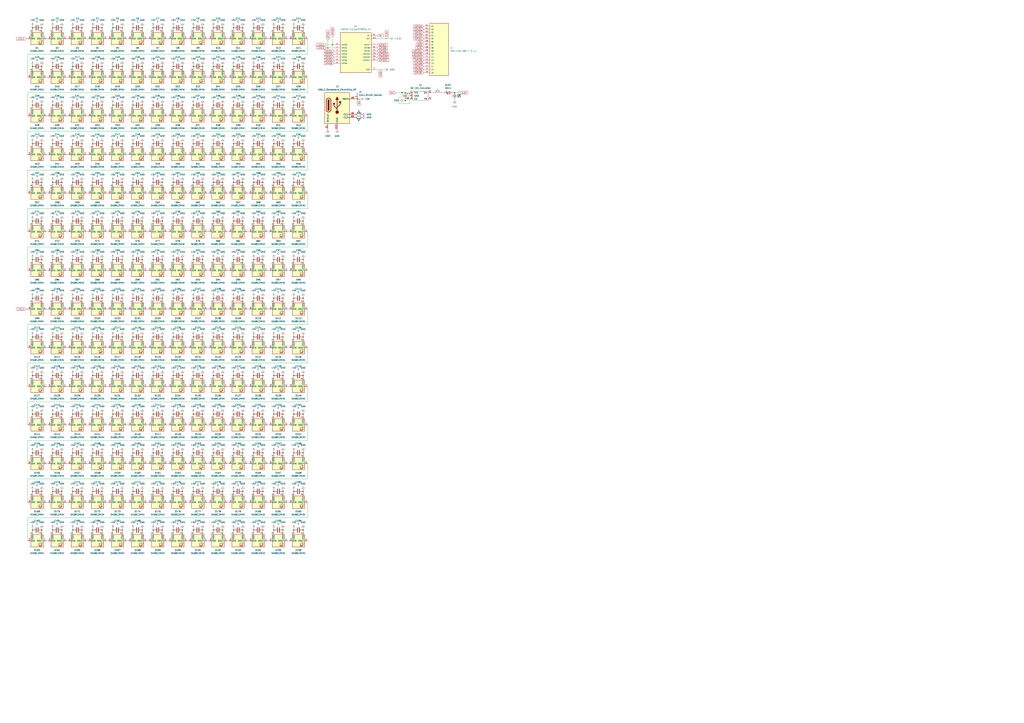
<source format=kicad_sch>
(kicad_sch (version 20231120) (generator "eeschema") (generator_version "8.0")
  (paper "A1")
  (junction (at 50.8 245.11))
  (junction (at 92.71 308.61))
  (junction (at 34.29 181.61))
  (junction (at 215.9 276.86))
  (junction (at 158.75 340.36))
  (junction (at 67.31 403.86))
  (junction (at 76.2 435.61))
  (junction (at 158.75 86.36))
  (junction (at 191.77 22.86))
  (junction (at 109.22 245.11))
  (junction (at 191.77 181.61))
  (junction (at 116.84 118.11))
  (junction (at 92.71 276.86))
  (junction (at 100.33 435.61))
  (junction (at 191.77 308.61))
  (junction (at 92.71 213.36))
  (junction (at 248.92 403.86))
  (junction (at 241.3 54.61))
  (junction (at 34.29 213.36))
  (junction (at 175.26 181.61))
  (junction (at 26.67 22.86))
  (junction (at 149.86 276.86))
  (junction (at 50.8 118.11))
  (junction (at 43.18 22.86))
  (junction (at 67.31 276.86))
  (junction (at 83.82 340.36))
  (junction (at 142.24 403.86))
  (junction (at 125.73 181.61))
  (junction (at 34.29 245.11))
  (junction (at 125.73 372.11))
  (junction (at 100.33 149.86))
  (junction (at 248.92 54.61))
  (junction (at 142.24 149.86))
  (junction (at 67.31 22.86))
  (junction (at 83.82 403.86))
  (junction (at 241.3 149.86))
  (junction (at 59.69 149.86))
  (junction (at 199.39 213.36))
  (junction (at 166.37 276.86))
  (junction (at 208.28 181.61))
  (junction (at 175.26 308.61))
  (junction (at 248.92 149.86))
  (junction (at 26.67 372.11))
  (junction (at 158.75 308.61))
  (junction (at 215.9 86.36))
  (junction (at 215.9 308.61))
  (junction (at 142.24 86.36))
  (junction (at 26.67 149.86))
  (junction (at 92.71 340.36))
  (junction (at 67.31 118.11))
  (junction (at 199.39 435.61))
  (junction (at 50.8 276.86))
  (junction (at 83.82 245.11))
  (junction (at 83.82 308.61))
  (junction (at 125.73 22.86))
  (junction (at 116.84 308.61))
  (junction (at 142.24 435.61))
  (junction (at 175.26 435.61))
  (junction (at 83.82 149.86))
  (junction (at 100.33 276.86))
  (junction (at 158.75 435.61))
  (junction (at 100.33 54.61))
  (junction (at 224.79 149.86))
  (junction (at 158.75 213.36))
  (junction (at 67.31 149.86))
  (junction (at 34.29 276.86))
  (junction (at 166.37 86.36))
  (junction (at 142.24 372.11))
  (junction (at 166.37 340.36))
  (junction (at 133.35 276.86))
  (junction (at 224.79 276.86))
  (junction (at 208.28 86.36))
  (junction (at 208.28 245.11))
  (junction (at 59.69 22.86))
  (junction (at 175.26 118.11))
  (junction (at 191.77 372.11))
  (junction (at 175.26 245.11))
  (junction (at 59.69 276.86))
  (junction (at 116.84 54.61))
  (junction (at 109.22 149.86))
  (junction (at 76.2 118.11))
  (junction (at 175.26 213.36))
  (junction (at 182.88 181.61))
  (junction (at 248.92 213.36))
  (junction (at 67.31 340.36))
  (junction (at 166.37 245.11))
  (junction (at 92.71 245.11))
  (junction (at 26.67 54.61))
  (junction (at 232.41 86.36))
  (junction (at 158.75 149.86))
  (junction (at 241.3 86.36))
  (junction (at 133.35 22.86))
  (junction (at 67.31 54.61))
  (junction (at 241.3 340.36))
  (junction (at 34.29 118.11))
  (junction (at 199.39 276.86))
  (junction (at 149.86 181.61))
  (junction (at 26.67 340.36))
  (junction (at 43.18 340.36))
  (junction (at 125.73 54.61))
  (junction (at 224.79 118.11))
  (junction (at 116.84 181.61))
  (junction (at 26.67 435.61))
  (junction (at 208.28 372.11))
  (junction (at 116.84 245.11))
  (junction (at 149.86 435.61))
  (junction (at 109.22 308.61))
  (junction (at 76.2 245.11))
  (junction (at 208.28 403.86))
  (junction (at 67.31 213.36))
  (junction (at 43.18 118.11))
  (junction (at 43.18 181.61))
  (junction (at 199.39 340.36))
  (junction (at 199.39 22.86))
  (junction (at 76.2 372.11))
  (junction (at 26.67 276.86))
  (junction (at 332.74 82.55))
  (junction (at 133.35 86.36))
  (junction (at 76.2 22.86))
  (junction (at 208.28 213.36))
  (junction (at 232.41 435.61))
  (junction (at 215.9 372.11))
  (junction (at 149.86 149.86))
  (junction (at 125.73 308.61))
  (junction (at 158.75 181.61))
  (junction (at 43.18 149.86))
  (junction (at 215.9 181.61))
  (junction (at 83.82 54.61))
  (junction (at 182.88 149.86))
  (junction (at 182.88 308.61))
  (junction (at 116.84 372.11))
  (junction (at 232.41 149.86))
  (junction (at 26.67 308.61))
  (junction (at 158.75 276.86))
  (junction (at 50.8 149.86))
  (junction (at 92.71 149.86))
  (junction (at 59.69 245.11))
  (junction (at 125.73 118.11))
  (junction (at 133.35 245.11))
  (junction (at 199.39 372.11))
  (junction (at 133.35 181.61))
  (junction (at 133.35 372.11))
  (junction (at 208.28 340.36))
  (junction (at 166.37 435.61))
  (junction (at 191.77 435.61))
  (junction (at 166.37 181.61))
  (junction (at 248.92 372.11))
  (junction (at 133.35 118.11))
  (junction (at 34.29 149.86))
  (junction (at 109.22 86.36))
  (junction (at 199.39 54.61))
  (junction (at 149.86 54.61))
  (junction (at 109.22 213.36))
  (junction (at 83.82 372.11))
  (junction (at 125.73 435.61))
  (junction (at 125.73 149.86))
  (junction (at 248.92 340.36))
  (junction (at 133.35 403.86))
  (junction (at 76.2 54.61))
  (junction (at 125.73 276.86))
  (junction (at 373.38 76.2))
  (junction (at 67.31 435.61))
  (junction (at 182.88 245.11))
  (junction (at 224.79 308.61))
  (junction (at 43.18 372.11))
  (junction (at 182.88 213.36))
  (junction (at 208.28 276.86))
  (junction (at 215.9 245.11))
  (junction (at 59.69 118.11))
  (junction (at 166.37 54.61))
  (junction (at 149.86 403.86))
  (junction (at 76.2 308.61))
  (junction (at 158.75 22.86))
  (junction (at 59.69 340.36))
  (junction (at 92.71 118.11))
  (junction (at 158.75 245.11))
  (junction (at 83.82 181.61))
  (junction (at 50.8 403.86))
  (junction (at 191.77 86.36))
  (junction (at 149.86 308.61))
  (junction (at 125.73 245.11))
  (junction (at 43.18 54.61))
  (junction (at 116.84 86.36))
  (junction (at 83.82 435.61))
  (junction (at 100.33 308.61))
  (junction (at 199.39 245.11))
  (junction (at 191.77 149.86))
  (junction (at 100.33 403.86))
  (junction (at 59.69 435.61))
  (junction (at 92.71 54.61))
  (junction (at 116.84 403.86))
  (junction (at 224.79 22.86))
  (junction (at 241.3 245.11))
  (junction (at 100.33 181.61))
  (junction (at 116.84 213.36))
  (junction (at 92.71 22.86))
  (junction (at 182.88 86.36))
  (junction (at 182.88 276.86))
  (junction (at 50.8 340.36))
  (junction (at 92.71 372.11))
  (junction (at 199.39 403.86))
  (junction (at 26.67 403.86))
  (junction (at 59.69 372.11))
  (junction (at 92.71 435.61))
  (junction (at 208.28 118.11))
  (junction (at 191.77 54.61))
  (junction (at 241.3 372.11))
  (junction (at 116.84 22.86))
  (junction (at 59.69 181.61))
  (junction (at 133.35 308.61))
  (junction (at 116.84 149.86))
  (junction (at 149.86 22.86))
  (junction (at 67.31 308.61))
  (junction (at 50.8 181.61))
  (junction (at 241.3 181.61))
  (junction (at 133.35 435.61))
  (junction (at 191.77 403.86))
  (junction (at 92.71 86.36))
  (junction (at 269.24 39.37))
  (junction (at 166.37 22.86))
  (junction (at 224.79 435.61))
  (junction (at 208.28 54.61))
  (junction (at 224.79 340.36))
  (junction (at 142.24 340.36))
  (junction (at 241.3 308.61))
  (junction (at 149.86 118.11))
  (junction (at 166.37 149.86))
  (junction (at 199.39 181.61))
  (junction (at 142.24 213.36))
  (junction (at 92.71 181.61))
  (junction (at 199.39 308.61))
  (junction (at 175.26 340.36))
  (junction (at 224.79 213.36))
  (junction (at 142.24 308.61))
  (junction (at 109.22 435.61))
  (junction (at 59.69 213.36))
  (junction (at 182.88 340.36))
  (junction (at 208.28 149.86))
  (junction (at 125.73 403.86))
  (junction (at 232.41 403.86))
  (junction (at 166.37 308.61))
  (junction (at 232.41 340.36))
  (junction (at 241.3 22.86))
  (junction (at 175.26 149.86))
  (junction (at 224.79 403.86))
  (junction (at 67.31 181.61))
  (junction (at 191.77 245.11))
  (junction (at 232.41 22.86))
  (junction (at 191.77 118.11))
  (junction (at 158.75 372.11))
  (junction (at 215.9 435.61))
  (junction (at 43.18 245.11))
  (junction (at 175.26 22.86))
  (junction (at 199.39 118.11))
  (junction (at 34.29 435.61))
  (junction (at 50.8 435.61))
  (junction (at 125.73 340.36))
  (junction (at 332.74 76.2))
  (junction (at 125.73 86.36))
  (junction (at 248.92 181.61))
  (junction (at 34.29 403.86))
  (junction (at 109.22 276.86))
  (junction (at 43.18 213.36))
  (junction (at 100.33 340.36))
  (junction (at 149.86 245.11))
  (junction (at 109.22 22.86))
  (junction (at 175.26 276.86))
  (junction (at 109.22 54.61))
  (junction (at 182.88 118.11))
  (junction (at 109.22 118.11))
  (junction (at 142.24 276.86))
  (junction (at 76.2 276.86))
  (junction (at 76.2 149.86))
  (junction (at 142.24 118.11))
  (junction (at 50.8 22.86))
  (junction (at 248.92 435.61))
  (junction (at 166.37 118.11))
  (junction (at 224.79 54.61))
  (junction (at 109.22 181.61))
  (junction (at 182.88 372.11))
  (junction (at 116.84 435.61))
  (junction (at 43.18 308.61))
  (junction (at 109.22 403.86))
  (junction (at 34.29 340.36))
  (junction (at 83.82 118.11))
  (junction (at 215.9 340.36))
  (junction (at 76.2 213.36))
  (junction (at 241.3 403.86))
  (junction (at 125.73 213.36))
  (junction (at 133.35 149.86))
  (junction (at 208.28 308.61))
  (junction (at 133.35 213.36))
  (junction (at 142.24 22.86))
  (junction (at 50.8 372.11))
  (junction (at 100.33 22.86))
  (junction (at 109.22 372.11))
  (junction (at 241.3 213.36))
  (junction (at 224.79 372.11))
  (junction (at 50.8 54.61))
  (junction (at 232.41 213.36))
  (junction (at 149.86 372.11))
  (junction (at 273.05 36.83))
  (junction (at 215.9 149.86))
  (junction (at 208.28 435.61))
  (junction (at 293.37 81.28))
  (junction (at 116.84 276.86))
  (junction (at 83.82 22.86))
  (junction (at 149.86 86.36))
  (junction (at 76.2 340.36))
  (junction (at 100.33 86.36))
  (junction (at 50.8 213.36))
  (junction (at 248.92 22.86))
  (junction (at 232.41 181.61))
  (junction (at 232.41 54.61))
  (junction (at 76.2 86.36))
  (junction (at 43.18 435.61))
  (junction (at 34.29 372.11))
  (junction (at 149.86 340.36))
  (junction (at 83.82 213.36))
  (junction (at 191.77 213.36))
  (junction (at 67.31 86.36))
  (junction (at 232.41 308.61))
  (junction (at 26.67 181.61))
  (junction (at 142.24 245.11))
  (junction (at 67.31 372.11))
  (junction (at 133.35 54.61))
  (junction (at 100.33 372.11))
  (junction (at 34.29 308.61))
  (junction (at 34.29 54.61))
  (junction (at 50.8 308.61))
  (junction (at 232.41 276.86))
  (junction (at 215.9 403.86))
  (junction (at 133.35 340.36))
  (junction (at 215.9 118.11))
  (junction (at 142.24 54.61))
  (junction (at 232.41 245.11))
  (junction (at 175.26 403.86))
  (junction (at 83.82 86.36))
  (junction (at 92.71 403.86))
  (junction (at 215.9 22.86))
  (junction (at 67.31 245.11))
  (junction (at 142.24 181.61))
  (junction (at 26.67 245.11))
  (junction (at 43.18 276.86))
  (junction (at 59.69 403.86))
  (junction (at 224.79 245.11))
  (junction (at 182.88 22.86))
  (junction (at 248.92 245.11))
  (junction (at 59.69 308.61))
  (junction (at 26.67 86.36))
  (junction (at 100.33 213.36))
  (junction (at 109.22 340.36))
  (junction (at 175.26 54.61))
  (junction (at 330.2 76.2))
  (junction (at 248.92 308.61))
  (junction (at 182.88 403.86))
  (junction (at 241.3 276.86))
  (junction (at 166.37 372.11))
  (junction (at 248.92 118.11))
  (junction (at 248.92 86.36))
  (junction (at 199.39 86.36))
  (junction (at 166.37 403.86))
  (junction (at 232.41 372.11))
  (junction (at 215.9 54.61))
  (junction (at 182.88 54.61))
  (junction (at 26.67 118.11))
  (junction (at 224.79 86.36))
  (junction (at 158.75 54.61))
  (junction (at 208.28 22.86))
  (junction (at 83.82 276.86))
  (junction (at 100.33 245.11))
  (junction (at 248.92 276.86))
  (junction (at 199.39 149.86))
  (junction (at 26.67 213.36))
  (junction (at 241.3 118.11))
  (junction (at 43.18 403.86))
  (junction (at 76.2 403.86))
  (junction (at 232.41 118.11))
  (junction (at 50.8 86.36))
  (junction (at 100.33 118.11))
  (junction (at 175.26 86.36))
  (junction (at 166.37 213.36))
  (junction (at 191.77 276.86))
  (junction (at 158.75 403.86))
  (junction (at 175.26 372.11))
  (junction (at 224.79 181.61))
  (junction (at 191.77 340.36))
  (junction (at 76.2 181.61))
  (junction (at 215.9 213.36))
  (junction (at 34.29 86.36))
  (junction (at 158.75 118.11))
  (junction (at 59.69 86.36))
  (junction (at 43.18 86.36))
  (junction (at 149.86 213.36))
  (junction (at 116.84 340.36))
  (junction (at 34.29 22.86))
  (junction (at 241.3 435.61))
  (junction (at 182.88 435.61))
  (junction (at 59.69 54.61))
  (wire (pts (xy 116.84 340.36) (xy 116.84 341.63)))
  (wire (pts (xy 191.77 212.09) (xy 191.77 213.36)))
  (wire (pts (xy 166.37 402.59) (xy 166.37 403.86)))
  (wire (pts (xy 175.26 22.86) (xy 175.26 24.13)))
  (wire (pts (xy 186.69 63.5) (xy 187.96 63.5)))
  (wire (pts (xy 34.29 118.11) (xy 34.29 119.38)))
  (wire (pts (xy 208.28 148.59) (xy 208.28 149.86)))
  (wire (pts (xy 215.9 85.09) (xy 215.9 86.36)))
  (wire (pts (xy 248.92 213.36) (xy 248.92 214.63)))
  (wire (pts (xy 116.84 308.61) (xy 116.84 309.88)))
  (wire (pts (xy 76.2 21.59) (xy 76.2 22.86)))
  (wire (pts (xy 67.31 370.84) (xy 67.31 372.11)))
  (wire (pts (xy 142.24 213.36) (xy 142.24 214.63)))
  (wire (pts (xy 203.2 158.75) (xy 204.47 158.75)))
  (wire (pts (xy 76.2 339.09) (xy 76.2 340.36)))
  (wire (pts (xy 241.3 340.36) (xy 241.3 341.63)))
  (wire (pts (xy 26.67 308.61) (xy 26.67 309.88)))
  (wire (pts (xy 120.65 158.75) (xy 121.92 158.75)))
  (wire (pts (xy 208.28 370.84) (xy 208.28 372.11)))
  (wire (pts (xy 59.69 435.61) (xy 59.69 436.88)))
  (wire (pts (xy 149.86 370.84) (xy 149.86 372.11)))
  (wire (pts (xy 203.2 444.5) (xy 204.47 444.5)))
  (wire (pts (xy 191.77 245.11) (xy 191.77 246.38)))
  (wire (pts (xy 43.18 340.36) (xy 43.18 341.63)))
  (wire (pts (xy 116.84 181.61) (xy 116.84 182.88)))
  (wire (pts (xy 67.31 181.61) (xy 67.31 182.88)))
  (wire (pts (xy 232.41 402.59) (xy 232.41 403.86)))
  (wire (pts (xy 203.2 317.5) (xy 204.47 317.5)))
  (wire (pts (xy 83.82 181.61) (xy 83.82 182.88)))
  (wire (pts (xy 125.73 21.59) (xy 125.73 22.86)))
  (wire (pts (xy 125.73 402.59) (xy 125.73 403.86)))
  (wire (pts (xy 50.8 339.09) (xy 50.8 340.36)))
  (wire (pts (xy 219.71 349.25) (xy 220.98 349.25)))
  (wire (pts (xy 43.18 181.61) (xy 43.18 182.88)))
  (wire (pts (xy 104.14 63.5) (xy 105.41 63.5)))
  (wire (pts (xy 83.82 180.34) (xy 83.82 181.61)))
  (wire (pts (xy 125.73 54.61) (xy 125.73 55.88)))
  (wire (pts (xy 252.73 412.75) (xy 252.73 425.45)))
  (wire (pts (xy 54.61 285.75) (xy 55.88 285.75)))
  (wire (pts (xy 137.16 190.5) (xy 138.43 190.5)))
  (wire (pts (xy 224.79 339.09) (xy 224.79 340.36)))
  (wire (pts (xy 158.75 275.59) (xy 158.75 276.86)))
  (wire (pts (xy 182.88 180.34) (xy 182.88 181.61)))
  (wire (pts (xy 199.39 403.86) (xy 199.39 405.13)))
  (wire (pts (xy 149.86 307.34) (xy 149.86 308.61)))
  (wire (pts (xy 133.35 402.59) (xy 133.35 403.86)))
  (wire (pts (xy 104.14 254) (xy 105.41 254)))
  (wire (pts (xy 175.26 402.59) (xy 175.26 403.86)))
  (wire (pts (xy 116.84 54.61) (xy 116.84 55.88)))
  (wire (pts (xy 199.39 181.61) (xy 199.39 182.88)))
  (wire (pts (xy 149.86 434.34) (xy 149.86 435.61)))
  (wire (pts (xy 241.3 22.86) (xy 241.3 24.13)))
  (wire (pts (xy 158.75 245.11) (xy 158.75 246.38)))
  (wire (pts (xy 199.39 372.11) (xy 199.39 373.38)))
  (wire (pts (xy 116.84 180.34) (xy 116.84 181.61)))
  (wire (pts (xy 100.33 118.11) (xy 100.33 119.38)))
  (wire (pts (xy 224.79 434.34) (xy 224.79 435.61)))
  (wire (pts (xy 133.35 307.34) (xy 133.35 308.61)))
  (wire (pts (xy 215.9 86.36) (xy 215.9 87.63)))
  (wire (pts (xy 38.1 222.25) (xy 39.37 222.25)))
  (wire (pts (xy 175.26 181.61) (xy 175.26 182.88)))
  (wire (pts (xy 191.77 149.86) (xy 191.77 151.13)))
  (wire (pts (xy 21.59 254) (xy 22.86 254)))
  (wire (pts (xy 50.8 276.86) (xy 50.8 278.13)))
  (wire (pts (xy 50.8 22.86) (xy 50.8 24.13)))
  (wire (pts (xy 67.31 86.36) (xy 67.31 87.63)))
  (wire (pts (xy 182.88 21.59) (xy 182.88 22.86)))
  (wire (pts (xy 120.65 349.25) (xy 121.92 349.25)))
  (wire (pts (xy 83.82 86.36) (xy 83.82 87.63)))
  (wire (pts (xy 149.86 435.61) (xy 149.86 436.88)))
  (wire (pts (xy 34.29 85.09) (xy 34.29 86.36)))
  (wire (pts (xy 109.22 307.34) (xy 109.22 308.61)))
  (wire (pts (xy 232.41 148.59) (xy 232.41 149.86)))
  (wire (pts (xy 133.35 149.86) (xy 133.35 151.13)))
  (wire (pts (xy 241.3 308.61) (xy 241.3 309.88)))
  (wire (pts (xy 92.71 118.11) (xy 92.71 119.38)))
  (wire (pts (xy 34.29 212.09) (xy 34.29 213.36)))
  (wire (pts (xy 215.9 245.11) (xy 215.9 246.38)))
  (wire (pts (xy 182.88 54.61) (xy 182.88 55.88)))
  (wire (pts (xy 34.29 402.59) (xy 34.29 403.86)))
  (wire (pts (xy 67.31 243.84) (xy 67.31 245.11)))
  (wire (pts (xy 71.12 254) (xy 72.39 254)))
  (wire (pts (xy 158.75 180.34) (xy 158.75 181.61)))
  (wire (pts (xy 38.1 95.25) (xy 39.37 95.25)))
  (wire (pts (xy 71.12 412.75) (xy 72.39 412.75)))
  (wire (pts (xy 116.84 275.59) (xy 116.84 276.86)))
  (wire (pts (xy 252.73 158.75) (xy 252.73 171.45)))
  (wire (pts (xy 215.9 434.34) (xy 215.9 435.61)))
  (wire (pts (xy 215.9 339.09) (xy 215.9 340.36)))
  (wire (pts (xy 83.82 245.11) (xy 83.82 246.38)))
  (wire (pts (xy 332.74 82.55) (xy 332.74 81.28)))
  (wire (pts (xy 248.92 21.59) (xy 248.92 22.86)))
  (wire (pts (xy 241.3 149.86) (xy 241.3 151.13)))
  (wire (pts (xy 158.75 402.59) (xy 158.75 403.86)))
  (wire (pts (xy 373.38 82.55) (xy 373.38 81.28)))
  (wire (pts (xy 59.69 86.36) (xy 59.69 87.63)))
  (wire (pts (xy 158.75 308.61) (xy 158.75 309.88)))
  (wire (pts (xy 38.1 349.25) (xy 39.37 349.25)))
  (wire (pts (xy 59.69 148.59) (xy 59.69 149.86)))
  (wire (pts (xy 175.26 339.09) (xy 175.26 340.36)))
  (wire (pts (xy 149.86 308.61) (xy 149.86 309.88)))
  (wire (pts (xy 232.41 435.61) (xy 232.41 436.88)))
  (wire (pts (xy 50.8 21.59) (xy 50.8 22.86)))
  (wire (pts (xy 158.75 243.84) (xy 158.75 245.11)))
  (wire (pts (xy 109.22 245.11) (xy 109.22 246.38)))
  (wire (pts (xy 92.71 149.86) (xy 92.71 151.13)))
  (wire (pts (xy 149.86 85.09) (xy 149.86 86.36)))
  (wire (pts (xy 67.31 276.86) (xy 67.31 278.13)))
  (wire (pts (xy 142.24 245.11) (xy 142.24 246.38)))
  (wire (pts (xy 137.16 63.5) (xy 138.43 63.5)))
  (wire (pts (xy 125.73 308.61) (xy 125.73 309.88)))
  (wire (pts (xy 92.71 213.36) (xy 92.71 214.63)))
  (wire (pts (xy 100.33 276.86) (xy 100.33 278.13)))
  (wire (pts (xy 43.18 85.09) (xy 43.18 86.36)))
  (wire (pts (xy 22.86 330.2) (xy 22.86 349.25)))
  (wire (pts (xy 142.24 435.61) (xy 142.24 436.88)))
  (wire (pts (xy 104.14 381) (xy 105.41 381)))
  (wire (pts (xy 142.24 148.59) (xy 142.24 149.86)))
  (wire (pts (xy 92.71 276.86) (xy 92.71 278.13)))
  (wire (pts (xy 83.82 276.86) (xy 83.82 278.13)))
  (wire (pts (xy 182.88 181.61) (xy 182.88 182.88)))
  (wire (pts (xy 191.77 243.84) (xy 191.77 245.11)))
  (wire (pts (xy 252.73 95.25) (xy 252.73 107.95)))
  (wire (pts (xy 109.22 402.59) (xy 109.22 403.86)))
  (wire (pts (xy 22.86 298.45) (xy 22.86 317.5)))
  (wire (pts (xy 43.18 243.84) (xy 43.18 245.11)))
  (wire (pts (xy 199.39 402.59) (xy 199.39 403.86)))
  (wire (pts (xy 166.37 340.36) (xy 166.37 341.63)))
  (wire (pts (xy 224.79 148.59) (xy 224.79 149.86)))
  (wire (pts (xy 236.22 317.5) (xy 237.49 317.5)))
  (wire (pts (xy 22.86 31.75) (xy 21.59 31.75)))
  (wire (pts (xy 26.67 372.11) (xy 26.67 373.38)))
  (wire (pts (xy 71.12 63.5) (xy 72.39 63.5)))
  (wire (pts (xy 191.77 275.59) (xy 191.77 276.86)))
  (wire (pts (xy 116.84 118.11) (xy 116.84 119.38)))
  (wire (pts (xy 199.39 370.84) (xy 199.39 372.11)))
  (wire (pts (xy 219.71 127) (xy 220.98 127)))
  (wire (pts (xy 191.77 116.84) (xy 191.77 118.11)))
  (wire (pts (xy 22.86 266.7) (xy 22.86 285.75)))
  (wire (pts (xy 158.75 118.11) (xy 158.75 119.38)))
  (wire (pts (xy 182.88 370.84) (xy 182.88 372.11)))
  (wire (pts (xy 109.22 54.61) (xy 109.22 55.88)))
  (wire (pts (xy 92.71 181.61) (xy 92.71 182.88)))
  (wire (pts (xy 76.2 370.84) (xy 76.2 372.11)))
  (wire (pts (xy 232.41 212.09) (xy 232.41 213.36)))
  (wire (pts (xy 92.71 86.36) (xy 92.71 87.63)))
  (wire (pts (xy 208.28 276.86) (xy 208.28 278.13)))
  (wire (pts (xy 232.41 180.34) (xy 232.41 181.61)))
  (wire (pts (xy 76.2 148.59) (xy 76.2 149.86)))
  (wire (pts (xy 109.22 370.84) (xy 109.22 372.11)))
  (wire (pts (xy 166.37 243.84) (xy 166.37 245.11)))
  (wire (pts (xy 83.82 308.61) (xy 83.82 309.88)))
  (wire (pts (xy 59.69 434.34) (xy 59.69 435.61)))
  (wire (pts (xy 182.88 149.86) (xy 182.88 151.13)))
  (wire (pts (xy 38.1 444.5) (xy 39.37 444.5)))
  (wire (pts (xy 100.33 22.86) (xy 100.33 24.13)))
  (wire (pts (xy 142.24 118.11) (xy 142.24 119.38)))
  (wire (pts (xy 203.2 349.25) (xy 204.47 349.25)))
  (wire (pts (xy 87.63 95.25) (xy 88.9 95.25)))
  (wire (pts (xy 248.92 54.61) (xy 248.92 55.88)))
  (wire (pts (xy 175.26 370.84) (xy 175.26 372.11)))
  (wire (pts (xy 100.33 370.84) (xy 100.33 372.11)))
  (wire (pts (xy 166.37 434.34) (xy 166.37 435.61)))
  (wire (pts (xy 50.8 213.36) (xy 50.8 214.63)))
  (wire (pts (xy 59.69 85.09) (xy 59.69 86.36)))
  (wire (pts (xy 54.61 63.5) (xy 55.88 63.5)))
  (wire (pts (xy 215.9 53.34) (xy 215.9 54.61)))
  (wire (pts (xy 120.65 95.25) (xy 121.92 95.25)))
  (wire (pts (xy 232.41 243.84) (xy 232.41 245.11)))
  (wire (pts (xy 38.1 31.75) (xy 39.37 31.75)))
  (wire (pts (xy 92.71 245.11) (xy 92.71 246.38)))
  (wire (pts (xy 104.14 349.25) (xy 105.41 349.25)))
  (wire (pts (xy 170.18 444.5) (xy 171.45 444.5)))
  (wire (pts (xy 76.2 434.34) (xy 76.2 435.61)))
  (wire (pts (xy 125.73 243.84) (xy 125.73 245.11)))
  (wire (pts (xy 76.2 116.84) (xy 76.2 118.11)))
  (wire (pts (xy 43.18 435.61) (xy 43.18 436.88)))
  (wire (pts (xy 241.3 243.84) (xy 241.3 245.11)))
  (wire (pts (xy 241.3 307.34) (xy 241.3 308.61)))
  (wire (pts (xy 232.41 21.59) (xy 232.41 22.86)))
  (wire (pts (xy 92.71 339.09) (xy 92.71 340.36)))
  (wire (pts (xy 175.26 86.36) (xy 175.26 87.63)))
  (wire (pts (xy 232.41 85.09) (xy 232.41 86.36)))
  (wire (pts (xy 133.35 276.86) (xy 133.35 278.13)))
  (wire (pts (xy 186.69 190.5) (xy 187.96 190.5)))
  (wire (pts (xy 116.84 403.86) (xy 116.84 405.13)))
  (wire (pts (xy 71.12 222.25) (xy 72.39 222.25)))
  (wire (pts (xy 166.37 370.84) (xy 166.37 372.11)))
  (wire (pts (xy 54.61 31.75) (xy 55.88 31.75)))
  (wire (pts (xy 76.2 85.09) (xy 76.2 86.36)))
  (wire (pts (xy 199.39 339.09) (xy 199.39 340.36)))
  (wire (pts (xy 327.66 80.01) (xy 327.66 85.09)))
  (wire (pts (xy 203.2 31.75) (xy 204.47 31.75)))
  (wire (pts (xy 83.82 402.59) (xy 83.82 403.86)))
  (wire (pts (xy 203.2 222.25) (xy 204.47 222.25)))
  (wire (pts (xy 215.9 435.61) (xy 215.9 436.88)))
  (wire (pts (xy 252.73 393.7) (xy 22.86 393.7)))
  (wire (pts (xy 125.73 180.34) (xy 125.73 181.61)))
  (wire (pts (xy 224.79 116.84) (xy 224.79 118.11)))
  (wire (pts (xy 149.86 339.09) (xy 149.86 340.36)))
  (wire (pts (xy 34.29 340.36) (xy 34.29 341.63)))
  (wire (pts (xy 54.61 317.5) (xy 55.88 317.5)))
  (wire (pts (xy 109.22 118.11) (xy 109.22 119.38)))
  (wire (pts (xy 175.26 213.36) (xy 175.26 214.63)))
  (wire (pts (xy 76.2 22.86) (xy 76.2 24.13)))
  (wire (pts (xy 137.16 254) (xy 138.43 254)))
  (wire (pts (xy 83.82 213.36) (xy 83.82 214.63)))
  (wire (pts (xy 26.67 181.61) (xy 26.67 182.88)))
  (wire (pts (xy 248.92 372.11) (xy 248.92 373.38)))
  (wire (pts (xy 199.39 118.11) (xy 199.39 119.38)))
  (wire (pts (xy 166.37 85.09) (xy 166.37 86.36)))
  (wire (pts (xy 149.86 403.86) (xy 149.86 405.13)))
  (wire (pts (xy 125.73 212.09) (xy 125.73 213.36)))
  (wire (pts (xy 76.2 53.34) (xy 76.2 54.61)))
  (wire (pts (xy 34.29 181.61) (xy 34.29 182.88)))
  (wire (pts (xy 22.86 361.95) (xy 22.86 381)))
  (wire (pts (xy 182.88 213.36) (xy 182.88 214.63)))
  (wire (pts (xy 100.33 213.36) (xy 100.33 214.63)))
  (wire (pts (xy 153.67 349.25) (xy 154.94 349.25)))
  (wire (pts (xy 149.86 213.36) (xy 149.86 214.63)))
  (wire (pts (xy 158.75 116.84) (xy 158.75 118.11)))
  (wire (pts (xy 26.67 307.34) (xy 26.67 308.61)))
  (wire (pts (xy 22.86 107.95) (xy 22.86 127)))
  (wire (pts (xy 191.77 370.84) (xy 191.77 372.11)))
  (wire (pts (xy 149.86 180.34) (xy 149.86 181.61)))
  (wire (pts (xy 252.73 127) (xy 252.73 139.7)))
  (wire (pts (xy 182.88 116.84) (xy 182.88 118.11)))
  (wire (pts (xy 125.73 339.09) (xy 125.73 340.36)))
  (wire (pts (xy 241.3 402.59) (xy 241.3 403.86)))
  (wire (pts (xy 166.37 307.34) (xy 166.37 308.61)))
  (wire (pts (xy 182.88 148.59) (xy 182.88 149.86)))
  (wire (pts (xy 71.12 349.25) (xy 72.39 349.25)))
  (wire (pts (xy 87.63 381) (xy 88.9 381)))
  (wire (pts (xy 224.79 403.86) (xy 224.79 405.13)))
  (wire (pts (xy 50.8 245.11) (xy 50.8 246.38)))
  (wire (pts (xy 224.79 372.11) (xy 224.79 373.38)))
  (wire (pts (xy 182.88 308.61) (xy 182.88 309.88)))
  (wire (pts (xy 232.41 434.34) (xy 232.41 435.61)))
  (wire (pts (xy 83.82 275.59) (xy 83.82 276.86)))
  (wire (pts (xy 100.33 339.09) (xy 100.33 340.36)))
  (wire (pts (xy 43.18 116.84) (xy 43.18 118.11)))
  (wire (pts (xy 142.24 180.34) (xy 142.24 181.61)))
  (wire (pts (xy 236.22 158.75) (xy 237.49 158.75)))
  (wire (pts (xy 116.84 307.34) (xy 116.84 308.61)))
  (wire (pts (xy 182.88 275.59) (xy 182.88 276.86)))
  (wire (pts (xy 67.31 402.59) (xy 67.31 403.86)))
  (wire (pts (xy 252.73 190.5) (xy 252.73 203.2)))
  (wire (pts (xy 191.77 22.86) (xy 191.77 24.13)))
  (wire (pts (xy 125.73 118.11) (xy 125.73 119.38)))
  (wire (pts (xy 236.22 444.5) (xy 237.49 444.5)))
  (wire (pts (xy 76.2 403.86) (xy 76.2 405.13)))
  (wire (pts (xy 149.86 116.84) (xy 149.86 118.11)))
  (wire (pts (xy 208.28 340.36) (xy 208.28 341.63)))
  (wire (pts (xy 71.12 31.75) (xy 72.39 31.75)))
  (wire (pts (xy 26.67 340.36) (xy 26.67 341.63)))
  (wire (pts (xy 153.67 412.75) (xy 154.94 412.75)))
  (wire (pts (xy 224.79 308.61) (xy 224.79 309.88)))
  (wire (pts (xy 76.2 86.36) (xy 76.2 87.63)))
  (wire (pts (xy 149.86 53.34) (xy 149.86 54.61)))
  (wire (pts (xy 316.23 57.15) (xy 309.88 57.15)))
  (wire (pts (xy 224.79 118.11) (xy 224.79 119.38)))
  (wire (pts (xy 252.73 139.7) (xy 22.86 139.7)))
  (wire (pts (xy 92.71 307.34) (xy 92.71 308.61)))
  (wire (pts (xy 191.77 307.34) (xy 191.77 308.61)))
  (wire (pts (xy 137.16 444.5) (xy 138.43 444.5)))
  (wire (pts (xy 116.84 243.84) (xy 116.84 245.11)))
  (wire (pts (xy 59.69 118.11) (xy 59.69 119.38)))
  (wire (pts (xy 232.41 339.09) (xy 232.41 340.36)))
  (wire (pts (xy 203.2 412.75) (xy 204.47 412.75)))
  (wire (pts (xy 170.18 254) (xy 171.45 254)))
  (wire (pts (xy 67.31 148.59) (xy 67.31 149.86)))
  (wire (pts (xy 26.67 85.09) (xy 26.67 86.36)))
  (wire (pts (xy 50.8 435.61) (xy 50.8 436.88)))
  (wire (pts (xy 54.61 412.75) (xy 55.88 412.75)))
  (wire (pts (xy 149.86 86.36) (xy 149.86 87.63)))
  (wire (pts (xy 166.37 308.61) (xy 166.37 309.88)))
  (wire (pts (xy 252.73 266.7) (xy 22.86 266.7)))
  (wire (pts (xy 116.84 22.86) (xy 116.84 24.13)))
  (wire (pts (xy 208.28 339.09) (xy 208.28 340.36)))
  (wire (pts (xy 166.37 21.59) (xy 166.37 22.86)))
  (wire (pts (xy 50.8 53.34) (xy 50.8 54.61)))
  (wire (pts (xy 236.22 412.75) (xy 237.49 412.75)))
  (wire (pts (xy 232.41 276.86) (xy 232.41 278.13)))
  (wire (pts (xy 137.16 381) (xy 138.43 381)))
  (wire (pts (xy 133.35 22.86) (xy 133.35 24.13)))
  (wire (pts (xy 133.35 180.34) (xy 133.35 181.61)))
  (wire (pts (xy 325.12 76.2) (xy 330.2 76.2)))
  (wire (pts (xy 170.18 63.5) (xy 171.45 63.5)))
  (wire (pts (xy 248.92 243.84) (xy 248.92 245.11)))
  (wire (pts (xy 224.79 245.11) (xy 224.79 246.38)))
  (wire (pts (xy 120.65 444.5) (xy 121.92 444.5)))
  (wire (pts (xy 191.77 339.09) (xy 191.77 340.36)))
  (wire (pts (xy 166.37 54.61) (xy 166.37 55.88)))
  (wire (pts (xy 191.77 181.61) (xy 191.77 182.88)))
  (wire (pts (xy 43.18 276.86) (xy 43.18 278.13)))
  (wire (pts (xy 100.33 243.84) (xy 100.33 245.11)))
  (wire (pts (xy 252.73 107.95) (xy 22.86 107.95)))
  (wire (pts (xy 22.86 76.2) (xy 22.86 95.25)))
  (wire (pts (xy 34.29 435.61) (xy 34.29 436.88)))
  (wire (pts (xy 208.28 86.36) (xy 208.28 87.63)))
  (wire (pts (xy 248.92 434.34) (xy 248.92 435.61)))
  (wire (pts (xy 133.35 243.84) (xy 133.35 245.11)))
  (wire (pts (xy 182.88 276.86) (xy 182.88 278.13)))
  (wire (pts (xy 241.3 21.59) (xy 241.3 22.86)))
  (wire (pts (xy 186.69 95.25) (xy 187.96 95.25)))
  (wire (pts (xy 109.22 243.84) (xy 109.22 245.11)))
  (wire (pts (xy 100.33 308.61) (xy 100.33 309.88)))
  (wire (pts (xy 273.05 36.83) (xy 273.05 30.48)))
  (wire (pts (xy 142.24 86.36) (xy 142.24 87.63)))
  (wire (pts (xy 208.28 21.59) (xy 208.28 22.86)))
  (wire (pts (xy 166.37 118.11) (xy 166.37 119.38)))
  (wire (pts (xy 232.41 53.34) (xy 232.41 54.61)))
  (wire (pts (xy 153.67 158.75) (xy 154.94 158.75)))
  (wire (pts (xy 149.86 212.09) (xy 149.86 213.36)))
  (wire (pts (xy 67.31 21.59) (xy 67.31 22.86)))
  (wire (pts (xy 38.1 158.75) (xy 39.37 158.75)))
  (wire (pts (xy 142.24 181.61) (xy 142.24 182.88)))
  (wire (pts (xy 248.92 53.34) (xy 248.92 54.61)))
  (wire (pts (xy 186.69 317.5) (xy 187.96 317.5)))
  (wire (pts (xy 116.84 148.59) (xy 116.84 149.86)))
  (wire (pts (xy 186.69 381) (xy 187.96 381)))
  (wire (pts (xy 199.39 340.36) (xy 199.39 341.63)))
  (wire (pts (xy 100.33 21.59) (xy 100.33 22.86)))
  (wire (pts (xy 100.33 149.86) (xy 100.33 151.13)))
  (wire (pts (xy 252.73 63.5) (xy 252.73 76.2)))
  (wire (pts (xy 166.37 372.11) (xy 166.37 373.38)))
  (wire (pts (xy 71.12 285.75) (xy 72.39 285.75)))
  (wire (pts (xy 215.9 213.36) (xy 215.9 214.63)))
  (wire (pts (xy 252.73 76.2) (xy 22.86 76.2)))
  (wire (pts (xy 54.61 127) (xy 55.88 127)))
  (wire (pts (xy 137.16 31.75) (xy 138.43 31.75)))
  (wire (pts (xy 67.31 307.34) (xy 67.31 308.61)))
  (wire (pts (xy 158.75 435.61) (xy 158.75 436.88)))
  (wire (pts (xy 224.79 276.86) (xy 224.79 278.13)))
  (wire (pts (xy 166.37 149.86) (xy 166.37 151.13)))
  (wire (pts (xy 67.31 53.34) (xy 67.31 54.61)))
  (wire (pts (xy 109.22 181.61) (xy 109.22 182.88)))
  (wire (pts (xy 170.18 222.25) (xy 171.45 222.25)))
  (wire (pts (xy 166.37 180.34) (xy 166.37 181.61)))
  (wire (pts (xy 149.86 402.59) (xy 149.86 403.86)))
  (wire (pts (xy 199.39 86.36) (xy 199.39 87.63)))
  (wire (pts (xy 137.16 127) (xy 138.43 127)))
  (wire (pts (xy 76.2 212.09) (xy 76.2 213.36)))
  (wire (pts (xy 83.82 85.09) (xy 83.82 86.36)))
  (wire (pts (xy 252.73 361.95) (xy 22.86 361.95)))
  (wire (pts (xy 34.29 116.84) (xy 34.29 118.11)))
  (wire (pts (xy 182.88 86.36) (xy 182.88 87.63)))
  (wire (pts (xy 149.86 149.86) (xy 149.86 151.13)))
  (wire (pts (xy 83.82 212.09) (xy 83.82 213.36)))
  (wire (pts (xy 252.73 44.45) (xy 22.86 44.45)))
  (wire (pts (xy 43.18 22.86) (xy 43.18 24.13)))
  (wire (pts (xy 87.63 222.25) (xy 88.9 222.25)))
  (wire (pts (xy 87.63 349.25) (xy 88.9 349.25)))
  (wire (pts (xy 149.86 243.84) (xy 149.86 245.11)))
  (wire (pts (xy 116.84 339.09) (xy 116.84 340.36)))
  (wire (pts (xy 50.8 340.36) (xy 50.8 341.63)))
  (wire (pts (xy 182.88 434.34) (xy 182.88 435.61)))
  (wire (pts (xy 109.22 86.36) (xy 109.22 87.63)))
  (wire (pts (xy 208.28 149.86) (xy 208.28 151.13)))
  (wire (pts (xy 120.65 285.75) (xy 121.92 285.75)))
  (wire (pts (xy 34.29 22.86) (xy 34.29 24.13)))
  (wire (pts (xy 76.2 118.11) (xy 76.2 119.38)))
  (wire (pts (xy 153.67 254) (xy 154.94 254)))
  (wire (pts (xy 87.63 285.75) (xy 88.9 285.75)))
  (wire (pts (xy 199.39 53.34) (xy 199.39 54.61)))
  (wire (pts (xy 320.04 31.75) (xy 309.88 31.75)))
  (wire (pts (xy 26.67 180.34) (xy 26.67 181.61)))
  (wire (pts (xy 125.73 340.36) (xy 125.73 341.63)))
  (wire (pts (xy 215.9 402.59) (xy 215.9 403.86)))
  (wire (pts (xy 59.69 243.84) (xy 59.69 245.11)))
  (wire (pts (xy 109.22 340.36) (xy 109.22 341.63)))
  (wire (pts (xy 43.18 308.61) (xy 43.18 309.88)))
  (wire (pts (xy 43.18 213.36) (xy 43.18 214.63)))
  (wire (pts (xy 199.39 149.86) (xy 199.39 151.13)))
  (wire (pts (xy 149.86 118.11) (xy 149.86 119.38)))
  (wire (pts (xy 241.3 116.84) (xy 241.3 118.11)))
  (wire (pts (xy 335.28 78.74) (xy 336.55 78.74)))
  (wire (pts (xy 83.82 149.86) (xy 83.82 151.13)))
  (wire (pts (xy 199.39 148.59) (xy 199.39 149.86)))
  (wire (pts (xy 219.71 63.5) (xy 220.98 63.5)))
  (wire (pts (xy 43.18 149.86) (xy 43.18 151.13)))
  (wire (pts (xy 54.61 222.25) (xy 55.88 222.25)))
  (wire (pts (xy 26.67 339.09) (xy 26.67 340.36)))
  (wire (pts (xy 104.14 127) (xy 105.41 127)))
  (wire (pts (xy 92.71 370.84) (xy 92.71 372.11)))
  (wire (pts (xy 137.16 317.5) (xy 138.43 317.5)))
  (wire (pts (xy 109.22 213.36) (xy 109.22 214.63)))
  (wire (pts (xy 186.69 285.75) (xy 187.96 285.75)))
  (wire (pts (xy 22.86 203.2) (xy 22.86 222.25)))
  (wire (pts (xy 330.2 76.2) (xy 330.2 80.01)))
  (wire (pts (xy 241.3 212.09) (xy 241.3 213.36)))
  (wire (pts (xy 100.33 434.34) (xy 100.33 435.61)))
  (wire (pts (xy 149.86 54.61) (xy 149.86 55.88)))
  (wire (pts (xy 26.67 276.86) (xy 26.67 278.13)))
  (wire (pts (xy 116.84 116.84) (xy 116.84 118.11)))
  (wire (pts (xy 50.8 149.86) (xy 50.8 151.13)))
  (wire (pts (xy 158.75 86.36) (xy 158.75 87.63)))
  (wire (pts (xy 120.65 31.75) (xy 121.92 31.75)))
  (wire (pts (xy 59.69 370.84) (xy 59.69 372.11)))
  (wire (pts (xy 59.69 339.09) (xy 59.69 340.36)))
  (wire (pts (xy 109.22 85.09) (xy 109.22 86.36)))
  (wire (pts (xy 224.79 370.84) (xy 224.79 372.11)))
  (wire (pts (xy 137.16 222.25) (xy 138.43 222.25)))
  (wire (pts (xy 43.18 372.11) (xy 43.18 373.38)))
  (wire (pts (xy 109.22 308.61) (xy 109.22 309.88)))
  (wire (pts (xy 76.2 181.61) (xy 76.2 182.88)))
  (wire (pts (xy 166.37 339.09) (xy 166.37 340.36)))
  (wire (pts (xy 158.75 54.61) (xy 158.75 55.88)))
  (wire (pts (xy 87.63 317.5) (xy 88.9 317.5)))
  (wire (pts (xy 50.8 372.11) (xy 50.8 373.38)))
  (wire (pts (xy 248.92 149.86) (xy 248.92 151.13)))
  (wire (pts (xy 67.31 54.61) (xy 67.31 55.88)))
  (wire (pts (xy 215.9 370.84) (xy 215.9 372.11)))
  (wire (pts (xy 252.73 31.75) (xy 252.73 44.45)))
  (wire (pts (xy 166.37 212.09) (xy 166.37 213.36)))
  (wire (pts (xy 215.9 307.34) (xy 215.9 308.61)))
  (wire (pts (xy 67.31 372.11) (xy 67.31 373.38)))
  (wire (pts (xy 203.2 381) (xy 204.47 381)))
  (wire (pts (xy 182.88 340.36) (xy 182.88 341.63)))
  (wire (pts (xy 252.73 330.2) (xy 22.86 330.2)))
  (wire (pts (xy 241.3 435.61) (xy 241.3 436.88)))
  (wire (pts (xy 241.3 276.86) (xy 241.3 278.13)))
  (wire (pts (xy 175.26 340.36) (xy 175.26 341.63)))
  (wire (pts (xy 158.75 53.34) (xy 158.75 54.61)))
  (wire (pts (xy 166.37 276.86) (xy 166.37 278.13)))
  (wire (pts (xy 87.63 31.75) (xy 88.9 31.75)))
  (wire (pts (xy 54.61 158.75) (xy 55.88 158.75)))
  (wire (pts (xy 100.33 212.09) (xy 100.33 213.36)))
  (wire (pts (xy 59.69 212.09) (xy 59.69 213.36)))
  (wire (pts (xy 109.22 339.09) (xy 109.22 340.36)))
  (wire (pts (xy 137.16 95.25) (xy 138.43 95.25)))
  (wire (pts (xy 219.71 158.75) (xy 220.98 158.75)))
  (wire (pts (xy 92.71 85.09) (xy 92.71 86.36)))
  (wire (pts (xy 208.28 22.86) (xy 208.28 24.13)))
  (wire (pts (xy 34.29 275.59) (xy 34.29 276.86)))
  (wire (pts (xy 149.86 21.59) (xy 149.86 22.86)))
  (wire (pts (xy 76.2 372.11) (xy 76.2 373.38)))
  (wire (pts (xy 120.65 381) (xy 121.92 381)))
  (wire (pts (xy 67.31 85.09) (xy 67.31 86.36)))
  (wire (pts (xy 186.69 222.25) (xy 187.96 222.25)))
  (wire (pts (xy 34.29 245.11) (xy 34.29 246.38)))
  (wire (pts (xy 191.77 276.86) (xy 191.77 278.13)))
  (wire (pts (xy 248.92 339.09) (xy 248.92 340.36)))
  (wire (pts (xy 71.12 317.5) (xy 72.39 317.5)))
  (wire (pts (xy 125.73 22.86) (xy 125.73 24.13)))
  (wire (pts (xy 109.22 22.86) (xy 109.22 24.13)))
  (wire (pts (xy 142.24 116.84) (xy 142.24 118.11)))
  (wire (pts (xy 170.18 158.75) (xy 171.45 158.75)))
  (wire (pts (xy 208.28 307.34) (xy 208.28 308.61)))
  (wire (pts (xy 149.86 148.59) (xy 149.86 149.86)))
  (wire (pts (xy 224.79 435.61) (xy 224.79 436.88)))
  (wire (pts (xy 224.79 86.36) (xy 224.79 87.63)))
  (wire (pts (xy 116.84 276.86) (xy 116.84 278.13)))
  (wire (pts (xy 158.75 181.61) (xy 158.75 182.88)))
  (wire (pts (xy 158.75 148.59) (xy 158.75 149.86)))
  (wire (pts (xy 43.18 275.59) (xy 43.18 276.86)))
  (wire (pts (xy 330.2 76.2) (xy 332.74 76.2)))
  (wire (pts (xy 224.79 85.09) (xy 224.79 86.36)))
  (wire (pts (xy 67.31 339.09) (xy 67.31 340.36)))
  (wire (pts (xy 208.28 243.84) (xy 208.28 245.11)))
  (wire (pts (xy 125.73 86.36) (xy 125.73 87.63)))
  (wire (pts (xy 191.77 402.59) (xy 191.77 403.86)))
  (wire (pts (xy 175.26 149.86) (xy 175.26 151.13)))
  (wire (pts (xy 149.86 276.86) (xy 149.86 278.13)))
  (wire (pts (xy 87.63 127) (xy 88.9 127)))
  (wire (pts (xy 158.75 370.84) (xy 158.75 372.11)))
  (wire (pts (xy 191.77 308.61) (xy 191.77 309.88)))
  (wire (pts (xy 120.65 412.75) (xy 121.92 412.75)))
  (wire (pts (xy 199.39 435.61) (xy 199.39 436.88)))
  (wire (pts (xy 125.73 245.11) (xy 125.73 246.38)))
  (wire (pts (xy 116.84 21.59) (xy 116.84 22.86)))
  (wire (pts (xy 153.67 31.75) (xy 154.94 31.75)))
  (wire (pts (xy 335.28 82.55) (xy 335.28 78.74)))
  (wire (pts (xy 248.92 181.61) (xy 248.92 182.88)))
  (wire (pts (xy 26.67 434.34) (xy 26.67 435.61)))
  (wire (pts (xy 170.18 31.75) (xy 171.45 31.75)))
  (wire (pts (xy 170.18 412.75) (xy 171.45 412.75)))
  (wire (pts (xy 224.79 181.61) (xy 224.79 182.88)))
  (wire (pts (xy 248.92 276.86) (xy 248.92 278.13)))
  (wire (pts (xy 54.61 254) (xy 55.88 254)))
  (wire (pts (xy 43.18 148.59) (xy 43.18 149.86)))
  (wire (pts (xy 232.41 149.86) (xy 232.41 151.13)))
  (wire (pts (xy 59.69 276.86) (xy 59.69 278.13)))
  (wire (pts (xy 76.2 402.59) (xy 76.2 403.86)))
  (wire (pts (xy 241.3 434.34) (xy 241.3 435.61)))
  (wire (pts (xy 34.29 339.09) (xy 34.29 340.36)))
  (wire (pts (xy 191.77 372.11) (xy 191.77 373.38)))
  (wire (pts (xy 43.18 21.59) (xy 43.18 22.86)))
  (wire (pts (xy 199.39 212.09) (xy 199.39 213.36)))
  (wire (pts (xy 109.22 435.61) (xy 109.22 436.88)))
  (wire (pts (xy 208.28 372.11) (xy 208.28 373.38)))
  (wire (pts (xy 215.9 275.59) (xy 215.9 276.86)))
  (wire (pts (xy 219.71 222.25) (xy 220.98 222.25)))
  (wire (pts (xy 67.31 180.34) (xy 67.31 181.61)))
  (wire (pts (xy 34.29 370.84) (xy 34.29 372.11)))
  (wire (pts (xy 59.69 180.34) (xy 59.69 181.61)))
  (wire (pts (xy 153.67 222.25) (xy 154.94 222.25)))
  (wire (pts (xy 252.73 317.5) (xy 252.73 330.2)))
  (wire (pts (xy 219.71 317.5) (xy 220.98 317.5)))
  (wire (pts (xy 100.33 307.34) (xy 100.33 308.61)))
  (wire (pts (xy 149.86 181.61) (xy 149.86 182.88)))
  (wire (pts (xy 100.33 116.84) (xy 100.33 118.11)))
  (wire (pts (xy 149.86 22.86) (xy 149.86 24.13)))
  (wire (pts (xy 199.39 434.34) (xy 199.39 435.61)))
  (wire (pts (xy 71.12 158.75) (xy 72.39 158.75)))
  (wire (pts (xy 215.9 54.61) (xy 215.9 55.88)))
  (wire (pts (xy 67.31 435.61) (xy 67.31 436.88)))
  (wire (pts (xy 116.84 85.09) (xy 116.84 86.36)))
  (wire (pts (xy 100.33 180.34) (xy 100.33 181.61)))
  (wire (pts (xy 215.9 243.84) (xy 215.9 245.11)))
  (wire (pts (xy 175.26 118.11) (xy 175.26 119.38)))
  (wire (pts (xy 175.26 148.59) (xy 175.26 149.86)))
  (wire (pts (xy 252.73 285.75) (xy 252.73 298.45)))
  (wire (pts (xy 208.28 54.61) (xy 208.28 55.88)))
  (wire (pts (xy 26.67 148.59) (xy 26.67 149.86)))
  (wire (pts (xy 133.35 118.11) (xy 133.35 119.38)))
  (wire (pts (xy 34.29 21.59) (xy 34.29 22.86)))
  (wire (pts (xy 83.82 243.84) (xy 83.82 245.11)))
  (wire (pts (xy 142.24 307.34) (xy 142.24 308.61)))
  (wire (pts (xy 153.67 285.75) (xy 154.94 285.75)))
  (wire (pts (xy 142.24 212.09) (xy 142.24 213.36)))
  (wire (pts (xy 252.73 203.2) (xy 22.86 203.2)))
  (wire (pts (xy 26.67 21.59) (xy 26.67 22.86)))
  (wire (pts (xy 203.2 95.25) (xy 204.47 95.25)))
  (wire (pts (xy 92.71 53.34) (xy 92.71 54.61)))
  (wire (pts (xy 83.82 22.86) (xy 83.82 24.13)))
  (wire (pts (xy 199.39 245.11) (xy 199.39 246.38)))
  (wire (pts (xy 142.24 275.59) (xy 142.24 276.86)))
  (wire (pts (xy 236.22 381) (xy 237.49 381)))
  (wire (pts (xy 182.88 53.34) (xy 182.88 54.61)))
  (wire (pts (xy 87.63 444.5) (xy 88.9 444.5)))
  (wire (pts (xy 293.37 81.28) (xy 292.1 81.28)))
  (wire (pts (xy 191.77 118.11) (xy 191.77 119.38)))
  (wire (pts (xy 158.75 149.86) (xy 158.75 151.13)))
  (wire (pts (xy 158.75 276.86) (xy 158.75 278.13)))
  (wire (pts (xy 43.18 212.09) (xy 43.18 213.36)))
  (wire (pts (xy 170.18 127) (xy 171.45 127)))
  (wire (pts (xy 191.77 54.61) (xy 191.77 55.88)))
  (wire (pts (xy 133.35 86.36) (xy 133.35 87.63)))
  (wire (pts (xy 248.92 403.86) (xy 248.92 405.13)))
  (wire (pts (xy 215.9 149.86) (xy 215.9 151.13)))
  (wire (pts (xy 104.14 95.25) (xy 105.41 95.25)))
  (wire (pts (xy 104.14 317.5) (xy 105.41 317.5)))
  (wire (pts (xy 76.2 180.34) (xy 76.2 181.61)))
  (wire (pts (xy 191.77 180.34) (xy 191.77 181.61)))
  (wire (pts (xy 219.71 254) (xy 220.98 254)))
  (wire (pts (xy 248.92 402.59) (xy 248.92 403.86)))
  (wire (pts (xy 26.67 53.34) (xy 26.67 54.61)))
  (wire (pts (xy 26.67 54.61) (xy 26.67 55.88)))
  (wire (pts (xy 215.9 340.36) (xy 215.9 341.63)))
  (wire (pts (xy 109.22 372.11) (xy 109.22 373.38)))
  (wire (pts (xy 43.18 118.11) (xy 43.18 119.38)))
  (wire (pts (xy 92.71 212.09) (xy 92.71 213.36)))
  (wire (pts (xy 26.67 243.84) (xy 26.67 245.11)))
  (wire (pts (xy 224.79 340.36) (xy 224.79 341.63)))
  (wire (pts (xy 26.67 435.61) (xy 26.67 436.88)))
  (wire (pts (xy 175.26 307.34) (xy 175.26 308.61)))
  (wire (pts (xy 182.88 339.09) (xy 182.88 340.36)))
  (wire (pts (xy 120.65 127) (xy 121.92 127)))
  (wire (pts (xy 92.71 434.34) (xy 92.71 435.61)))
  (wire (pts (xy 191.77 21.59) (xy 191.77 22.86)))
  (wire (pts (xy 38.1 285.75) (xy 39.37 285.75)))
  (wire (pts (xy 38.1 190.5) (xy 39.37 190.5)))
  (wire (pts (xy 67.31 212.09) (xy 67.31 213.36)))
  (wire (pts (xy 125.73 213.36) (xy 125.73 214.63)))
  (wire (pts (xy 191.77 213.36) (xy 191.77 214.63)))
  (wire (pts (xy 158.75 372.11) (xy 158.75 373.38)))
  (wire (pts (xy 248.92 118.11) (xy 248.92 119.38)))
  (wire (pts (xy 219.71 444.5) (xy 220.98 444.5)))
  (wire (pts (xy 50.8 86.36) (xy 50.8 87.63)))
  (wire (pts (xy 92.71 243.84) (xy 92.71 245.11)))
  (wire (pts (xy 43.18 403.86) (xy 43.18 405.13)))
  (wire (pts (xy 186.69 127) (xy 187.96 127)))
  (wire (pts (xy 236.22 190.5) (xy 237.49 190.5)))
  (wire (pts (xy 175.26 21.59) (xy 175.26 22.86)))
  (wire (pts (xy 133.35 54.61) (xy 133.35 55.88)))
  (wire (pts (xy 120.65 317.5) (xy 121.92 317.5)))
  (wire (pts (xy 166.37 245.11) (xy 166.37 246.38)))
  (wire (pts (xy 83.82 435.61) (xy 83.82 436.88)))
  (wire (pts (xy 232.41 22.86) (xy 232.41 24.13)))
  (wire (pts (xy 142.24 21.59) (xy 142.24 22.86)))
  (wire (pts (xy 142.24 372.11) (xy 142.24 373.38)))
  (wire (pts (xy 153.67 381) (xy 154.94 381)))
  (wire (pts (xy 232.41 118.11) (xy 232.41 119.38)))
  (wire (pts (xy 241.3 403.86) (xy 241.3 405.13)))
  (wire (pts (xy 149.86 372.11) (xy 149.86 373.38)))
  (wire (pts (xy 109.22 434.34) (xy 109.22 435.61)))
  (wire (pts (xy 50.8 402.59) (xy 50.8 403.86)))
  (wire (pts (xy 252.73 298.45) (xy 22.86 298.45)))
  (wire (pts (xy 236.22 349.25) (xy 237.49 349.25)))
  (wire (pts (xy 199.39 243.84) (xy 199.39 245.11)))
  (wire (pts (xy 224.79 307.34) (xy 224.79 308.61)))
  (wire (pts (xy 175.26 434.34) (xy 175.26 435.61)))
  (wire (pts (xy 100.33 340.36) (xy 100.33 341.63)))
  (wire (pts (xy 241.3 86.36) (xy 241.3 87.63)))
  (wire (pts (xy 125.73 53.34) (xy 125.73 54.61)))
  (wire (pts (xy 175.26 308.61) (xy 175.26 309.88)))
  (wire (pts (xy 248.92 435.61) (xy 248.92 436.88)))
  (wire (pts (xy 158.75 85.09) (xy 158.75 86.36)))
  (wire (pts (xy 76.2 340.36) (xy 76.2 341.63)))
  (wire (pts (xy 153.67 190.5) (xy 154.94 190.5)))
  (wire (pts (xy 232.41 340.36) (xy 232.41 341.63)))
  (wire (pts (xy 182.88 243.84) (xy 182.88 245.11)))
  (wire (pts (xy 241.3 245.11) (xy 241.3 246.38)))
  (wire (pts (xy 71.12 381) (xy 72.39 381)))
  (wire (pts (xy 191.77 148.59) (xy 191.77 149.86)))
  (wire (pts (xy 50.8 54.61) (xy 50.8 55.88)))
  (wire (pts (xy 26.67 212.09) (xy 26.67 213.36)))
  (wire (pts (xy 109.22 148.59) (xy 109.22 149.86)))
  (wire (pts (xy 158.75 339.09) (xy 158.75 340.36)))
  (wire (pts (xy 373.38 76.2) (xy 375.92 76.2)))
  (wire (pts (xy 133.35 212.09) (xy 133.35 213.36)))
  (wire (pts (xy 232.41 370.84) (xy 232.41 372.11)))
  (wire (pts (xy 92.71 403.86) (xy 92.71 405.13)))
  (wire (pts (xy 158.75 22.86) (xy 158.75 24.13)))
  (wire (pts (xy 133.35 275.59) (xy 133.35 276.86)))
  (wire (pts (xy 116.84 149.86) (xy 116.84 151.13)))
  (wire (pts (xy 186.69 158.75) (xy 187.96 158.75)))
  (wire (pts (xy 26.67 275.59) (xy 26.67 276.86)))
  (wire (pts (xy 83.82 340.36) (xy 83.82 341.63)))
  (wire (pts (xy 199.39 21.59) (xy 199.39 22.86)))
  (wire (pts (xy 248.92 308.61) (xy 248.92 309.88)))
  (wire (pts (xy 241.3 370.84) (xy 241.3 372.11)))
  (wire (pts (xy 248.92 116.84) (xy 248.92 118.11)))
  (wire (pts (xy 170.18 317.5) (xy 171.45 317.5)))
  (wire (pts (xy 153.67 444.5) (xy 154.94 444.5)))
  (wire (pts (xy 219.71 31.75) (xy 220.98 31.75)))
  (wire (pts (xy 142.24 308.61) (xy 142.24 309.88)))
  (wire (pts (xy 175.26 54.61) (xy 175.26 55.88)))
  (wire (pts (xy 224.79 180.34) (xy 224.79 181.61)))
  (wire (pts (xy 241.3 180.34) (xy 241.3 181.61)))
  (wire (pts (xy 203.2 285.75) (xy 204.47 285.75)))
  (wire (pts (xy 142.24 402.59) (xy 142.24 403.86)))
  (wire (pts (xy 125.73 434.34) (xy 125.73 435.61)))
  (wire (pts (xy 142.24 434.34) (xy 142.24 435.61)))
  (wire (pts (xy 83.82 403.86) (xy 83.82 405.13)))
  (wire (pts (xy 133.35 403.86) (xy 133.35 405.13)))
  (wire (pts (xy 87.63 412.75) (xy 88.9 412.75)))
  (wire (pts (xy 92.71 275.59) (xy 92.71 276.86)))
  (wire (pts (xy 208.28 275.59) (xy 208.28 276.86)))
  (wire (pts (xy 236.22 31.75) (xy 237.49 31.75)))
  (wire (pts (xy 142.24 340.36) (xy 142.24 341.63)))
  (wire (pts (xy 137.16 158.75) (xy 138.43 158.75)))
  (wire (pts (xy 133.35 21.59) (xy 133.35 22.86)))
  (wire (pts (xy 100.33 86.36) (xy 100.33 87.63)))
  (wire (pts (xy 100.33 245.11) (xy 100.33 246.38)))
  (wire (pts (xy 125.73 372.11) (xy 125.73 373.38)))
  (wire (pts (xy 59.69 372.11) (xy 59.69 373.38)))
  (wire (pts (xy 100.33 435.61) (xy 100.33 436.88)))
  (wire (pts (xy 76.2 243.84) (xy 76.2 245.11)))
  (wire (pts (xy 59.69 245.11) (xy 59.69 246.38)))
  (wire (pts (xy 208.28 308.61) (xy 208.28 309.88)))
  (wire (pts (xy 50.8 148.59) (xy 50.8 149.86)))
  (wire (pts (xy 273.05 36.83) (xy 274.32 36.83)))
  (wire (pts (xy 203.2 63.5) (xy 204.47 63.5)))
  (wire (pts (xy 142.24 85.09) (xy 142.24 86.36)))
  (wire (pts (xy 104.14 31.75) (xy 105.41 31.75)))
  (wire (pts (xy 208.28 85.09) (xy 208.28 86.36)))
  (wire (pts (xy 186.69 349.25) (xy 187.96 349.25)))
  (wire (pts (xy 252.73 171.45) (xy 22.86 171.45)))
  (wire (pts (xy 153.67 127) (xy 154.94 127)))
  (wire (pts (xy 199.39 276.86) (xy 199.39 278.13)))
  (wire (pts (xy 208.28 116.84) (xy 208.28 118.11)))
  (wire (pts (xy 175.26 276.86) (xy 175.26 278.13)))
  (wire (pts (xy 26.67 118.11) (xy 26.67 119.38)))
  (wire (pts (xy 149.86 245.11) (xy 149.86 246.38)))
  (wire (pts (xy 109.22 116.84) (xy 109.22 118.11)))
  (wire (pts (xy 166.37 213.36) (xy 166.37 214.63)))
  (wire (pts (xy 38.1 63.5) (xy 39.37 63.5)))
  (wire (pts (xy 71.12 190.5) (xy 72.39 190.5)))
  (wire (pts (xy 241.3 54.61) (xy 241.3 55.88)))
  (wire (pts (xy 208.28 213.36) (xy 208.28 214.63)))
  (wire (pts (xy 109.22 21.59) (xy 109.22 22.86)))
  (wire (pts (xy 34.29 403.86) (xy 34.29 405.13)))
  (wire (pts (xy 104.14 412.75) (xy 105.41 412.75)))
  (wire (pts (xy 83.82 372.11) (xy 83.82 373.38)))
  (wire (pts (xy 125.73 148.59) (xy 125.73 149.86)))
  (wire (pts (xy 76.2 275.59) (xy 76.2 276.86)))
  (wire (pts (xy 332.74 76.2) (xy 336.55 76.2)))
  (wire (pts (xy 50.8 243.84) (xy 50.8 245.11)))
  (wire (pts (xy 142.24 403.86) (xy 142.24 405.13)))
  (wire (pts (xy 59.69 213.36) (xy 59.69 214.63)))
  (wire (pts (xy 215.9 372.11) (xy 215.9 373.38)))
  (wire (pts (xy 92.71 54.61) (xy 92.71 55.88)))
  (wire (pts (xy 34.29 86.36) (xy 34.29 87.63)))
  (wire (pts (xy 92.71 402.59) (xy 92.71 403.86)))
  (wire (pts (xy 170.18 349.25) (xy 171.45 349.25)))
  (wire (pts (xy 67.31 116.84) (xy 67.31 118.11)))
  (wire (pts (xy 59.69 275.59) (xy 59.69 276.86)))
  (wire (pts (xy 182.88 245.11) (xy 182.88 246.38)))
  (wire (pts (xy 50.8 85.09) (xy 50.8 86.36)))
  (wire (pts (xy 133.35 434.34) (xy 133.35 435.61)))
  (wire (pts (xy 149.86 340.36) (xy 149.86 341.63)))
  (wire (pts (xy 137.16 285.75) (xy 138.43 285.75)))
  (wire (pts (xy 83.82 148.59) (xy 83.82 149.86)))
  (wire (pts (xy 330.2 80.01) (xy 327.66 80.01)))
  (wire (pts (xy 248.92 340.36) (xy 248.92 341.63)))
  (wire (pts (xy 104.14 158.75) (xy 105.41 158.75)))
  (wire (pts (xy 149.86 275.59) (xy 149.86 276.86)))
  (wire (pts (xy 232.41 307.34) (xy 232.41 308.61)))
  (wire (pts (xy 83.82 434.34) (xy 83.82 435.61)))
  (wire (pts (xy 100.33 85.09) (xy 100.33 86.36)))
  (wire (pts (xy 92.71 435.61) (xy 92.71 436.88)))
  (wire (pts (xy 166.37 53.34) (xy 166.37 54.61)))
  (wire (pts (xy 232.41 245.11) (xy 232.41 246.38)))
  (wire (pts (xy 125.73 85.09) (xy 125.73 86.36)))
  (wire (pts (xy 208.28 181.61) (xy 208.28 182.88)))
  (wire (pts (xy 59.69 54.61) (xy 59.69 55.88)))
  (wire (pts (xy 142.24 243.84) (xy 142.24 245.11)))
  (wire (pts (xy 116.84 370.84) (xy 116.84 372.11)))
  (wire (pts (xy 232.41 308.61) (xy 232.41 309.88)))
  (wire (pts (xy 67.31 22.86) (xy 67.31 24.13)))
  (wire (pts (xy 120.65 63.5) (xy 121.92 63.5)))
  (wire (pts (xy 59.69 181.61) (xy 59.69 182.88)))
  (wire (pts (xy 76.2 276.86) (xy 76.2 278.13)))
  (wire (pts (xy 76.2 149.86) (xy 76.2 151.13)))
  (wire (pts (xy 50.8 118.11) (xy 50.8 119.38)))
  (wire (pts (xy 166.37 181.61) (xy 166.37 182.88)))
  (wire (pts (xy 83.82 21.59) (xy 83.82 22.86)))
  (wire (pts (xy 236.22 222.25) (xy 237.49 222.25)))
  (wire (pts (xy 43.18 86.36) (xy 43.18 87.63)))
  (wire (pts (xy 191.77 85.09) (xy 191.77 86.36)))
  (wire (pts (xy 142.24 276.86) (xy 142.24 278.13)))
  (wire (pts (xy 166.37 148.59) (xy 166.37 149.86)))
  (wire (pts (xy 232.41 116.84) (xy 232.41 118.11)))
  (wire (pts (xy 116.84 372.11) (xy 116.84 373.38)))
  (wire (pts (xy 54.61 381) (xy 55.88 381)))
  (wire (pts (xy 43.18 307.34) (xy 43.18 308.61)))
  (wire (pts (xy 67.31 149.86) (xy 67.31 151.13)))
  (wire (pts (xy 26.67 370.84) (xy 26.67 372.11)))
  (wire (pts (xy 34.29 308.61) (xy 34.29 309.88)))
  (wire (pts (xy 133.35 53.34) (xy 133.35 54.61)))
  (wire (pts (xy 133.35 308.61) (xy 133.35 309.88)))
  (wire (pts (xy 50.8 180.34) (xy 50.8 181.61)))
  (wire (pts (xy 158.75 340.36) (xy 158.75 341.63)))
  (wire (pts (xy 104.14 444.5) (xy 105.41 444.5)))
  (wire (pts (xy 232.41 86.36) (xy 232.41 87.63)))
  (wire (pts (xy 224.79 275.59) (xy 224.79 276.86)))
  (wire (pts (xy 59.69 22.86) (xy 59.69 24.13)))
  (wire (pts (xy 158.75 213.36) (xy 158.75 214.63)))
  (wire (pts (xy 87.63 190.5) (xy 88.9 190.5)))
  (wire (pts (xy 83.82 307.34) (xy 83.82 308.61)))
  (wire (pts (xy 182.88 307.34) (xy 182.88 308.61)))
  (wire (pts (xy 153.67 95.25) (xy 154.94 95.25)))
  (wire (pts (xy 248.92 245.11) (xy 248.92 246.38)))
  (wire (pts (xy 166.37 116.84) (xy 166.37 118.11)))
  (wire (pts (xy 104.14 190.5) (xy 105.41 190.5)))
  (wire (pts (xy 166.37 275.59) (xy 166.37 276.86)))
  (wire (pts (xy 22.86 44.45) (xy 22.86 63.5)))
  (wire (pts (xy 241.3 85.09) (xy 241.3 86.36)))
  (wire (pts (xy 191.77 434.34) (xy 191.77 435.61)))
  (wire (pts (xy 327.66 85.09) (xy 336.55 85.09)))
  (wire (pts (xy 363.22 76.2) (xy 364.49 76.2)))
  (wire (pts (xy 191.77 340.36) (xy 191.77 341.63)))
  (wire (pts (xy 142.24 22.86) (xy 142.24 24.13)))
  (wire (pts (xy 166.37 435.61) (xy 166.37 436.88)))
  (wire (pts (xy 34.29 434.34) (xy 34.29 435.61)))
  (wire (pts (xy 248.92 212.09) (xy 248.92 213.36)))
  (wire (pts (xy 34.29 307.34) (xy 34.29 308.61)))
  (wire (pts (xy 92.71 21.59) (xy 92.71 22.86)))
  (wire (pts (xy 54.61 349.25) (xy 55.88 349.25)))
  (wire (pts (xy 50.8 116.84) (xy 50.8 118.11)))
  (wire (pts (xy 182.88 118.11) (xy 182.88 119.38)))
  (wire (pts (xy 241.3 53.34) (xy 241.3 54.61)))
  (wire (pts (xy 38.1 381) (xy 39.37 381)))
  (wire (pts (xy 43.18 339.09) (xy 43.18 340.36)))
  (wire (pts (xy 215.9 116.84) (xy 215.9 118.11)))
  (wire (pts (xy 109.22 53.34) (xy 109.22 54.61)))
  (wire (pts (xy 215.9 180.34) (xy 215.9 181.61)))
  (wire (pts (xy 199.39 213.36) (xy 199.39 214.63)))
  (wire (pts (xy 34.29 54.61) (xy 34.29 55.88)))
  (wire (pts (xy 252.73 254) (xy 252.73 266.7)))
  (wire (pts (xy 92.71 180.34) (xy 92.71 181.61)))
  (wire (pts (xy 191.77 53.34) (xy 191.77 54.61)))
  (wire (pts (xy 236.22 95.25) (xy 237.49 95.25)))
  (wire (pts (xy 158.75 21.59) (xy 158.75 22.86)))
  (wire (pts (xy 215.9 181.61) (xy 215.9 182.88)))
  (wire (pts (xy 133.35 340.36) (xy 133.35 341.63)))
  (wire (pts (xy 175.26 275.59) (xy 175.26 276.86)))
  (wire (pts (xy 67.31 213.36) (xy 67.31 214.63)))
  (wire (pts (xy 100.33 275.59) (xy 100.33 276.86)))
  (wire (pts (xy 34.29 53.34) (xy 34.29 54.61)))
  (wire (pts (xy 175.26 372.11) (xy 175.26 373.38)))
  (wire (pts (xy 116.84 53.34) (xy 116.84 54.61)))
  (wire (pts (xy 175.26 180.34) (xy 175.26 181.61)))
  (wire (pts (xy 43.18 53.34) (xy 43.18 54.61)))
  (wire (pts (xy 120.65 254) (xy 121.92 254)))
  (wire (pts (xy 142.24 339.09) (xy 142.24 340.36)))
  (wire (pts (xy 76.2 213.36) (xy 76.2 214.63)))
  (wire (pts (xy 241.3 213.36) (xy 241.3 214.63)))
  (wire (pts (xy 59.69 403.86) (xy 59.69 405.13)))
  (wire (pts (xy 76.2 308.61) (xy 76.2 309.88)))
  (wire (pts (xy 67.31 340.36) (xy 67.31 341.63)))
  (wire (pts (xy 215.9 148.59) (xy 215.9 149.86)))
  (wire (pts (xy 109.22 212.09) (xy 109.22 213.36)))
  (wire (pts (xy 170.18 285.75) (xy 171.45 285.75)))
  (wire (pts (xy 22.86 171.45) (xy 22.86 190.5)))
  (wire (pts (xy 199.39 54.61) (xy 199.39 55.88)))
  (wire (pts (xy 109.22 275.59) (xy 109.22 276.86)))
  (wire (pts (xy 248.92 85.09) (xy 248.92 86.36)))
  (wire (pts (xy 142.24 53.34) (xy 142.24 54.61)))
  (wire (pts (xy 83.82 53.34) (xy 83.82 54.61)))
  (wire (pts (xy 182.88 402.59) (xy 182.88 403.86)))
  (wire (pts (xy 67.31 275.59) (xy 67.31 276.86)))
  (wire (pts (xy 199.39 307.34) (xy 199.39 308.61)))
  (wire (pts (xy 199.39 22.86) (xy 199.39 24.13)))
  (wire (pts (xy 191.77 435.61) (xy 191.77 436.88)))
  (wire (pts (xy 215.9 403.86) (xy 215.9 405.13)))
  (wire (pts (xy 170.18 381) (xy 171.45 381)))
  (wire (pts (xy 215.9 21.59) (xy 215.9 22.86)))
  (wire (pts (xy 38.1 317.5) (xy 39.37 317.5)))
  (wire (pts (xy 133.35 85.09) (xy 133.35 86.36)))
  (wire (pts (xy 354.33 76.2) (xy 355.6 76.2)))
  (wire (pts (xy 153.67 317.5) (xy 154.94 317.5)))
  (wire (pts (xy 125.73 370.84) (xy 125.73 372.11)))
  (wire (pts (xy 142.24 149.86) (xy 142.24 151.13)))
  (wire (pts (xy 38.1 412.75) (xy 39.37 412.75)))
  (wire (pts (xy 166.37 403.86) (xy 166.37 405.13)))
  (wire (pts (xy 208.28 212.09) (xy 208.28 213.36)))
  (wire (pts (xy 104.14 222.25) (xy 105.41 222.25)))
  (wire (pts (xy 186.69 444.5) (xy 187.96 444.5)))
  (wire (pts (xy 125.73 181.61) (xy 125.73 182.88)))
  (wire (pts (xy 248.92 370.84) (xy 248.92 372.11)))
  (wire (pts (xy 199.39 180.34) (xy 199.39 181.61)))
  (wire (pts (xy 26.67 402.59) (xy 26.67 403.86)))
  (wire (pts (xy 166.37 86.36) (xy 166.37 87.63)))
  (wire (pts (xy 34.29 372.11) (xy 34.29 373.38)))
  (wire (pts (xy 92.71 148.59) (xy 92.71 149.86)))
  (wire (pts (xy 67.31 403.86) (xy 67.31 405.13)))
  (wire (pts (xy 182.88 372.11) (xy 182.88 373.38)))
  (wire (pts (xy 332.74 82.55) (xy 335.28 82.55)))
  (wire (pts (xy 50.8 403.86) (xy 50.8 405.13)))
  (wire (pts (xy 241.3 181.61) (xy 241.3 182.88)))
  (wire (pts (xy 133.35 339.09) (xy 133.35 340.36)))
  (wire (pts (xy 125.73 275.59) (xy 125.73 276.86)))
  (wire (pts (xy 92.71 340.36) (xy 92.71 341.63)))
  (wire (pts (xy 199.39 116.84) (xy 199.39 118.11)))
  (wire (pts (xy 50.8 307.34) (xy 50.8 308.61)))
  (wire (pts (xy 232.41 181.61) (xy 232.41 182.88)))
  (wire (pts (xy 158.75 434.34) (xy 158.75 435.61)))
  (wire (pts (xy 372.11 76.2) (xy 373.38 76.2)))
  (wire (pts (xy 215.9 22.86) (xy 215.9 24.13)))
  (wire (pts (xy 43.18 245.11) (xy 43.18 246.38)))
  (wire (pts (xy 224.79 54.61) (xy 224.79 55.88)))
  (wire (pts (xy 109.22 149.86) (xy 109.22 151.13)))
  (wire (pts (xy 120.65 222.25) (xy 121.92 222.25)))
  (wire (pts (xy 224.79 402.59) (xy 224.79 403.86)))
  (wire (pts (xy 54.61 95.25) (xy 55.88 95.25)))
  (wire (pts (xy 252.73 381) (xy 252.73 393.7)))
  (wire (pts (xy 59.69 307.34) (xy 59.69 308.61)))
  (wire (pts (xy 331.47 82.55) (xy 332.74 82.55)))
  (wire (pts (xy 38.1 254) (xy 39.37 254)))
  (wire (pts (xy 248.92 22.86) (xy 248.92 24.13)))
  (wire (pts (xy 26.67 149.86) (xy 26.67 151.13)))
  (wire (pts (xy 116.84 245.11) (xy 116.84 246.38)))
  (wire (pts (xy 158.75 212.09) (xy 158.75 213.36)))
  (wire (pts (xy 248.92 180.34) (xy 248.92 181.61)))
  (wire (pts (xy 248.92 275.59) (xy 248.92 276.86)))
  (wire (pts (xy 50.8 212.09) (xy 50.8 213.36)))
  (wire (pts (xy 43.18 54.61) (xy 43.18 55.88)))
  (wire (pts (xy 199.39 85.09) (xy 199.39 86.36)))
  (wire (pts (xy 109.22 403.86) (xy 109.22 405.13)))
  (wire (pts (xy 219.71 285.75) (xy 220.98 285.75)))
  (wire (pts (xy 104.14 285.75) (xy 105.41 285.75)))
  (wire (pts (xy 100.33 372.11) (xy 100.33 373.38)))
  (wire (pts (xy 208.28 403.86) (xy 208.28 405.13)))
  (wire (pts (xy 67.31 245.11) (xy 67.31 246.38)))
  (wire (pts (xy 186.69 254) (xy 187.96 254)))
  (wire (pts (xy 208.28 402.59) (xy 208.28 403.86)))
  (wire (pts (xy 182.88 212.09) (xy 182.88 213.36)))
  (wire (pts (xy 232.41 275.59) (xy 232.41 276.86)))
  (wire (pts (xy 175.26 435.61) (xy 175.26 436.88)))
  (wire (pts (xy 34.29 180.34) (xy 34.29 181.61)))
  (wire (pts (xy 219.71 190.5) (xy 220.98 190.5)))
  (wire (pts (xy 59.69 308.61) (xy 59.69 309.88)))
  (wire (pts (xy 248.92 86.36) (xy 248.92 87.63)))
  (wire (pts (xy 34.29 213.36) (xy 34.29 214.63)))
  (wire (pts (xy 67.31 434.34) (xy 67.31 435.61)))
  (wire (pts (xy 133.35 181.61) (xy 133.35 182.88)))
  (wire (pts (xy 50.8 370.84) (xy 50.8 372.11)))
  (wire (pts (xy 100.33 403.86) (xy 100.33 405.13)))
  (wire (pts (xy 224.79 213.36) (xy 224.79 214.63)))
  (wire (pts (xy 71.12 127) (xy 72.39 127)))
  (wire (pts (xy 76.2 435.61) (xy 76.2 436.88)))
  (wire (pts (xy 83.82 54.61) (xy 83.82 55.88)))
  (wire (pts (xy 22.86 393.7) (xy 22.86 412.75)))
  (wire (pts (xy 170.18 95.25) (xy 171.45 95.25)))
  (wire (pts (xy 125.73 116.84) (xy 125.73 118.11)))
  (wire (pts (xy 236.22 63.5) (xy 237.49 63.5)))
  (wire (pts (xy 43.18 434.34) (xy 43.18 435.61)))
  (wire (pts (xy 295.91 81.28) (xy 293.37 81.28)))
  (wire (pts (xy 137.16 349.25) (xy 138.43 349.25)))
  (wire (pts (xy 203.2 127) (xy 204.47 127)))
  (wire (pts (xy 241.3 275.59) (xy 241.3 276.86)))
  (wire (pts (xy 43.18 370.84) (xy 43.18 372.11)))
  (wire (pts (xy 199.39 308.61) (xy 199.39 309.88)))
  (wire (pts (xy 236.22 285.75) (xy 237.49 285.75)))
  (wire (pts (xy 208.28 434.34) (xy 208.28 435.61)))
  (wire (pts (xy 158.75 403.86) (xy 158.75 405.13)))
  (wire (pts (xy 153.67 63.5) (xy 154.94 63.5)))
  (wire (pts (xy 175.26 116.84) (xy 175.26 118.11)))
  (wire (pts (xy 232.41 54.61) (xy 232.41 55.88)))
  (wire (pts (xy 87.63 158.75) (xy 88.9 158.75)))
  (wire (pts (xy 186.69 412.75) (xy 187.96 412.75)))
  (wire (pts (xy 116.84 434.34) (xy 116.84 435.61)))
  (wire (pts (xy 116.84 402.59) (xy 116.84 403.86)))
  (wire (pts (xy 224.79 212.09) (xy 224.79 213.36)))
  (wire (pts (xy 191.77 86.36) (xy 191.77 87.63)))
  (wire (pts (xy 224.79 53.34) (xy 224.79 54.61)))
  (wire (pts (xy 83.82 339.09) (xy 83.82 340.36)))
  (wire (pts (xy 54.61 190.5) (xy 55.88 190.5)))
  (wire (pts (xy 248.92 148.59) (xy 248.92 149.86)))
  (wire (pts (xy 26.67 86.36) (xy 26.67 87.63)))
  (wire (pts (xy 59.69 402.59) (xy 59.69 403.86)))
  (wire (pts (xy 59.69 116.84) (xy 59.69 118.11)))
  (wire (pts (xy 236.22 254) (xy 237.49 254)))
  (wire (pts (xy 59.69 340.36) (xy 59.69 341.63)))
  (wire (pts (xy 100.33 54.61) (xy 100.33 55.88)))
  (wire (pts (xy 267.97 39.37) (xy 269.24 39.37)))
  (wire (pts (xy 232.41 372.11) (xy 232.41 373.38)))
  (wire (pts (xy 59.69 21.59) (xy 59.69 22.86)))
  (wire (pts (xy 166.37 22.86) (xy 166.37 24.13)))
  (wire (pts (xy 100.33 181.61) (xy 100.33 182.88)))
  (wire (pts (xy 100.33 53.34) (xy 100.33 54.61)))
  (wire (pts (xy 83.82 116.84) (xy 83.82 118.11)))
  (wire (pts (xy 92.71 116.84) (xy 92.71 118.11)))
  (wire (pts (xy 252.73 425.45) (xy 22.86 425.45)))
  (wire (pts (xy 269.24 39.37) (xy 269.24 33.02)))
  (wire (pts (xy 125.73 307.34) (xy 125.73 308.61)))
  (wire (pts (xy 116.84 435.61) (xy 116.84 436.88)))
  (wire (pts (xy 267.97 36.83) (xy 273.05 36.83)))
  (wire (pts (xy 50.8 181.61) (xy 50.8 182.88)))
  (wire (pts (xy 158.75 307.34) (xy 158.75 308.61)))
  (wire (pts (xy 100.33 148.59) (xy 100.33 149.86)))
  (wire (pts (xy 219.71 381) (xy 220.98 381)))
  (wire (pts (xy 125.73 276.86) (xy 125.73 278.13)))
  (wire (pts (xy 71.12 444.5) (xy 72.39 444.5)))
  (wire (pts (xy 241.3 372.11) (xy 241.3 373.38)))
  (wire (pts (xy 203.2 190.5) (xy 204.47 190.5)))
  (wire (pts (xy 133.35 370.84) (xy 133.35 372.11)))
  (wire (pts (xy 133.35 116.84) (xy 133.35 118.11)))
  (wire (pts (xy 133.35 213.36) (xy 133.35 214.63)))
  (wire (pts (xy 241.3 118.11) (xy 241.3 119.38)))
  (wire (pts (xy 92.71 372.11) (xy 92.71 373.38)))
  (wire (pts (xy 182.88 403.86) (xy 182.88 405.13)))
  (wire (pts (xy 133.35 372.11) (xy 133.35 373.38)))
  (wire (pts (xy 208.28 180.34) (xy 208.28 181.61)))
  (wire (pts (xy 125.73 435.61) (xy 125.73 436.88)))
  (wire (pts (xy 83.82 118.11) (xy 83.82 119.38)))
  (wire (pts (xy 133.35 148.59) (xy 133.35 149.86)))
  (wire (pts (xy 182.88 22.86) (xy 182.88 24.13)))
  (wire (pts (xy 133.35 245.11) (xy 133.35 246.38)))
  (wire (pts (xy 100.33 402.59) (xy 100.33 403.86)))
  (wire (pts (xy 87.63 63.5) (xy 88.9 63.5)))
  (wire (pts (xy 219.71 95.25) (xy 220.98 95.25)))
  (wire (pts (xy 71.12 95.25) (xy 72.39 95.25)))
  (wire (pts (xy 248.92 307.34) (xy 248.92 308.61)))
  (wire (pts (xy 92.71 308.61) (xy 92.71 309.88)))
  (wire (pts (xy 50.8 308.61) (xy 50.8 309.88)))
  (wire (pts (xy 34.29 148.59) (xy 34.29 149.86)))
  (wire (pts (xy 182.88 435.61) (xy 182.88 436.88)))
  (wire (pts (xy 241.3 148.59) (xy 241.3 149.86)))
  (wire (pts (xy 215.9 118.11) (xy 215.9 119.38)))
  (wire (pts (xy 116.84 213.36) (xy 116.84 214.63)))
  (wire (pts (xy 186.69 31.75) (xy 187.96 31.75)))
  (wire (pts (xy 142.24 54.61) (xy 142.24 55.88)))
  (wire (pts (xy 215.9 308.61) (xy 215.9 309.88)))
  (wire (pts (xy 175.26 53.34) (xy 175.26 54.61)))
  (wire (pts (xy 34.29 149.86) (xy 34.29 151.13)))
  (wire (pts (xy 224.79 21.59) (xy 224.79 22.86)))
  (wire (pts (xy 170.18 190.5) (xy 171.45 190.5)))
  (wire (pts (xy 336.55 85.09) (xy 336.55 81.28)))
  (wire (pts (xy 59.69 53.34) (xy 59.69 54.61)))
  (wire (pts (xy 232.41 213.36) (xy 232.41 214.63)))
  (wire (pts (xy 87.63 254) (xy 88.9 254)))
  (wire (pts (xy 116.84 86.36) (xy 116.84 87.63)))
  (wire (pts (xy 208.28 118.11) (xy 208.28 119.38)))
  (wire (pts (xy 175.26 85.09) (xy 175.26 86.36)))
  (wire (pts (xy 26.67 403.86) (xy 26.67 405.13)))
  (wire (pts (xy 22.86 139.7) (xy 22.86 158.75)))
  (wire (pts (xy 208.28 53.34) (xy 208.28 54.61)))
  (wire (pts (xy 76.2 54.61) (xy 76.2 55.88)))
  (wire (pts (xy 215.9 276.86) (xy 215.9 278.13)))
  (wire (pts (xy 43.18 402.59) (xy 43.18 403.86)))
  (wire (pts (xy 241.3 339.09) (xy 241.3 340.36)))
  (wire (pts (xy 125.73 403.86) (xy 125.73 405.13)))
  (wire (pts (xy 269.24 39.37) (xy 274.32 39.37)))
  (wire (pts (xy 26.67 245.11) (xy 26.67 246.38)))
  (wire (pts (xy 208.28 435.61) (xy 208.28 436.88)))
  (wire (pts (xy 208.28 245.11) (xy 208.28 246.38)))
  (wire (pts (xy 83.82 370.84) (xy 83.82 372.11)))
  (wire (pts (xy 54.61 444.5) (xy 55.88 444.5)))
  (wire (pts (xy 116.84 212.09) (xy 116.84 213.36)))
  (wire (pts (xy 232.41 403.86) (xy 232.41 405.13)))
  (wire (pts (xy 175.26 212.09) (xy 175.26 213.36)))
  (wire (pts (xy 252.73 349.25) (xy 252.73 361.95)))
  (wire (pts (xy 120.65 190.5) (xy 121.92 190.5)))
  (wire (pts (xy 199.39 275.59) (xy 199.39 276.86)))
  (wire (pts (xy 224.79 243.84) (xy 224.79 245.11)))
  (wire (pts (xy 50.8 434.34) (xy 50.8 435.61)))
  (wire (pts (xy 76.2 245.11) (xy 76.2 246.38)))
  (wire (pts (xy 67.31 308.61) (xy 67.31 309.88)))
  (wire (pts (xy 175.26 403.86) (xy 175.26 405.13)))
  (wire (pts (xy 22.86 425.45) (xy 22.86 444.5)))
  (wire (pts (xy 26.67 116.84) (xy 26.67 118.11)))
  (wire (pts (xy 182.88 85.09) (xy 182.88 86.36)))
  (wire (pts (xy 43.18 180.34) (xy 43.18 181.61)))
  (wire (pts (xy 67.31 118.11) (xy 67.31 119.38)))
  (wire (pts (xy 133.35 435.61) (xy 133.35 436.88)))
  (wire (pts (xy 26.67 22.86) (xy 26.67 24.13)))
  (wire (pts (xy 219.71 412.75) (xy 220.98 412.75)))
  (wire (pts (xy 50.8 275.59) (xy 50.8 276.86)))
  (wire (pts (xy 59.69 149.86) (xy 59.69 151.13)))
  (wire (pts (xy 38.1 127) (xy 39.37 127)))
  (wire (pts (xy 175.26 245.11) (xy 175.26 246.38)))
  (wire (pts (xy 203.2 254) (xy 204.47 254)))
  (wire (pts (xy 142.24 370.84) (xy 142.24 372.11)))
  (wire (pts (xy 215.9 212.09) (xy 215.9 213.36)))
  (wire (pts (xy 76.2 307.34) (xy 76.2 308.61)))
  (wire (pts (xy 224.79 149.86) (xy 224.79 151.13)))
  (wire (pts (xy 224.79 22.86) (xy 224.79 24.13)))
  (wire (pts (xy 191.77 403.86) (xy 191.77 405.13)))
  (wire (pts (xy 175.26 243.84) (xy 175.26 245.11)))
  (wire (pts (xy 109.22 180.34) (xy 109.22 181.61)))
  (wire (pts (xy 137.16 412.75) (xy 138.43 412.75)))
  (wire (pts (xy 34.29 276.86) (xy 34.29 278.13)))
  (wire (pts (xy 236.22 127) (xy 237.49 127)))
  (wire (pts (xy 125.73 149.86) (xy 125.73 151.13)))
  (wire (pts (xy 34.29 243.84) (xy 34.29 245.11)))
  (wire (pts (xy 92.71 22.86) (xy 92.71 24.13)))
  (wire (pts (xy 109.22 276.86) (xy 109.22 278.13)))
  (wire (pts (xy 26.67 213.36) (xy 26.67 214.63)))
  (global_label "GPIO21" (shape input) (at 347.98 41.91 180) (property "Intersheetrefs" "${INTERSHEET_REFS}" (effects (hide yes))))
  (global_label "GPIO0" (shape input) (at 347.98 21.59 180) (property "Intersheetrefs" "${INTERSHEET_REFS}" (effects (hide yes))))
  (global_label "GPIO9" (shape input) (at 309.88 41.91 0) (property "Intersheetrefs" "${INTERSHEET_REFS}" (effects (hide yes))))
  (global_label "GND" (shape input) (at 312.42 57.15 270) (property "Intersheetrefs" "${INTERSHEET_REFS}" (effects (hide yes))))
  (global_label "GPIO1" (shape input) (at 269.24 33.02 90) (property "Intersheetrefs" "${INTERSHEET_REFS}" (effects (hide yes))))
  (global_label "GPIO1" (shape input) (at 347.98 24.13 180) (property "Intersheetrefs" "${INTERSHEET_REFS}" (effects (hide yes))))
  (global_label "3.3V" (shape input) (at 317.5 31.75 90) (property "Intersheetrefs" "${INTERSHEET_REFS}" (effects (hide yes))))
  (global_label "GPIO3" (shape input) (at 347.98 29.21 180) (property "Intersheetrefs" "${INTERSHEET_REFS}" (effects (hide yes))))
  (global_label "3.3V" (shape input) (at 347.98 39.37 180) (property "Intersheetrefs" "${INTERSHEET_REFS}" (effects (hide yes))))
  (global_label "GPIO5" (shape input) (at 347.98 59.69 180) (property "Intersheetrefs" "${INTERSHEET_REFS}" (effects (hide yes))))
  (global_label "GPIO7" (shape input) (at 347.98 54.61 180) (property "Intersheetrefs" "${INTERSHEET_REFS}" (effects (hide yes))))
  (global_label "GPIO2" (shape input) (at 347.98 26.67 180) (property "Intersheetrefs" "${INTERSHEET_REFS}" (effects (hide yes))))
  (global_label "LED_1" (shape input) (at 267.97 36.83 180) (property "Intersheetrefs" "${INTERSHEET_REFS}" (effects (hide yes))))
  (global_label "GPIO2" (shape input) (at 274.32 41.91 180) (property "Intersheetrefs" "${INTERSHEET_REFS}" (effects (hide yes))))
  (global_label "+3.3V" (shape input) (at 375.92 76.2 0) (property "Intersheetrefs" "${INTERSHEET_REFS}" (effects (hide yes))))
  (global_label "GPIO20" (shape input) (at 309.88 46.99 0) (property "Intersheetrefs" "${INTERSHEET_REFS}" (effects (hide yes))))
  (global_label "5V" (shape input) (at 347.98 34.29 180) (property "Intersheetrefs" "${INTERSHEET_REFS}" (effects (hide yes))))
  (global_label "GPIO5" (shape input) (at 274.32 49.53 180) (property "Intersheetrefs" "${INTERSHEET_REFS}" (effects (hide yes))))
  (global_label "GPIO9" (shape input) (at 347.98 49.53 180) (property "Intersheetrefs" "${INTERSHEET_REFS}" (effects (hide yes))))
  (global_label "5in" (shape input) (at 325.12 76.2 180) (property "Intersheetrefs" "${INTERSHEET_REFS}" (effects (hide yes))))
  (global_label "GPIO8" (shape input) (at 309.88 39.37 0) (property "Intersheetrefs" "${INTERSHEET_REFS}" (effects (hide yes))))
  (global_label "5V" (shape input) (at 309.88 29.21 0) (property "Intersheetrefs" "${INTERSHEET_REFS}" (effects (hide yes))))
  (global_label "GPIO21" (shape input) (at 309.88 49.53 0) (property "Intersheetrefs" "${INTERSHEET_REFS}" (effects (hide yes))))
  (global_label "LED_2" (shape input) (at 267.97 39.37 180) (property "Intersheetrefs" "${INTERSHEET_REFS}" (effects (hide yes))))
  (global_label "GPIO4" (shape input) (at 274.32 46.99 180) (property "Intersheetrefs" "${INTERSHEET_REFS}" (effects (hide yes))))
  (global_label "GPIO8" (shape input) (at 347.98 52.07 180) (property "Intersheetrefs" "${INTERSHEET_REFS}" (effects (hide yes))))
  (global_label "LED_2" (shape input) (at 21.59 254 180) (property "Intersheetrefs" "${INTERSHEET_REFS}" (effects (hide yes))))
  (global_label "GPIO20" (shape input) (at 347.98 44.45 180) (property "Intersheetrefs" "${INTERSHEET_REFS}" (effects (hide yes))))
  (global_label "GPIO0" (shape input) (at 273.05 30.48 90) (property "Intersheetrefs" "${INTERSHEET_REFS}" (effects (hide yes))))
  (global_label "GPIO3" (shape input) (at 274.32 44.45 180) (property "Intersheetrefs" "${INTERSHEET_REFS}" (effects (hide yes))))
  (global_label "GND" (shape input) (at 347.98 36.83 180) (property "Intersheetrefs" "${INTERSHEET_REFS}" (effects (hide yes))))
  (global_label "GPIO6" (shape input) (at 274.32 52.07 180) (property "Intersheetrefs" "${INTERSHEET_REFS}" (effects (hide yes))))
  (global_label "GPIO6" (shape input) (at 347.98 57.15 180) (property "Intersheetrefs" "${INTERSHEET_REFS}" (effects (hide yes))))
  (global_label "GPIO10" (shape input) (at 347.98 46.99 180) (property "Intersheetrefs" "${INTERSHEET_REFS}" (effects (hide yes))))
  (global_label "GPIO7" (shape input) (at 309.88 36.83 0) (property "Intersheetrefs" "${INTERSHEET_REFS}" (effects (hide yes))))
  (global_label "GPIO10" (shape input) (at 309.88 44.45 0) (property "Intersheetrefs" "${INTERSHEET_REFS}" (effects (hide yes))))
  (global_label "GPIO4" (shape input) (at 347.98 31.75 180) (property "Intersheetrefs" "${INTERSHEET_REFS}" (effects (hide yes))))
  (global_label "LED_1" (shape input) (at 21.59 31.75 180) (property "Intersheetrefs" "${INTERSHEET_REFS}" (effects (hide yes))))
  (global_label "5in" (shape input) (at 294.64 81.28 270) (property "Intersheetrefs" "${INTERSHEET_REFS}" (effects (hide yes))))
  (symbol (lib_id "power:+5V") (at 59.69 85.09 0) (unit 1)
    (property "Reference" "#PWR061" (effects (hide yes)))
    (property "Value" "+5V" (at 59.69 80.01 0))
    (property "Description" "Power symbol creates a global label with name \"+5V\"" (effects (hide yes)))
  )
  (symbol (lib_id "power:+5V") (at 142.24 148.59 0) (unit 1)
    (property "Reference" "#PWR0127" (effects (hide yes)))
    (property "Value" "+5V" (at 142.24 143.51 0))
    (property "Description" "Power symbol creates a global label with name \"+5V\"" (effects (hide yes)))
  )
  (symbol (lib_id "LED:SK6812MINI") (at 228.6 190.5 0) (unit 1)
    (property "Reference" "D83" (at 228.6 198.12 0))
    (property "Value" "SK6812MINI" (at 228.6 200.66 0))
    (property "Footprint" "Cheyao Macropad PCB Neopixel (1):SK6812MINI-E" (effects (hide yes)))
    (property "Datasheet" "https://cdn-shop.adafruit.com/product-files/2686/SK6812MINI_REV.01-1-2.pdf" (effects (hide yes)))
    (property "Description" "RGB LED with integrated controller" (effects (hide yes)))
  )
  (symbol (lib_id "power:+5V") (at 175.26 370.84 0) (unit 1)
    (property "Reference" "#PWR0327" (effects (hide yes)))
    (property "Value" "+5V" (at 175.26 365.76 0))
    (property "Description" "Power symbol creates a global label with name \"+5V\"" (effects (hide yes)))
  )
  (symbol (lib_id "LED:SK6812MINI") (at 30.48 381 0) (unit 1)
    (property "Reference" "D155" (at 30.48 388.62 0))
    (property "Value" "SK6812MINI" (at 30.48 391.16 0))
    (property "Footprint" "Cheyao Macropad PCB Neopixel (1):SK6812MINI-E" (effects (hide yes)))
    (property "Datasheet" "https://cdn-shop.adafruit.com/product-files/2686/SK6812MINI_REV.01-1-2.pdf" (effects (hide yes)))
    (property "Description" "RGB LED with integrated controller" (effects (hide yes)))
  )
  (symbol (lib_id "power:GND") (at 373.38 82.55 0) (unit 1)
    (property "Reference" "#PWR0404" (effects (hide yes)))
    (property "Value" "GND" (at 373.38 87.63 0))
    (property "Description" "Power symbol creates a global label with name \"GND\" , ground" (effects (hide yes)))
  )
  (symbol (lib_id "LED:SK6812MINI") (at 195.58 285.75 0) (unit 1)
    (property "Reference" "D123" (at 195.58 293.37 0))
    (property "Value" "SK6812MINI" (at 195.58 295.91 0))
    (property "Footprint" "Cheyao Macropad PCB Neopixel (1):SK6812MINI-E" (effects (hide yes)))
    (property "Datasheet" "https://cdn-shop.adafruit.com/product-files/2686/SK6812MINI_REV.01-1-2.pdf" (effects (hide yes)))
    (property "Description" "RGB LED with integrated controller" (effects (hide yes)))
  )
  (symbol (lib_id "power:GND") (at 83.82 402.59 180) (unit 1)
    (property "Reference" "#PWR0344" (effects (hide yes)))
    (property "Value" "GND" (at 83.82 397.51 0))
    (property "Description" "Power symbol creates a global label with name \"GND\" , ground" (effects (hide yes)))
  )
  (symbol (lib_id "power:+5V") (at 43.18 148.59 0) (unit 1)
    (property "Reference" "#PWR0115" (effects (hide yes)))
    (property "Value" "+5V" (at 43.18 143.51 0))
    (property "Description" "Power symbol creates a global label with name \"+5V\"" (effects (hide yes)))
  )
  (symbol (lib_id "power:+5V") (at 59.69 370.84 0) (unit 1)
    (property "Reference" "#PWR0313" (effects (hide yes)))
    (property "Value" "+5V" (at 59.69 365.76 0))
    (property "Description" "Power symbol creates a global label with name \"+5V\"" (effects (hide yes)))
  )
  (symbol (lib_id "power:+5V") (at 208.28 116.84 0) (unit 1)
    (property "Reference" "#PWR0107" (effects (hide yes)))
    (property "Value" "+5V" (at 208.28 111.76 0))
    (property "Description" "Power symbol creates a global label with name \"+5V\"" (effects (hide yes)))
  )
  (symbol (lib_id "LED:SK6812MINI") (at 162.56 317.5 0) (unit 1)
    (property "Reference" "D135" (at 162.56 325.12 0))
    (property "Value" "SK6812MINI" (at 162.56 327.66 0))
    (property "Footprint" "Cheyao Macropad PCB Neopixel (1):SK6812MINI-E" (effects (hide yes)))
    (property "Datasheet" "https://cdn-shop.adafruit.com/product-files/2686/SK6812MINI_REV.01-1-2.pdf" (effects (hide yes)))
    (property "Description" "RGB LED with integrated controller" (effects (hide yes)))
  )
  (symbol (lib_id "power:+5V") (at 224.79 212.09 0) (unit 1)
    (property "Reference" "#PWR0193" (effects (hide yes)))
    (property "Value" "+5V" (at 224.79 207.01 0))
    (property "Description" "Power symbol creates a global label with name \"+5V\"" (effects (hide yes)))
  )
  (symbol (lib_id "LED:SK6812MINI") (at 212.09 63.5 0) (unit 1)
    (property "Reference" "D26" (at 212.09 71.12 0))
    (property "Value" "SK6812MINI" (at 212.09 73.66 0))
    (property "Footprint" "Cheyao Macropad PCB Neopixel (1):SK6812MINI-E" (effects (hide yes)))
    (property "Datasheet" "https://cdn-shop.adafruit.com/product-files/2686/SK6812MINI_REV.01-1-2.pdf" (effects (hide yes)))
    (property "Description" "RGB LED with integrated controller" (effects (hide yes)))
  )
  (symbol (lib_id "power:GND") (at 116.84 402.59 180) (unit 1)
    (property "Reference" "#PWR0348" (effects (hide yes)))
    (property "Value" "GND" (at 116.84 397.51 0))
    (property "Description" "Power symbol creates a global label with name \"GND\" , ground" (effects (hide yes)))
  )
  (symbol (lib_id "LED:SK6812MINI") (at 129.54 285.75 0) (unit 1)
    (property "Reference" "D119" (at 129.54 293.37 0))
    (property "Value" "SK6812MINI" (at 129.54 295.91 0))
    (property "Footprint" "Cheyao Macropad PCB Neopixel (1):SK6812MINI-E" (effects (hide yes)))
    (property "Datasheet" "https://cdn-shop.adafruit.com/product-files/2686/SK6812MINI_REV.01-1-2.pdf" (effects (hide yes)))
    (property "Description" "RGB LED with integrated controller" (effects (hide yes)))
  )
  (symbol (lib_id "power:GND") (at 199.39 148.59 180) (unit 1)
    (property "Reference" "#PWR0134" (effects (hide yes)))
    (property "Value" "GND" (at 199.39 143.51 0))
    (property "Description" "Power symbol creates a global label with name \"GND\" , ground" (effects (hide yes)))
  )
  (symbol (lib_id "Device:C") (at 129.54 54.61 90) (unit 1)
    (property "Reference" "C21" (at 129.54 46.99 90))
    (property "Value" "C" (at 129.54 49.53 90))
    (property "Footprint" "Capacitor_SMD:C_0805_2012Metric_Pad1.18x1.45mm_HandSolder" (effects (hide yes)))
    (property "Description" "Unpolarized capacitor" (effects (hide yes)))
  )
  (symbol (lib_id "LED:SK6812MINI") (at 30.48 349.25 0) (unit 1)
    (property "Reference" "D141" (at 30.48 356.87 0))
    (property "Value" "SK6812MINI" (at 30.48 359.41 0))
    (property "Footprint" "Cheyao Macropad PCB Neopixel (1):SK6812MINI-E" (effects (hide yes)))
    (property "Datasheet" "https://cdn-shop.adafruit.com/product-files/2686/SK6812MINI_REV.01-1-2.pdf" (effects (hide yes)))
    (property "Description" "RGB LED with integrated controller" (effects (hide yes)))
  )
  (symbol (lib_id "power:GND") (at 50.8 339.09 180) (unit 1)
    (property "Reference" "#PWR0284" (effects (hide yes)))
    (property "Value" "GND" (at 50.8 334.01 0))
    (property "Description" "Power symbol creates a global label with name \"GND\" , ground" (effects (hide yes)))
  )
  (symbol (lib_id "LED:SK6812MINI") (at 179.07 95.25 0) (unit 1)
    (property "Reference" "D38" (at 179.07 102.87 0))
    (property "Value" "SK6812MINI" (at 179.07 105.41 0))
    (property "Footprint" "Cheyao Macropad PCB Neopixel (1):SK6812MINI-E" (effects (hide yes)))
    (property "Datasheet" "https://cdn-shop.adafruit.com/product-files/2686/SK6812MINI_REV.01-1-2.pdf" (effects (hide yes)))
    (property "Description" "RGB LED with integrated controller" (effects (hide yes)))
  )
  (symbol (lib_id "power:+5V") (at 191.77 434.34 0) (unit 1)
    (property "Reference" "#PWR0385" (effects (hide yes)))
    (property "Value" "+5V" (at 191.77 429.26 0))
    (property "Description" "Power symbol creates a global label with name \"+5V\"" (effects (hide yes)))
  )
  (symbol (lib_id "power:+5V") (at 92.71 148.59 0) (unit 1)
    (property "Reference" "#PWR0121" (effects (hide yes)))
    (property "Value" "+5V" (at 92.71 143.51 0))
    (property "Description" "Power symbol creates a global label with name \"+5V\"" (effects (hide yes)))
  )
  (symbol (lib_id "power:GND") (at 199.39 307.34 180) (unit 1)
    (property "Reference" "#PWR0274" (effects (hide yes)))
    (property "Value" "GND" (at 199.39 302.26 0))
    (property "Description" "Power symbol creates a global label with name \"GND\" , ground" (effects (hide yes)))
  )
  (symbol (lib_id "LED:SK6812MINI") (at 179.07 190.5 0) (unit 1)
    (property "Reference" "D80" (at 179.07 198.12 0))
    (property "Value" "SK6812MINI" (at 179.07 200.66 0))
    (property "Footprint" "Cheyao Macropad PCB Neopixel (1):SK6812MINI-E" (effects (hide yes)))
    (property "Datasheet" "https://cdn-shop.adafruit.com/product-files/2686/SK6812MINI_REV.01-1-2.pdf" (effects (hide yes)))
    (property "Description" "RGB LED with integrated controller" (effects (hide yes)))
  )
  (symbol (lib_id "Device:C") (at 96.52 118.11 90) (unit 1)
    (property "Reference" "C47" (at 96.52 110.49 90))
    (property "Value" "C" (at 96.52 113.03 90))
    (property "Footprint" "Capacitor_SMD:C_0805_2012Metric_Pad1.18x1.45mm_HandSolder" (effects (hide yes)))
    (property "Description" "Unpolarized capacitor" (effects (hide yes)))
  )
  (symbol (lib_id "LED:SK6812MINI") (at 195.58 95.25 0) (unit 1)
    (property "Reference" "D39" (at 195.58 102.87 0))
    (property "Value" "SK6812MINI" (at 195.58 105.41 0))
    (property "Footprint" "Cheyao Macropad PCB Neopixel (1):SK6812MINI-E" (effects (hide yes)))
    (property "Datasheet" "https://cdn-shop.adafruit.com/product-files/2686/SK6812MINI_REV.01-1-2.pdf" (effects (hide yes)))
    (property "Description" "RGB LED with integrated controller" (effects (hide yes)))
  )
  (symbol (lib_id "power:+5V") (at 59.69 402.59 0) (unit 1)
    (property "Reference" "#PWR0341" (effects (hide yes)))
    (property "Value" "+5V" (at 59.69 397.51 0))
    (property "Description" "Power symbol creates a global label with name \"+5V\"" (effects (hide yes)))
  )
  (symbol (lib_id "LED:SK6812MINI") (at 162.56 95.25 0) (unit 1)
    (property "Reference" "D37" (at 162.56 102.87 0))
    (property "Value" "SK6812MINI" (at 162.56 105.41 0))
    (property "Footprint" "Cheyao Macropad PCB Neopixel (1):SK6812MINI-E" (effects (hide yes)))
    (property "Datasheet" "https://cdn-shop.adafruit.com/product-files/2686/SK6812MINI_REV.01-1-2.pdf" (effects (hide yes)))
    (property "Description" "RGB LED with integrated controller" (effects (hide yes)))
  )
  (symbol (lib_id "Device:C") (at 228.6 372.11 90) (unit 1)
    (property "Reference" "C167" (at 228.6 364.49 90))
    (property "Value" "C" (at 228.6 367.03 90))
    (property "Footprint" "Capacitor_SMD:C_0805_2012Metric_Pad1.18x1.45mm_HandSolder" (effects (hide yes)))
    (property "Description" "Unpolarized capacitor" (effects (hide yes)))
  )
  (symbol (lib_id "Device:C") (at 195.58 308.61 90) (unit 1)
    (property "Reference" "C137" (at 195.58 300.99 90))
    (property "Value" "C" (at 195.58 303.53 90))
    (property "Footprint" "Capacitor_SMD:C_0805_2012Metric_Pad1.18x1.45mm_HandSolder" (effects (hide yes)))
    (property "Description" "Unpolarized capacitor" (effects (hide yes)))
  )
  (symbol (lib_id "power:+5V") (at 142.24 275.59 0) (unit 1)
    (property "Reference" "#PWR0239" (effects (hide yes)))
    (property "Value" "+5V" (at 142.24 270.51 0))
    (property "Description" "Power symbol creates a global label with name \"+5V\"" (effects (hide yes)))
  )
  (symbol (lib_id "power:GND") (at 116.84 243.84 180) (unit 1)
    (property "Reference" "#PWR0208" (effects (hide yes)))
    (property "Value" "GND" (at 116.84 238.76 0))
    (property "Description" "Power symbol creates a global label with name \"GND\" , ground" (effects (hide yes)))
  )
  (symbol (lib_id "power:+5V") (at 241.3 243.84 0) (unit 1)
    (property "Reference" "#PWR0223" (effects (hide yes)))
    (property "Value" "+5V" (at 241.3 238.76 0))
    (property "Description" "Power symbol creates a global label with name \"+5V\"" (effects (hide yes)))
  )
  (symbol (lib_id "LED:SK6812MINI") (at 195.58 317.5 0) (unit 1)
    (property "Reference" "D137" (at 195.58 325.12 0))
    (property "Value" "SK6812MINI" (at 195.58 327.66 0))
    (property "Footprint" "Cheyao Macropad PCB Neopixel (1):SK6812MINI-E" (effects (hide yes)))
    (property "Datasheet" "https://cdn-shop.adafruit.com/product-files/2686/SK6812MINI_REV.01-1-2.pdf" (effects (hide yes)))
    (property "Description" "RGB LED with integrated controller" (effects (hide yes)))
  )
  (symbol (lib_id "power:+5V") (at 125.73 53.34 0) (unit 1)
    (property "Reference" "#PWR041" (effects (hide yes)))
    (property "Value" "+5V" (at 125.73 48.26 0))
    (property "Description" "Power symbol creates a global label with name \"+5V\"" (effects (hide yes)))
  )
  (symbol (lib_id "LED:SK6812MINI") (at 113.03 285.75 0) (unit 1)
    (property "Reference" "D118" (at 113.03 293.37 0))
    (property "Value" "SK6812MINI" (at 113.03 295.91 0))
    (property "Footprint" "Cheyao Macropad PCB Neopixel (1):SK6812MINI-E" (effects (hide yes)))
    (property "Datasheet" "https://cdn-shop.adafruit.com/product-files/2686/SK6812MINI_REV.01-1-2.pdf" (effects (hide yes)))
    (property "Description" "RGB LED with integrated controller" (effects (hide yes)))
  )
  (symbol (lib_id "power:GND") (at 248.92 21.59 180) (unit 1)
    (property "Reference" "#PWR028" (effects (hide yes)))
    (property "Value" "GND" (at 248.92 16.51 0))
    (property "Description" "Power symbol creates a global label with name \"GND\" , ground" (effects (hide yes)))
  )
  (symbol (lib_id "LED:SK6812MINI") (at 162.56 349.25 0) (unit 1)
    (property "Reference" "D149" (at 162.56 356.87 0))
    (property "Value" "SK6812MINI" (at 162.56 359.41 0))
    (property "Footprint" "Cheyao Macropad PCB Neopixel (1):SK6812MINI-E" (effects (hide yes)))
    (property "Datasheet" "https://cdn-shop.adafruit.com/product-files/2686/SK6812MINI_REV.01-1-2.pdf" (effects (hide yes)))
    (property "Description" "RGB LED with integrated controller" (effects (hide yes)))
  )
  (symbol (lib_id "LED:SK6812MINI") (at 146.05 127 0) (unit 1)
    (property "Reference" "D50" (at 146.05 134.62 0))
    (property "Value" "SK6812MINI" (at 146.05 137.16 0))
    (property "Footprint" "Cheyao Macropad PCB Neopixel (1):SK6812MINI-E" (effects (hide yes)))
    (property "Datasheet" "https://cdn-shop.adafruit.com/product-files/2686/SK6812MINI_REV.01-1-2.pdf" (effects (hide yes)))
    (property "Description" "RGB LED with integrated controller" (effects (hide yes)))
  )
  (symbol (lib_id "Device:C") (at 96.52 22.86 90) (unit 1)
    (property "Reference" "C5" (at 96.52 15.24 90))
    (property "Value" "C" (at 96.52 17.78 90))
    (property "Footprint" "Capacitor_SMD:C_0805_2012Metric_Pad1.18x1.45mm_HandSolder" (effects (hide yes)))
    (property "Description" "Unpolarized capacitor" (effects (hide yes)))
  )
  (symbol (lib_id "power:+5V") (at 59.69 53.34 0) (unit 1)
    (property "Reference" "#PWR033" (effects (hide yes)))
    (property "Value" "+5V" (at 59.69 48.26 0))
    (property "Description" "Power symbol creates a global label with name \"+5V\"" (effects (hide yes)))
  )
  (symbol (lib_id "Device:C") (at 80.01 308.61 90) (unit 1)
    (property "Reference" "C130" (at 80.01 300.99 90))
    (property "Value" "C" (at 80.01 303.53 90))
    (property "Footprint" "Capacitor_SMD:C_0805_2012Metric_Pad1.18x1.45mm_HandSolder" (effects (hide yes)))
    (property "Description" "Unpolarized capacitor" (effects (hide yes)))
  )
  (symbol (lib_id "power:GND") (at 232.41 116.84 180) (unit 1)
    (property "Reference" "#PWR0110" (effects (hide yes)))
    (property "Value" "GND" (at 232.41 111.76 0))
    (property "Description" "Power symbol creates a global label with name \"GND\" , ground" (effects (hide yes)))
  )
  (symbol (lib_id "power:GND") (at 83.82 434.34 180) (unit 1)
    (property "Reference" "#PWR0372" (effects (hide yes)))
    (property "Value" "GND" (at 83.82 429.26 0))
    (property "Description" "Power symbol creates a global label with name \"GND\" , ground" (effects (hide yes)))
  )
  (symbol (lib_id "power:GND") (at 83.82 116.84 180) (unit 1)
    (property "Reference" "#PWR092" (effects (hide yes)))
    (property "Value" "GND" (at 83.82 111.76 0))
    (property "Description" "Power symbol creates a global label with name \"GND\" , ground" (effects (hide yes)))
  )
  (symbol (lib_id "power:GND") (at 67.31 243.84 180) (unit 1)
    (property "Reference" "#PWR0202" (effects (hide yes)))
    (property "Value" "GND" (at 67.31 238.76 0))
    (property "Description" "Power symbol creates a global label with name \"GND\" , ground" (effects (hide yes)))
  )
  (symbol (lib_id "power:GND") (at 269.24 106.68 0) (unit 1)
    (property "Reference" "#PWR0399" (effects (hide yes)))
    (property "Value" "GND" (at 269.24 111.76 0))
    (property "Description" "Power symbol creates a global label with name \"GND\" , ground" (effects (hide yes)))
  )
  (symbol (lib_id "Device:C") (at 146.05 340.36 90) (unit 1)
    (property "Reference" "C148" (at 146.05 332.74 90))
    (property "Value" "C" (at 146.05 335.28 90))
    (property "Footprint" "Capacitor_SMD:C_0805_2012Metric_Pad1.18x1.45mm_HandSolder" (effects (hide yes)))
    (property "Description" "Unpolarized capacitor" (effects (hide yes)))
  )
  (symbol (lib_id "Device:C") (at 212.09 276.86 90) (unit 1)
    (property "Reference" "C124" (at 212.09 269.24 90))
    (property "Value" "C" (at 212.09 271.78 90))
    (property "Footprint" "Capacitor_SMD:C_0805_2012Metric_Pad1.18x1.45mm_HandSolder" (effects (hide yes)))
    (property "Description" "Unpolarized capacitor" (effects (hide yes)))
  )
  (symbol (lib_id "Device:C") (at 129.54 403.86 90) (unit 1)
    (property "Reference" "C175" (at 129.54 396.24 90))
    (property "Value" "C" (at 129.54 398.78 90))
    (property "Footprint" "Capacitor_SMD:C_0805_2012Metric_Pad1.18x1.45mm_HandSolder" (effects (hide yes)))
    (property "Description" "Unpolarized capacitor" (effects (hide yes)))
  )
  (symbol (lib_id "power:GND") (at 100.33 370.84 180) (unit 1)
    (property "Reference" "#PWR0318" (effects (hide yes)))
    (property "Value" "GND" (at 100.33 365.76 0))
    (property "Description" "Power symbol creates a global label with name \"GND\" , ground" (effects (hide yes)))
  )
  (symbol (lib_id "Device:C") (at 228.6 149.86 90) (unit 1)
    (property "Reference" "C69" (at 228.6 142.24 90))
    (property "Value" "C" (at 228.6 144.78 90))
    (property "Footprint" "Capacitor_SMD:C_0805_2012Metric_Pad1.18x1.45mm_HandSolder" (effects (hide yes)))
    (property "Description" "Unpolarized capacitor" (effects (hide yes)))
  )
  (symbol (lib_id "Diode:SS14") (at 368.3 76.2 0) (unit 1)
    (property "Reference" "D197" (at 367.9825 69.85 0))
    (property "Value" "SS14" (at 367.9825 72.39 0))
    (property "Footprint" "Diode_SMD:D_SMA" (effects (hide yes)))
    (property "Datasheet" "https://www.vishay.com/docs/88746/ss12.pdf" (effects (hide yes)))
    (property "Description" "40V 1A Schottky Diode, SMA" (effects (hide yes)))
  )
  (symbol (lib_id "power:+5V") (at 92.71 53.34 0) (unit 1)
    (property "Reference" "#PWR037" (effects (hide yes)))
    (property "Value" "+5V" (at 92.71 48.26 0))
    (property "Description" "Power symbol creates a global label with name \"+5V\"" (effects (hide yes)))
  )
  (symbol (lib_id "Device:C") (at 146.05 276.86 90) (unit 1)
    (property "Reference" "C120" (at 146.05 269.24 90))
    (property "Value" "C" (at 146.05 271.78 90))
    (property "Footprint" "Capacitor_SMD:C_0805_2012Metric_Pad1.18x1.45mm_HandSolder" (effects (hide yes)))
    (property "Description" "Unpolarized capacitor" (effects (hide yes)))
  )
  (symbol (lib_id "power:+5V") (at 175.26 53.34 0) (unit 1)
    (property "Reference" "#PWR047" (effects (hide yes)))
    (property "Value" "+5V" (at 175.26 48.26 0))
    (property "Description" "Power symbol creates a global label with name \"+5V\"" (effects (hide yes)))
  )
  (symbol (lib_id "Device:R_Small") (at 294.64 93.98 90) (unit 1)
    (property "Reference" "R1" (at 294.64 91.44 90) (effects (font (size 0.635 0.635))))
    (property "Value" "5.1kΩ" (at 294.64 92.71 90) (effects (font (size 0.635 0.635))))
    (property "Footprint" "Resistor_SMD:R_0603_1608Metric_Pad0.98x0.95mm_HandSolder" (effects (hide yes)))
    (property "Description" "Resistor, small symbol" (effects (hide yes)))
  )
  (symbol (lib_id "Device:C") (at 146.05 213.36 90) (unit 1)
    (property "Reference" "C92" (at 146.05 205.74 90))
    (property "Value" "C" (at 146.05 208.28 90))
    (property "Footprint" "Capacitor_SMD:C_0805_2012Metric_Pad1.18x1.45mm_HandSolder" (effects (hide yes)))
    (property "Description" "Unpolarized capacitor" (effects (hide yes)))
  )
  (symbol (lib_id "Device:C") (at 228.6 118.11 90) (unit 1)
    (property "Reference" "C55" (at 228.6 110.49 90))
    (property "Value" "C" (at 228.6 113.03 90))
    (property "Footprint" "Capacitor_SMD:C_0805_2012Metric_Pad1.18x1.45mm_HandSolder" (effects (hide yes)))
    (property "Description" "Unpolarized capacitor" (effects (hide yes)))
  )
  (symbol (lib_id "power:+5V") (at 175.26 434.34 0) (unit 1)
    (property "Reference" "#PWR0383" (effects (hide yes)))
    (property "Value" "+5V" (at 175.26 429.26 0))
    (property "Description" "Power symbol creates a global label with name \"+5V\"" (effects (hide yes)))
  )
  (symbol (lib_id "LED:SK6812MINI") (at 162.56 222.25 0) (unit 1)
    (property "Reference" "D93" (at 162.56 229.87 0))
    (property "Value" "SK6812MINI" (at 162.56 232.41 0))
    (property "Footprint" "Cheyao Macropad PCB Neopixel (1):SK6812MINI-E" (effects (hide yes)))
    (property "Datasheet" "https://cdn-shop.adafruit.com/product-files/2686/SK6812MINI_REV.01-1-2.pdf" (effects (hide yes)))
    (property "Description" "RGB LED with integrated controller" (effects (hide yes)))
  )
  (symbol (lib_id "power:+5V") (at 76.2 434.34 0) (unit 1)
    (property "Reference" "#PWR0371" (effects (hide yes)))
    (property "Value" "+5V" (at 76.2 429.26 0))
    (property "Description" "Power symbol creates a global label with name \"+5V\"" (effects (hide yes)))
  )
  (symbol (lib_id "power:GND") (at 215.9 180.34 180) (unit 1)
    (property "Reference" "#PWR0164" (effects (hide yes)))
    (property "Value" "GND" (at 215.9 175.26 0))
    (property "Description" "Power symbol creates a global label with name \"GND\" , ground" (effects (hide yes)))
  )
  (symbol (lib_id "Device:C") (at 80.01 149.86 90) (unit 1)
    (property "Reference" "C60" (at 80.01 142.24 90))
    (property "Value" "C" (at 80.01 144.78 90))
    (property "Footprint" "Capacitor_SMD:C_0805_2012Metric_Pad1.18x1.45mm_HandSolder" (effects (hide yes)))
    (property "Description" "Unpolarized capacitor" (effects (hide yes)))
  )
  (symbol (lib_id "Connector:USB_C_Receptacle_PowerOnly_6P") (at 276.86 88.9 0) (unit 1)
    (property "Reference" "J3" (at 276.86 71.12 0))
    (property "Value" "USB_C_Receptacle_PowerOnly_6P" (at 276.86 73.66 0))
    (property "Footprint" "UJC H G SMT 2 P6 TR:SAMESKY_UJC-H-G-SMT-2-P6-TR" (effects (hide yes)))
    (property "Datasheet" "https://www.usb.org/sites/default/files/documents/usb_type-c.zip" (effects (hide yes)))
    (property "Description" "USB Power-Only 6P Type-C Receptacle connector" (effects (hide yes)))
  )
  (symbol (lib_id "LED:SK6812MINI") (at 30.48 127 0) (unit 1)
    (property "Reference" "D43" (at 30.48 134.62 0))
    (property "Value" "SK6812MINI" (at 30.48 137.16 0))
    (property "Footprint" "Cheyao Macropad PCB Neopixel (1):SK6812MINI-E" (effects (hide yes)))
    (property "Datasheet" "https://cdn-shop.adafruit.com/product-files/2686/SK6812MINI_REV.01-1-2.pdf" (effects (hide yes)))
    (property "Description" "RGB LED with integrated controller" (effects (hide yes)))
  )
  (symbol (lib_id "power:GND") (at 67.31 339.09 180) (unit 1)
    (property "Reference" "#PWR0286" (effects (hide yes)))
    (property "Value" "GND" (at 67.31 334.01 0))
    (property "Description" "Power symbol creates a global label with name \"GND\" , ground" (effects (hide yes)))
  )
  (symbol (lib_id "power:GND") (at 100.33 53.34 180) (unit 1)
    (property "Reference" "#PWR038" (effects (hide yes)))
    (property "Value" "GND" (at 100.33 48.26 0))
    (property "Description" "Power symbol creates a global label with name \"GND\" , ground" (effects (hide yes)))
  )
  (symbol (lib_id "Device:C") (at 63.5 403.86 90) (unit 1)
    (property "Reference" "C171" (at 63.5 396.24 90))
    (property "Value" "C" (at 63.5 398.78 90))
    (property "Footprint" "Capacitor_SMD:C_0805_2012Metric_Pad1.18x1.45mm_HandSolder" (effects (hide yes)))
    (property "Description" "Unpolarized capacitor" (effects (hide yes)))
  )
  (symbol (lib_id "LED:SK6812MINI") (at 245.11 285.75 0) (unit 1)
    (property "Reference" "D126" (at 245.11 293.37 0))
    (property "Value" "SK6812MINI" (at 245.11 295.91 0))
    (property "Footprint" "Cheyao Macropad PCB Neopixel (1):SK6812MINI-E" (effects (hide yes)))
    (property "Datasheet" "https://cdn-shop.adafruit.com/product-files/2686/SK6812MINI_REV.01-1-2.pdf" (effects (hide yes)))
    (property "Description" "RGB LED with integrated controller" (effects (hide yes)))
  )
  (symbol (lib_id "power:+5V") (at 59.69 339.09 0) (unit 1)
    (property "Reference" "#PWR0285" (effects (hide yes)))
    (property "Value" "+5V" (at 59.69 334.01 0))
    (property "Description" "Power symbol creates a global label with name \"+5V\"" (effects (hide yes)))
  )
  (symbol (lib_id "power:GND") (at 182.88 21.59 180) (unit 1)
    (property "Reference" "#PWR020" (effects (hide yes)))
    (property "Value" "GND" (at 182.88 16.51 0))
    (property "Description" "Power symbol creates a global label with name \"GND\" , ground" (effects (hide yes)))
  )
  (symbol (lib_id "power:+5V") (at 92.71 339.09 0) (unit 1)
    (property "Reference" "#PWR0289" (effects (hide yes)))
    (property "Value" "+5V" (at 92.71 334.01 0))
    (property "Description" "Power symbol creates a global label with name \"+5V\"" (effects (hide yes)))
  )
  (symbol (lib_id "power:GND") (at 149.86 85.09 180) (unit 1)
    (property "Reference" "#PWR072" (effects (hide yes)))
    (property "Value" "GND" (at 149.86 80.01 0))
    (property "Description" "Power symbol creates a global label with name \"GND\" , ground" (effects (hide yes)))
  )
  (symbol (lib_id "power:GND") (at 166.37 339.09 180) (unit 1)
    (property "Reference" "#PWR0298" (effects (hide yes)))
    (property "Value" "GND" (at 166.37 334.01 0))
    (property "Description" "Power symbol creates a global label with name \"GND\" , ground" (effects (hide yes)))
  )
  (symbol (lib_id "power:+5V") (at 191.77 85.09 0) (unit 1)
    (property "Reference" "#PWR077" (effects (hide yes)))
    (property "Value" "+5V" (at 191.77 80.01 0))
    (property "Description" "Power symbol creates a global label with name \"+5V\"" (effects (hide yes)))
  )
  (symbol (lib_id "LED:SK6812MINI") (at 146.05 222.25 0) (unit 1)
    (property "Reference" "D92" (at 146.05 229.87 0))
    (property "Value" "SK6812MINI" (at 146.05 232.41 0))
    (property "Footprint" "Cheyao Macropad PCB Neopixel (1):SK6812MINI-E" (effects (hide yes)))
    (property "Datasheet" "https://cdn-shop.adafruit.com/product-files/2686/SK6812MINI_REV.01-1-2.pdf" (effects (hide yes)))
    (property "Description" "RGB LED with integrated controller" (effects (hide yes)))
  )
  (symbol (lib_id "power:GND") (at 83.82 85.09 180) (unit 1)
    (property "Reference" "#PWR064" (effects (hide yes)))
    (property "Value" "GND" (at 83.82 80.01 0))
    (property "Description" "Power symbol creates a global label with name \"GND\" , ground" (effects (hide yes)))
  )
  (symbol (lib_id "power:GND") (at 248.92 212.09 180) (unit 1)
    (property "Reference" "#PWR0196" (effects (hide yes)))
    (property "Value" "GND" (at 248.92 207.01 0))
    (property "Description" "Power symbol creates a global label with name \"GND\" , ground" (effects (hide yes)))
  )
  (symbol (lib_id "Device:C") (at 30.48 149.86 90) (unit 1)
    (property "Reference" "C57" (at 30.48 142.24 90))
    (property "Value" "C" (at 30.48 144.78 90))
    (property "Footprint" "Capacitor_SMD:C_0805_2012Metric_Pad1.18x1.45mm_HandSolder" (effects (hide yes)))
    (property "Description" "Unpolarized capacitor" (effects (hide yes)))
  )
  (symbol (lib_id "power:GND") (at 182.88 243.84 180) (unit 1)
    (property "Reference" "#PWR0216" (effects (hide yes)))
    (property "Value" "GND" (at 182.88 238.76 0))
    (property "Description" "Power symbol creates a global label with name \"GND\" , ground" (effects (hide yes)))
  )
  (symbol (lib_id "LED:SK6812MINI") (at 162.56 31.75 0) (unit 1)
    (property "Reference" "D9" (at 162.56 39.37 0))
    (property "Value" "SK6812MINI" (at 162.56 41.91 0))
    (property "Footprint" "Cheyao Macropad PCB Neopixel (1):SK6812MINI-E" (effects (hide yes)))
    (property "Datasheet" "https://cdn-shop.adafruit.com/product-files/2686/SK6812MINI_REV.01-1-2.pdf" (effects (hide yes)))
    (property "Description" "RGB LED with integrated controller" (effects (hide yes)))
  )
  (symbol (lib_id "Device:C") (at 96.52 435.61 90) (unit 1)
    (property "Reference" "C187" (at 96.52 427.99 90))
    (property "Value" "C" (at 96.52 430.53 90))
    (property "Footprint" "Capacitor_SMD:C_0805_2012Metric_Pad1.18x1.45mm_HandSolder" (effects (hide yes)))
    (property "Description" "Unpolarized capacitor" (effects (hide yes)))
  )
  (symbol (lib_id "power:GND") (at 199.39 212.09 180) (unit 1)
    (property "Reference" "#PWR0190" (effects (hide yes)))
    (property "Value" "GND" (at 199.39 207.01 0))
    (property "Description" "Power symbol creates a global label with name \"GND\" , ground" (effects (hide yes)))
  )
  (symbol (lib_id "power:+5V") (at 125.73 402.59 0) (unit 1)
    (property "Reference" "#PWR0349" (effects (hide yes)))
    (property "Value" "+5V" (at 125.73 397.51 0))
    (property "Description" "Power symbol creates a global label with name \"+5V\"" (effects (hide yes)))
  )
  (symbol (lib_id "LED:SK6812MINI") (at 46.99 254 0) (unit 1)
    (property "Reference" "D100" (at 46.99 261.62 0))
    (property "Value" "SK6812MINI" (at 46.99 264.16 0))
    (property "Footprint" "Cheyao Macropad PCB Neopixel (1):SK6812MINI-E" (effects (hide yes)))
    (property "Datasheet" "https://cdn-shop.adafruit.com/product-files/2686/SK6812MINI_REV.01-1-2.pdf" (effects (hide yes)))
    (property "Description" "RGB LED with integrated controller" (effects (hide yes)))
  )
  (symbol (lib_id "Device:C") (at 195.58 245.11 90) (unit 1)
    (property "Reference" "C109" (at 195.58 237.49 90))
    (property "Value" "C" (at 195.58 240.03 90))
    (property "Footprint" "Capacitor_SMD:C_0805_2012Metric_Pad1.18x1.45mm_HandSolder" (effects (hide yes)))
    (property "Description" "Unpolarized capacitor" (effects (hide yes)))
  )
  (symbol (lib_id "Device:C") (at 228.6 308.61 90) (unit 1)
    (property "Reference" "C139" (at 228.6 300.99 90))
    (property "Value" "C" (at 228.6 303.53 90))
    (property "Footprint" "Capacitor_SMD:C_0805_2012Metric_Pad1.18x1.45mm_HandSolder" (effects (hide yes)))
    (property "Description" "Unpolarized capacitor" (effects (hide yes)))
  )
  (symbol (lib_id "power:+5V") (at 92.71 85.09 0) (unit 1)
    (property "Reference" "#PWR065" (effects (hide yes)))
    (property "Value" "+5V" (at 92.71 80.01 0))
    (property "Description" "Power symbol creates a global label with name \"+5V\"" (effects (hide yes)))
  )
  (symbol (lib_id "power:+5V") (at 125.73 243.84 0) (unit 1)
    (property "Reference" "#PWR0209" (effects (hide yes)))
    (property "Value" "+5V" (at 125.73 238.76 0))
    (property "Description" "Power symbol creates a global label with name \"+5V\"" (effects (hide yes)))
  )
  (symbol (lib_id "power:+5V") (at 26.67 116.84 0) (unit 1)
    (property "Reference" "#PWR085" (effects (hide yes)))
    (property "Value" "+5V" (at 26.67 111.76 0))
    (property "Description" "Power symbol creates a global label with name \"+5V\"" (effects (hide yes)))
  )
  (symbol (lib_id "Device:C") (at 96.52 86.36 90) (unit 1)
    (property "Reference" "C33" (at 96.52 78.74 90))
    (property "Value" "C" (at 96.52 81.28 90))
    (property "Footprint" "Capacitor_SMD:C_0805_2012Metric_Pad1.18x1.45mm_HandSolder" (effects (hide yes)))
    (property "Description" "Unpolarized capacitor" (effects (hide yes)))
  )
  (symbol (lib_id "power:+5V") (at 175.26 307.34 0) (unit 1)
    (property "Reference" "#PWR0271" (effects (hide yes)))
    (property "Value" "+5V" (at 175.26 302.26 0))
    (property "Description" "Power symbol creates a global label with name \"+5V\"" (effects (hide yes)))
  )
  (symbol (lib_id "Device:C") (at 80.01 22.86 90) (unit 1)
    (property "Reference" "C4" (at 80.01 15.24 90))
    (property "Value" "C" (at 80.01 17.78 90))
    (property "Footprint" "Capacitor_SMD:C_0805_2012Metric_Pad1.18x1.45mm_HandSolder" (effects (hide yes)))
    (property "Description" "Unpolarized capacitor" (effects (hide yes)))
  )
  (symbol (lib_id "power:GND") (at 182.88 402.59 180) (unit 1)
    (property "Reference" "#PWR0356" (effects (hide yes)))
    (property "Value" "GND" (at 182.88 397.51 0))
    (property "Description" "Power symbol creates a global label with name \"GND\" , ground" (effects (hide yes)))
  )
  (symbol (lib_id "LED:SK6812MINI") (at 146.05 412.75 0) (unit 1)
    (property "Reference" "D176" (at 146.05 420.37 0))
    (property "Value" "SK6812MINI" (at 146.05 422.91 0))
    (property "Footprint" "Cheyao Macropad PCB Neopixel (1):SK6812MINI-E" (effects (hide yes)))
    (property "Datasheet" "https://cdn-shop.adafruit.com/product-files/2686/SK6812MINI_REV.01-1-2.pdf" (effects (hide yes)))
    (property "Description" "RGB LED with integrated controller" (effects (hide yes)))
  )
  (symbol (lib_id "power:+5V") (at 109.22 21.59 0) (unit 1)
    (property "Reference" "#PWR011" (effects (hide yes)))
    (property "Value" "+5V" (at 109.22 16.51 0))
    (property "Description" "Power symbol creates a global label with name \"+5V\"" (effects (hide yes)))
  )
  (symbol (lib_id "Device:C") (at 96.52 372.11 90) (unit 1)
    (property "Reference" "C159" (at 96.52 364.49 90))
    (property "Value" "C" (at 96.52 367.03 90))
    (property "Footprint" "Capacitor_SMD:C_0805_2012Metric_Pad1.18x1.45mm_HandSolder" (effects (hide yes)))
    (property "Description" "Unpolarized capacitor" (effects (hide yes)))
  )
  (symbol (lib_id "power:+5V") (at 125.73 307.34 0) (unit 1)
    (property "Reference" "#PWR0265" (effects (hide yes)))
    (property "Value" "+5V" (at 125.73 302.26 0))
    (property "Description" "Power symbol creates a global label with name \"+5V\"" (effects (hide yes)))
  )
  (symbol (lib_id "Device:C") (at 195.58 181.61 90) (unit 1)
    (property "Reference" "C81" (at 195.58 173.99 90))
    (property "Value" "C" (at 195.58 176.53 90))
    (property "Footprint" "Capacitor_SMD:C_0805_2012Metric_Pad1.18x1.45mm_HandSolder" (effects (hide yes)))
    (property "Description" "Unpolarized capacitor" (effects (hide yes)))
  )
  (symbol (lib_id "Device:C") (at 129.54 118.11 90) (unit 1)
    (property "Reference" "C49" (at 129.54 110.49 90))
    (property "Value" "C" (at 129.54 113.03 90))
    (property "Footprint" "Capacitor_SMD:C_0805_2012Metric_Pad1.18x1.45mm_HandSolder" (effects (hide yes)))
    (property "Description" "Unpolarized capacitor" (effects (hide yes)))
  )
  (symbol (lib_id "power:+5V") (at 26.67 370.84 0) (unit 1)
    (property "Reference" "#PWR0309" (effects (hide yes)))
    (property "Value" "+5V" (at 26.67 365.76 0))
    (property "Description" "Power symbol creates a global label with name \"+5V\"" (effects (hide yes)))
  )
  (symbol (lib_id "power:GND") (at 100.33 434.34 180) (unit 1)
    (property "Reference" "#PWR0374" (effects (hide yes)))
    (property "Value" "GND" (at 100.33 429.26 0))
    (property "Description" "Power symbol creates a global label with name \"GND\" , ground" (effects (hide yes)))
  )
  (symbol (lib_id "Device:C") (at 212.09 118.11 90) (unit 1)
    (property "Reference" "C54" (at 212.09 110.49 90))
    (property "Value" "C" (at 212.09 113.03 90))
    (property "Footprint" "Capacitor_SMD:C_0805_2012Metric_Pad1.18x1.45mm_HandSolder" (effects (hide yes)))
    (property "Description" "Unpolarized capacitor" (effects (hide yes)))
  )
  (symbol (lib_id "power:GND") (at 133.35 85.09 180) (unit 1)
    (property "Reference" "#PWR070" (effects (hide yes)))
    (property "Value" "GND" (at 133.35 80.01 0))
    (property "Description" "Power symbol creates a global label with name \"GND\" , ground" (effects (hide yes)))
  )
  (symbol (lib_id "power:GND") (at 199.39 370.84 180) (unit 1)
    (property "Reference" "#PWR0330" (effects (hide yes)))
    (property "Value" "GND" (at 199.39 365.76 0))
    (property "Description" "Power symbol creates a global label with name \"GND\" , ground" (effects (hide yes)))
  )
  (symbol (lib_id "power:+5V") (at 224.79 275.59 0) (unit 1)
    (property "Reference" "#PWR0249" (effects (hide yes)))
    (property "Value" "+5V" (at 224.79 270.51 0))
    (property "Description" "Power symbol creates a global label with name \"+5V\"" (effects (hide yes)))
  )
  (symbol (lib_id "Device:C") (at 46.99 308.61 90) (unit 1)
    (property "Reference" "C128" (at 46.99 300.99 90))
    (property "Value" "C" (at 46.99 303.53 90))
    (property "Footprint" "Capacitor_SMD:C_0805_2012Metric_Pad1.18x1.45mm_HandSolder" (effects (hide yes)))
    (property "Description" "Unpolarized capacitor" (effects (hide yes)))
  )
  (symbol (lib_id "LED:SK6812MINI") (at 96.52 31.75 0) (unit 1)
    (property "Reference" "D5" (at 96.52 39.37 0))
    (property "Value" "SK6812MINI" (at 96.52 41.91 0))
    (property "Footprint" "Cheyao Macropad PCB Neopixel (1):SK6812MINI-E" (effects (hide yes)))
    (property "Datasheet" "https://cdn-shop.adafruit.com/product-files/2686/SK6812MINI_REV.01-1-2.pdf" (effects (hide yes)))
    (property "Description" "RGB LED with integrated controller" (effects (hide yes)))
  )
  (symbol (lib_id "Device:C") (at 46.99 276.86 90) (unit 1)
    (property "Reference" "C114" (at 46.99 269.24 90))
    (property "Value" "C" (at 46.99 271.78 90))
    (property "Footprint" "Capacitor_SMD:C_0805_2012Metric_Pad1.18x1.45mm_HandSolder" (effects (hide yes)))
    (property "Description" "Unpolarized capacitor" (effects (hide yes)))
  )
  (symbol (lib_id "LED:SK6812MINI") (at 63.5 190.5 0) (unit 1)
    (property "Reference" "D73" (at 63.5 198.12 0))
    (property "Value" "SK6812MINI" (at 63.5 200.66 0))
    (property "Footprint" "Cheyao Macropad PCB Neopixel (1):SK6812MINI-E" (effects (hide yes)))
    (property "Datasheet" "https://cdn-shop.adafruit.com/product-files/2686/SK6812MINI_REV.01-1-2.pdf" (effects (hide yes)))
    (property "Description" "RGB LED with integrated controller" (effects (hide yes)))
  )
  (symbol (lib_id "Device:C") (at 146.05 308.61 90) (unit 1)
    (property "Reference" "C134" (at 146.05 300.99 90))
    (property "Value" "C" (at 146.05 303.53 90))
    (property "Footprint" "Capacitor_SMD:C_0805_2012Metric_Pad1.18x1.45mm_HandSolder" (effects (hide yes)))
    (property "Description" "Unpolarized capacitor" (effects (hide yes)))
  )
  (symbol (lib_id "Device:C") (at 212.09 403.86 90) (unit 1)
    (property "Reference" "C180" (at 212.09 396.24 90))
    (property "Value" "C" (at 212.09 398.78 90))
    (property "Footprint" "Capacitor_SMD:C_0805_2012Metric_Pad1.18x1.45mm_HandSolder" (effects (hide yes)))
    (property "Description" "Unpolarized capacitor" (effects (hide yes)))
  )
  (symbol (lib_id "power:+5V") (at 43.18 307.34 0) (unit 1)
    (property "Reference" "#PWR0255" (effects (hide yes)))
    (property "Value" "+5V" (at 43.18 302.26 0))
    (property "Description" "Power symbol creates a global label with name \"+5V\"" (effects (hide yes)))
  )
  (symbol (lib_id "LED:SK6812MINI") (at 179.07 222.25 0) (unit 1)
    (property "Reference" "D94" (at 179.07 229.87 0))
    (property "Value" "SK6812MINI" (at 179.07 232.41 0))
    (property "Footprint" "Cheyao Macropad PCB Neopixel (1):SK6812MINI-E" (effects (hide yes)))
    (property "Datasheet" "https://cdn-shop.adafruit.com/product-files/2686/SK6812MINI_REV.01-1-2.pdf" (effects (hide yes)))
    (property "Description" "RGB LED with integrated controller" (effects (hide yes)))
  )
  (symbol (lib_id "LED:SK6812MINI") (at 162.56 127 0) (unit 1)
    (property "Reference" "D51" (at 162.56 134.62 0))
    (property "Value" "SK6812MINI" (at 162.56 137.16 0))
    (property "Footprint" "Cheyao Macropad PCB Neopixel (1):SK6812MINI-E" (effects (hide yes)))
    (property "Datasheet" "https://cdn-shop.adafruit.com/product-files/2686/SK6812MINI_REV.01-1-2.pdf" (effects (hide yes)))
    (property "Description" "RGB LED with integrated controller" (effects (hide yes)))
  )
  (symbol (lib_id "LED:SK6812MINI") (at 113.03 381 0) (unit 1)
    (property "Reference" "D160" (at 113.03 388.62 0))
    (property "Value" "SK6812MINI" (at 113.03 391.16 0))
    (property "Footprint" "Cheyao Macropad PCB Neopixel (1):SK6812MINI-E" (effects (hide yes)))
    (property "Datasheet" "https://cdn-shop.adafruit.com/product-files/2686/SK6812MINI_REV.01-1-2.pdf" (effects (hide yes)))
    (property "Description" "RGB LED with integrated controller" (effects (hide yes)))
  )
  (symbol (lib_id "LED:SK6812MINI") (at 228.6 95.25 0) (unit 1)
    (property "Reference" "D41" (at 228.6 102.87 0))
    (property "Value" "SK6812MINI" (at 228.6 105.41 0))
    (property "Footprint" "Cheyao Macropad PCB Neopixel (1):SK6812MINI-E" (effects (hide yes)))
    (property "Datasheet" "https://cdn-shop.adafruit.com/product-files/2686/SK6812MINI_REV.01-1-2.pdf" (effects (hide yes)))
    (property "Description" "RGB LED with integrated controller" (effects (hide yes)))
  )
  (symbol (lib_id "Device:C_Small") (at 332.74 78.74 0) (unit 1)
    (property "Reference" "C197" (at 333.502 80.772 0) (effects (font (size 0.635 0.635)) (justify left)))
    (property "Value" "4.7 uF" (at 333.756 76.962 0) (effects (font (size 0.635 0.635)) (justify left)))
    (property "Footprint" "(4.7uF Cap)CL21A475KAQNNNE Footprint Symbol:CAPC2012X140N" (effects (hide yes)))
    (property "Description" "Unpolarized capacitor, small symbol" (effects (hide yes)))
  )
  (symbol (lib_id "power:GND") (at 67.31 434.34 180) (unit 1)
    (property "Reference" "#PWR0370" (effects (hide yes)))
    (property "Value" "GND" (at 67.31 429.26 0))
    (property "Description" "Power symbol creates a global label with name \"GND\" , ground" (effects (hide yes)))
  )
  (symbol (lib_id "Device:C") (at 80.01 435.61 90) (unit 1)
    (property "Reference" "C186" (at 80.01 427.99 90))
    (property "Value" "C" (at 80.01 430.53 90))
    (property "Footprint" "Capacitor_SMD:C_0805_2012Metric_Pad1.18x1.45mm_HandSolder" (effects (hide yes)))
    (property "Description" "Unpolarized capacitor" (effects (hide yes)))
  )
  (symbol (lib_id "LED:SK6812MINI") (at 245.11 349.25 0) (unit 1)
    (property "Reference" "D154" (at 245.11 356.87 0))
    (property "Value" "SK6812MINI" (at 245.11 359.41 0))
    (property "Footprint" "Cheyao Macropad PCB Neopixel (1):SK6812MINI-E" (effects (hide yes)))
    (property "Datasheet" "https://cdn-shop.adafruit.com/product-files/2686/SK6812MINI_REV.01-1-2.pdf" (effects (hide yes)))
    (property "Description" "RGB LED with integrated controller" (effects (hide yes)))
  )
  (symbol (lib_id "LED:SK6812MINI") (at 212.09 444.5 0) (unit 1)
    (property "Reference" "D194" (at 212.09 452.12 0))
    (property "Value" "SK6812MINI" (at 212.09 454.66 0))
    (property "Footprint" "Cheyao Macropad PCB Neopixel (1):SK6812MINI-E" (effects (hide yes)))
    (property "Datasheet" "https://cdn-shop.adafruit.com/product-files/2686/SK6812MINI_REV.01-1-2.pdf" (effects (hide yes)))
    (property "Description" "RGB LED with integrated controller" (effects (hide yes)))
  )
  (symbol (lib_id "LED:SK6812MINI") (at 146.05 95.25 0) (unit 1)
    (property "Reference" "D36" (at 146.05 102.87 0))
    (property "Value" "SK6812MINI" (at 146.05 105.41 0))
    (property "Footprint" "Cheyao Macropad PCB Neopixel (1):SK6812MINI-E" (effects (hide yes)))
    (property "Datasheet" "https://cdn-shop.adafruit.com/product-files/2686/SK6812MINI_REV.01-1-2.pdf" (effects (hide yes)))
    (property "Description" "RGB LED with integrated controller" (effects (hide yes)))
  )
  (symbol (lib_id "LED:SK6812MINI") (at 129.54 63.5 0) (unit 1)
    (property "Reference" "D21" (at 129.54 71.12 0))
    (property "Value" "SK6812MINI" (at 129.54 73.66 0))
    (property "Footprint" "Cheyao Macropad PCB Neopixel (1):SK6812MINI-E" (effects (hide yes)))
    (property "Datasheet" "https://cdn-shop.adafruit.com/product-files/2686/SK6812MINI_REV.01-1-2.pdf" (effects (hide yes)))
    (property "Description" "RGB LED with integrated controller" (effects (hide yes)))
  )
  (symbol (lib_id "power:GND") (at 199.39 402.59 180) (unit 1)
    (property "Reference" "#PWR0358" (effects (hide yes)))
    (property "Value" "GND" (at 199.39 397.51 0))
    (property "Description" "Power symbol creates a global label with name \"GND\" , ground" (effects (hide yes)))
  )
  (symbol (lib_id "power:+5V") (at 241.3 85.09 0) (unit 1)
    (property "Reference" "#PWR083" (effects (hide yes)))
    (property "Value" "+5V" (at 241.3 80.01 0))
    (property "Description" "Power symbol creates a global label with name \"+5V\"" (effects (hide yes)))
  )
  (symbol (lib_id "power:+5V") (at 43.18 116.84 0) (unit 1)
    (property "Reference" "#PWR087" (effects (hide yes)))
    (property "Value" "+5V" (at 43.18 111.76 0))
    (property "Description" "Power symbol creates a global label with name \"+5V\"" (effects (hide yes)))
  )
  (symbol (lib_id "power:GND") (at 199.39 180.34 180) (unit 1)
    (property "Reference" "#PWR0162" (effects (hide yes)))
    (property "Value" "GND" (at 199.39 175.26 0))
    (property "Description" "Power symbol creates a global label with name \"GND\" , ground" (effects (hide yes)))
  )
  (symbol (lib_id "power:+5V") (at 43.18 434.34 0) (unit 1)
    (property "Reference" "#PWR0367" (effects (hide yes)))
    (property "Value" "+5V" (at 43.18 429.26 0))
    (property "Description" "Power symbol creates a global label with name \"+5V\"" (effects (hide yes)))
  )
  (symbol (lib_id "power:GND") (at 199.39 53.34 180) (unit 1)
    (property "Reference" "#PWR050" (effects (hide yes)))
    (property "Value" "GND" (at 199.39 48.26 0))
    (property "Description" "Power symbol creates a global label with name \"GND\" , ground" (effects (hide yes)))
  )
  (symbol (lib_id "LED:SK6812MINI") (at 179.07 317.5 0) (unit 1)
    (property "Reference" "D136" (at 179.07 325.12 0))
    (property "Value" "SK6812MINI" (at 179.07 327.66 0))
    (property "Footprint" "Cheyao Macropad PCB Neopixel (1):SK6812MINI-E" (effects (hide yes)))
    (property "Datasheet" "https://cdn-shop.adafruit.com/product-files/2686/SK6812MINI_REV.01-1-2.pdf" (effects (hide yes)))
    (property "Description" "RGB LED with integrated controller" (effects (hide yes)))
  )
  (symbol (lib_id "power:GND") (at 248.92 180.34 180) (unit 1)
    (property "Reference" "#PWR0168" (effects (hide yes)))
    (property "Value" "GND" (at 248.92 175.26 0))
    (property "Description" "Power symbol creates a global label with name \"GND\" , ground" (effects (hide yes)))
  )
  (symbol (lib_id "power:GND") (at 83.82 370.84 180) (unit 1)
    (property "Reference" "#PWR0316" (effects (hide yes)))
    (property "Value" "GND" (at 83.82 365.76 0))
    (property "Description" "Power symbol creates a global label with name \"GND\" , ground" (effects (hide yes)))
  )
  (symbol (lib_id "power:GND") (at 100.33 21.59 180) (unit 1)
    (property "Reference" "#PWR010" (effects (hide yes)))
    (property "Value" "GND" (at 100.33 16.51 0))
    (property "Description" "Power symbol creates a global label with name \"GND\" , ground" (effects (hide yes)))
  )
  (symbol (lib_id "power:GND") (at 215.9 53.34 180) (unit 1)
    (property "Reference" "#PWR052" (effects (hide yes)))
    (property "Value" "GND" (at 215.9 48.26 0))
    (property "Description" "Power symbol creates a global label with name \"GND\" , ground" (effects (hide yes)))
  )
  (symbol (lib_id "Device:C") (at 146.05 118.11 90) (unit 1)
    (property "Reference" "C50" (at 146.05 110.49 90))
    (property "Value" "C" (at 146.05 113.03 90))
    (property "Footprint" "Capacitor_SMD:C_0805_2012Metric_Pad1.18x1.45mm_HandSolder" (effects (hide yes)))
    (property "Description" "Unpolarized capacitor" (effects (hide yes)))
  )
  (symbol (lib_id "power:GND") (at 232.41 85.09 180) (unit 1)
    (property "Reference" "#PWR082" (effects (hide yes)))
    (property "Value" "GND" (at 232.41 80.01 0))
    (property "Description" "Power symbol creates a global label with name \"GND\" , ground" (effects (hide yes)))
  )
  (symbol (lib_id "power:+5V") (at 109.22 307.34 0) (unit 1)
    (property "Reference" "#PWR0263" (effects (hide yes)))
    (property "Value" "+5V" (at 109.22 302.26 0))
    (property "Description" "Power symbol creates a global label with name \"+5V\"" (effects (hide yes)))
  )
  (symbol (lib_id "power:+5V") (at 76.2 370.84 0) (unit 1)
    (property "Reference" "#PWR0315" (effects (hide yes)))
    (property "Value" "+5V" (at 76.2 365.76 0))
    (property "Description" "Power symbol creates a global label with name \"+5V\"" (effects (hide yes)))
  )
  (symbol (lib_id "LED:SK6812MINI") (at 80.01 158.75 0) (unit 1)
    (property "Reference" "D60" (at 80.01 166.37 0))
    (property "Value" "SK6812MINI" (at 80.01 168.91 0))
    (property "Footprint" "Cheyao Macropad PCB Neopixel (1):SK6812MINI-E" (effects (hide yes)))
    (property "Datasheet" "https://cdn-shop.adafruit.com/product-files/2686/SK6812MINI_REV.01-1-2.pdf" (effects (hide yes)))
    (property "Description" "RGB LED with integrated controller" (effects (hide yes)))
  )
  (symbol (lib_id "Device:C") (at 113.03 213.36 90) (unit 1)
    (property "Reference" "C90" (at 113.03 205.74 90))
    (property "Value" "C" (at 113.03 208.28 90))
    (property "Footprint" "Capacitor_SMD:C_0805_2012Metric_Pad1.18x1.45mm_HandSolder" (effects (hide yes)))
    (property "Description" "Unpolarized capacitor" (effects (hide yes)))
  )
  (symbol (lib_id "power:GND") (at 248.92 370.84 180) (unit 1)
    (property "Reference" "#PWR0336" (effects (hide yes)))
    (property "Value" "GND" (at 248.92 365.76 0))
    (property "Description" "Power symbol creates a global label with name \"GND\" , ground" (effects (hide yes)))
  )
  (symbol (lib_id "power:+5V") (at 208.28 370.84 0) (unit 1)
    (property "Reference" "#PWR0331" (effects (hide yes)))
    (property "Value" "+5V" (at 208.28 365.76 0))
    (property "Description" "Power symbol creates a global label with name \"+5V\"" (effects (hide yes)))
  )
  (symbol (lib_id "power:GND") (at 116.84 275.59 180) (unit 1)
    (property "Reference" "#PWR0236" (effects (hide yes)))
    (property "Value" "GND" (at 116.84 270.51 0))
    (property "Description" "Power symbol creates a global label with name \"GND\" , ground" (effects (hide yes)))
  )
  (symbol (lib_id "Device:C") (at 228.6 54.61 90) (unit 1)
    (property "Reference" "C27" (at 228.6 46.99 90))
    (property "Value" "C" (at 228.6 49.53 90))
    (property "Footprint" "Capacitor_SMD:C_0805_2012Metric_Pad1.18x1.45mm_HandSolder" (effects (hide yes)))
    (property "Description" "Unpolarized capacitor" (effects (hide yes)))
  )
  (symbol (lib_id "power:GND") (at 166.37 275.59 180) (unit 1)
    (property "Reference" "#PWR0242" (effects (hide yes)))
    (property "Value" "GND" (at 166.37 270.51 0))
    (property "Description" "Power symbol creates a global label with name \"GND\" , ground" (effects (hide yes)))
  )
  (symbol (lib_id "power:GND") (at 182.88 85.09 180) (unit 1)
    (property "Reference" "#PWR076" (effects (hide yes)))
    (property "Value" "GND" (at 182.88 80.01 0))
    (property "Description" "Power symbol creates a global label with name \"GND\" , ground" (effects (hide yes)))
  )
  (symbol (lib_id "LED:SK6812MINI") (at 30.48 190.5 0) (unit 1)
    (property "Reference" "D71" (at 30.48 198.12 0))
    (property "Value" "SK6812MINI" (at 30.48 200.66 0))
    (property "Footprint" "Cheyao Macropad PCB Neopixel (1):SK6812MINI-E" (effects (hide yes)))
    (property "Datasheet" "https://cdn-shop.adafruit.com/product-files/2686/SK6812MINI_REV.01-1-2.pdf" (effects (hide yes)))
    (property "Description" "RGB LED with integrated controller" (effects (hide yes)))
  )
  (symbol (lib_id "Device:C") (at 46.99 245.11 90) (unit 1)
    (property "Reference" "C100" (at 46.99 237.49 90))
    (property "Value" "C" (at 46.99 240.03 90))
    (property "Footprint" "Capacitor_SMD:C_0805_2012Metric_Pad1.18x1.45mm_HandSolder" (effects (hide yes)))
    (property "Description" "Unpolarized capacitor" (effects (hide yes)))
  )
  (symbol (lib_id "Device:C") (at 179.07 86.36 90) (unit 1)
    (property "Reference" "C38" (at 179.07 78.74 90))
    (property "Value" "C" (at 179.07 81.28 90))
    (property "Footprint" "Capacitor_SMD:C_0805_2012Metric_Pad1.18x1.45mm_HandSolder" (effects (hide yes)))
    (property "Description" "Unpolarized capacitor" (effects (hide yes)))
  )
  (symbol (lib_id "LED:SK6812MINI") (at 113.03 63.5 0) (unit 1)
    (property "Reference" "D20" (at 113.03 71.12 0))
    (property "Value" "SK6812MINI" (at 113.03 73.66 0))
    (property "Footprint" "Cheyao Macropad PCB Neopixel (1):SK6812MINI-E" (effects (hide yes)))
    (property "Datasheet" "https://cdn-shop.adafruit.com/product-files/2686/SK6812MINI_REV.01-1-2.pdf" (effects (hide yes)))
    (property "Description" "RGB LED with integrated controller" (effects (hide yes)))
  )
  (symbol (lib_id "Device:C") (at 63.5 86.36 90) (unit 1)
    (property "Reference" "C31" (at 63.5 78.74 90))
    (property "Value" "C" (at 63.5 81.28 90))
    (property "Footprint" "Capacitor_SMD:C_0805_2012Metric_Pad1.18x1.45mm_HandSolder" (effects (hide yes)))
    (property "Description" "Unpolarized capacitor" (effects (hide yes)))
  )
  (symbol (lib_id "power:+5V") (at 26.67 243.84 0) (unit 1)
    (property "Reference" "#PWR0197" (effects (hide yes)))
    (property "Value" "+5V" (at 26.67 238.76 0))
    (property "Description" "Power symbol creates a global label with name \"+5V\"" (effects (hide yes)))
  )
  (symbol (lib_id "Device:C") (at 30.48 54.61 90) (unit 1)
    (property "Reference" "C15" (at 30.48 46.99 90))
    (property "Value" "C" (at 30.48 49.53 90))
    (property "Footprint" "Capacitor_SMD:C_0805_2012Metric_Pad1.18x1.45mm_HandSolder" (effects (hide yes)))
    (property "Description" "Unpolarized capacitor" (effects (hide yes)))
  )
  (symbol (lib_id "LED:SK6812MINI") (at 46.99 444.5 0) (unit 1)
    (property "Reference" "D184" (at 46.99 452.12 0))
    (property "Value" "SK6812MINI" (at 46.99 454.66 0))
    (property "Footprint" "Cheyao Macropad PCB Neopixel (1):SK6812MINI-E" (effects (hide yes)))
    (property "Datasheet" "https://cdn-shop.adafruit.com/product-files/2686/SK6812MINI_REV.01-1-2.pdf" (effects (hide yes)))
    (property "Description" "RGB LED with integrated controller" (effects (hide yes)))
  )
  (symbol (lib_id "power:GND") (at 166.37 243.84 180) (unit 1)
    (property "Reference" "#PWR0214" (effects (hide yes)))
    (property "Value" "GND" (at 166.37 238.76 0))
    (property "Description" "Power symbol creates a global label with name \"GND\" , ground" (effects (hide yes)))
  )
  (symbol (lib_id "power:+5V") (at 109.22 243.84 0) (unit 1)
    (property "Reference" "#PWR0207" (effects (hide yes)))
    (property "Value" "+5V" (at 109.22 238.76 0))
    (property "Description" "Power symbol creates a global label with name \"+5V\"" (effects (hide yes)))
  )
  (symbol (lib_id "LED:SK6812MINI") (at 162.56 254 0) (unit 1)
    (property "Reference" "D107" (at 162.56 261.62 0))
    (property "Value" "SK6812MINI" (at 162.56 264.16 0))
    (property "Footprint" "Cheyao Macropad PCB Neopixel (1):SK6812MINI-E" (effects (hide yes)))
    (property "Datasheet" "https://cdn-shop.adafruit.com/product-files/2686/SK6812MINI_REV.01-1-2.pdf" (effects (hide yes)))
    (property "Description" "RGB LED with integrated controller" (effects (hide yes)))
  )
  (symbol (lib_id "Device:C") (at 46.99 118.11 90) (unit 1)
    (property "Reference" "C44" (at 46.99 110.49 90))
    (property "Value" "C" (at 46.99 113.03 90))
    (property "Footprint" "Capacitor_SMD:C_0805_2012Metric_Pad1.18x1.45mm_HandSolder" (effects (hide yes)))
    (property "Description" "Unpolarized capacitor" (effects (hide yes)))
  )
  (symbol (lib_id "Device:C") (at 63.5 245.11 90) (unit 1)
    (property "Reference" "C101" (at 63.5 237.49 90))
    (property "Value" "C" (at 63.5 240.03 90))
    (property "Footprint" "Capacitor_SMD:C_0805_2012Metric_Pad1.18x1.45mm_HandSolder" (effects (hide yes)))
    (property "Description" "Unpolarized capacitor" (effects (hide yes)))
  )
  (symbol (lib_id "power:GND") (at 215.9 85.09 180) (unit 1)
    (property "Reference" "#PWR080" (effects (hide yes)))
    (property "Value" "GND" (at 215.9 80.01 0))
    (property "Description" "Power symbol creates a global label with name \"GND\" , ground" (effects (hide yes)))
  )
  (symbol (lib_id "power:+5V") (at 191.77 212.09 0) (unit 1)
    (property "Reference" "#PWR0189" (effects (hide yes)))
    (property "Value" "+5V" (at 191.77 207.01 0))
    (property "Description" "Power symbol creates a global label with name \"+5V\"" (effects (hide yes)))
  )
  (symbol (lib_id "power:GND") (at 297.18 93.98 90) (unit 1)
    (property "Reference" "#PWR0398" (effects (hide yes)))
    (property "Value" "GND" (at 300.99 93.9799 90) (effects (justify right)))
    (property "Description" "Power symbol creates a global label with name \"GND\" , ground" (effects (hide yes)))
  )
  (symbol (lib_id "LED:SK6812MINI") (at 46.99 381 0) (unit 1)
    (property "Reference" "D156" (at 46.99 388.62 0))
    (property "Value" "SK6812MINI" (at 46.99 391.16 0))
    (property "Footprint" "Cheyao Macropad PCB Neopixel (1):SK6812MINI-E" (effects (hide yes)))
    (property "Datasheet" "https://cdn-shop.adafruit.com/product-files/2686/SK6812MINI_REV.01-1-2.pdf" (effects (hide yes)))
    (property "Description" "RGB LED with integrated controller" (effects (hide yes)))
  )
  (symbol (lib_id "power:+5V") (at 76.2 180.34 0) (unit 1)
    (property "Reference" "#PWR0147" (effects (hide yes)))
    (property "Value" "+5V" (at 76.2 175.26 0))
    (property "Description" "Power symbol creates a global label with name \"+5V\"" (effects (hide yes)))
  )
  (symbol (lib_id "Device:C") (at 30.48 340.36 90) (unit 1)
    (property "Reference" "C141" (at 30.48 332.74 90))
    (property "Value" "C" (at 30.48 335.28 90))
    (property "Footprint" "Capacitor_SMD:C_0805_2012Metric_Pad1.18x1.45mm_HandSolder" (effects (hide yes)))
    (property "Description" "Unpolarized capacitor" (effects (hide yes)))
  )
  (symbol (lib_id "power:+5V") (at 59.69 21.59 0) (unit 1)
    (property "Reference" "#PWR05" (effects (hide yes)))
    (property "Value" "+5V" (at 59.69 16.51 0))
    (property "Description" "Power symbol creates a global label with name \"+5V\"" (effects (hide yes)))
  )
  (symbol (lib_id "LED:SK6812MINI") (at 195.58 412.75 0) (unit 1)
    (property "Reference" "D179" (at 195.58 420.37 0))
    (property "Value" "SK6812MINI" (at 195.58 422.91 0))
    (property "Footprint" "Cheyao Macropad PCB Neopixel (1):SK6812MINI-E" (effects (hide yes)))
    (property "Datasheet" "https://cdn-shop.adafruit.com/product-files/2686/SK6812MINI_REV.01-1-2.pdf" (effects (hide yes)))
    (property "Description" "RGB LED with integrated controller" (effects (hide yes)))
  )
  (symbol (lib_id "power:GND") (at 34.29 148.59 180) (unit 1)
    (property "Reference" "#PWR0114" (effects (hide yes)))
    (property "Value" "GND" (at 34.29 143.51 0))
    (property "Description" "Power symbol creates a global label with name \"GND\" , ground" (effects (hide yes)))
  )
  (symbol (lib_id "power:GND") (at 149.86 434.34 180) (unit 1)
    (property "Reference" "#PWR0380" (effects (hide yes)))
    (property "Value" "GND" (at 149.86 429.26 0))
    (property "Description" "Power symbol creates a global label with name \"GND\" , ground" (effects (hide yes)))
  )
  (symbol (lib_id "power:GND") (at 232.41 148.59 180) (unit 1)
    (property "Reference" "#PWR0138" (effects (hide yes)))
    (property "Value" "GND" (at 232.41 143.51 0))
    (property "Description" "Power symbol creates a global label with name \"GND\" , ground" (effects (hide yes)))
  )
  (symbol (lib_id "LED:SK6812MINI") (at 30.48 95.25 0) (unit 1)
    (property "Reference" "D29" (at 30.48 102.87 0))
    (property "Value" "SK6812MINI" (at 30.48 105.41 0))
    (property "Footprint" "Cheyao Macropad PCB Neopixel (1):SK6812MINI-E" (effects (hide yes)))
    (property "Datasheet" "https://cdn-shop.adafruit.com/product-files/2686/SK6812MINI_REV.01-1-2.pdf" (effects (hide yes)))
    (property "Description" "RGB LED with integrated controller" (effects (hide yes)))
  )
  (symbol (lib_id "power:GND") (at 248.92 307.34 180) (unit 1)
    (property "Reference" "#PWR0280" (effects (hide yes)))
    (property "Value" "GND" (at 248.92 302.26 0))
    (property "Description" "Power symbol creates a global label with name \"GND\" , ground" (effects (hide yes)))
  )
  (symbol (lib_id "Device:C") (at 30.48 372.11 90) (unit 1)
    (property "Reference" "C155" (at 30.48 364.49 90))
    (property "Value" "C" (at 30.48 367.03 90))
    (property "Footprint" "Capacitor_SMD:C_0805_2012Metric_Pad1.18x1.45mm_HandSolder" (effects (hide yes)))
    (property "Description" "Unpolarized capacitor" (effects (hide yes)))
  )
  (symbol (lib_id "TSW-116-08-T-S-LL:TSW-116-08-T-S-LL") (at 360.68 41.91 0) (unit 1)
    (property "Reference" "J1" (at 369.57 39.3699 0) (effects (justify left)))
    (property "Value" "TSW-116-08-T-S-LL" (at 369.57 41.9099 0) (effects (justify left)))
    (property "Footprint" "TSW 116 08 T S LL:SAMTEC_TSW-116-08-T-S-LL" (effects (hide yes)))
    (property "MF" "Samtec" (effects (hide yes)))
    (property "Description_1" "\n                        \n                            Connector Header   position \n                        \n" (effects (hide yes)))
    (property "Package" "None" (effects (hide yes)))
    (property "Price" "None" (effects (hide yes)))
    (property "Check_prices" "https://www.snapeda.com/parts/TSW-116-08-T-S-LL/Samtec/view-part/?ref=eda" (effects (hide yes)))
    (property "STANDARD" "Manufacturer Recommendations" (effects (hide yes)))
    (property "PARTREV" "R" (effects (hide yes)))
    (property "SnapEDA_Link" "https://www.snapeda.com/parts/TSW-116-08-T-S-LL/Samtec/view-part/?ref=snap" (effects (hide yes)))
    (property "MP" "TSW-116-08-T-S-LL" (effects (hide yes)))
    (property "Availability" "In Stock" (effects (hide yes)))
    (property "MANUFACTURER" "Samtec" (effects (hide yes)))
  )
  (symbol (lib_id "power:GND") (at 83.82 180.34 180) (unit 1)
    (property "Reference" "#PWR0148" (effects (hide yes)))
    (property "Value" "GND" (at 83.82 175.26 0))
    (property "Description" "Power symbol creates a global label with name \"GND\" , ground" (effects (hide yes)))
  )
  (symbol (lib_id "LED:SK6812MINI") (at 212.09 158.75 0) (unit 1)
    (property "Reference" "D68" (at 212.09 166.37 0))
    (property "Value" "SK6812MINI" (at 212.09 168.91 0))
    (property "Footprint" "Cheyao Macropad PCB Neopixel (1):SK6812MINI-E" (effects (hide yes)))
    (property "Datasheet" "https://cdn-shop.adafruit.com/product-files/2686/SK6812MINI_REV.01-1-2.pdf" (effects (hide yes)))
    (property "Description" "RGB LED with integrated controller" (effects (hide yes)))
  )
  (symbol (lib_id "power:+5V") (at 191.77 339.09 0) (unit 1)
    (property "Reference" "#PWR0301" (effects (hide yes)))
    (property "Value" "+5V" (at 191.77 334.01 0))
    (property "Description" "Power symbol creates a global label with name \"+5V\"" (effects (hide yes)))
  )
  (symbol (lib_id "power:+5V") (at 224.79 402.59 0) (unit 1)
    (property "Reference" "#PWR0361" (effects (hide yes)))
    (property "Value" "+5V" (at 224.79 397.51 0))
    (property "Description" "Power symbol creates a global label with name \"+5V\"" (effects (hide yes)))
  )
  (symbol (lib_id "power:GND") (at 100.33 307.34 180) (unit 1)
    (property "Reference" "#PWR0262" (effects (hide yes)))
    (property "Value" "GND" (at 100.33 302.26 0))
    (property "Description" "Power symbol creates a global label with name \"GND\" , ground" (effects (hide yes)))
  )
  (symbol (lib_id "Device:C") (at 80.01 213.36 90) (unit 1)
    (property "Reference" "C88" (at 80.01 205.74 90))
    (property "Value" "C" (at 80.01 208.28 90))
    (property "Footprint" "Capacitor_SMD:C_0805_2012Metric_Pad1.18x1.45mm_HandSolder" (effects (hide yes)))
    (property "Description" "Unpolarized capacitor" (effects (hide yes)))
  )
  (symbol (lib_id "Device:C") (at 30.48 276.86 90) (unit 1)
    (property "Reference" "C113" (at 30.48 269.24 90))
    (property "Value" "C" (at 30.48 271.78 90))
    (property "Footprint" "Capacitor_SMD:C_0805_2012Metric_Pad1.18x1.45mm_HandSolder" (effects (hide yes)))
    (property "Description" "Unpolarized capacitor" (effects (hide yes)))
  )
  (symbol (lib_id "Device:C") (at 162.56 54.61 90) (unit 1)
    (property "Reference" "C23" (at 162.56 46.99 90))
    (property "Value" "C" (at 162.56 49.53 90))
    (property "Footprint" "Capacitor_SMD:C_0805_2012Metric_Pad1.18x1.45mm_HandSolder" (effects (hide yes)))
    (property "Description" "Unpolarized capacitor" (effects (hide yes)))
  )
  (symbol (lib_id "power:GND") (at 215.9 212.09 180) (unit 1)
    (property "Reference" "#PWR0192" (effects (hide yes)))
    (property "Value" "GND" (at 215.9 207.01 0))
    (property "Description" "Power symbol creates a global label with name \"GND\" , ground" (effects (hide yes)))
  )
  (symbol (lib_id "LED:SK6812MINI") (at 195.58 444.5 0) (unit 1)
    (property "Reference" "D193" (at 195.58 452.12 0))
    (property "Value" "SK6812MINI" (at 195.58 454.66 0))
    (property "Footprint" "Cheyao Macropad PCB Neopixel (1):SK6812MINI-E" (effects (hide yes)))
    (property "Datasheet" "https://cdn-shop.adafruit.com/product-files/2686/SK6812MINI_REV.01-1-2.pdf" (effects (hide yes)))
    (property "Description" "RGB LED with integrated controller" (effects (hide yes)))
  )
  (symbol (lib_id "power:GND") (at 248.92 85.09 180) (unit 1)
    (property "Reference" "#PWR084" (effects (hide yes)))
    (property "Value" "GND" (at 248.92 80.01 0))
    (property "Description" "Power symbol creates a global label with name \"GND\" , ground" (effects (hide yes)))
  )
  (symbol (lib_id "power:GND") (at 166.37 53.34 180) (unit 1)
    (property "Reference" "#PWR046" (effects (hide yes)))
    (property "Value" "GND" (at 166.37 48.26 0))
    (property "Description" "Power symbol creates a global label with name \"GND\" , ground" (effects (hide yes)))
  )
  (symbol (lib_id "power:+5V") (at 26.67 85.09 0) (unit 1)
    (property "Reference" "#PWR057" (effects (hide yes)))
    (property "Value" "+5V" (at 26.67 80.01 0))
    (property "Description" "Power symbol creates a global label with name \"+5V\"" (effects (hide yes)))
  )
  (symbol (lib_id "power:+5V") (at 125.73 85.09 0) (unit 1)
    (property "Reference" "#PWR069" (effects (hide yes)))
    (property "Value" "+5V" (at 125.73 80.01 0))
    (property "Description" "Power symbol creates a global label with name \"+5V\"" (effects (hide yes)))
  )
  (symbol (lib_id "Device:C") (at 195.58 276.86 90) (unit 1)
    (property "Reference" "C123" (at 195.58 269.24 90))
    (property "Value" "C" (at 195.58 271.78 90))
    (property "Footprint" "Capacitor_SMD:C_0805_2012Metric_Pad1.18x1.45mm_HandSolder" (effects (hide yes)))
    (property "Description" "Unpolarized capacitor" (effects (hide yes)))
  )
  (symbol (lib_id "power:GND") (at 50.8 370.84 180) (unit 1)
    (property "Reference" "#PWR0312" (effects (hide yes)))
    (property "Value" "GND" (at 50.8 365.76 0))
    (property "Description" "Power symbol creates a global label with name \"GND\" , ground" (effects (hide yes)))
  )
  (symbol (lib_id "Device:C") (at 212.09 340.36 90) (unit 1)
    (property "Reference" "C152" (at 212.09 332.74 90))
    (property "Value" "C" (at 212.09 335.28 90))
    (property "Footprint" "Capacitor_SMD:C_0805_2012Metric_Pad1.18x1.45mm_HandSolder" (effects (hide yes)))
    (property "Description" "Unpolarized capacitor" (effects (hide yes)))
  )
  (symbol (lib_id "Device:C") (at 129.54 340.36 90) (unit 1)
    (property "Reference" "C147" (at 129.54 332.74 90))
    (property "Value" "C" (at 129.54 335.28 90))
    (property "Footprint" "Capacitor_SMD:C_0805_2012Metric_Pad1.18x1.45mm_HandSolder" (effects (hide yes)))
    (property "Description" "Unpolarized capacitor" (effects (hide yes)))
  )
  (symbol (lib_id "Device:C") (at 195.58 54.61 90) (unit 1)
    (property "Reference" "C25" (at 195.58 46.99 90))
    (property "Value" "C" (at 195.58 49.53 90))
    (property "Footprint" "Capacitor_SMD:C_0805_2012Metric_Pad1.18x1.45mm_HandSolder" (effects (hide yes)))
    (property "Description" "Unpolarized capacitor" (effects (hide yes)))
  )
  (symbol (lib_id "Device:C") (at 245.11 372.11 90) (unit 1)
    (property "Reference" "C168" (at 245.11 364.49 90))
    (property "Value" "C" (at 245.11 367.03 90))
    (property "Footprint" "Capacitor_SMD:C_0805_2012Metric_Pad1.18x1.45mm_HandSolder" (effects (hide yes)))
    (property "Description" "Unpolarized capacitor" (effects (hide yes)))
  )
  (symbol (lib_id "power:GND") (at 133.35 434.34 180) (unit 1)
    (property "Reference" "#PWR0378" (effects (hide yes)))
    (property "Value" "GND" (at 133.35 429.26 0))
    (property "Description" "Power symbol creates a global label with name \"GND\" , ground" (effects (hide yes)))
  )
  (symbol (lib_id "power:+5V") (at 208.28 148.59 0) (unit 1)
    (property "Reference" "#PWR0135" (effects (hide yes)))
    (property "Value" "+5V" (at 208.28 143.51 0))
    (property "Description" "Power symbol creates a global label with name \"+5V\"" (effects (hide yes)))
  )
  (symbol (lib_id "power:+5V") (at 224.79 434.34 0) (unit 1)
    (property "Reference" "#PWR0389" (effects (hide yes)))
    (property "Value" "+5V" (at 224.79 429.26 0))
    (property "Description" "Power symbol creates a global label with name \"+5V\"" (effects (hide yes)))
  )
  (symbol (lib_id "power:GND") (at 116.84 434.34 180) (unit 1)
    (property "Reference" "#PWR0376" (effects (hide yes)))
    (property "Value" "GND" (at 116.84 429.26 0))
    (property "Description" "Power symbol creates a global label with name \"GND\" , ground" (effects (hide yes)))
  )
  (symbol (lib_id "power:+5V") (at 191.77 307.34 0) (unit 1)
    (property "Reference" "#PWR0273" (effects (hide yes)))
    (property "Value" "+5V" (at 191.77 302.26 0))
    (property "Description" "Power symbol creates a global label with name \"+5V\"" (effects (hide yes)))
  )
  (symbol (lib_id "power:GND") (at 116.84 53.34 180) (unit 1)
    (property "Reference" "#PWR040" (effects (hide yes)))
    (property "Value" "GND" (at 116.84 48.26 0))
    (property "Description" "Power symbol creates a global label with name \"GND\" , ground" (effects (hide yes)))
  )
  (symbol (lib_id "Device:C") (at 96.52 245.11 90) (unit 1)
    (property "Reference" "C103" (at 96.52 237.49 90))
    (property "Value" "C" (at 96.52 240.03 90))
    (property "Footprint" "Capacitor_SMD:C_0805_2012Metric_Pad1.18x1.45mm_HandSolder" (effects (hide yes)))
    (property "Description" "Unpolarized capacitor" (effects (hide yes)))
  )
  (symbol (lib_id "power:GND") (at 67.31 370.84 180) (unit 1)
    (property "Reference" "#PWR0314" (effects (hide yes)))
    (property "Value" "GND" (at 67.31 365.76 0))
    (property "Description" "Power symbol creates a global label with name \"GND\" , ground" (effects (hide yes)))
  )
  (symbol (lib_id "power:GND") (at 100.33 148.59 180) (unit 1)
    (property "Reference" "#PWR0122" (effects (hide yes)))
    (property "Value" "GND" (at 100.33 143.51 0))
    (property "Description" "Power symbol creates a global label with name \"GND\" , ground" (effects (hide yes)))
  )
  (symbol (lib_id "Device:C") (at 146.05 181.61 90) (unit 1)
    (property "Reference" "C78" (at 146.05 173.99 90))
    (property "Value" "C" (at 146.05 176.53 90))
    (property "Footprint" "Capacitor_SMD:C_0805_2012Metric_Pad1.18x1.45mm_HandSolder" (effects (hide yes)))
    (property "Description" "Unpolarized capacitor" (effects (hide yes)))
  )
  (symbol (lib_id "power:+5V") (at 92.71 275.59 0) (unit 1)
    (property "Reference" "#PWR0233" (effects (hide yes)))
    (property "Value" "+5V" (at 92.71 270.51 0))
    (property "Description" "Power symbol creates a global label with name \"+5V\"" (effects (hide yes)))
  )
  (symbol (lib_id "power:+5V") (at 59.69 180.34 0) (unit 1)
    (property "Reference" "#PWR0145" (effects (hide yes)))
    (property "Value" "+5V" (at 59.69 175.26 0))
    (property "Description" "Power symbol creates a global label with name \"+5V\"" (effects (hide yes)))
  )
  (symbol (lib_id "LED:SK6812MINI") (at 63.5 127 0) (unit 1)
    (property "Reference" "D45" (at 63.5 134.62 0))
    (property "Value" "SK6812MINI" (at 63.5 137.16 0))
    (property "Footprint" "Cheyao Macropad PCB Neopixel (1):SK6812MINI-E" (effects (hide yes)))
    (property "Datasheet" "https://cdn-shop.adafruit.com/product-files/2686/SK6812MINI_REV.01-1-2.pdf" (effects (hide yes)))
    (property "Description" "RGB LED with integrated controller" (effects (hide yes)))
  )
  (symbol (lib_id "LED:SK6812MINI") (at 195.58 190.5 0) (unit 1)
    (property "Reference" "D81" (at 195.58 198.12 0))
    (property "Value" "SK6812MINI" (at 195.58 200.66 0))
    (property "Footprint" "Cheyao Macropad PCB Neopixel (1):SK6812MINI-E" (effects (hide yes)))
    (property "Datasheet" "https://cdn-shop.adafruit.com/product-files/2686/SK6812MINI_REV.01-1-2.pdf" (effects (hide yes)))
    (property "Description" "RGB LED with integrated controller" (effects (hide yes)))
  )
  (symbol (lib_id "power:GND") (at 199.39 85.09 180) (unit 1)
    (property "Reference" "#PWR078" (effects (hide yes)))
    (property "Value" "GND" (at 199.39 80.01 0))
    (property "Description" "Power symbol creates a global label with name \"GND\" , ground" (effects (hide yes)))
  )
  (symbol (lib_id "Device:C") (at 228.6 435.61 90) (unit 1)
    (property "Reference" "C195" (at 228.6 427.99 90))
    (property "Value" "C" (at 228.6 430.53 90))
    (property "Footprint" "Capacitor_SMD:C_0805_2012Metric_Pad1.18x1.45mm_HandSolder" (effects (hide yes)))
    (property "Description" "Unpolarized capacitor" (effects (hide yes)))
  )
  (symbol (lib_id "power:+5V") (at 109.22 275.59 0) (unit 1)
    (property "Reference" "#PWR0235" (effects (hide yes)))
    (property "Value" "+5V" (at 109.22 270.51 0))
    (property "Description" "Power symbol creates a global label with name \"+5V\"" (effects (hide yes)))
  )
  (symbol (lib_id "LED:SK6812MINI") (at 96.52 158.75 0) (unit 1)
    (property "Reference" "D61" (at 96.52 166.37 0))
    (property "Value" "SK6812MINI" (at 96.52 168.91 0))
    (property "Footprint" "Cheyao Macropad PCB Neopixel (1):SK6812MINI-E" (effects (hide yes)))
    (property "Datasheet" "https://cdn-shop.adafruit.com/product-files/2686/SK6812MINI_REV.01-1-2.pdf" (effects (hide yes)))
    (property "Description" "RGB LED with integrated controller" (effects (hide yes)))
  )
  (symbol (lib_id "power:GND") (at 149.86 370.84 180) (unit 1)
    (property "Reference" "#PWR0324" (effects (hide yes)))
    (property "Value" "GND" (at 149.86 365.76 0))
    (property "Description" "Power symbol creates a global label with name \"GND\" , ground" (effects (hide yes)))
  )
  (symbol (lib_id "power:GND") (at 100.33 339.09 180) (unit 1)
    (property "Reference" "#PWR0290" (effects (hide yes)))
    (property "Value" "GND" (at 100.33 334.01 0))
    (property "Description" "Power symbol creates a global label with name \"GND\" , ground" (effects (hide yes)))
  )
  (symbol (lib_id "power:+5V") (at 109.22 212.09 0) (unit 1)
    (property "Reference" "#PWR0179" (effects (hide yes)))
    (property "Value" "+5V" (at 109.22 207.01 0))
    (property "Description" "Power symbol creates a global label with name \"+5V\"" (effects (hide yes)))
  )
  (symbol (lib_id "power:+5V") (at 109.22 180.34 0) (unit 1)
    (property "Reference" "#PWR0151" (effects (hide yes)))
    (property "Value" "+5V" (at 109.22 175.26 0))
    (property "Description" "Power symbol creates a global label with name \"+5V\"" (effects (hide yes)))
  )
  (symbol (lib_id "Device:C") (at 30.48 181.61 90) (unit 1)
    (property "Reference" "C71" (at 30.48 173.99 90))
    (property "Value" "C" (at 30.48 176.53 90))
    (property "Footprint" "Capacitor_SMD:C_0805_2012Metric_Pad1.18x1.45mm_HandSolder" (effects (hide yes)))
    (property "Description" "Unpolarized capacitor" (effects (hide yes)))
  )
  (symbol (lib_id "power:+5V") (at 76.2 85.09 0) (unit 1)
    (property "Reference" "#PWR063" (effects (hide yes)))
    (property "Value" "+5V" (at 76.2 80.01 0))
    (property "Description" "Power symbol creates a global label with name \"+5V\"" (effects (hide yes)))
  )
  (symbol (lib_id "power:GND") (at 232.41 180.34 180) (unit 1)
    (property "Reference" "#PWR0166" (effects (hide yes)))
    (property "Value" "GND" (at 232.41 175.26 0))
    (property "Description" "Power symbol creates a global label with name \"GND\" , ground" (effects (hide yes)))
  )
  (symbol (lib_id "power:+5V") (at 142.24 434.34 0) (unit 1)
    (property "Reference" "#PWR0379" (effects (hide yes)))
    (property "Value" "+5V" (at 142.24 429.26 0))
    (property "Description" "Power symbol creates a global label with name \"+5V\"" (effects (hide yes)))
  )
  (symbol (lib_id "Device:C") (at 30.48 22.86 90) (unit 1)
    (property "Reference" "C1" (at 30.48 15.24 90))
    (property "Value" "C" (at 30.48 17.78 90))
    (property "Footprint" "Capacitor_SMD:C_0805_2012Metric_Pad1.18x1.45mm_HandSolder" (effects (hide yes)))
    (property "Description" "Unpolarized capacitor" (effects (hide yes)))
  )
  (symbol (lib_id "power:+5V") (at 109.22 434.34 0) (unit 1)
    (property "Reference" "#PWR0375" (effects (hide yes)))
    (property "Value" "+5V" (at 109.22 429.26 0))
    (property "Description" "Power symbol creates a global label with name \"+5V\"" (effects (hide yes)))
  )
  (symbol (lib_id "LED:SK6812MINI") (at 162.56 158.75 0) (unit 1)
    (property "Reference" "D65" (at 162.56 166.37 0))
    (property "Value" "SK6812MINI" (at 162.56 168.91 0))
    (property "Footprint" "Cheyao Macropad PCB Neopixel (1):SK6812MINI-E" (effects (hide yes)))
    (property "Datasheet" "https://cdn-shop.adafruit.com/product-files/2686/SK6812MINI_REV.01-1-2.pdf" (effects (hide yes)))
    (property "Description" "RGB LED with integrated controller" (effects (hide yes)))
  )
  (symbol (lib_id "LED:SK6812MINI") (at 179.07 63.5 0) (unit 1)
    (property "Reference" "D24" (at 179.07 71.12 0))
    (property "Value" "SK6812MINI" (at 179.07 73.66 0))
    (property "Footprint" "Cheyao Macropad PCB Neopixel (1):SK6812MINI-E" (effects (hide yes)))
    (property "Datasheet" "https://cdn-shop.adafruit.com/product-files/2686/SK6812MINI_REV.01-1-2.pdf" (effects (hide yes)))
    (property "Description" "RGB LED with integrated controller" (effects (hide yes)))
  )
  (symbol (lib_id "power:GND") (at 182.88 275.59 180) (unit 1)
    (property "Reference" "#PWR0244" (effects (hide yes)))
    (property "Value" "GND" (at 182.88 270.51 0))
    (property "Description" "Power symbol creates a global label with name \"GND\" , ground" (effects (hide yes)))
  )
  (symbol (lib_id "power:GND") (at 182.88 116.84 180) (unit 1)
    (property "Reference" "#PWR0104" (effects (hide yes)))
    (property "Value" "GND" (at 182.88 111.76 0))
    (property "Description" "Power symbol creates a global label with name \"GND\" , ground" (effects (hide yes)))
  )
  (symbol (lib_id "LED:SK6812MINI") (at 46.99 63.5 0) (unit 1)
    (property "Reference" "D16" (at 46.99 71.12 0))
    (property "Value" "SK6812MINI" (at 46.99 73.66 0))
    (property "Footprint" "Cheyao Macropad PCB Neopixel (1):SK6812MINI-E" (effects (hide yes)))
    (property "Datasheet" "https://cdn-shop.adafruit.com/product-files/2686/SK6812MINI_REV.01-1-2.pdf" (effects (hide yes)))
    (property "Description" "RGB LED with integrated controller" (effects (hide yes)))
  )
  (symbol (lib_id "power:GND") (at 149.86 116.84 180) (unit 1)
    (property "Reference" "#PWR0100" (effects (hide yes)))
    (property "Value" "GND" (at 149.86 111.76 0))
    (property "Description" "Power symbol creates a global label with name \"GND\" , ground" (effects (hide yes)))
  )
  (symbol (lib_id "power:GND") (at 100.33 116.84 180) (unit 1)
    (property "Reference" "#PWR094" (effects (hide yes)))
    (property "Value" "GND" (at 100.33 111.76 0))
    (property "Description" "Power symbol creates a global label with name \"GND\" , ground" (effects (hide yes)))
  )
  (symbol (lib_id "LED:SK6812MINI") (at 228.6 158.75 0) (unit 1)
    (property "Reference" "D69" (at 228.6 166.37 0))
    (property "Value" "SK6812MINI" (at 228.6 168.91 0))
    (property "Footprint" "Cheyao Macropad PCB Neopixel (1):SK6812MINI-E" (effects (hide yes)))
    (property "Datasheet" "https://cdn-shop.adafruit.com/product-files/2686/SK6812MINI_REV.01-1-2.pdf" (effects (hide yes)))
    (property "Description" "RGB LED with integrated controller" (effects (hide yes)))
  )
  (symbol (lib_id "Device:C") (at 245.11 276.86 90) (unit 1)
    (property "Reference" "C126" (at 245.11 269.24 90))
    (property "Value" "C" (at 245.11 271.78 90))
    (property "Footprint" "Capacitor_SMD:C_0805_2012Metric_Pad1.18x1.45mm_HandSolder" (effects (hide yes)))
    (property "Description" "Unpolarized capacitor" (effects (hide yes)))
  )
  (symbol (lib_id "Device:C") (at 212.09 54.61 90) (unit 1)
    (property "Reference" "C26" (at 212.09 46.99 90))
    (property "Value" "C" (at 212.09 49.53 90))
    (property "Footprint" "Capacitor_SMD:C_0805_2012Metric_Pad1.18x1.45mm_HandSolder" (effects (hide yes)))
    (property "Description" "Unpolarized capacitor" (effects (hide yes)))
  )
  (symbol (lib_id "power:+5V") (at 191.77 116.84 0) (unit 1)
    (property "Reference" "#PWR0105" (effects (hide yes)))
    (property "Value" "+5V" (at 191.77 111.76 0))
    (property "Description" "Power symbol creates a global label with name \"+5V\"" (effects (hide yes)))
  )
  (symbol (lib_id "power:+5V") (at 76.2 402.59 0) (unit 1)
    (property "Reference" "#PWR0343" (effects (hide yes)))
    (property "Value" "+5V" (at 76.2 397.51 0))
    (property "Description" "Power symbol creates a global label with name \"+5V\"" (effects (hide yes)))
  )
  (symbol (lib_id "Device:C") (at 245.11 308.61 90) (unit 1)
    (property "Reference" "C140" (at 245.11 300.99 90))
    (property "Value" "C" (at 245.11 303.53 90))
    (property "Footprint" "Capacitor_SMD:C_0805_2012Metric_Pad1.18x1.45mm_HandSolder" (effects (hide yes)))
    (property "Description" "Unpolarized capacitor" (effects (hide yes)))
  )
  (symbol (lib_id "LED:SK6812MINI") (at 46.99 412.75 0) (unit 1)
    (property "Reference" "D170" (at 46.99 420.37 0))
    (property "Value" "SK6812MINI" (at 46.99 422.91 0))
    (property "Footprint" "Cheyao Macropad PCB Neopixel (1):SK6812MINI-E" (effects (hide yes)))
    (property "Datasheet" "https://cdn-shop.adafruit.com/product-files/2686/SK6812MINI_REV.01-1-2.pdf" (effects (hide yes)))
    (property "Description" "RGB LED with integrated controller" (effects (hide yes)))
  )
  (symbol (lib_id "power:+5V") (at 295.91 81.28 270) (unit 1)
    (property "Reference" "#PWR0396" (effects (hide yes)))
    (property "Value" "+5V" (at 299.72 81.2799 90) (effects (justify left)))
    (property "Description" "Power symbol creates a global label with name \"+5V\"" (effects (hide yes)))
  )
  (symbol (lib_id "Device:C") (at 46.99 372.11 90) (unit 1)
    (property "Reference" "C156" (at 46.99 364.49 90))
    (property "Value" "C" (at 46.99 367.03 90))
    (property "Footprint" "Capacitor_SMD:C_0805_2012Metric_Pad1.18x1.45mm_HandSolder" (effects (hide yes)))
    (property "Description" "Unpolarized capacitor" (effects (hide yes)))
  )
  (symbol (lib_id "LED:SK6812MINI") (at 228.6 31.75 0) (unit 1)
    (property "Reference" "D13" (at 228.6 39.37 0))
    (property "Value" "SK6812MINI" (at 228.6 41.91 0))
    (property "Footprint" "Cheyao Macropad PCB Neopixel (1):SK6812MINI-E" (effects (hide yes)))
    (property "Datasheet" "https://cdn-shop.adafruit.com/product-files/2686/SK6812MINI_REV.01-1-2.pdf" (effects (hide yes)))
    (property "Description" "RGB LED with integrated controller" (effects (hide yes)))
  )
  (symbol (lib_id "power:+5V") (at 208.28 21.59 0) (unit 1)
    (property "Reference" "#PWR023" (effects (hide yes)))
    (property "Value" "+5V" (at 208.28 16.51 0))
    (property "Description" "Power symbol creates a global label with name \"+5V\"" (effects (hide yes)))
  )
  (symbol (lib_id "LM3671MF-3.3_NOPB:DC-DC_Converter") (at 345.44 74.93 0) (unit 1)
    (property "Reference" "U1" (at 345.44 69.85 0))
    (property "Value" "DC-DC_Converter" (at 345.44 72.39 0))
    (property "Footprint" "(DC-DC)LM3671MF-3.3_NOPB.kicad_sym:DC-DC_Converter" (effects (hide yes)))
  )
  (symbol (lib_id "LED:SK6812MINI") (at 63.5 222.25 0) (unit 1)
    (property "Reference" "D87" (at 63.5 229.87 0))
    (property "Value" "SK6812MINI" (at 63.5 232.41 0))
    (property "Footprint" "Cheyao Macropad PCB Neopixel (1):SK6812MINI-E" (effects (hide yes)))
    (property "Datasheet" "https://cdn-shop.adafruit.com/product-files/2686/SK6812MINI_REV.01-1-2.pdf" (effects (hide yes)))
    (property "Description" "RGB LED with integrated controller" (effects (hide yes)))
  )
  (symbol (lib_id "LED:SK6812MINI") (at 30.48 222.25 0) (unit 1)
    (property "Reference" "D85" (at 30.48 229.87 0))
    (property "Value" "SK6812MINI" (at 30.48 232.41 0))
    (property "Footprint" "Cheyao Macropad PCB Neopixel (1):SK6812MINI-E" (effects (hide yes)))
    (property "Datasheet" "https://cdn-shop.adafruit.com/product-files/2686/SK6812MINI_REV.01-1-2.pdf" (effects (hide yes)))
    (property "Description" "RGB LED with integrated controller" (effects (hide yes)))
  )
  (symbol (lib_id "LED:SK6812MINI") (at 129.54 222.25 0) (unit 1)
    (property "Reference" "D91" (at 129.54 229.87 0))
    (property "Value" "SK6812MINI" (at 129.54 232.41 0))
    (property "Footprint" "Cheyao Macropad PCB Neopixel (1):SK6812MINI-E" (effects (hide yes)))
    (property "Datasheet" "https://cdn-shop.adafruit.com/product-files/2686/SK6812MINI_REV.01-1-2.pdf" (effects (hide yes)))
    (property "Description" "RGB LED with integrated controller" (effects (hide yes)))
  )
  (symbol (lib_id "power:+5V") (at 241.3 116.84 0) (unit 1)
    (property "Reference" "#PWR0111" (effects (hide yes)))
    (property "Value" "+5V" (at 241.3 111.76 0))
    (property "Description" "Power symbol creates a global label with name \"+5V\"" (effects (hide yes)))
  )
  (symbol (lib_id "LED:SK6812MINI") (at 146.05 381 0) (unit 1)
    (property "Reference" "D162" (at 146.05 388.62 0))
    (property "Value" "SK6812MINI" (at 146.05 391.16 0))
    (property "Footprint" "Cheyao Macropad PCB Neopixel (1):SK6812MINI-E" (effects (hide yes)))
    (property "Datasheet" "https://cdn-shop.adafruit.com/product-files/2686/SK6812MINI_REV.01-1-2.pdf" (effects (hide yes)))
    (property "Description" "RGB LED with integrated controller" (effects (hide yes)))
  )
  (symbol (lib_id "LED:SK6812MINI") (at 162.56 285.75 0) (unit 1)
    (property "Reference" "D121" (at 162.56 293.37 0))
    (property "Value" "SK6812MINI" (at 162.56 295.91 0))
    (property "Footprint" "Cheyao Macropad PCB Neopixel (1):SK6812MINI-E" (effects (hide yes)))
    (property "Datasheet" "https://cdn-shop.adafruit.com/product-files/2686/SK6812MINI_REV.01-1-2.pdf" (effects (hide yes)))
    (property "Description" "RGB LED with integrated controller" (effects (hide yes)))
  )
  (symbol (lib_id "LED:SK6812MINI") (at 113.03 158.75 0) (unit 1)
    (property "Reference" "D62" (at 113.03 166.37 0))
    (property "Value" "SK6812MINI" (at 113.03 168.91 0))
    (property "Footprint" "Cheyao Macropad PCB Neopixel (1):SK6812MINI-E" (effects (hide yes)))
    (property "Datasheet" "https://cdn-shop.adafruit.com/product-files/2686/SK6812MINI_REV.01-1-2.pdf" (effects (hide yes)))
    (property "Description" "RGB LED with integrated controller" (effects (hide yes)))
  )
  (symbol (lib_id "LED:SK6812MINI") (at 212.09 412.75 0) (unit 1)
    (property "Reference" "D180" (at 212.09 420.37 0))
    (property "Value" "SK6812MINI" (at 212.09 422.91 0))
    (property "Footprint" "Cheyao Macropad PCB Neopixel (1):SK6812MINI-E" (effects (hide yes)))
    (property "Datasheet" "https://cdn-shop.adafruit.com/product-files/2686/SK6812MINI_REV.01-1-2.pdf" (effects (hide yes)))
    (property "Description" "RGB LED with integrated controller" (effects (hide yes)))
  )
  (symbol (lib_id "Device:C") (at 179.07 149.86 90) (unit 1)
    (property "Reference" "C66" (at 179.07 142.24 90))
    (property "Value" "C" (at 179.07 144.78 90))
    (property "Footprint" "Capacitor_SMD:C_0805_2012Metric_Pad1.18x1.45mm_HandSolder" (effects (hide yes)))
    (property "Description" "Unpolarized capacitor" (effects (hide yes)))
  )
  (symbol (lib_id "power:+5V") (at 142.24 370.84 0) (unit 1)
    (property "Reference" "#PWR0323" (effects (hide yes)))
    (property "Value" "+5V" (at 142.24 365.76 0))
    (property "Description" "Power symbol creates a global label with name \"+5V\"" (effects (hide yes)))
  )
  (symbol (lib_id "LED:SK6812MINI") (at 63.5 444.5 0) (unit 1)
    (property "Reference" "D185" (at 63.5 452.12 0))
    (property "Value" "SK6812MINI" (at 63.5 454.66 0))
    (property "Footprint" "Cheyao Macropad PCB Neopixel (1):SK6812MINI-E" (effects (hide yes)))
    (property "Datasheet" "https://cdn-shop.adafruit.com/product-files/2686/SK6812MINI_REV.01-1-2.pdf" (effects (hide yes)))
    (property "Description" "RGB LED with integrated controller" (effects (hide yes)))
  )
  (symbol (lib_id "Device:C") (at 162.56 149.86 90) (unit 1)
    (property "Reference" "C65" (at 162.56 142.24 90))
    (property "Value" "C" (at 162.56 144.78 90))
    (property "Footprint" "Capacitor_SMD:C_0805_2012Metric_Pad1.18x1.45mm_HandSolder" (effects (hide yes)))
    (property "Description" "Unpolarized capacitor" (effects (hide yes)))
  )
  (symbol (lib_id "Device:C") (at 113.03 22.86 90) (unit 1)
    (property "Reference" "C6" (at 113.03 15.24 90))
    (property "Value" "C" (at 113.03 17.78 90))
    (property "Footprint" "Capacitor_SMD:C_0805_2012Metric_Pad1.18x1.45mm_HandSolder" (effects (hide yes)))
    (property "Description" "Unpolarized capacitor" (effects (hide yes)))
  )
  (symbol (lib_id "power:GND") (at 100.33 180.34 180) (unit 1)
    (property "Reference" "#PWR0150" (effects (hide yes)))
    (property "Value" "GND" (at 100.33 175.26 0))
    (property "Description" "Power symbol creates a global label with name \"GND\" , ground" (effects (hide yes)))
  )
  (symbol (lib_id "power:GND") (at 215.9 275.59 180) (unit 1)
    (property "Reference" "#PWR0248" (effects (hide yes)))
    (property "Value" "GND" (at 215.9 270.51 0))
    (property "Description" "Power symbol creates a global label with name \"GND\" , ground" (effects (hide yes)))
  )
  (symbol (lib_id "Device:C") (at 228.6 213.36 90) (unit 1)
    (property "Reference" "C97" (at 228.6 205.74 90))
    (property "Value" "C" (at 228.6 208.28 90))
    (property "Footprint" "Capacitor_SMD:C_0805_2012Metric_Pad1.18x1.45mm_HandSolder" (effects (hide yes)))
    (property "Description" "Unpolarized capacitor" (effects (hide yes)))
  )
  (symbol (lib_id "power:+5V") (at 142.24 85.09 0) (unit 1)
    (property "Reference" "#PWR071" (effects (hide yes)))
    (property "Value" "+5V" (at 142.24 80.01 0))
    (property "Description" "Power symbol creates a global label with name \"+5V\"" (effects (hide yes)))
  )
  (symbol (lib_id "power:+5V") (at 241.3 402.59 0) (unit 1)
    (property "Reference" "#PWR0363" (effects (hide yes)))
    (property "Value" "+5V" (at 241.3 397.51 0))
    (property "Description" "Power symbol creates a global label with name \"+5V\"" (effects (hide yes)))
  )
  (symbol (lib_id "power:+5V") (at 59.69 243.84 0) (unit 1)
    (property "Reference" "#PWR0201" (effects (hide yes)))
    (property "Value" "+5V" (at 59.69 238.76 0))
    (property "Description" "Power symbol creates a global label with name \"+5V\"" (effects (hide yes)))
  )
  (symbol (lib_id "power:GND") (at 50.8 307.34 180) (unit 1)
    (property "Reference" "#PWR0256" (effects (hide yes)))
    (property "Value" "GND" (at 50.8 302.26 0))
    (property "Description" "Power symbol creates a global label with name \"GND\" , ground" (effects (hide yes)))
  )
  (symbol (lib_id "LED:SK6812MINI") (at 228.6 127 0) (unit 1)
    (property "Reference" "D55" (at 228.6 134.62 0))
    (property "Value" "SK6812MINI" (at 228.6 137.16 0))
    (property "Footprint" "Cheyao Macropad PCB Neopixel (1):SK6812MINI-E" (effects (hide yes)))
    (property "Datasheet" "https://cdn-shop.adafruit.com/product-files/2686/SK6812MINI_REV.01-1-2.pdf" (effects (hide yes)))
    (property "Description" "RGB LED with integrated controller" (effects (hide yes)))
  )
  (symbol (lib_id "LED:SK6812MINI") (at 179.07 127 0) (unit 1)
    (property "Reference" "D52" (at 179.07 134.62 0))
    (property "Value" "SK6812MINI" (at 179.07 137.16 0))
    (property "Footprint" "Cheyao Macropad PCB Neopixel (1):SK6812MINI-E" (effects (hide yes)))
    (property "Datasheet" "https://cdn-shop.adafruit.com/product-files/2686/SK6812MINI_REV.01-1-2.pdf" (effects (hide yes)))
    (property "Description" "RGB LED with integrated controller" (effects (hide yes)))
  )
  (symbol (lib_id "Device:C") (at 80.01 118.11 90) (unit 1)
    (property "Reference" "C46" (at 80.01 110.49 90))
    (property "Value" "C" (at 80.01 113.03 90))
    (property "Footprint" "Capacitor_SMD:C_0805_2012Metric_Pad1.18x1.45mm_HandSolder" (effects (hide yes)))
    (property "Description" "Unpolarized capacitor" (effects (hide yes)))
  )
  (symbol (lib_id "power:+5V") (at 241.3 275.59 0) (unit 1)
    (property "Reference" "#PWR0251" (effects (hide yes)))
    (property "Value" "+5V" (at 241.3 270.51 0))
    (property "Description" "Power symbol creates a global label with name \"+5V\"" (effects (hide yes)))
  )
  (symbol (lib_id "Device:C") (at 46.99 54.61 90) (unit 1)
    (property "Reference" "C16" (at 46.99 46.99 90))
    (property "Value" "C" (at 46.99 49.53 90))
    (property "Footprint" "Capacitor_SMD:C_0805_2012Metric_Pad1.18x1.45mm_HandSolder" (effects (hide yes)))
    (property "Description" "Unpolarized capacitor" (effects (hide yes)))
  )
  (symbol (lib_id "Device:C") (at 80.01 372.11 90) (unit 1)
    (property "Reference" "C158" (at 80.01 364.49 90))
    (property "Value" "C" (at 80.01 367.03 90))
    (property "Footprint" "Capacitor_SMD:C_0805_2012Metric_Pad1.18x1.45mm_HandSolder" (effects (hide yes)))
    (property "Description" "Unpolarized capacitor" (effects (hide yes)))
  )
  (symbol (lib_id "Device:C") (at 113.03 86.36 90) (unit 1)
    (property "Reference" "C34" (at 113.03 78.74 90))
    (property "Value" "C" (at 113.03 81.28 90))
    (property "Footprint" "Capacitor_SMD:C_0805_2012Metric_Pad1.18x1.45mm_HandSolder" (effects (hide yes)))
    (property "Description" "Unpolarized capacitor" (effects (hide yes)))
  )
  (symbol (lib_id "Device:C_Small") (at 373.38 78.74 0) (unit 1)
    (property "Reference" "C198" (at 375.666 78.232 0) (effects (font (size 0.635 0.635)) (justify left)))
    (property "Value" "10 uF" (at 375.666 79.502 0) (effects (font (size 0.635 0.635)) (justify left)))
    (property "Footprint" "(10uF Cap)CL21A106KAYNNNE Footprint Symbol by Samsung:CAPC2012X135N" (effects (hide yes)))
    (property "Description" "Unpolarized capacitor, small symbol" (effects (hide yes)))
  )
  (symbol (lib_id "power:GND") (at 67.31 212.09 180) (unit 1)
    (property "Reference" "#PWR0174" (effects (hide yes)))
    (property "Value" "GND" (at 67.31 207.01 0))
    (property "Description" "Power symbol creates a global label with name \"GND\" , ground" (effects (hide yes)))
  )
  (symbol (lib_id "power:GND") (at 199.39 339.09 180) (unit 1)
    (property "Reference" "#PWR0302" (effects (hide yes)))
    (property "Value" "GND" (at 199.39 334.01 0))
    (property "Description" "Power symbol creates a global label with name \"GND\" , ground" (effects (hide yes)))
  )
  (symbol (lib_id "power:GND") (at 34.29 275.59 180) (unit 1)
    (property "Reference" "#PWR0226" (effects (hide yes)))
    (property "Value" "GND" (at 34.29 270.51 0))
    (property "Description" "Power symbol creates a global label with name \"GND\" , ground" (effects (hide yes)))
  )
  (symbol (lib_id "power:+5V") (at 158.75 21.59 0) (unit 1)
    (property "Reference" "#PWR017" (effects (hide yes)))
    (property "Value" "+5V" (at 158.75 16.51 0))
    (property "Description" "Power symbol creates a global label with name \"+5V\"" (effects (hide yes)))
  )
  (symbol (lib_id "power:+5V") (at 175.26 339.09 0) (unit 1)
    (property "Reference" "#PWR0299" (effects (hide yes)))
    (property "Value" "+5V" (at 175.26 334.01 0))
    (property "Description" "Power symbol creates a global label with name \"+5V\"" (effects (hide yes)))
  )
  (symbol (lib_id "LED:SK6812MINI") (at 96.52 190.5 0) (unit 1)
    (property "Reference" "D75" (at 96.52 198.12 0))
    (property "Value" "SK6812MINI" (at 96.52 200.66 0))
    (property "Footprint" "Cheyao Macropad PCB Neopixel (1):SK6812MINI-E" (effects (hide yes)))
    (property "Datasheet" "https://cdn-shop.adafruit.com/product-files/2686/SK6812MINI_REV.01-1-2.pdf" (effects (hide yes)))
    (property "Description" "RGB LED with integrated controller" (effects (hide yes)))
  )
  (symbol (lib_id "power:+5V") (at 208.28 434.34 0) (unit 1)
    (property "Reference" "#PWR0387" (effects (hide yes)))
    (property "Value" "+5V" (at 208.28 429.26 0))
    (property "Description" "Power symbol creates a global label with name \"+5V\"" (effects (hide yes)))
  )
  (symbol (lib_id "LED:SK6812MINI") (at 46.99 190.5 0) (unit 1)
    (property "Reference" "D72" (at 46.99 198.12 0))
    (property "Value" "SK6812MINI" (at 46.99 200.66 0))
    (property "Footprint" "Cheyao Macropad PCB Neopixel (1):SK6812MINI-E" (effects (hide yes)))
    (property "Datasheet" "https://cdn-shop.adafruit.com/product-files/2686/SK6812MINI_REV.01-1-2.pdf" (effects (hide yes)))
    (property "Description" "RGB LED with integrated controller" (effects (hide yes)))
  )
  (symbol (lib_id "LED:SK6812MINI") (at 96.52 412.75 0) (unit 1)
    (property "Reference" "D173" (at 96.52 420.37 0))
    (property "Value" "SK6812MINI" (at 96.52 422.91 0))
    (property "Footprint" "Cheyao Macropad PCB Neopixel (1):SK6812MINI-E" (effects (hide yes)))
    (property "Datasheet" "https://cdn-shop.adafruit.com/product-files/2686/SK6812MINI_REV.01-1-2.pdf" (effects (hide yes)))
    (property "Description" "RGB LED with integrated controller" (effects (hide yes)))
  )
  (symbol (lib_id "power:+5V") (at 125.73 116.84 0) (unit 1)
    (property "Reference" "#PWR097" (effects (hide yes)))
    (property "Value" "+5V" (at 125.73 111.76 0))
    (property "Description" "Power symbol creates a global label with name \"+5V\"" (effects (hide yes)))
  )
  (symbol (lib_id "LED:SK6812MINI") (at 96.52 285.75 0) (unit 1)
    (property "Reference" "D117" (at 96.52 293.37 0))
    (property "Value" "SK6812MINI" (at 96.52 295.91 0))
    (property "Footprint" "Cheyao Macropad PCB Neopixel (1):SK6812MINI-E" (effects (hide yes)))
    (property "Datasheet" "https://cdn-shop.adafruit.com/product-files/2686/SK6812MINI_REV.01-1-2.pdf" (effects (hide yes)))
    (property "Description" "RGB LED with integrated controller" (effects (hide yes)))
  )
  (symbol (lib_id "Device:C") (at 245.11 149.86 90) (unit 1)
    (property "Reference" "C70" (at 245.11 142.24 90))
    (property "Value" "C" (at 245.11 144.78 90))
    (property "Footprint" "Capacitor_SMD:C_0805_2012Metric_Pad1.18x1.45mm_HandSolder" (effects (hide yes)))
    (property "Description" "Unpolarized capacitor" (effects (hide yes)))
  )
  (symbol (lib_id "power:GND") (at 248.92 339.09 180) (unit 1)
    (property "Reference" "#PWR0308" (effects (hide yes)))
    (property "Value" "GND" (at 248.92 334.01 0))
    (property "Description" "Power symbol creates a global label with name \"GND\" , ground" (effects (hide yes)))
  )
  (symbol (lib_id "Device:C") (at 63.5 118.11 90) (unit 1)
    (property "Reference" "C45" (at 63.5 110.49 90))
    (property "Value" "C" (at 63.5 113.03 90))
    (property "Footprint" "Capacitor_SMD:C_0805_2012Metric_Pad1.18x1.45mm_HandSolder" (effects (hide yes)))
    (property "Description" "Unpolarized capacitor" (effects (hide yes)))
  )
  (symbol (lib_id "power:GND") (at 100.33 85.09 180) (unit 1)
    (property "Reference" "#PWR066" (effects (hide yes)))
    (property "Value" "GND" (at 100.33 80.01 0))
    (property "Description" "Power symbol creates a global label with name \"GND\" , ground" (effects (hide yes)))
  )
  (symbol (lib_id "LED:SK6812MINI") (at 146.05 190.5 0) (unit 1)
    (property "Reference" "D78" (at 146.05 198.12 0))
    (property "Value" "SK6812MINI" (at 146.05 200.66 0))
    (property "Footprint" "Cheyao Macropad PCB Neopixel (1):SK6812MINI-E" (effects (hide yes)))
    (property "Datasheet" "https://cdn-shop.adafruit.com/product-files/2686/SK6812MINI_REV.01-1-2.pdf" (effects (hide yes)))
    (property "Description" "RGB LED with integrated controller" (effects (hide yes)))
  )
  (symbol (lib_id "power:GND") (at 149.86 212.09 180) (unit 1)
    (property "Reference" "#PWR0184" (effects (hide yes)))
    (property "Value" "GND" (at 149.86 207.01 0))
    (property "Description" "Power symbol creates a global label with name \"GND\" , ground" (effects (hide yes)))
  )
  (symbol (lib_id "power:+5V") (at 208.28 85.09 0) (unit 1)
    (property "Reference" "#PWR079" (effects (hide yes)))
    (property "Value" "+5V" (at 208.28 80.01 0))
    (property "Description" "Power symbol creates a global label with name \"+5V\"" (effects (hide yes)))
  )
  (symbol (lib_id "Device:C") (at 195.58 213.36 90) (unit 1)
    (property "Reference" "C95" (at 195.58 205.74 90))
    (property "Value" "C" (at 195.58 208.28 90))
    (property "Footprint" "Capacitor_SMD:C_0805_2012Metric_Pad1.18x1.45mm_HandSolder" (effects (hide yes)))
    (property "Description" "Unpolarized capacitor" (effects (hide yes)))
  )
  (symbol (lib_id "power:GND") (at 50.8 402.59 180) (unit 1)
    (property "Reference" "#PWR0340" (effects (hide yes)))
    (property "Value" "GND" (at 50.8 397.51 0))
    (property "Description" "Power symbol creates a global label with name \"GND\" , ground" (effects (hide yes)))
  )
  (symbol (lib_id "LED:SK6812MINI") (at 212.09 31.75 0) (unit 1)
    (property "Reference" "D12" (at 212.09 39.37 0))
    (property "Value" "SK6812MINI" (at 212.09 41.91 0))
    (property "Footprint" "Cheyao Macropad PCB Neopixel (1):SK6812MINI-E" (effects (hide yes)))
    (property "Datasheet" "https://cdn-shop.adafruit.com/product-files/2686/SK6812MINI_REV.01-1-2.pdf" (effects (hide yes)))
    (property "Description" "RGB LED with integrated controller" (effects (hide yes)))
  )
  (symbol (lib_id "power:+5V") (at 158.75 370.84 0) (unit 1)
    (property "Reference" "#PWR0325" (effects (hide yes)))
    (property "Value" "+5V" (at 158.75 365.76 0))
    (property "Description" "Power symbol creates a global label with name \"+5V\"" (effects (hide yes)))
  )
  (symbol (lib_id "power:+5V") (at 59.69 275.59 0) (unit 1)
    (property "Reference" "#PWR0229" (effects (hide yes)))
    (property "Value" "+5V" (at 59.69 270.51 0))
    (property "Description" "Power symbol creates a global label with name \"+5V\"" (effects (hide yes)))
  )
  (symbol (lib_id "power:GND") (at 331.47 82.55 270) (unit 1)
    (property "Reference" "#PWR0401" (effects (hide yes)))
    (property "Value" "GND" (at 327.66 82.5499 90) (effects (justify right)))
    (property "Description" "Power symbol creates a global label with name \"GND\" , ground" (effects (hide yes)))
  )
  (symbol (lib_id "power:GND") (at 232.41 212.09 180) (unit 1)
    (property "Reference" "#PWR0194" (effects (hide yes)))
    (property "Value" "GND" (at 232.41 207.01 0))
    (property "Description" "Power symbol creates a global label with name \"GND\" , ground" (effects (hide yes)))
  )
  (symbol (lib_id "power:GND") (at 149.86 339.09 180) (unit 1)
    (property "Reference" "#PWR0296" (effects (hide yes)))
    (property "Value" "GND" (at 149.86 334.01 0))
    (property "Description" "Power symbol creates a global label with name \"GND\" , ground" (effects (hide yes)))
  )
  (symbol (lib_id "power:GND") (at 83.82 243.84 180) (unit 1)
    (property "Reference" "#PWR0204" (effects (hide yes)))
    (property "Value" "GND" (at 83.82 238.76 0))
    (property "Description" "Power symbol creates a global label with name \"GND\" , ground" (effects (hide yes)))
  )
  (symbol (lib_id "LED:SK6812MINI") (at 30.48 285.75 0) (unit 1)
    (property "Reference" "D113" (at 30.48 293.37 0))
    (property "Value" "SK6812MINI" (at 30.48 295.91 0))
    (property "Footprint" "Cheyao Macropad PCB Neopixel (1):SK6812MINI-E" (effects (hide yes)))
    (property "Datasheet" "https://cdn-shop.adafruit.com/product-files/2686/SK6812MINI_REV.01-1-2.pdf" (effects (hide yes)))
    (property "Description" "RGB LED with integrated controller" (effects (hide yes)))
  )
  (symbol (lib_id "power:+5V") (at 241.3 307.34 0) (unit 1)
    (property "Reference" "#PWR0279" (effects (hide yes)))
    (property "Value" "+5V" (at 241.3 302.26 0))
    (property "Description" "Power symbol creates a global label with name \"+5V\"" (effects (hide yes)))
  )
  (symbol (lib_id "LED:SK6812MINI") (at 179.07 444.5 0) (unit 1)
    (property "Reference" "D192" (at 179.07 452.12 0))
    (property "Value" "SK6812MINI" (at 179.07 454.66 0))
    (property "Footprint" "Cheyao Macropad PCB Neopixel (1):SK6812MINI-E" (effects (hide yes)))
    (property "Datasheet" "https://cdn-shop.adafruit.com/product-files/2686/SK6812MINI_REV.01-1-2.pdf" (effects (hide yes)))
    (property "Description" "RGB LED with integrated controller" (effects (hide yes)))
  )
  (symbol (lib_id "Device:C") (at 162.56 403.86 90) (unit 1)
    (property "Reference" "C177" (at 162.56 396.24 90))
    (property "Value" "C" (at 162.56 398.78 90))
    (property "Footprint" "Capacitor_SMD:C_0805_2012Metric_Pad1.18x1.45mm_HandSolder" (effects (hide yes)))
    (property "Description" "Unpolarized capacitor" (effects (hide yes)))
  )
  (symbol (lib_id "power:GND") (at 232.41 434.34 180) (unit 1)
    (property "Reference" "#PWR0390" (effects (hide yes)))
    (property "Value" "GND" (at 232.41 429.26 0))
    (property "Description" "Power symbol creates a global label with name \"GND\" , ground" (effects (hide yes)))
  )
  (symbol (lib_id "power:+5V") (at 26.67 307.34 0) (unit 1)
    (property "Reference" "#PWR0253" (effects (hide yes)))
    (property "Value" "+5V" (at 26.67 302.26 0))
    (property "Description" "Power symbol creates a global label with name \"+5V\"" (effects (hide yes)))
  )
  (symbol (lib_id "power:GND") (at 67.31 53.34 180) (unit 1)
    (property "Reference" "#PWR034" (effects (hide yes)))
    (property "Value" "GND" (at 67.31 48.26 0))
    (property "Description" "Power symbol creates a global label with name \"GND\" , ground" (effects (hide yes)))
  )
  (symbol (lib_id "Device:C") (at 30.48 86.36 90) (unit 1)
    (property "Reference" "C29" (at 30.48 78.74 90))
    (property "Value" "C" (at 30.48 81.28 90))
    (property "Footprint" "Capacitor_SMD:C_0805_2012Metric_Pad1.18x1.45mm_HandSolder" (effects (hide yes)))
    (property "Description" "Unpolarized capacitor" (effects (hide yes)))
  )
  (symbol (lib_id "power:GND") (at 34.29 402.59 180) (unit 1)
    (property "Reference" "#PWR0338" (effects (hide yes)))
    (property "Value" "GND" (at 34.29 397.51 0))
    (property "Description" "Power symbol creates a global label with name \"GND\" , ground" (effects (hide yes)))
  )
  (symbol (lib_id "Device:C") (at 113.03 435.61 90) (unit 1)
    (property "Reference" "C188" (at 113.03 427.99 90))
    (property "Value" "C" (at 113.03 430.53 90))
    (property "Footprint" "Capacitor_SMD:C_0805_2012Metric_Pad1.18x1.45mm_HandSolder" (effects (hide yes)))
    (property "Description" "Unpolarized capacitor" (effects (hide yes)))
  )
  (symbol (lib_id "LED:SK6812MINI") (at 162.56 412.75 0) (unit 1)
    (property "Reference" "D177" (at 162.56 420.37 0))
    (property "Value" "SK6812MINI" (at 162.56 422.91 0))
    (property "Footprint" "Cheyao Macropad PCB Neopixel (1):SK6812MINI-E" (effects (hide yes)))
    (property "Datasheet" "https://cdn-shop.adafruit.com/product-files/2686/SK6812MINI_REV.01-1-2.pdf" (effects (hide yes)))
    (property "Description" "RGB LED with integrated controller" (effects (hide yes)))
  )
  (symbol (lib_id "power:GND") (at 215.9 402.59 180) (unit 1)
    (property "Reference" "#PWR0360" (effects (hide yes)))
    (property "Value" "GND" (at 215.9 397.51 0))
    (property "Description" "Power symbol creates a global label with name \"GND\" , ground" (effects (hide yes)))
  )
  (symbol (lib_id "Device:C") (at 228.6 245.11 90) (unit 1)
    (property "Reference" "C111" (at 228.6 237.49 90))
    (property "Value" "C" (at 228.6 240.03 90))
    (property "Footprint" "Capacitor_SMD:C_0805_2012Metric_Pad1.18x1.45mm_HandSolder" (effects (hide yes)))
    (property "Description" "Unpolarized capacitor" (effects (hide yes)))
  )
  (symbol (lib_id "LED:SK6812MINI") (at 113.03 349.25 0) (unit 1)
    (property "Reference" "D146" (at 113.03 356.87 0))
    (property "Value" "SK6812MINI" (at 113.03 359.41 0))
    (property "Footprint" "Cheyao Macropad PCB Neopixel (1):SK6812MINI-E" (effects (hide yes)))
    (property "Datasheet" "https://cdn-shop.adafruit.com/product-files/2686/SK6812MINI_REV.01-1-2.pdf" (effects (hide yes)))
    (property "Description" "RGB LED with integrated controller" (effects (hide yes)))
  )
  (symbol (lib_id "power:GND") (at 34.29 21.59 180) (unit 1)
    (property "Reference" "#PWR01" (effects (hide yes)))
    (property "Value" "GND" (at 34.29 16.51 0))
    (property "Description" "Power symbol creates a global label with name \"GND\" , ground" (effects (hide yes)))
  )
  (symbol (lib_id "LED:SK6812MINI") (at 80.01 412.75 0) (unit 1)
    (property "Reference" "D172" (at 80.01 420.37 0))
    (property "Value" "SK6812MINI" (at 80.01 422.91 0))
    (property "Footprint" "Cheyao Macropad PCB Neopixel (1):SK6812MINI-E" (effects (hide yes)))
    (property "Datasheet" "https://cdn-shop.adafruit.com/product-files/2686/SK6812MINI_REV.01-1-2.pdf" (effects (hide yes)))
    (property "Description" "RGB LED with integrated controller" (effects (hide yes)))
  )
  (symbol (lib_id "power:+5V") (at 241.3 148.59 0) (unit 1)
    (property "Reference" "#PWR0139" (effects (hide yes)))
    (property "Value" "+5V" (at 241.3 143.51 0))
    (property "Description" "Power symbol creates a global label with name \"+5V\"" (effects (hide yes)))
  )
  (symbol (lib_id "power:GND") (at 215.9 148.59 180) (unit 1)
    (property "Reference" "#PWR0136" (effects (hide yes)))
    (property "Value" "GND" (at 215.9 143.51 0))
    (property "Description" "Power symbol creates a global label with name \"GND\" , ground" (effects (hide yes)))
  )
  (symbol (lib_id "power:+5V") (at 241.3 212.09 0) (unit 1)
    (property "Reference" "#PWR0195" (effects (hide yes)))
    (property "Value" "+5V" (at 241.3 207.01 0))
    (property "Description" "Power symbol creates a global label with name \"+5V\"" (effects (hide yes)))
  )
  (symbol (lib_id "power:GND") (at 67.31 180.34 180) (unit 1)
    (property "Reference" "#PWR0146" (effects (hide yes)))
    (property "Value" "GND" (at 67.31 175.26 0))
    (property "Description" "Power symbol creates a global label with name \"GND\" , ground" (effects (hide yes)))
  )
  (symbol (lib_id "power:+5V") (at 43.18 21.59 0) (unit 1)
    (property "Reference" "#PWR03" (effects (hide yes)))
    (property "Value" "+5V" (at 43.18 16.51 0))
    (property "Description" "Power symbol creates a global label with name \"+5V\"" (effects (hide yes)))
  )
  (symbol (lib_id "power:GND") (at 248.92 148.59 180) (unit 1)
    (property "Reference" "#PWR0140" (effects (hide yes)))
    (property "Value" "GND" (at 248.92 143.51 0))
    (property "Description" "Power symbol creates a global label with name \"GND\" , ground" (effects (hide yes)))
  )
  (symbol (lib_id "Device:C") (at 179.07 22.86 90) (unit 1)
    (property "Reference" "C10" (at 179.07 15.24 90))
    (property "Value" "C" (at 179.07 17.78 90))
    (property "Footprint" "Capacitor_SMD:C_0805_2012Metric_Pad1.18x1.45mm_HandSolder" (effects (hide yes)))
    (property "Description" "Unpolarized capacitor" (effects (hide yes)))
  )
  (symbol (lib_id "LED:SK6812MINI") (at 212.09 222.25 0) (unit 1)
    (property "Reference" "D96" (at 212.09 229.87 0))
    (property "Value" "SK6812MINI" (at 212.09 232.41 0))
    (property "Footprint" "Cheyao Macropad PCB Neopixel (1):SK6812MINI-E" (effects (hide yes)))
    (property "Datasheet" "https://cdn-shop.adafruit.com/product-files/2686/SK6812MINI_REV.01-1-2.pdf" (effects (hide yes)))
    (property "Description" "RGB LED with integrated controller" (effects (hide yes)))
  )
  (symbol (lib_id "power:+5V") (at 224.79 339.09 0) (unit 1)
    (property "Reference" "#PWR0305" (effects (hide yes)))
    (property "Value" "+5V" (at 224.79 334.01 0))
    (property "Description" "Power symbol creates a global label with name \"+5V\"" (effects (hide yes)))
  )
  (symbol (lib_id "power:GND") (at 133.35 307.34 180) (unit 1)
    (property "Reference" "#PWR0266" (effects (hide yes)))
    (property "Value" "GND" (at 133.35 302.26 0))
    (property "Description" "Power symbol creates a global label with name \"GND\" , ground" (effects (hide yes)))
  )
  (symbol (lib_id "LED:SK6812MINI") (at 80.01 349.25 0) (unit 1)
    (property "Reference" "D144" (at 80.01 356.87 0))
    (property "Value" "SK6812MINI" (at 80.01 359.41 0))
    (property "Footprint" "Cheyao Macropad PCB Neopixel (1):SK6812MINI-E" (effects (hide yes)))
    (property "Datasheet" "https://cdn-shop.adafruit.com/product-files/2686/SK6812MINI_REV.01-1-2.pdf" (effects (hide yes)))
    (property "Description" "RGB LED with integrated controller" (effects (hide yes)))
  )
  (symbol (lib_id "power:+5V") (at 175.26 402.59 0) (unit 1)
    (property "Reference" "#PWR0355" (effects (hide yes)))
    (property "Value" "+5V" (at 175.26 397.51 0))
    (property "Description" "Power symbol creates a global label with name \"+5V\"" (effects (hide yes)))
  )
  (symbol (lib_id "LED:SK6812MINI") (at 162.56 63.5 0) (unit 1)
    (property "Reference" "D23" (at 162.56 71.12 0))
    (property "Value" "SK6812MINI" (at 162.56 73.66 0))
    (property "Footprint" "Cheyao Macropad PCB Neopixel (1):SK6812MINI-E" (effects (hide yes)))
    (property "Datasheet" "https://cdn-shop.adafruit.com/product-files/2686/SK6812MINI_REV.01-1-2.pdf" (effects (hide yes)))
    (property "Description" "RGB LED with integrated controller" (effects (hide yes)))
  )
  (symbol (lib_id "Device:C") (at 80.01 340.36 90) (unit 1)
    (property "Reference" "C144" (at 80.01 332.74 90))
    (property "Value" "C" (at 80.01 335.28 90))
    (property "Footprint" "Capacitor_SMD:C_0805_2012Metric_Pad1.18x1.45mm_HandSolder" (effects (hide yes)))
    (property "Description" "Unpolarized capacitor" (effects (hide yes)))
  )
  (symbol (lib_id "LED:SK6812MINI") (at 245.11 381 0) (unit 1)
    (property "Reference" "D168" (at 245.11 388.62 0))
    (property "Value" "SK6812MINI" (at 245.11 391.16 0))
    (property "Footprint" "Cheyao Macropad PCB Neopixel (1):SK6812MINI-E" (effects (hide yes)))
    (property "Datasheet" "https://cdn-shop.adafruit.com/product-files/2686/SK6812MINI_REV.01-1-2.pdf" (effects (hide yes)))
    (property "Description" "RGB LED with integrated controller" (effects (hide yes)))
  )
  (symbol (lib_id "Device:C") (at 30.48 435.61 90) (unit 1)
    (property "Reference" "C183" (at 30.48 427.99 90))
    (property "Value" "C" (at 30.48 430.53 90))
    (property "Footprint" "Capacitor_SMD:C_0805_2012Metric_Pad1.18x1.45mm_HandSolder" (effects (hide yes)))
    (property "Description" "Unpolarized capacitor" (effects (hide yes)))
  )
  (symbol (lib_id "power:+5V") (at 208.28 402.59 0) (unit 1)
    (property "Reference" "#PWR0359" (effects (hide yes)))
    (property "Value" "+5V" (at 208.28 397.51 0))
    (property "Description" "Power symbol creates a global label with name \"+5V\"" (effects (hide yes)))
  )
  (symbol (lib_id "power:+5V") (at 158.75 116.84 0) (unit 1)
    (property "Reference" "#PWR0101" (effects (hide yes)))
    (property "Value" "+5V" (at 158.75 111.76 0))
    (property "Description" "Power symbol creates a global label with name \"+5V\"" (effects (hide yes)))
  )
  (symbol (lib_id "Device:C") (at 30.48 308.61 90) (unit 1)
    (property "Reference" "C127" (at 30.48 300.99 90))
    (property "Value" "C" (at 30.48 303.53 90))
    (property "Footprint" "Capacitor_SMD:C_0805_2012Metric_Pad1.18x1.45mm_HandSolder" (effects (hide yes)))
    (property "Description" "Unpolarized capacitor" (effects (hide yes)))
  )
  (symbol (lib_id "power:GND") (at 83.82 212.09 180) (unit 1)
    (property "Reference" "#PWR0176" (effects (hide yes)))
    (property "Value" "GND" (at 83.82 207.01 0))
    (property "Description" "Power symbol creates a global label with name \"GND\" , ground" (effects (hide yes)))
  )
  (symbol (lib_id "Device:C") (at 179.07 213.36 90) (unit 1)
    (property "Reference" "C94" (at 179.07 205.74 90))
    (property "Value" "C" (at 179.07 208.28 90))
    (property "Footprint" "Capacitor_SMD:C_0805_2012Metric_Pad1.18x1.45mm_HandSolder" (effects (hide yes)))
    (property "Description" "Unpolarized capacitor" (effects (hide yes)))
  )
  (symbol (lib_id "power:+5V") (at 191.77 53.34 0) (unit 1)
    (property "Reference" "#PWR049" (effects (hide yes)))
    (property "Value" "+5V" (at 191.77 48.26 0))
    (property "Description" "Power symbol creates a global label with name \"+5V\"" (effects (hide yes)))
  )
  (symbol (lib_id "LED:SK6812MINI") (at 146.05 349.25 0) (unit 1)
    (property "Reference" "D148" (at 146.05 356.87 0))
    (property "Value" "SK6812MINI" (at 146.05 359.41 0))
    (property "Footprint" "Cheyao Macropad PCB Neopixel (1):SK6812MINI-E" (effects (hide yes)))
    (property "Datasheet" "https://cdn-shop.adafruit.com/product-files/2686/SK6812MINI_REV.01-1-2.pdf" (effects (hide yes)))
    (property "Description" "RGB LED with integrated controller" (effects (hide yes)))
  )
  (symbol (lib_id "Device:C") (at 96.52 308.61 90) (unit 1)
    (property "Reference" "C131" (at 96.52 300.99 90))
    (property "Value" "C" (at 96.52 303.53 90))
    (property "Footprint" "Capacitor_SMD:C_0805_2012Metric_Pad1.18x1.45mm_HandSolder" (effects (hide yes)))
    (property "Description" "Unpolarized capacitor" (effects (hide yes)))
  )
  (symbol (lib_id "power:+5V") (at 92.71 434.34 0) (unit 1)
    (property "Reference" "#PWR0373" (effects (hide yes)))
    (property "Value" "+5V" (at 92.71 429.26 0))
    (property "Description" "Power symbol creates a global label with name \"+5V\"" (effects (hide yes)))
  )
  (symbol (lib_id "Device:C") (at 46.99 340.36 90) (unit 1)
    (property "Reference" "C142" (at 46.99 332.74 90))
    (property "Value" "C" (at 46.99 335.28 90))
    (property "Footprint" "Capacitor_SMD:C_0805_2012Metric_Pad1.18x1.45mm_HandSolder" (effects (hide yes)))
    (property "Description" "Unpolarized capacitor" (effects (hide yes)))
  )
  (symbol (lib_id "Device:C") (at 46.99 403.86 90) (unit 1)
    (property "Reference" "C170" (at 46.99 396.24 90))
    (property "Value" "C" (at 46.99 398.78 90))
    (property "Footprint" "Capacitor_SMD:C_0805_2012Metric_Pad1.18x1.45mm_HandSolder" (effects (hide yes)))
    (property "Description" "Unpolarized capacitor" (effects (hide yes)))
  )
  (symbol (lib_id "power:GND") (at 83.82 339.09 180) (unit 1)
    (property "Reference" "#PWR0288" (effects (hide yes)))
    (property "Value" "GND" (at 83.82 334.01 0))
    (property "Description" "Power symbol creates a global label with name \"GND\" , ground" (effects (hide yes)))
  )
  (symbol (lib_id "power:GND") (at 166.37 434.34 180) (unit 1)
    (property "Reference" "#PWR0382" (effects (hide yes)))
    (property "Value" "GND" (at 166.37 429.26 0))
    (property "Description" "Power symbol creates a global label with name \"GND\" , ground" (effects (hide yes)))
  )
  (symbol (lib_id "power:GND") (at 116.84 21.59 180) (unit 1)
    (property "Reference" "#PWR012" (effects (hide yes)))
    (property "Value" "GND" (at 116.84 16.51 0))
    (property "Description" "Power symbol creates a global label with name \"GND\" , ground" (effects (hide yes)))
  )
  (symbol (lib_id "power:+5V") (at 92.71 307.34 0) (unit 1)
    (property "Reference" "#PWR0261" (effects (hide yes)))
    (property "Value" "+5V" (at 92.71 302.26 0))
    (property "Description" "Power symbol creates a global label with name \"+5V\"" (effects (hide yes)))
  )
  (symbol (lib_id "power:GND") (at 248.92 402.59 180) (unit 1)
    (property "Reference" "#PWR0364" (effects (hide yes)))
    (property "Value" "GND" (at 248.92 397.51 0))
    (property "Description" "Power symbol creates a global label with name \"GND\" , ground" (effects (hide yes)))
  )
  (symbol (lib_id "power:+5V") (at 208.28 307.34 0) (unit 1)
    (property "Reference" "#PWR0275" (effects (hide yes)))
    (property "Value" "+5V" (at 208.28 302.26 0))
    (property "Description" "Power symbol creates a global label with name \"+5V\"" (effects (hide yes)))
  )
  (symbol (lib_id "Device:C") (at 162.56 118.11 90) (unit 1)
    (property "Reference" "C51" (at 162.56 110.49 90))
    (property "Value" "C" (at 162.56 113.03 90))
    (property "Footprint" "Capacitor_SMD:C_0805_2012Metric_Pad1.18x1.45mm_HandSolder" (effects (hide yes)))
    (property "Description" "Unpolarized capacitor" (effects (hide yes)))
  )
  (symbol (lib_id "LED:SK6812MINI") (at 228.6 444.5 0) (unit 1)
    (property "Reference" "D195" (at 228.6 452.12 0))
    (property "Value" "SK6812MINI" (at 228.6 454.66 0))
    (property "Footprint" "Cheyao Macropad PCB Neopixel (1):SK6812MINI-E" (effects (hide yes)))
    (property "Datasheet" "https://cdn-shop.adafruit.com/product-files/2686/SK6812MINI_REV.01-1-2.pdf" (effects (hide yes)))
    (property "Description" "RGB LED with integrated controller" (effects (hide yes)))
  )
  (symbol (lib_id "power:+5V") (at 175.26 21.59 0) (unit 1)
    (property "Reference" "#PWR019" (effects (hide yes)))
    (property "Value" "+5V" (at 175.26 16.51 0))
    (property "Description" "Power symbol creates a global label with name \"+5V\"" (effects (hide yes)))
  )
  (symbol (lib_id "Device:C") (at 162.56 86.36 90) (unit 1)
    (property "Reference" "C37" (at 162.56 78.74 90))
    (property "Value" "C" (at 162.56 81.28 90))
    (property "Footprint" "Capacitor_SMD:C_0805_2012Metric_Pad1.18x1.45mm_HandSolder" (effects (hide yes)))
    (property "Description" "Unpolarized capacitor" (effects (hide yes)))
  )
  (symbol (lib_id "power:+3.3V") (at 320.04 31.75 270) (unit 1)
    (property "Reference" "#PWR0395" (effects (hide yes)))
    (property "Value" "+3.3V" (at 323.85 31.7499 90) (effects (justify left)))
    (property "Description" "Power symbol creates a global label with name \"+3.3V\"" (effects (hide yes)))
  )
  (symbol (lib_id "power:+5V") (at 158.75 212.09 0) (unit 1)
    (property "Reference" "#PWR0185" (effects (hide yes)))
    (property "Value" "+5V" (at 158.75 207.01 0))
    (property "Description" "Power symbol creates a global label with name \"+5V\"" (effects (hide yes)))
  )
  (symbol (lib_id "ESP32-C3_SUPERMINI_TH:ESP32-C3_SUPERMINI_TH") (at 292.1 41.91 0) (unit 1)
    (property "Reference" "U2" (at 292.1 21.59 0))
    (property "Value" "ESP32-C3_SUPERMINI_TH" (at 292.1 24.13 0))
    (property "Footprint" "ESP32-C3 SuperMini TH:MODULE_ESP32-C3_SUPERMINI" (effects (hide yes)))
    (property "MF" "Espressif Systems" (effects (hide yes)))
    (property "MAXIMUM_PACKAGE_HEIGHT" "4.2mm" (effects (hide yes)))
    (property "Package" "Package" (effects (hide yes)))
    (property "Price" "None" (effects (hide yes)))
    (property "Check_prices" "https://www.snapeda.com/parts/ESP32-C3%20SuperMini_TH/Espressif+Systems/view-part/?ref=eda" (effects (hide yes)))
    (property "STANDARD" "Manufacturer Recommendations" (effects (hide yes)))
    (property "SnapEDA_Link" "https://www.snapeda.com/parts/ESP32-C3%20SuperMini_TH/Espressif+Systems/view-part/?ref=snap" (effects (hide yes)))
    (property "MP" "ESP32-C3 SuperMini_TH" (effects (hide yes)))
    (property "Description_1" "\n                        \n                            Super tiny ESP32-C3 board\n                        \n" (effects (hide yes)))
    (property "Availability" "Not in stock" (effects (hide yes)))
    (property "MANUFACTURER" "Espressif" (effects (hide yes)))
  )
  (symbol (lib_id "power:+5V") (at 59.69 434.34 0) (unit 1)
    (property "Reference" "#PWR0369" (effects (hide yes)))
    (property "Value" "+5V" (at 59.69 429.26 0))
    (property "Description" "Power symbol creates a global label with name \"+5V\"" (effects (hide yes)))
  )
  (symbol (lib_id "Device:C") (at 212.09 245.11 90) (unit 1)
    (property "Reference" "C110" (at 212.09 237.49 90))
    (property "Value" "C" (at 212.09 240.03 90))
    (property "Footprint" "Capacitor_SMD:C_0805_2012Metric_Pad1.18x1.45mm_HandSolder" (effects (hide yes)))
    (property "Description" "Unpolarized capacitor" (effects (hide yes)))
  )
  (symbol (lib_id "power:+5V") (at 142.24 402.59 0) (unit 1)
    (property "Reference" "#PWR0351" (effects (hide yes)))
    (property "Value" "+5V" (at 142.24 397.51 0))
    (property "Description" "Power symbol creates a global label with name \"+5V\"" (effects (hide yes)))
  )
  (symbol (lib_id "LED:SK6812MINI") (at 30.48 444.5 0) (unit 1)
    (property "Reference" "D183" (at 30.48 452.12 0))
    (property "Value" "SK6812MINI" (at 30.48 454.66 0))
    (property "Footprint" "Cheyao Macropad PCB Neopixel (1):SK6812MINI-E" (effects (hide yes)))
    (property "Datasheet" "https://cdn-shop.adafruit.com/product-files/2686/SK6812MINI_REV.01-1-2.pdf" (effects (hide yes)))
    (property "Description" "RGB LED with integrated controller" (effects (hide yes)))
  )
  (symbol (lib_id "LED:SK6812MINI") (at 96.52 317.5 0) (unit 1)
    (property "Reference" "D131" (at 96.52 325.12 0))
    (property "Value" "SK6812MINI" (at 96.52 327.66 0))
    (property "Footprint" "Cheyao Macropad PCB Neopixel (1):SK6812MINI-E" (effects (hide yes)))
    (property "Datasheet" "https://cdn-shop.adafruit.com/product-files/2686/SK6812MINI_REV.01-1-2.pdf" (effects (hide yes)))
    (property "Description" "RGB LED with integrated controller" (effects (hide yes)))
  )
  (symbol (lib_id "Device:C") (at 129.54 181.61 90) (unit 1)
    (property "Reference" "C77" (at 129.54 173.99 90))
    (property "Value" "C" (at 129.54 176.53 90))
    (property "Footprint" "Capacitor_SMD:C_0805_2012Metric_Pad1.18x1.45mm_HandSolder" (effects (hide yes)))
    (property "Description" "Unpolarized capacitor" (effects (hide yes)))
  )
  (symbol (lib_id "LED:SK6812MINI") (at 113.03 444.5 0) (unit 1)
    (property "Reference" "D188" (at 113.03 452.12 0))
    (property "Value" "SK6812MINI" (at 113.03 454.66 0))
    (property "Footprint" "Cheyao Macropad PCB Neopixel (1):SK6812MINI-E" (effects (hide yes)))
    (property "Datasheet" "https://cdn-shop.adafruit.com/product-files/2686/SK6812MINI_REV.01-1-2.pdf" (effects (hide yes)))
    (property "Description" "RGB LED with integrated controller" (effects (hide yes)))
  )
  (symbol (lib_id "power:GND") (at 232.41 402.59 180) (unit 1)
    (property "Reference" "#PWR0362" (effects (hide yes)))
    (property "Value" "GND" (at 232.41 397.51 0))
    (property "Description" "Power symbol creates a global label with name \"GND\" , ground" (effects (hide yes)))
  )
  (symbol (lib_id "power:+5V") (at 26.67 275.59 0) (unit 1)
    (property "Reference" "#PWR0225" (effects (hide yes)))
    (property "Value" "+5V" (at 26.67 270.51 0))
    (property "Description" "Power symbol creates a global label with name \"+5V\"" (effects (hide yes)))
  )
  (symbol (lib_id "power:GND") (at 149.86 21.59 180) (unit 1)
    (property "Reference" "#PWR016" (effects (hide yes)))
    (property "Value" "GND" (at 149.86 16.51 0))
    (property "Description" "Power symbol creates a global label with name \"GND\" , ground" (effects (hide yes)))
  )
  (symbol (lib_id "power:GND") (at 116.84 370.84 180) (unit 1)
    (property "Reference" "#PWR0320" (effects (hide yes)))
    (property "Value" "GND" (at 116.84 365.76 0))
    (property "Description" "Power symbol creates a global label with name \"GND\" , ground" (effects (hide yes)))
  )
  (symbol (lib_id "power:+5V") (at 26.67 180.34 0) (unit 1)
    (property "Reference" "#PWR0141" (effects (hide yes)))
    (property "Value" "+5V" (at 26.67 175.26 0))
    (property "Description" "Power symbol creates a global label with name \"+5V\"" (effects (hide yes)))
  )
  (symbol (lib_id "LED:SK6812MINI") (at 228.6 285.75 0) (unit 1)
    (property "Reference" "D125" (at 228.6 293.37 0))
    (property "Value" "SK6812MINI" (at 228.6 295.91 0))
    (property "Footprint" "Cheyao Macropad PCB Neopixel (1):SK6812MINI-E" (effects (hide yes)))
    (property "Datasheet" "https://cdn-shop.adafruit.com/product-files/2686/SK6812MINI_REV.01-1-2.pdf" (effects (hide yes)))
    (property "Description" "RGB LED with integrated controller" (effects (hide yes)))
  )
  (symbol (lib_id "Device:R_Small") (at 294.64 96.52 270) (unit 1)
    (property "Reference" "R2" (at 294.64 99.06 90) (effects (font (size 0.635 0.635))))
    (property "Value" "5.1kΩ" (at 294.64 97.79 90) (effects (font (size 0.635 0.635))))
    (property "Footprint" "Resistor_SMD:R_0603_1608Metric_Pad0.98x0.95mm_HandSolder" (effects (hide yes)))
    (property "Description" "Resistor, small symbol" (effects (hide yes)))
  )
  (symbol (lib_id "power:GND") (at 232.41 370.84 180) (unit 1)
    (property "Reference" "#PWR0334" (effects (hide yes)))
    (property "Value" "GND" (at 232.41 365.76 0))
    (property "Description" "Power symbol creates a global label with name \"GND\" , ground" (effects (hide yes)))
  )
  (symbol (lib_id "power:+5V") (at 142.24 21.59 0) (unit 1)
    (property "Reference" "#PWR015" (effects (hide yes)))
    (property "Value" "+5V" (at 142.24 16.51 0))
    (property "Description" "Power symbol creates a global label with name \"+5V\"" (effects (hide yes)))
  )
  (symbol (lib_id "power:+5V") (at 26.67 53.34 0) (unit 1)
    (property "Reference" "#PWR029" (effects (hide yes)))
    (property "Value" "+5V" (at 26.67 48.26 0))
    (property "Description" "Power symbol creates a global label with name \"+5V\"" (effects (hide yes)))
  )
  (symbol (lib_id "power:GND") (at 100.33 212.09 180) (unit 1)
    (property "Reference" "#PWR0178" (effects (hide yes)))
    (property "Value" "GND" (at 100.33 207.01 0))
    (property "Description" "Power symbol creates a global label with name \"GND\" , ground" (effects (hide yes)))
  )
  (symbol (lib_id "LED:SK6812MINI") (at 63.5 254 0) (unit 1)
    (property "Reference" "D101" (at 63.5 261.62 0))
    (property "Value" "SK6812MINI" (at 63.5 264.16 0))
    (property "Footprint" "Cheyao Macropad PCB Neopixel (1):SK6812MINI-E" (effects (hide yes)))
    (property "Datasheet" "https://cdn-shop.adafruit.com/product-files/2686/SK6812MINI_REV.01-1-2.pdf" (effects (hide yes)))
    (property "Description" "RGB LED with integrated controller" (effects (hide yes)))
  )
  (symbol (lib_id "power:+5V") (at 43.18 370.84 0) (unit 1)
    (property "Reference" "#PWR0311" (effects (hide yes)))
    (property "Value" "+5V" (at 43.18 365.76 0))
    (property "Description" "Power symbol creates a global label with name \"+5V\"" (effects (hide yes)))
  )
  (symbol (lib_id "LED:SK6812MINI") (at 228.6 317.5 0) (unit 1)
    (property "Reference" "D139" (at 228.6 325.12 0))
    (property "Value" "SK6812MINI" (at 228.6 327.66 0))
    (property "Footprint" "Cheyao Macropad PCB Neopixel (1):SK6812MINI-E" (effects (hide yes)))
    (property "Datasheet" "https://cdn-shop.adafruit.com/product-files/2686/SK6812MINI_REV.01-1-2.pdf" (effects (hide yes)))
    (property "Description" "RGB LED with integrated controller" (effects (hide yes)))
  )
  (symbol (lib_id "power:GND") (at 199.39 275.59 180) (unit 1)
    (property "Reference" "#PWR0246" (effects (hide yes)))
    (property "Value" "GND" (at 199.39 270.51 0))
    (property "Description" "Power symbol creates a global label with name \"GND\" , ground" (effects (hide yes)))
  )
  (symbol (lib_id "power:+5V") (at 142.24 116.84 0) (unit 1)
    (property "Reference" "#PWR099" (effects (hide yes)))
    (property "Value" "+5V" (at 142.24 111.76 0))
    (property "Description" "Power symbol creates a global label with name \"+5V\"" (effects (hide yes)))
  )
  (symbol (lib_id "power:+5V") (at 175.26 243.84 0) (unit 1)
    (property "Reference" "#PWR0215" (effects (hide yes)))
    (property "Value" "+5V" (at 175.26 238.76 0))
    (property "Description" "Power symbol creates a global label with name \"+5V\"" (effects (hide yes)))
  )
  (symbol (lib_id "LED:SK6812MINI") (at 46.99 349.25 0) (unit 1)
    (property "Reference" "D142" (at 46.99 356.87 0))
    (property "Value" "SK6812MINI" (at 46.99 359.41 0))
    (property "Footprint" "Cheyao Macropad PCB Neopixel (1):SK6812MINI-E" (effects (hide yes)))
    (property "Datasheet" "https://cdn-shop.adafruit.com/product-files/2686/SK6812MINI_REV.01-1-2.pdf" (effects (hide yes)))
    (property "Description" "RGB LED with integrated controller" (effects (hide yes)))
  )
  (symbol (lib_id "power:+5V") (at 241.3 434.34 0) (unit 1)
    (property "Reference" "#PWR0391" (effects (hide yes)))
    (property "Value" "+5V" (at 241.3 429.26 0))
    (property "Description" "Power symbol creates a global label with name \"+5V\"" (effects (hide yes)))
  )
  (symbol (lib_id "LED:SK6812MINI") (at 179.07 285.75 0) (unit 1)
    (property "Reference" "D122" (at 179.07 293.37 0))
    (property "Value" "SK6812MINI" (at 179.07 295.91 0))
    (property "Footprint" "Cheyao Macropad PCB Neopixel (1):SK6812MINI-E" (effects (hide yes)))
    (property "Datasheet" "https://cdn-shop.adafruit.com/product-files/2686/SK6812MINI_REV.01-1-2.pdf" (effects (hide yes)))
    (property "Description" "RGB LED with integrated controller" (effects (hide yes)))
  )
  (symbol (lib_id "LED:SK6812MINI") (at 46.99 317.5 0) (unit 1)
    (property "Reference" "D128" (at 46.99 325.12 0))
    (property "Value" "SK6812MINI" (at 46.99 327.66 0))
    (property "Footprint" "Cheyao Macropad PCB Neopixel (1):SK6812MINI-E" (effects (hide yes)))
    (property "Datasheet" "https://cdn-shop.adafruit.com/product-files/2686/SK6812MINI_REV.01-1-2.pdf" (effects (hide yes)))
    (property "Description" "RGB LED with integrated controller" (effects (hide yes)))
  )
  (symbol (lib_id "Device:C") (at 245.11 340.36 90) (unit 1)
    (property "Reference" "C154" (at 245.11 332.74 90))
    (property "Value" "C" (at 245.11 335.28 90))
    (property "Footprint" "Capacitor_SMD:C_0805_2012Metric_Pad1.18x1.45mm_HandSolder" (effects (hide yes)))
    (property "Description" "Unpolarized capacitor" (effects (hide yes)))
  )
  (symbol (lib_id "Device:C") (at 146.05 22.86 90) (unit 1)
    (property "Reference" "C8" (at 146.05 15.24 90))
    (property "Value" "C" (at 146.05 17.78 90))
    (property "Footprint" "Capacitor_SMD:C_0805_2012Metric_Pad1.18x1.45mm_HandSolder" (effects (hide yes)))
    (property "Description" "Unpolarized capacitor" (effects (hide yes)))
  )
  (symbol (lib_id "LED:SK6812MINI") (at 146.05 444.5 0) (unit 1)
    (property "Reference" "D190" (at 146.05 452.12 0))
    (property "Value" "SK6812MINI" (at 146.05 454.66 0))
    (property "Footprint" "Cheyao Macropad PCB Neopixel (1):SK6812MINI-E" (effects (hide yes)))
    (property "Datasheet" "https://cdn-shop.adafruit.com/product-files/2686/SK6812MINI_REV.01-1-2.pdf" (effects (hide yes)))
    (property "Description" "RGB LED with integrated controller" (effects (hide yes)))
  )
  (symbol (lib_id "power:+5V") (at 76.2 243.84 0) (unit 1)
    (property "Reference" "#PWR0203" (effects (hide yes)))
    (property "Value" "+5V" (at 76.2 238.76 0))
    (property "Description" "Power symbol creates a global label with name \"+5V\"" (effects (hide yes)))
  )
  (symbol (lib_id "LED:SK6812MINI") (at 96.52 63.5 0) (unit 1)
    (property "Reference" "D19" (at 96.52 71.12 0))
    (property "Value" "SK6812MINI" (at 96.52 73.66 0))
    (property "Footprint" "Cheyao Macropad PCB Neopixel (1):SK6812MINI-E" (effects (hide yes)))
    (property "Datasheet" "https://cdn-shop.adafruit.com/product-files/2686/SK6812MINI_REV.01-1-2.pdf" (effects (hide yes)))
    (property "Description" "RGB LED with integrated controller" (effects (hide yes)))
  )
  (symbol (lib_id "Device:C") (at 113.03 403.86 90) (unit 1)
    (property "Reference" "C174" (at 113.03 396.24 90))
    (property "Value" "C" (at 113.03 398.78 90))
    (property "Footprint" "Capacitor_SMD:C_0805_2012Metric_Pad1.18x1.45mm_HandSolder" (effects (hide yes)))
    (property "Description" "Unpolarized capacitor" (effects (hide yes)))
  )
  (symbol (lib_id "LED:SK6812MINI") (at 96.52 349.25 0) (unit 1)
    (property "Reference" "D145" (at 96.52 356.87 0))
    (property "Value" "SK6812MINI" (at 96.52 359.41 0))
    (property "Footprint" "Cheyao Macropad PCB Neopixel (1):SK6812MINI-E" (effects (hide yes)))
    (property "Datasheet" "https://cdn-shop.adafruit.com/product-files/2686/SK6812MINI_REV.01-1-2.pdf" (effects (hide yes)))
    (property "Description" "RGB LED with integrated controller" (effects (hide yes)))
  )
  (symbol (lib_id "power:+5V") (at 92.71 402.59 0) (unit 1)
    (property "Reference" "#PWR0345" (effects (hide yes)))
    (property "Value" "+5V" (at 92.71 397.51 0))
    (property "Description" "Power symbol creates a global label with name \"+5V\"" (effects (hide yes)))
  )
  (symbol (lib_id "LED:SK6812MINI") (at 80.01 127 0) (unit 1)
    (property "Reference" "D46" (at 80.01 134.62 0))
    (property "Value" "SK6812MINI" (at 80.01 137.16 0))
    (property "Footprint" "Cheyao Macropad PCB Neopixel (1):SK6812MINI-E" (effects (hide yes)))
    (property "Datasheet" "https://cdn-shop.adafruit.com/product-files/2686/SK6812MINI_REV.01-1-2.pdf" (effects (hide yes)))
    (property "Description" "RGB LED with integrated controller" (effects (hide yes)))
  )
  (symbol (lib_id "Device:C") (at 113.03 372.11 90) (unit 1)
    (property "Reference" "C160" (at 113.03 364.49 90))
    (property "Value" "C" (at 113.03 367.03 90))
    (property "Footprint" "Capacitor_SMD:C_0805_2012Metric_Pad1.18x1.45mm_HandSolder" (effects (hide yes)))
    (property "Description" "Unpolarized capacitor" (effects (hide yes)))
  )
  (symbol (lib_id "power:+5V") (at 92.71 370.84 0) (unit 1)
    (property "Reference" "#PWR0317" (effects (hide yes)))
    (property "Value" "+5V" (at 92.71 365.76 0))
    (property "Description" "Power symbol creates a global label with name \"+5V\"" (effects (hide yes)))
  )
  (symbol (lib_id "power:+5V") (at 125.73 148.59 0) (unit 1)
    (property "Reference" "#PWR0125" (effects (hide yes)))
    (property "Value" "+5V" (at 125.73 143.51 0))
    (property "Description" "Power symbol creates a global label with name \"+5V\"" (effects (hide yes)))
  )
  (symbol (lib_id "Device:C") (at 113.03 54.61 90) (unit 1)
    (property "Reference" "C20" (at 113.03 46.99 90))
    (property "Value" "C" (at 113.03 49.53 90))
    (property "Footprint" "Capacitor_SMD:C_0805_2012Metric_Pad1.18x1.45mm_HandSolder" (effects (hide yes)))
    (property "Description" "Unpolarized capacitor" (effects (hide yes)))
  )
  (symbol (lib_id "power:+5V") (at 191.77 180.34 0) (unit 1)
    (property "Reference" "#PWR0161" (effects (hide yes)))
    (property "Value" "+5V" (at 191.77 175.26 0))
    (property "Description" "Power symbol creates a global label with name \"+5V\"" (effects (hide yes)))
  )
  (symbol (lib_id "power:+5V") (at 191.77 402.59 0) (unit 1)
    (property "Reference" "#PWR0357" (effects (hide yes)))
    (property "Value" "+5V" (at 191.77 397.51 0))
    (property "Description" "Power symbol creates a global label with name \"+5V\"" (effects (hide yes)))
  )
  (symbol (lib_id "power:+5V") (at 92.71 180.34 0) (unit 1)
    (property "Reference" "#PWR0149" (effects (hide yes)))
    (property "Value" "+5V" (at 92.71 175.26 0))
    (property "Description" "Power symbol creates a global label with name \"+5V\"" (effects (hide yes)))
  )
  (symbol (lib_id "power:GND") (at 166.37 212.09 180) (unit 1)
    (property "Reference" "#PWR0186" (effects (hide yes)))
    (property "Value" "GND" (at 166.37 207.01 0))
    (property "Description" "Power symbol creates a global label with name \"GND\" , ground" (effects (hide yes)))
  )
  (symbol (lib_id "power:+5V") (at 109.22 402.59 0) (unit 1)
    (property "Reference" "#PWR0347" (effects (hide yes)))
    (property "Value" "+5V" (at 109.22 397.51 0))
    (property "Description" "Power symbol creates a global label with name \"+5V\"" (effects (hide yes)))
  )
  (symbol (lib_id "LED:SK6812MINI") (at 80.01 95.25 0) (unit 1)
    (property "Reference" "D32" (at 80.01 102.87 0))
    (property "Value" "SK6812MINI" (at 80.01 105.41 0))
    (property "Footprint" "Cheyao Macropad PCB Neopixel (1):SK6812MINI-E" (effects (hide yes)))
    (property "Datasheet" "https://cdn-shop.adafruit.com/product-files/2686/SK6812MINI_REV.01-1-2.pdf" (effects (hide yes)))
    (property "Description" "RGB LED with integrated controller" (effects (hide yes)))
  )
  (symbol (lib_id "power:GND") (at 50.8 116.84 180) (unit 1)
    (property "Reference" "#PWR088" (effects (hide yes)))
    (property "Value" "GND" (at 50.8 111.76 0))
    (property "Description" "Power symbol creates a global label with name \"GND\" , ground" (effects (hide yes)))
  )
  (symbol (lib_id "Device:C") (at 46.99 86.36 90) (unit 1)
    (property "Reference" "C30" (at 46.99 78.74 90))
    (property "Value" "C" (at 46.99 81.28 90))
    (property "Footprint" "Capacitor_SMD:C_0805_2012Metric_Pad1.18x1.45mm_HandSolder" (effects (hide yes)))
    (property "Description" "Unpolarized capacitor" (effects (hide yes)))
  )
  (symbol (lib_id "power:+5V") (at 109.22 148.59 0) (unit 1)
    (property "Reference" "#PWR0123" (effects (hide yes)))
    (property "Value" "+5V" (at 109.22 143.51 0))
    (property "Description" "Power symbol creates a global label with name \"+5V\"" (effects (hide yes)))
  )
  (symbol (lib_id "power:GND") (at 276.86 106.68 0) (unit 1)
    (property "Reference" "#PWR0393" (effects (hide yes)))
    (property "Value" "GND" (at 276.86 111.76 0))
    (property "Description" "Power symbol creates a global label with name \"GND\" , ground" (effects (hide yes)))
  )
  (symbol (lib_id "Device:C") (at 129.54 245.11 90) (unit 1)
    (property "Reference" "C105" (at 129.54 237.49 90))
    (property "Value" "C" (at 129.54 240.03 90))
    (property "Footprint" "Capacitor_SMD:C_0805_2012Metric_Pad1.18x1.45mm_HandSolder" (effects (hide yes)))
    (property "Description" "Unpolarized capacitor" (effects (hide yes)))
  )
  (symbol (lib_id "power:+5V") (at 191.77 370.84 0) (unit 1)
    (property "Reference" "#PWR0329" (effects (hide yes)))
    (property "Value" "+5V" (at 191.77 365.76 0))
    (property "Description" "Power symbol creates a global label with name \"+5V\"" (effects (hide yes)))
  )
  (symbol (lib_id "LED:SK6812MINI") (at 46.99 285.75 0) (unit 1)
    (property "Reference" "D114" (at 46.99 293.37 0))
    (property "Value" "SK6812MINI" (at 46.99 295.91 0))
    (property "Footprint" "Cheyao Macropad PCB Neopixel (1):SK6812MINI-E" (effects (hide yes)))
    (property "Datasheet" "https://cdn-shop.adafruit.com/product-files/2686/SK6812MINI_REV.01-1-2.pdf" (effects (hide yes)))
    (property "Description" "RGB LED with integrated controller" (effects (hide yes)))
  )
  (symbol (lib_id "Device:C") (at 162.56 276.86 90) (unit 1)
    (property "Reference" "C121" (at 162.56 269.24 90))
    (property "Value" "C" (at 162.56 271.78 90))
    (property "Footprint" "Capacitor_SMD:C_0805_2012Metric_Pad1.18x1.45mm_HandSolder" (effects (hide yes)))
    (property "Description" "Unpolarized capacitor" (effects (hide yes)))
  )
  (symbol (lib_id "power:GND") (at 232.41 53.34 180) (unit 1)
    (property "Reference" "#PWR054" (effects (hide yes)))
    (property "Value" "GND" (at 232.41 48.26 0))
    (property "Description" "Power symbol creates a global label with name \"GND\" , ground" (effects (hide yes)))
  )
  (symbol (lib_id "power:+5V") (at 59.69 116.84 0) (unit 1)
    (property "Reference" "#PWR089" (effects (hide yes)))
    (property "Value" "+5V" (at 59.69 111.76 0))
    (property "Description" "Power symbol creates a global label with name \"+5V\"" (effects (hide yes)))
  )
  (symbol (lib_id "Device:C") (at 113.03 181.61 90) (unit 1)
    (property "Reference" "C76" (at 113.03 173.99 90))
    (property "Value" "C" (at 113.03 176.53 90))
    (property "Footprint" "Capacitor_SMD:C_0805_2012Metric_Pad1.18x1.45mm_HandSolder" (effects (hide yes)))
    (property "Description" "Unpolarized capacitor" (effects (hide yes)))
  )
  (symbol (lib_id "LED:SK6812MINI") (at 80.01 444.5 0) (unit 1)
    (property "Reference" "D186" (at 80.01 452.12 0))
    (property "Value" "SK6812MINI" (at 80.01 454.66 0))
    (property "Footprint" "Cheyao Macropad PCB Neopixel (1):SK6812MINI-E" (effects (hide yes)))
    (property "Datasheet" "https://cdn-shop.adafruit.com/product-files/2686/SK6812MINI_REV.01-1-2.pdf" (effects (hide yes)))
    (property "Description" "RGB LED with integrated controller" (effects (hide yes)))
  )
  (symbol (lib_id "power:GND") (at 182.88 307.34 180) (unit 1)
    (property "Reference" "#PWR0272" (effects (hide yes)))
    (property "Value" "GND" (at 182.88 302.26 0))
    (property "Description" "Power symbol creates a global label with name \"GND\" , ground" (effects (hide yes)))
  )
  (symbol (lib_id "Device:C") (at 113.03 149.86 90) (unit 1)
    (property "Reference" "C62" (at 113.03 142.24 90))
    (property "Value" "C" (at 113.03 144.78 90))
    (property "Footprint" "Capacitor_SMD:C_0805_2012Metric_Pad1.18x1.45mm_HandSolder" (effects (hide yes)))
    (property "Description" "Unpolarized capacitor" (effects (hide yes)))
  )
  (symbol (lib_id "LED:SK6812MINI") (at 113.03 127 0) (unit 1)
    (property "Reference" "D48" (at 113.03 134.62 0))
    (property "Value" "SK6812MINI" (at 113.03 137.16 0))
    (property "Footprint" "Cheyao Macropad PCB Neopixel (1):SK6812MINI-E" (effects (hide yes)))
    (property "Datasheet" "https://cdn-shop.adafruit.com/product-files/2686/SK6812MINI_REV.01-1-2.pdf" (effects (hide yes)))
    (property "Description" "RGB LED with integrated controller" (effects (hide yes)))
  )
  (symbol (lib_id "power:+5V") (at 175.26 275.59 0) (unit 1)
    (property "Reference" "#PWR0243" (effects (hide yes)))
    (property "Value" "+5V" (at 175.26 270.51 0))
    (property "Description" "Power symbol creates a global label with name \"+5V\"" (effects (hide yes)))
  )
  (symbol (lib_id "LED:SK6812MINI") (at 245.11 95.25 0) (unit 1)
    (property "Reference" "D42" (at 245.11 102.87 0))
    (property "Value" "SK6812MINI" (at 245.11 105.41 0))
    (property "Footprint" "Cheyao Macropad PCB Neopixel (1):SK6812MINI-E" (effects (hide yes)))
    (property "Datasheet" "https://cdn-shop.adafruit.com/product-files/2686/SK6812MINI_REV.01-1-2.pdf" (effects (hide yes)))
    (property "Description" "RGB LED with integrated controller" (effects (hide yes)))
  )
  (symbol (lib_id "power:+5V") (at 224.79 148.59 0) (unit 1)
    (property "Reference" "#PWR0137" (effects (hide yes)))
    (property "Value" "+5V" (at 224.79 143.51 0))
    (property "Description" "Power symbol creates a global label with name \"+5V\"" (effects (hide yes)))
  )
  (symbol (lib_id "power:GND") (at 116.84 180.34 180) (unit 1)
    (property "Reference" "#PWR0152" (effects (hide yes)))
    (property "Value" "GND" (at 116.84 175.26 0))
    (property "Description" "Power symbol creates a global label with name \"GND\" , ground" (effects (hide yes)))
  )
  (symbol (lib_id "LED:SK6812MINI") (at 30.48 158.75 0) (unit 1)
    (property "Reference" "D57" (at 30.48 166.37 0))
    (property "Value" "SK6812MINI" (at 30.48 168.91 0))
    (property "Footprint" "Cheyao Macropad PCB Neopixel (1):SK6812MINI-E" (effects (hide yes)))
    (property "Datasheet" "https://cdn-shop.adafruit.com/product-files/2686/SK6812MINI_REV.01-1-2.pdf" (effects (hide yes)))
    (property "Description" "RGB LED with integrated controller" (effects (hide yes)))
  )
  (symbol (lib_id "Device:C") (at 63.5 435.61 90) (unit 1)
    (property "Reference" "C185" (at 63.5 427.99 90))
    (property "Value" "C" (at 63.5 430.53 90))
    (property "Footprint" "Capacitor_SMD:C_0805_2012Metric_Pad1.18x1.45mm_HandSolder" (effects (hide yes)))
    (property "Description" "Unpolarized capacitor" (effects (hide yes)))
  )
  (symbol (lib_id "power:GND") (at 182.88 53.34 180) (unit 1)
    (property "Reference" "#PWR048" (effects (hide yes)))
    (property "Value" "GND" (at 182.88 48.26 0))
    (property "Description" "Power symbol creates a global label with name \"GND\" , ground" (effects (hide yes)))
  )
  (symbol (lib_id "power:GND") (at 133.35 53.34 180) (unit 1)
    (property "Reference" "#PWR042" (effects (hide yes)))
    (property "Value" "GND" (at 133.35 48.26 0))
    (property "Description" "Power symbol creates a global label with name \"GND\" , ground" (effects (hide yes)))
  )
  (symbol (lib_id "power:+5V") (at 208.28 53.34 0) (unit 1)
    (property "Reference" "#PWR051" (effects (hide yes)))
    (property "Value" "+5V" (at 208.28 48.26 0))
    (property "Description" "Power symbol creates a global label with name \"+5V\"" (effects (hide yes)))
  )
  (symbol (lib_id "LED:SK6812MINI") (at 129.54 444.5 0) (unit 1)
    (property "Reference" "D189" (at 129.54 452.12 0))
    (property "Value" "SK6812MINI" (at 129.54 454.66 0))
    (property "Footprint" "Cheyao Macropad PCB Neopixel (1):SK6812MINI-E" (effects (hide yes)))
    (property "Datasheet" "https://cdn-shop.adafruit.com/product-files/2686/SK6812MINI_REV.01-1-2.pdf" (effects (hide yes)))
    (property "Description" "RGB LED with integrated controller" (effects (hide yes)))
  )
  (symbol (lib_id "power:GND") (at 50.8 243.84 180) (unit 1)
    (property "Reference" "#PWR0200" (effects (hide yes)))
    (property "Value" "GND" (at 50.8 238.76 0))
    (property "Description" "Power symbol creates a global label with name \"GND\" , ground" (effects (hide yes)))
  )
  (symbol (lib_id "power:+5V") (at 125.73 212.09 0) (unit 1)
    (property "Reference" "#PWR0181" (effects (hide yes)))
    (property "Value" "+5V" (at 125.73 207.01 0))
    (property "Description" "Power symbol creates a global label with name \"+5V\"" (effects (hide yes)))
  )
  (symbol (lib_id "Device:C") (at 228.6 86.36 90) (unit 1)
    (property "Reference" "C41" (at 228.6 78.74 90))
    (property "Value" "C" (at 228.6 81.28 90))
    (property "Footprint" "Capacitor_SMD:C_0805_2012Metric_Pad1.18x1.45mm_HandSolder" (effects (hide yes)))
    (property "Description" "Unpolarized capacitor" (effects (hide yes)))
  )
  (symbol (lib_id "power:+5V") (at 241.3 370.84 0) (unit 1)
    (property "Reference" "#PWR0335" (effects (hide yes)))
    (property "Value" "+5V" (at 241.3 365.76 0))
    (property "Description" "Power symbol creates a global label with name \"+5V\"" (effects (hide yes)))
  )
  (symbol (lib_id "power:GND") (at 34.29 85.09 180) (unit 1)
    (property "Reference" "#PWR058" (effects (hide yes)))
    (property "Value" "GND" (at 34.29 80.01 0))
    (property "Description" "Power symbol creates a global label with name \"GND\" , ground" (effects (hide yes)))
  )
  (symbol (lib_id "power:+5V") (at 59.69 307.34 0) (unit 1)
    (property "Reference" "#PWR0257" (effects (hide yes)))
    (property "Value" "+5V" (at 59.69 302.26 0))
    (property "Description" "Power symbol creates a global label with name \"+5V\"" (effects (hide yes)))
  )
  (symbol (lib_id "power:+5V") (at 59.69 148.59 0) (unit 1)
    (property "Reference" "#PWR0117" (effects (hide yes)))
    (property "Value" "+5V" (at 59.69 143.51 0))
    (property "Description" "Power symbol creates a global label with name \"+5V\"" (effects (hide yes)))
  )
  (symbol (lib_id "LED:SK6812MINI") (at 129.54 95.25 0) (unit 1)
    (property "Reference" "D35" (at 129.54 102.87 0))
    (property "Value" "SK6812MINI" (at 129.54 105.41 0))
    (property "Footprint" "Cheyao Macropad PCB Neopixel (1):SK6812MINI-E" (effects (hide yes)))
    (property "Datasheet" "https://cdn-shop.adafruit.com/product-files/2686/SK6812MINI_REV.01-1-2.pdf" (effects (hide yes)))
    (property "Description" "RGB LED with integrated controller" (effects (hide yes)))
  )
  (symbol (lib_id "LED:SK6812MINI") (at 80.01 190.5 0) (unit 1)
    (property "Reference" "D74" (at 80.01 198.12 0))
    (property "Value" "SK6812MINI" (at 80.01 200.66 0))
    (property "Footprint" "Cheyao Macropad PCB Neopixel (1):SK6812MINI-E" (effects (hide yes)))
    (property "Datasheet" "https://cdn-shop.adafruit.com/product-files/2686/SK6812MINI_REV.01-1-2.pdf" (effects (hide yes)))
    (property "Description" "RGB LED with integrated controller" (effects (hide yes)))
  )
  (symbol (lib_id "Device:C") (at 96.52 276.86 90) (unit 1)
    (property "Reference" "C117" (at 96.52 269.24 90))
    (property "Value" "C" (at 96.52 271.78 90))
    (property "Footprint" "Capacitor_SMD:C_0805_2012Metric_Pad1.18x1.45mm_HandSolder" (effects (hide yes)))
    (property "Description" "Unpolarized capacitor" (effects (hide yes)))
  )
  (symbol (lib_id "power:+5V") (at 224.79 116.84 0) (unit 1)
    (property "Reference" "#PWR0109" (effects (hide yes)))
    (property "Value" "+5V" (at 224.79 111.76 0))
    (property "Description" "Power symbol creates a global label with name \"+5V\"" (effects (hide yes)))
  )
  (symbol (lib_id "Device:C") (at 96.52 403.86 90) (unit 1)
    (property "Reference" "C173" (at 96.52 396.24 90))
    (property "Value" "C" (at 96.52 398.78 90))
    (property "Footprint" "Capacitor_SMD:C_0805_2012Metric_Pad1.18x1.45mm_HandSolder" (effects (hide yes)))
    (property "Description" "Unpolarized capacitor" (effects (hide yes)))
  )
  (symbol (lib_id "power:+5V") (at 109.22 116.84 0) (unit 1)
    (property "Reference" "#PWR095" (effects (hide yes)))
    (property "Value" "+5V" (at 109.22 111.76 0))
    (property "Description" "Power symbol creates a global label with name \"+5V\"" (effects (hide yes)))
  )
  (symbol (lib_id "power:+5V") (at 125.73 339.09 0) (unit 1)
    (property "Reference" "#PWR0293" (effects (hide yes)))
    (property "Value" "+5V" (at 125.73 334.01 0))
    (property "Description" "Power symbol creates a global label with name \"+5V\"" (effects (hide yes)))
  )
  (symbol (lib_id "LED:SK6812MINI") (at 30.48 317.5 0) (unit 1)
    (property "Reference" "D127" (at 30.48 325.12 0))
    (property "Value" "SK6812MINI" (at 30.48 327.66 0))
    (property "Footprint" "Cheyao Macropad PCB Neopixel (1):SK6812MINI-E" (effects (hide yes)))
    (property "Datasheet" "https://cdn-shop.adafruit.com/product-files/2686/SK6812MINI_REV.01-1-2.pdf" (effects (hide yes)))
    (property "Description" "RGB LED with integrated controller" (effects (hide yes)))
  )
  (symbol (lib_id "power:+5V") (at 191.77 243.84 0) (unit 1)
    (property "Reference" "#PWR0217" (effects (hide yes)))
    (property "Value" "+5V" (at 191.77 238.76 0))
    (property "Description" "Power symbol creates a global label with name \"+5V\"" (effects (hide yes)))
  )
  (symbol (lib_id "power:+5V") (at 208.28 275.59 0) (unit 1)
    (property "Reference" "#PWR0247" (effects (hide yes)))
    (property "Value" "+5V" (at 208.28 270.51 0))
    (property "Description" "Power symbol creates a global label with name \"+5V\"" (effects (hide yes)))
  )
  (symbol (lib_id "LED:SK6812MINI") (at 195.58 158.75 0) (unit 1)
    (property "Reference" "D67" (at 195.58 166.37 0))
    (property "Value" "SK6812MINI" (at 195.58 168.91 0))
    (property "Footprint" "Cheyao Macropad PCB Neopixel (1):SK6812MINI-E" (effects (hide yes)))
    (property "Datasheet" "https://cdn-shop.adafruit.com/product-files/2686/SK6812MINI_REV.01-1-2.pdf" (effects (hide yes)))
    (property "Description" "RGB LED with integrated controller" (effects (hide yes)))
  )
  (symbol (lib_id "Device:C") (at 162.56 245.11 90) (unit 1)
    (property "Reference" "C107" (at 162.56 237.49 90))
    (property "Value" "C" (at 162.56 240.03 90))
    (property "Footprint" "Capacitor_SMD:C_0805_2012Metric_Pad1.18x1.45mm_HandSolder" (effects (hide yes)))
    (property "Description" "Unpolarized capacitor" (effects (hide yes)))
  )
  (symbol (lib_id "power:GND") (at 215.9 243.84 180) (unit 1)
    (property "Reference" "#PWR0220" (effects (hide yes)))
    (property "Value" "GND" (at 215.9 238.76 0))
    (property "Description" "Power symbol creates a global label with name \"GND\" , ground" (effects (hide yes)))
  )
  (symbol (lib_id "power:GND") (at 133.35 275.59 180) (unit 1)
    (property "Reference" "#PWR0238" (effects (hide yes)))
    (property "Value" "GND" (at 133.35 270.51 0))
    (property "Description" "Power symbol creates a global label with name \"GND\" , ground" (effects (hide yes)))
  )
  (symbol (lib_id "Device:C") (at 129.54 22.86 90) (unit 1)
    (property "Reference" "C7" (at 129.54 15.24 90))
    (property "Value" "C" (at 129.54 17.78 90))
    (property "Footprint" "Capacitor_SMD:C_0805_2012Metric_Pad1.18x1.45mm_HandSolder" (effects (hide yes)))
    (property "Description" "Unpolarized capacitor" (effects (hide yes)))
  )
  (symbol (lib_id "Device:C") (at 245.11 22.86 90) (unit 1)
    (property "Reference" "C14" (at 245.11 15.24 90))
    (property "Value" "C" (at 245.11 17.78 90))
    (property "Footprint" "Capacitor_SMD:C_0805_2012Metric_Pad1.18x1.45mm_HandSolder" (effects (hide yes)))
    (property "Description" "Unpolarized capacitor" (effects (hide yes)))
  )
  (symbol (lib_id "power:GND") (at 34.29 339.09 180) (unit 1)
    (property "Reference" "#PWR0282" (effects (hide yes)))
    (property "Value" "GND" (at 34.29 334.01 0))
    (property "Description" "Power symbol creates a global label with name \"GND\" , ground" (effects (hide yes)))
  )
  (symbol (lib_id "Device:C") (at 179.07 372.11 90) (unit 1)
    (property "Reference" "C164" (at 179.07 364.49 90))
    (property "Value" "C" (at 179.07 367.03 90))
    (property "Footprint" "Capacitor_SMD:C_0805_2012Metric_Pad1.18x1.45mm_HandSolder" (effects (hide yes)))
    (property "Description" "Unpolarized capacitor" (effects (hide yes)))
  )
  (symbol (lib_id "power:+5V") (at 76.2 148.59 0) (unit 1)
    (property "Reference" "#PWR0119" (effects (hide yes)))
    (property "Value" "+5V" (at 76.2 143.51 0))
    (property "Description" "Power symbol creates a global label with name \"+5V\"" (effects (hide yes)))
  )
  (symbol (lib_id "LED:SK6812MINI") (at 146.05 285.75 0) (unit 1)
    (property "Reference" "D120" (at 146.05 293.37 0))
    (property "Value" "SK6812MINI" (at 146.05 295.91 0))
    (property "Footprint" "Cheyao Macropad PCB Neopixel (1):SK6812MINI-E" (effects (hide yes)))
    (property "Datasheet" "https://cdn-shop.adafruit.com/product-files/2686/SK6812MINI_REV.01-1-2.pdf" (effects (hide yes)))
    (property "Description" "RGB LED with integrated controller" (effects (hide yes)))
  )
  (symbol (lib_id "power:GND") (at 149.86 307.34 180) (unit 1)
    (property "Reference" "#PWR0268" (effects (hide yes)))
    (property "Value" "GND" (at 149.86 302.26 0))
    (property "Description" "Power symbol creates a global label with name \"GND\" , ground" (effects (hide yes)))
  )
  (symbol (lib_id "power:GND") (at 232.41 243.84 180) (unit 1)
    (property "Reference" "#PWR0222" (effects (hide yes)))
    (property "Value" "GND" (at 232.41 238.76 0))
    (property "Description" "Power symbol creates a global label with name \"GND\" , ground" (effects (hide yes)))
  )
  (symbol (lib_id "LED:SK6812MINI") (at 195.58 222.25 0) (unit 1)
    (property "Reference" "D95" (at 195.58 229.87 0))
    (property "Value" "SK6812MINI" (at 195.58 232.41 0))
    (property "Footprint" "Cheyao Macropad PCB Neopixel (1):SK6812MINI-E" (effects (hide yes)))
    (property "Datasheet" "https://cdn-shop.adafruit.com/product-files/2686/SK6812MINI_REV.01-1-2.pdf" (effects (hide yes)))
    (property "Description" "RGB LED with integrated controller" (effects (hide yes)))
  )
  (symbol (lib_id "Device:C") (at 195.58 340.36 90) (unit 1)
    (property "Reference" "C151" (at 195.58 332.74 90))
    (property "Value" "C" (at 195.58 335.28 90))
    (property "Footprint" "Capacitor_SMD:C_0805_2012Metric_Pad1.18x1.45mm_HandSolder" (effects (hide yes)))
    (property "Description" "Unpolarized capacitor" (effects (hide yes)))
  )
  (symbol (lib_id "power:GND") (at 34.29 212.09 180) (unit 1)
    (property "Reference" "#PWR0170" (effects (hide yes)))
    (property "Value" "GND" (at 34.29 207.01 0))
    (property "Description" "Power symbol creates a global label with name \"GND\" , ground" (effects (hide yes)))
  )
  (symbol (lib_id "Device:C") (at 228.6 22.86 90) (unit 1)
    (property "Reference" "C13" (at 228.6 15.24 90))
    (property "Value" "C" (at 228.6 17.78 90))
    (property "Footprint" "Capacitor_SMD:C_0805_2012Metric_Pad1.18x1.45mm_HandSolder" (effects (hide yes)))
    (property "Description" "Unpolarized capacitor" (effects (hide yes)))
  )
  (symbol (lib_id "Device:C") (at 179.07 308.61 90) (unit 1)
    (property "Reference" "C136" (at 179.07 300.99 90))
    (property "Value" "C" (at 179.07 303.53 90))
    (property "Footprint" "Capacitor_SMD:C_0805_2012Metric_Pad1.18x1.45mm_HandSolder" (effects (hide yes)))
    (property "Description" "Unpolarized capacitor" (effects (hide yes)))
  )
  (symbol (lib_id "power:+5V") (at 76.2 21.59 0) (unit 1)
    (property "Reference" "#PWR07" (effects (hide yes)))
    (property "Value" "+5V" (at 76.2 16.51 0))
    (property "Description" "Power symbol creates a global label with name \"+5V\"" (effects (hide yes)))
  )
  (symbol (lib_id "power:+5V") (at 43.18 275.59 0) (unit 1)
    (property "Reference" "#PWR0227" (effects (hide yes)))
    (property "Value" "+5V" (at 43.18 270.51 0))
    (property "Description" "Power symbol creates a global label with name \"+5V\"" (effects (hide yes)))
  )
  (symbol (lib_id "power:GND") (at 50.8 53.34 180) (unit 1)
    (property "Reference" "#PWR032" (effects (hide yes)))
    (property "Value" "GND" (at 50.8 48.26 0))
    (property "Description" "Power symbol creates a global label with name \"GND\" , ground" (effects (hide yes)))
  )
  (symbol (lib_id "power:+5V") (at 241.3 21.59 0) (unit 1)
    (property "Reference" "#PWR027" (effects (hide yes)))
    (property "Value" "+5V" (at 241.3 16.51 0))
    (property "Description" "Power symbol creates a global label with name \"+5V\"" (effects (hide yes)))
  )
  (symbol (lib_id "Device:C") (at 46.99 213.36 90) (unit 1)
    (property "Reference" "C86" (at 46.99 205.74 90))
    (property "Value" "C" (at 46.99 208.28 90))
    (property "Footprint" "Capacitor_SMD:C_0805_2012Metric_Pad1.18x1.45mm_HandSolder" (effects (hide yes)))
    (property "Description" "Unpolarized capacitor" (effects (hide yes)))
  )
  (symbol (lib_id "Device:C") (at 212.09 308.61 90) (unit 1)
    (property "Reference" "C138" (at 212.09 300.99 90))
    (property "Value" "C" (at 212.09 303.53 90))
    (property "Footprint" "Capacitor_SMD:C_0805_2012Metric_Pad1.18x1.45mm_HandSolder" (effects (hide yes)))
    (property "Description" "Unpolarized capacitor" (effects (hide yes)))
  )
  (symbol (lib_id "LED:SK6812MINI") (at 245.11 63.5 0) (unit 1)
    (property "Reference" "D28" (at 245.11 71.12 0))
    (property "Value" "SK6812MINI" (at 245.11 73.66 0))
    (property "Footprint" "Cheyao Macropad PCB Neopixel (1):SK6812MINI-E" (effects (hide yes)))
    (property "Datasheet" "https://cdn-shop.adafruit.com/product-files/2686/SK6812MINI_REV.01-1-2.pdf" (effects (hide yes)))
    (property "Description" "RGB LED with integrated controller" (effects (hide yes)))
  )
  (symbol (lib_id "LED:SK6812MINI") (at 228.6 412.75 0) (unit 1)
    (property "Reference" "D181" (at 228.6 420.37 0))
    (property "Value" "SK6812MINI" (at 228.6 422.91 0))
    (property "Footprint" "Cheyao Macropad PCB Neopixel (1):SK6812MINI-E" (effects (hide yes)))
    (property "Datasheet" "https://cdn-shop.adafruit.com/product-files/2686/SK6812MINI_REV.01-1-2.pdf" (effects (hide yes)))
    (property "Description" "RGB LED with integrated controller" (effects (hide yes)))
  )
  (symbol (lib_id "Device:C") (at 30.48 403.86 90) (unit 1)
    (property "Reference" "C169" (at 30.48 396.24 90))
    (property "Value" "C" (at 30.48 398.78 90))
    (property "Footprint" "Capacitor_SMD:C_0805_2012Metric_Pad1.18x1.45mm_HandSolder" (effects (hide yes)))
    (property "Description" "Unpolarized capacitor" (effects (hide yes)))
  )
  (symbol (lib_id "Device:C") (at 179.07 54.61 90) (unit 1)
    (property "Reference" "C24" (at 179.07 46.99 90))
    (property "Value" "C" (at 179.07 49.53 90))
    (property "Footprint" "Capacitor_SMD:C_0805_2012Metric_Pad1.18x1.45mm_HandSolder" (effects (hide yes)))
    (property "Description" "Unpolarized capacitor" (effects (hide yes)))
  )
  (symbol (lib_id "Device:C") (at 63.5 22.86 90) (unit 1)
    (property "Reference" "C3" (at 63.5 15.24 90))
    (property "Value" "C" (at 63.5 17.78 90))
    (property "Footprint" "Capacitor_SMD:C_0805_2012Metric_Pad1.18x1.45mm_HandSolder" (effects (hide yes)))
    (property "Description" "Unpolarized capacitor" (effects (hide yes)))
  )
  (symbol (lib_id "LED:SK6812MINI") (at 245.11 444.5 0) (unit 1)
    (property "Reference" "D196" (at 245.11 452.12 0))
    (property "Value" "SK6812MINI" (at 245.11 454.66 0))
    (property "Footprint" "Cheyao Macropad PCB Neopixel (1):SK6812MINI-E" (effects (hide yes)))
    (property "Datasheet" "https://cdn-shop.adafruit.com/product-files/2686/SK6812MINI_REV.01-1-2.pdf" (effects (hide yes)))
    (property "Description" "RGB LED with integrated controller" (effects (hide yes)))
  )
  (symbol (lib_id "Device:C") (at 162.56 435.61 90) (unit 1)
    (property "Reference" "C191" (at 162.56 427.99 90))
    (property "Value" "C" (at 162.56 430.53 90))
    (property "Footprint" "Capacitor_SMD:C_0805_2012Metric_Pad1.18x1.45mm_HandSolder" (effects (hide yes)))
    (property "Description" "Unpolarized capacitor" (effects (hide yes)))
  )
  (symbol (lib_id "LED:SK6812MINI") (at 30.48 254 0) (unit 1)
    (property "Reference" "D99" (at 30.48 261.62 0))
    (property "Value" "SK6812MINI" (at 30.48 264.16 0))
    (property "Footprint" "Cheyao Macropad PCB Neopixel (1):SK6812MINI-E" (effects (hide yes)))
    (property "Datasheet" "https://cdn-shop.adafruit.com/product-files/2686/SK6812MINI_REV.01-1-2.pdf" (effects (hide yes)))
    (property "Description" "RGB LED with integrated controller" (effects (hide yes)))
  )
  (symbol (lib_id "power:GND") (at 67.31 275.59 180) (unit 1)
    (property "Reference" "#PWR0230" (effects (hide yes)))
    (property "Value" "GND" (at 67.31 270.51 0))
    (property "Description" "Power symbol creates a global label with name \"GND\" , ground" (effects (hide yes)))
  )
  (symbol (lib_id "Device:C") (at 80.01 54.61 90) (unit 1)
    (property "Reference" "C18" (at 80.01 46.99 90))
    (property "Value" "C" (at 80.01 49.53 90))
    (property "Footprint" "Capacitor_SMD:C_0805_2012Metric_Pad1.18x1.45mm_HandSolder" (effects (hide yes)))
    (property "Description" "Unpolarized capacitor" (effects (hide yes)))
  )
  (symbol (lib_id "power:GND") (at 232.41 21.59 180) (unit 1)
    (property "Reference" "#PWR026" (effects (hide yes)))
    (property "Value" "GND" (at 232.41 16.51 0))
    (property "Description" "Power symbol creates a global label with name \"GND\" , ground" (effects (hide yes)))
  )
  (symbol (lib_id "LED:SK6812MINI") (at 146.05 254 0) (unit 1)
    (property "Reference" "D106" (at 146.05 261.62 0))
    (property "Value" "SK6812MINI" (at 146.05 264.16 0))
    (property "Footprint" "Cheyao Macropad PCB Neopixel (1):SK6812MINI-E" (effects (hide yes)))
    (property "Datasheet" "https://cdn-shop.adafruit.com/product-files/2686/SK6812MINI_REV.01-1-2.pdf" (effects (hide yes)))
    (property "Description" "RGB LED with integrated controller" (effects (hide yes)))
  )
  (symbol (lib_id "LED:SK6812MINI") (at 129.54 158.75 0) (unit 1)
    (property "Reference" "D63" (at 129.54 166.37 0))
    (property "Value" "SK6812MINI" (at 129.54 168.91 0))
    (property "Footprint" "Cheyao Macropad PCB Neopixel (1):SK6812MINI-E" (effects (hide yes)))
    (property "Datasheet" "https://cdn-shop.adafruit.com/product-files/2686/SK6812MINI_REV.01-1-2.pdf" (effects (hide yes)))
    (property "Description" "RGB LED with integrated controller" (effects (hide yes)))
  )
  (symbol (lib_id "power:+5V") (at 158.75 307.34 0) (unit 1)
    (property "Reference" "#PWR0269" (effects (hide yes)))
    (property "Value" "+5V" (at 158.75 302.26 0))
    (property "Description" "Power symbol creates a global label with name \"+5V\"" (effects (hide yes)))
  )
  (symbol (lib_id "power:+5V") (at 142.24 307.34 0) (unit 1)
    (property "Reference" "#PWR0267" (effects (hide yes)))
    (property "Value" "+5V" (at 142.24 302.26 0))
    (property "Description" "Power symbol creates a global label with name \"+5V\"" (effects (hide yes)))
  )
  (symbol (lib_id "LED:SK6812MINI") (at 245.11 254 0) (unit 1)
    (property "Reference" "D112" (at 245.11 261.62 0))
    (property "Value" "SK6812MINI" (at 245.11 264.16 0))
    (property "Footprint" "Cheyao Macropad PCB Neopixel (1):SK6812MINI-E" (effects (hide yes)))
    (property "Datasheet" "https://cdn-shop.adafruit.com/product-files/2686/SK6812MINI_REV.01-1-2.pdf" (effects (hide yes)))
    (property "Description" "RGB LED with integrated controller" (effects (hide yes)))
  )
  (symbol (lib_id "Device:C") (at 162.56 181.61 90) (unit 1)
    (property "Reference" "C79" (at 162.56 173.99 90))
    (property "Value" "C" (at 162.56 176.53 90))
    (property "Footprint" "Capacitor_SMD:C_0805_2012Metric_Pad1.18x1.45mm_HandSolder" (effects (hide yes)))
    (property "Description" "Unpolarized capacitor" (effects (hide yes)))
  )
  (symbol (lib_id "Device:C") (at 96.52 340.36 90) (unit 1)
    (property "Reference" "C145" (at 96.52 332.74 90))
    (property "Value" "C" (at 96.52 335.28 90))
    (property "Footprint" "Capacitor_SMD:C_0805_2012Metric_Pad1.18x1.45mm_HandSolder" (effects (hide yes)))
    (property "Description" "Unpolarized capacitor" (effects (hide yes)))
  )
  (symbol (lib_id "power:GND") (at 67.31 85.09 180) (unit 1)
    (property "Reference" "#PWR062" (effects (hide yes)))
    (property "Value" "GND" (at 67.31 80.01 0))
    (property "Description" "Power symbol creates a global label with name \"GND\" , ground" (effects (hide yes)))
  )
  (symbol (lib_id "power:+5V") (at 76.2 275.59 0) (unit 1)
    (property "Reference" "#PWR0231" (effects (hide yes)))
    (property "Value" "+5V" (at 76.2 270.51 0))
    (property "Description" "Power symbol creates a global label with name \"+5V\"" (effects (hide yes)))
  )
  (symbol (lib_id "power:+5V") (at 142.24 243.84 0) (unit 1)
    (property "Reference" "#PWR0211" (effects (hide yes)))
    (property "Value" "+5V" (at 142.24 238.76 0))
    (property "Description" "Power symbol creates a global label with name \"+5V\"" (effects (hide yes)))
  )
  (symbol (lib_id "power:+5V") (at 241.3 180.34 0) (unit 1)
    (property "Reference" "#PWR0167" (effects (hide yes)))
    (property "Value" "+5V" (at 241.3 175.26 0))
    (property "Description" "Power symbol creates a global label with name \"+5V\"" (effects (hide yes)))
  )
  (symbol (lib_id "power:GND") (at 50.8 275.59 180) (unit 1)
    (property "Reference" "#PWR0228" (effects (hide yes)))
    (property "Value" "GND" (at 50.8 270.51 0))
    (property "Description" "Power symbol creates a global label with name \"GND\" , ground" (effects (hide yes)))
  )
  (symbol (lib_id "Device:C") (at 245.11 181.61 90) (unit 1)
    (property "Reference" "C84" (at 245.11 173.99 90))
    (property "Value" "C" (at 245.11 176.53 90))
    (property "Footprint" "Capacitor_SMD:C_0805_2012Metric_Pad1.18x1.45mm_HandSolder" (effects (hide yes)))
    (property "Description" "Unpolarized capacitor" (effects (hide yes)))
  )
  (symbol (lib_id "power:+5V") (at 158.75 53.34 0) (unit 1)
    (property "Reference" "#PWR045" (effects (hide yes)))
    (property "Value" "+5V" (at 158.75 48.26 0))
    (property "Description" "Power symbol creates a global label with name \"+5V\"" (effects (hide yes)))
  )
  (symbol (lib_id "power:+5V") (at 142.24 339.09 0) (unit 1)
    (property "Reference" "#PWR0295" (effects (hide yes)))
    (property "Value" "+5V" (at 142.24 334.01 0))
    (property "Description" "Power symbol creates a global label with name \"+5V\"" (effects (hide yes)))
  )
  (symbol (lib_id "power:+5V") (at 92.71 116.84 0) (unit 1)
    (property "Reference" "#PWR093" (effects (hide yes)))
    (property "Value" "+5V" (at 92.71 111.76 0))
    (property "Description" "Power symbol creates a global label with name \"+5V\"" (effects (hide yes)))
  )
  (symbol (lib_id "power:GND") (at 67.31 116.84 180) (unit 1)
    (property "Reference" "#PWR090" (effects (hide yes)))
    (property "Value" "GND" (at 67.31 111.76 0))
    (property "Description" "Power symbol creates a global label with name \"GND\" , ground" (effects (hide yes)))
  )
  (symbol (lib_id "LED:SK6812MINI") (at 195.58 63.5 0) (unit 1)
    (property "Reference" "D25" (at 195.58 71.12 0))
    (property "Value" "SK6812MINI" (at 195.58 73.66 0))
    (property "Footprint" "Cheyao Macropad PCB Neopixel (1):SK6812MINI-E" (effects (hide yes)))
    (property "Datasheet" "https://cdn-shop.adafruit.com/product-files/2686/SK6812MINI_REV.01-1-2.pdf" (effects (hide yes)))
    (property "Description" "RGB LED with integrated controller" (effects (hide yes)))
  )
  (symbol (lib_id "LED:SK6812MINI") (at 96.52 381 0) (unit 1)
    (property "Reference" "D159" (at 96.52 388.62 0))
    (property "Value" "SK6812MINI" (at 96.52 391.16 0))
    (property "Footprint" "Cheyao Macropad PCB Neopixel (1):SK6812MINI-E" (effects (hide yes)))
    (property "Datasheet" "https://cdn-shop.adafruit.com/product-files/2686/SK6812MINI_REV.01-1-2.pdf" (effects (hide yes)))
    (property "Description" "RGB LED with integrated controller" (effects (hide yes)))
  )
  (symbol (lib_id "power:+5V") (at 43.18 212.09 0) (unit 1)
    (property "Reference" "#PWR0171" (effects (hide yes)))
    (property "Value" "+5V" (at 43.18 207.01 0))
    (property "Description" "Power symbol creates a global label with name \"+5V\"" (effects (hide yes)))
  )
  (symbol (lib_id "Device:C") (at 80.01 86.36 90) (unit 1)
    (property "Reference" "C32" (at 80.01 78.74 90))
    (property "Value" "C" (at 80.01 81.28 90))
    (property "Footprint" "Capacitor_SMD:C_0805_2012Metric_Pad1.18x1.45mm_HandSolder" (effects (hide yes)))
    (property "Description" "Unpolarized capacitor" (effects (hide yes)))
  )
  (symbol (lib_id "power:+5V") (at 175.26 148.59 0) (unit 1)
    (property "Reference" "#PWR0131" (effects (hide yes)))
    (property "Value" "+5V" (at 175.26 143.51 0))
    (property "Description" "Power symbol creates a global label with name \"+5V\"" (effects (hide yes)))
  )
  (symbol (lib_id "Device:C") (at 113.03 276.86 90) (unit 1)
    (property "Reference" "C118" (at 113.03 269.24 90))
    (property "Value" "C" (at 113.03 271.78 90))
    (property "Footprint" "Capacitor_SMD:C_0805_2012Metric_Pad1.18x1.45mm_HandSolder" (effects (hide yes)))
    (property "Description" "Unpolarized capacitor" (effects (hide yes)))
  )
  (symbol (lib_id "LED:SK6812MINI") (at 245.11 127 0) (unit 1)
    (property "Reference" "D56" (at 245.11 134.62 0))
    (property "Value" "SK6812MINI" (at 245.11 137.16 0))
    (property "Footprint" "Cheyao Macropad PCB Neopixel (1):SK6812MINI-E" (effects (hide yes)))
    (property "Datasheet" "https://cdn-shop.adafruit.com/product-files/2686/SK6812MINI_REV.01-1-2.pdf" (effects (hide yes)))
    (property "Description" "RGB LED with integrated controller" (effects (hide yes)))
  )
  (symbol (lib_id "power:+5V") (at 158.75 148.59 0) (unit 1)
    (property "Reference" "#PWR0129" (effects (hide yes)))
    (property "Value" "+5V" (at 158.75 143.51 0))
    (property "Description" "Power symbol creates a global label with name \"+5V\"" (effects (hide yes)))
  )
  (symbol (lib_id "LED:SK6812MINI") (at 113.03 31.75 0) (unit 1)
    (property "Reference" "D6" (at 113.03 39.37 0))
    (property "Value" "SK6812MINI" (at 113.03 41.91 0))
    (property "Footprint" "Cheyao Macropad PCB Neopixel (1):SK6812MINI-E" (effects (hide yes)))
    (property "Datasheet" "https://cdn-shop.adafruit.com/product-files/2686/SK6812MINI_REV.01-1-2.pdf" (effects (hide yes)))
    (property "Description" "RGB LED with integrated controller" (effects (hide yes)))
  )
  (symbol (lib_id "LED:SK6812MINI") (at 113.03 222.25 0) (unit 1)
    (property "Reference" "D90" (at 113.03 229.87 0))
    (property "Value" "SK6812MINI" (at 113.03 232.41 0))
    (property "Footprint" "Cheyao Macropad PCB Neopixel (1):SK6812MINI-E" (effects (hide yes)))
    (property "Datasheet" "https://cdn-shop.adafruit.com/product-files/2686/SK6812MINI_REV.01-1-2.pdf" (effects (hide yes)))
    (property "Description" "RGB LED with integrated controller" (effects (hide yes)))
  )
  (symbol (lib_id "LED:SK6812MINI") (at 46.99 158.75 0) (unit 1)
    (property "Reference" "D58" (at 46.99 166.37 0))
    (property "Value" "SK6812MINI" (at 46.99 168.91 0))
    (property "Footprint" "Cheyao Macropad PCB Neopixel (1):SK6812MINI-E" (effects (hide yes)))
    (property "Datasheet" "https://cdn-shop.adafruit.com/product-files/2686/SK6812MINI_REV.01-1-2.pdf" (effects (hide yes)))
    (property "Description" "RGB LED with integrated controller" (effects (hide yes)))
  )
  (symbol (lib_id "power:GND") (at 182.88 339.09 180) (unit 1)
    (property "Reference" "#PWR0300" (effects (hide yes)))
    (property "Value" "GND" (at 182.88 334.01 0))
    (property "Description" "Power symbol creates a global label with name \"GND\" , ground" (effects (hide yes)))
  )
  (symbol (lib_id "power:GND") (at 182.88 180.34 180) (unit 1)
    (property "Reference" "#PWR0160" (effects (hide yes)))
    (property "Value" "GND" (at 182.88 175.26 0))
    (property "Description" "Power symbol creates a global label with name \"GND\" , ground" (effects (hide yes)))
  )
  (symbol (lib_id "Device:C") (at 212.09 149.86 90) (unit 1)
    (property "Reference" "C68" (at 212.09 142.24 90))
    (property "Value" "C" (at 212.09 144.78 90))
    (property "Footprint" "Capacitor_SMD:C_0805_2012Metric_Pad1.18x1.45mm_HandSolder" (effects (hide yes)))
    (property "Description" "Unpolarized capacitor" (effects (hide yes)))
  )
  (symbol (lib_id "power:+5V") (at 208.28 339.09 0) (unit 1)
    (property "Reference" "#PWR0303" (effects (hide yes)))
    (property "Value" "+5V" (at 208.28 334.01 0))
    (property "Description" "Power symbol creates a global label with name \"+5V\"" (effects (hide yes)))
  )
  (symbol (lib_id "LED:SK6812MINI") (at 212.09 190.5 0) (unit 1)
    (property "Reference" "D82" (at 212.09 198.12 0))
    (property "Value" "SK6812MINI" (at 212.09 200.66 0))
    (property "Footprint" "Cheyao Macropad PCB Neopixel (1):SK6812MINI-E" (effects (hide yes)))
    (property "Datasheet" "https://cdn-shop.adafruit.com/product-files/2686/SK6812MINI_REV.01-1-2.pdf" (effects (hide yes)))
    (property "Description" "RGB LED with integrated controller" (effects (hide yes)))
  )
  (symbol (lib_id "Device:C") (at 245.11 245.11 90) (unit 1)
    (property "Reference" "C112" (at 245.11 237.49 90))
    (property "Value" "C" (at 245.11 240.03 90))
    (property "Footprint" "Capacitor_SMD:C_0805_2012Metric_Pad1.18x1.45mm_HandSolder" (effects (hide yes)))
    (property "Description" "Unpolarized capacitor" (effects (hide yes)))
  )
  (symbol (lib_id "power:+5V") (at 224.79 53.34 0) (unit 1)
    (property "Reference" "#PWR053" (effects (hide yes)))
    (property "Value" "+5V" (at 224.79 48.26 0))
    (property "Description" "Power symbol creates a global label with name \"+5V\"" (effects (hide yes)))
  )
  (symbol (lib_id "power:GND") (at 116.84 212.09 180) (unit 1)
    (property "Reference" "#PWR0180" (effects (hide yes)))
    (property "Value" "GND" (at 116.84 207.01 0))
    (property "Description" "Power symbol creates a global label with name \"GND\" , ground" (effects (hide yes)))
  )
  (symbol (lib_id "LED:SK6812MINI") (at 30.48 31.75 0) (unit 1)
    (property "Reference" "D1" (at 30.48 39.37 0))
    (property "Value" "SK6812MINI" (at 30.48 41.91 0))
    (property "Footprint" "Cheyao Macropad PCB Neopixel (1):SK6812MINI-E" (effects (hide yes)))
    (property "Datasheet" "https://cdn-shop.adafruit.com/product-files/2686/SK6812MINI_REV.01-1-2.pdf" (effects (hide yes)))
    (property "Description" "RGB LED with integrated controller" (effects (hide yes)))
  )
  (symbol (lib_id "power:GND") (at 100.33 243.84 180) (unit 1)
    (property "Reference" "#PWR0206" (effects (hide yes)))
    (property "Value" "GND" (at 100.33 238.76 0))
    (property "Description" "Power symbol creates a global label with name \"GND\" , ground" (effects (hide yes)))
  )
  (symbol (lib_id "Device:L") (at 359.41 76.2 90) (unit 1)
    (property "Reference" "L1" (at 359.41 73.406 90) (effects (font (size 0.635 0.635))))
    (property "Value" "2.2 uH" (at 359.41 74.676 90) (effects (font (size 0.635 0.635))))
    (property "Footprint" "(Inductor)CDRH2D14NP-2R2NC:CDRH2D14NP-2R2NC" (effects (hide yes)))
    (property "Description" "Inductor" (effects (hide yes)))
  )
  (symbol (lib_id "power:GND") (at 166.37 402.59 180) (unit 1)
    (property "Reference" "#PWR0354" (effects (hide yes)))
    (property "Value" "GND" (at 166.37 397.51 0))
    (property "Description" "Power symbol creates a global label with name \"GND\" , ground" (effects (hide yes)))
  )
  (symbol (lib_id "Device:C") (at 179.07 435.61 90) (unit 1)
    (property "Reference" "C192" (at 179.07 427.99 90))
    (property "Value" "C" (at 179.07 430.53 90))
    (property "Footprint" "Capacitor_SMD:C_0805_2012Metric_Pad1.18x1.45mm_HandSolder" (effects (hide yes)))
    (property "Description" "Unpolarized capacitor" (effects (hide yes)))
  )
  (symbol (lib_id "Device:C") (at 129.54 435.61 90) (unit 1)
    (property "Reference" "C189" (at 129.54 427.99 90))
    (property "Value" "C" (at 129.54 430.53 90))
    (property "Footprint" "Capacitor_SMD:C_0805_2012Metric_Pad1.18x1.45mm_HandSolder" (effects (hide yes)))
    (property "Description" "Unpolarized capacitor" (effects (hide yes)))
  )
  (symbol (lib_id "LED:SK6812MINI") (at 113.03 95.25 0) (unit 1)
    (property "Reference" "D34" (at 113.03 102.87 0))
    (property "Value" "SK6812MINI" (at 113.03 105.41 0))
    (property "Footprint" "Cheyao Macropad PCB Neopixel (1):SK6812MINI-E" (effects (hide yes)))
    (property "Datasheet" "https://cdn-shop.adafruit.com/product-files/2686/SK6812MINI_REV.01-1-2.pdf" (effects (hide yes)))
    (property "Description" "RGB LED with integrated controller" (effects (hide yes)))
  )
  (symbol (lib_id "Device:C") (at 63.5 181.61 90) (unit 1)
    (property "Reference" "C73" (at 63.5 173.99 90))
    (property "Value" "C" (at 63.5 176.53 90))
    (property "Footprint" "Capacitor_SMD:C_0805_2012Metric_Pad1.18x1.45mm_HandSolder" (effects (hide yes)))
    (property "Description" "Unpolarized capacitor" (effects (hide yes)))
  )
  (symbol (lib_id "Device:C") (at 195.58 22.86 90) (unit 1)
    (property "Reference" "C11" (at 195.58 15.24 90))
    (property "Value" "C" (at 195.58 17.78 90))
    (property "Footprint" "Capacitor_SMD:C_0805_2012Metric_Pad1.18x1.45mm_HandSolder" (effects (hide yes)))
    (property "Description" "Unpolarized capacitor" (effects (hide yes)))
  )
  (symbol (lib_id "Device:C") (at 80.01 245.11 90) (unit 1)
    (property "Reference" "C102" (at 80.01 237.49 90))
    (property "Value" "C" (at 80.01 240.03 90))
    (property "Footprint" "Capacitor_SMD:C_0805_2012Metric_Pad1.18x1.45mm_HandSolder" (effects (hide yes)))
    (property "Description" "Unpolarized capacitor" (effects (hide yes)))
  )
  (symbol (lib_id "Device:C") (at 113.03 340.36 90) (unit 1)
    (property "Reference" "C146" (at 113.03 332.74 90))
    (property "Value" "C" (at 113.03 335.28 90))
    (property "Footprint" "Capacitor_SMD:C_0805_2012Metric_Pad1.18x1.45mm_HandSolder" (effects (hide yes)))
    (property "Description" "Unpolarized capacitor" (effects (hide yes)))
  )
  (symbol (lib_id "Device:C") (at 245.11 213.36 90) (unit 1)
    (property "Reference" "C98" (at 245.11 205.74 90))
    (property "Value" "C" (at 245.11 208.28 90))
    (property "Footprint" "Capacitor_SMD:C_0805_2012Metric_Pad1.18x1.45mm_HandSolder" (effects (hide yes)))
    (property "Description" "Unpolarized capacitor" (effects (hide yes)))
  )
  (symbol (lib_id "LED:SK6812MINI") (at 228.6 381 0) (unit 1)
    (property "Reference" "D167" (at 228.6 388.62 0))
    (property "Value" "SK6812MINI" (at 228.6 391.16 0))
    (property "Footprint" "Cheyao Macropad PCB Neopixel (1):SK6812MINI-E" (effects (hide yes)))
    (property "Datasheet" "https://cdn-shop.adafruit.com/product-files/2686/SK6812MINI_REV.01-1-2.pdf" (effects (hide yes)))
    (property "Description" "RGB LED with integrated controller" (effects (hide yes)))
  )
  (symbol (lib_id "power:+5V") (at 125.73 370.84 0) (unit 1)
    (property "Reference" "#PWR0321" (effects (hide yes)))
    (property "Value" "+5V" (at 125.73 365.76 0))
    (property "Description" "Power symbol creates a global label with name \"+5V\"" (effects (hide yes)))
  )
  (symbol (lib_id "power:GND") (at 182.88 212.09 180) (unit 1)
    (property "Reference" "#PWR0188" (effects (hide yes)))
    (property "Value" "GND" (at 182.88 207.01 0))
    (property "Description" "Power symbol creates a global label with name \"GND\" , ground" (effects (hide yes)))
  )
  (symbol (lib_id "LED:SK6812MINI") (at 80.01 317.5 0) (unit 1)
    (property "Reference" "D130" (at 80.01 325.12 0))
    (property "Value" "SK6812MINI" (at 80.01 327.66 0))
    (property "Footprint" "Cheyao Macropad PCB Neopixel (1):SK6812MINI-E" (effects (hide yes)))
    (property "Datasheet" "https://cdn-shop.adafruit.com/product-files/2686/SK6812MINI_REV.01-1-2.pdf" (effects (hide yes)))
    (property "Description" "RGB LED with integrated controller" (effects (hide yes)))
  )
  (symbol (lib_id "Device:C") (at 179.07 118.11 90) (unit 1)
    (property "Reference" "C52" (at 179.07 110.49 90))
    (property "Value" "C" (at 179.07 113.03 90))
    (property "Footprint" "Capacitor_SMD:C_0805_2012Metric_Pad1.18x1.45mm_HandSolder" (effects (hide yes)))
    (property "Description" "Unpolarized capacitor" (effects (hide yes)))
  )
  (symbol (lib_id "power:+5V") (at 76.2 212.09 0) (unit 1)
    (property "Reference" "#PWR0175" (effects (hide yes)))
    (property "Value" "+5V" (at 76.2 207.01 0))
    (property "Description" "Power symbol creates a global label with name \"+5V\"" (effects (hide yes)))
  )
  (symbol (lib_id "Device:C") (at 212.09 22.86 90) (unit 1)
    (property "Reference" "C12" (at 212.09 15.24 90))
    (property "Value" "C" (at 212.09 17.78 90))
    (property "Footprint" "Capacitor_SMD:C_0805_2012Metric_Pad1.18x1.45mm_HandSolder" (effects (hide yes)))
    (property "Description" "Unpolarized capacitor" (effects (hide yes)))
  )
  (symbol (lib_id "LED:SK6812MINI") (at 146.05 317.5 0) (unit 1)
    (property "Reference" "D134" (at 146.05 325.12 0))
    (property "Value" "SK6812MINI" (at 146.05 327.66 0))
    (property "Footprint" "Cheyao Macropad PCB Neopixel (1):SK6812MINI-E" (effects (hide yes)))
    (property "Datasheet" "https://cdn-shop.adafruit.com/product-files/2686/SK6812MINI_REV.01-1-2.pdf" (effects (hide yes)))
    (property "Description" "RGB LED with integrated controller" (effects (hide yes)))
  )
  (symbol (lib_id "Device:C") (at 30.48 213.36 90) (unit 1)
    (property "Reference" "C85" (at 30.48 205.74 90))
    (property "Value" "C" (at 30.48 208.28 90))
    (property "Footprint" "Capacitor_SMD:C_0805_2012Metric_Pad1.18x1.45mm_HandSolder" (effects (hide yes)))
    (property "Description" "Unpolarized capacitor" (effects (hide yes)))
  )
  (symbol (lib_id "Device:C") (at 212.09 435.61 90) (unit 1)
    (property "Reference" "C194" (at 212.09 427.99 90))
    (property "Value" "C" (at 212.09 430.53 90))
    (property "Footprint" "Capacitor_SMD:C_0805_2012Metric_Pad1.18x1.45mm_HandSolder" (effects (hide yes)))
    (property "Description" "Unpolarized capacitor" (effects (hide yes)))
  )
  (symbol (lib_id "power:GND") (at 166.37 307.34 180) (unit 1)
    (property "Reference" "#PWR0270" (effects (hide yes)))
    (property "Value" "GND" (at 166.37 302.26 0))
    (property "Description" "Power symbol creates a global label with name \"GND\" , ground" (effects (hide yes)))
  )
  (symbol (lib_id "LED:SK6812MINI") (at 195.58 349.25 0) (unit 1)
    (property "Reference" "D151" (at 195.58 356.87 0))
    (property "Value" "SK6812MINI" (at 195.58 359.41 0))
    (property "Footprint" "Cheyao Macropad PCB Neopixel (1):SK6812MINI-E" (effects (hide yes)))
    (property "Datasheet" "https://cdn-shop.adafruit.com/product-files/2686/SK6812MINI_REV.01-1-2.pdf" (effects (hide yes)))
    (property "Description" "RGB LED with integrated controller" (effects (hide yes)))
  )
  (symbol (lib_id "power:GND") (at 116.84 85.09 180) (unit 1)
    (property "Reference" "#PWR068" (effects (hide yes)))
    (property "Value" "GND" (at 116.84 80.01 0))
    (property "Description" "Power symbol creates a global label with name \"GND\" , ground" (effects (hide yes)))
  )
  (symbol (lib_id "LED:SK6812MINI") (at 80.01 222.25 0) (unit 1)
    (property "Reference" "D88" (at 80.01 229.87 0))
    (property "Value" "SK6812MINI" (at 80.01 232.41 0))
    (property "Footprint" "Cheyao Macropad PCB Neopixel (1):SK6812MINI-E" (effects (hide yes)))
    (property "Datasheet" "https://cdn-shop.adafruit.com/product-files/2686/SK6812MINI_REV.01-1-2.pdf" (effects (hide yes)))
    (property "Description" "RGB LED with integrated controller" (effects (hide yes)))
  )
  (symbol (lib_id "Device:C") (at 162.56 22.86 90) (unit 1)
    (property "Reference" "C9" (at 162.56 15.24 90))
    (property "Value" "C" (at 162.56 17.78 90))
    (property "Footprint" "Capacitor_SMD:C_0805_2012Metric_Pad1.18x1.45mm_HandSolder" (effects (hide yes)))
    (property "Description" "Unpolarized capacitor" (effects (hide yes)))
  )
  (symbol (lib_id "LED:SK6812MINI") (at 129.54 190.5 0) (unit 1)
    (property "Reference" "D77" (at 129.54 198.12 0))
    (property "Value" "SK6812MINI" (at 129.54 200.66 0))
    (property "Footprint" "Cheyao Macropad PCB Neopixel (1):SK6812MINI-E" (effects (hide yes)))
    (property "Datasheet" "https://cdn-shop.adafruit.com/product-files/2686/SK6812MINI_REV.01-1-2.pdf" (effects (hide yes)))
    (property "Description" "RGB LED with integrated controller" (effects (hide yes)))
  )
  (symbol (lib_id "power:+5V") (at 175.26 85.09 0) (unit 1)
    (property "Reference" "#PWR075" (effects (hide yes)))
    (property "Value" "+5V" (at 175.26 80.01 0))
    (property "Description" "Power symbol creates a global label with name \"+5V\"" (effects (hide yes)))
  )
  (symbol (lib_id "LED:SK6812MINI") (at 63.5 31.75 0) (unit 1)
    (property "Reference" "D3" (at 63.5 39.37 0))
    (property "Value" "SK6812MINI" (at 63.5 41.91 0))
    (property "Footprint" "Cheyao Macropad PCB Neopixel (1):SK6812MINI-E" (effects (hide yes)))
    (property "Datasheet" "https://cdn-shop.adafruit.com/product-files/2686/SK6812MINI_REV.01-1-2.pdf" (effects (hide yes)))
    (property "Description" "RGB LED with integrated controller" (effects (hide yes)))
  )
  (symbol (lib_id "LED:SK6812MINI") (at 96.52 127 0) (unit 1)
    (property "Reference" "D47" (at 96.52 134.62 0))
    (property "Value" "SK6812MINI" (at 96.52 137.16 0))
    (property "Footprint" "Cheyao Macropad PCB Neopixel (1):SK6812MINI-E" (effects (hide yes)))
    (property "Datasheet" "https://cdn-shop.adafruit.com/product-files/2686/SK6812MINI_REV.01-1-2.pdf" (effects (hide yes)))
    (property "Description" "RGB LED with integrated controller" (effects (hide yes)))
  )
  (symbol (lib_id "Device:C") (at 195.58 149.86 90) (unit 1)
    (property "Reference" "C67" (at 195.58 142.24 90))
    (property "Value" "C" (at 195.58 144.78 90))
    (property "Footprint" "Capacitor_SMD:C_0805_2012Metric_Pad1.18x1.45mm_HandSolder" (effects (hide yes)))
    (property "Description" "Unpolarized capacitor" (effects (hide yes)))
  )
  (symbol (lib_id "Device:C") (at 129.54 149.86 90) (unit 1)
    (property "Reference" "C63" (at 129.54 142.24 90))
    (property "Value" "C" (at 129.54 144.78 90))
    (property "Footprint" "Capacitor_SMD:C_0805_2012Metric_Pad1.18x1.45mm_HandSolder" (effects (hide yes)))
    (property "Description" "Unpolarized capacitor" (effects (hide yes)))
  )
  (symbol (lib_id "power:GND") (at 67.31 148.59 180) (unit 1)
    (property "Reference" "#PWR0118" (effects (hide yes)))
    (property "Value" "GND" (at 67.31 143.51 0))
    (property "Description" "Power symbol creates a global label with name \"GND\" , ground" (effects (hide yes)))
  )
  (symbol (lib_id "LED:SK6812MINI") (at 212.09 254 0) (unit 1)
    (property "Reference" "D110" (at 212.09 261.62 0))
    (property "Value" "SK6812MINI" (at 212.09 264.16 0))
    (property "Footprint" "Cheyao Macropad PCB Neopixel (1):SK6812MINI-E" (effects (hide yes)))
    (property "Datasheet" "https://cdn-shop.adafruit.com/product-files/2686/SK6812MINI_REV.01-1-2.pdf" (effects (hide yes)))
    (property "Description" "RGB LED with integrated controller" (effects (hide yes)))
  )
  (symbol (lib_id "power:GND") (at 199.39 116.84 180) (unit 1)
    (property "Reference" "#PWR0106" (effects (hide yes)))
    (property "Value" "GND" (at 199.39 111.76 0))
    (property "Description" "Power symbol creates a global label with name \"GND\" , ground" (effects (hide yes)))
  )
  (symbol (lib_id "power:+5V") (at 26.67 148.59 0) (unit 1)
    (property "Reference" "#PWR0113" (effects (hide yes)))
    (property "Value" "+5V" (at 26.67 143.51 0))
    (property "Description" "Power symbol creates a global label with name \"+5V\"" (effects (hide yes)))
  )
  (symbol (lib_id "Device:C") (at 46.99 149.86 90) (unit 1)
    (property "Reference" "C58" (at 46.99 142.24 90))
    (property "Value" "C" (at 46.99 144.78 90))
    (property "Footprint" "Capacitor_SMD:C_0805_2012Metric_Pad1.18x1.45mm_HandSolder" (effects (hide yes)))
    (property "Description" "Unpolarized capacitor" (effects (hide yes)))
  )
  (symbol (lib_id "power:+5V") (at 208.28 180.34 0) (unit 1)
    (property "Reference" "#PWR0163" (effects (hide yes)))
    (property "Value" "+5V" (at 208.28 175.26 0))
    (property "Description" "Power symbol creates a global label with name \"+5V\"" (effects (hide yes)))
  )
  (symbol (lib_id "Device:C") (at 129.54 86.36 90) (unit 1)
    (property "Reference" "C35" (at 129.54 78.74 90))
    (property "Value" "C" (at 129.54 81.28 90))
    (property "Footprint" "Capacitor_SMD:C_0805_2012Metric_Pad1.18x1.45mm_HandSolder" (effects (hide yes)))
    (property "Description" "Unpolarized capacitor" (effects (hide yes)))
  )
  (symbol (lib_id "power:+5V") (at 43.18 85.09 0) (unit 1)
    (property "Reference" "#PWR059" (effects (hide yes)))
    (property "Value" "+5V" (at 43.18 80.01 0))
    (property "Description" "Power symbol creates a global label with name \"+5V\"" (effects (hide yes)))
  )
  (symbol (lib_id "power:GND") (at 166.37 370.84 180) (unit 1)
    (property "Reference" "#PWR0326" (effects (hide yes)))
    (property "Value" "GND" (at 166.37 365.76 0))
    (property "Description" "Power symbol creates a global label with name \"GND\" , ground" (effects (hide yes)))
  )
  (symbol (lib_id "power:GND") (at 83.82 53.34 180) (unit 1)
    (property "Reference" "#PWR036" (effects (hide yes)))
    (property "Value" "GND" (at 83.82 48.26 0))
    (property "Description" "Power symbol creates a global label with name \"GND\" , ground" (effects (hide yes)))
  )
  (symbol (lib_id "Device:C") (at 179.07 403.86 90) (unit 1)
    (property "Reference" "C178" (at 179.07 396.24 90))
    (property "Value" "C" (at 179.07 398.78 90))
    (property "Footprint" "Capacitor_SMD:C_0805_2012Metric_Pad1.18x1.45mm_HandSolder" (effects (hide yes)))
    (property "Description" "Unpolarized capacitor" (effects (hide yes)))
  )
  (symbol (lib_id "LED:SK6812MINI") (at 80.01 285.75 0) (unit 1)
    (property "Reference" "D116" (at 80.01 293.37 0))
    (property "Value" "SK6812MINI" (at 80.01 295.91 0))
    (property "Footprint" "Cheyao Macropad PCB Neopixel (1):SK6812MINI-E" (effects (hide yes)))
    (property "Datasheet" "https://cdn-shop.adafruit.com/product-files/2686/SK6812MINI_REV.01-1-2.pdf" (effects (hide yes)))
    (property "Description" "RGB LED with integrated controller" (effects (hide yes)))
  )
  (symbol (lib_id "power:GND") (at 83.82 307.34 180) (unit 1)
    (property "Reference" "#PWR0260" (effects (hide yes)))
    (property "Value" "GND" (at 83.82 302.26 0))
    (property "Description" "Power symbol creates a global label with name \"GND\" , ground" (effects (hide yes)))
  )
  (symbol (lib_id "LED:SK6812MINI") (at 63.5 412.75 0) (unit 1)
    (property "Reference" "D171" (at 63.5 420.37 0))
    (property "Value" "SK6812MINI" (at 63.5 422.91 0))
    (property "Footprint" "Cheyao Macropad PCB Neopixel (1):SK6812MINI-E" (effects (hide yes)))
    (property "Datasheet" "https://cdn-shop.adafruit.com/product-files/2686/SK6812MINI_REV.01-1-2.pdf" (effects (hide yes)))
    (property "Description" "RGB LED with integrated controller" (effects (hide yes)))
  )
  (symbol (lib_id "Device:C") (at 195.58 86.36 90) (unit 1)
    (property "Reference" "C39" (at 195.58 78.74 90))
    (property "Value" "C" (at 195.58 81.28 90))
    (property "Footprint" "Capacitor_SMD:C_0805_2012Metric_Pad1.18x1.45mm_HandSolder" (effects (hide yes)))
    (property "Description" "Unpolarized capacitor" (effects (hide yes)))
  )
  (symbol (lib_id "power:+5V") (at 158.75 85.09 0) (unit 1)
    (property "Reference" "#PWR073" (effects (hide yes)))
    (property "Value" "+5V" (at 158.75 80.01 0))
    (property "Description" "Power symbol creates a global label with name \"+5V\"" (effects (hide yes)))
  )
  (symbol (lib_id "LED:SK6812MINI") (at 129.54 317.5 0) (unit 1)
    (property "Reference" "D133" (at 129.54 325.12 0))
    (property "Value" "SK6812MINI" (at 129.54 327.66 0))
    (property "Footprint" "Cheyao Macropad PCB Neopixel (1):SK6812MINI-E" (effects (hide yes)))
    (property "Datasheet" "https://cdn-shop.adafruit.com/product-files/2686/SK6812MINI_REV.01-1-2.pdf" (effects (hide yes)))
    (property "Description" "RGB LED with integrated controller" (effects (hide yes)))
  )
  (symbol (lib_id "power:+5V") (at 109.22 53.34 0) (unit 1)
    (property "Reference" "#PWR039" (effects (hide yes)))
    (property "Value" "+5V" (at 109.22 48.26 0))
    (property "Description" "Power symbol creates a global label with name \"+5V\"" (effects (hide yes)))
  )
  (symbol (lib_id "power:GND") (at 166.37 116.84 180) (unit 1)
    (property "Reference" "#PWR0102" (effects (hide yes)))
    (property "Value" "GND" (at 166.37 111.76 0))
    (property "Description" "Power symbol creates a global label with name \"GND\" , ground" (effects (hide yes)))
  )
  (symbol (lib_id "power:GND") (at 133.35 21.59 180) (unit 1)
    (property "Reference" "#PWR014" (effects (hide yes)))
    (property "Value" "GND" (at 133.35 16.51 0))
    (property "Description" "Power symbol creates a global label with name \"GND\" , ground" (effects (hide yes)))
  )
  (symbol (lib_id "power:GND") (at 149.86 402.59 180) (unit 1)
    (property "Reference" "#PWR0352" (effects (hide yes)))
    (property "Value" "GND" (at 149.86 397.51 0))
    (property "Description" "Power symbol creates a global label with name \"GND\" , ground" (effects (hide yes)))
  )
  (symbol (lib_id "LED:SK6812MINI") (at 228.6 63.5 0) (unit 1)
    (property "Reference" "D27" (at 228.6 71.12 0))
    (property "Value" "SK6812MINI" (at 228.6 73.66 0))
    (property "Footprint" "Cheyao Macropad PCB Neopixel (1):SK6812MINI-E" (effects (hide yes)))
    (property "Datasheet" "https://cdn-shop.adafruit.com/product-files/2686/SK6812MINI_REV.01-1-2.pdf" (effects (hide yes)))
    (property "Description" "RGB LED with integrated controller" (effects (hide yes)))
  )
  (symbol (lib_id "power:GND") (at 34.29 307.34 180) (unit 1)
    (property "Reference" "#PWR0254" (effects (hide yes)))
    (property "Value" "GND" (at 34.29 302.26 0))
    (property "Description" "Power symbol creates a global label with name \"GND\" , ground" (effects (hide yes)))
  )
  (symbol (lib_id "Device:C") (at 63.5 149.86 90) (unit 1)
    (property "Reference" "C59" (at 63.5 142.24 90))
    (property "Value" "C" (at 63.5 144.78 90))
    (property "Footprint" "Capacitor_SMD:C_0805_2012Metric_Pad1.18x1.45mm_HandSolder" (effects (hide yes)))
    (property "Description" "Unpolarized capacitor" (effects (hide yes)))
  )
  (symbol (lib_id "power:GND") (at 116.84 339.09 180) (unit 1)
    (property "Reference" "#PWR0292" (effects (hide yes)))
    (property "Value" "GND" (at 116.84 334.01 0))
    (property "Description" "Power symbol creates a global label with name \"GND\" , ground" (effects (hide yes)))
  )
  (symbol (lib_id "LED:SK6812MINI") (at 46.99 95.25 0) (unit 1)
    (property "Reference" "D30" (at 46.99 102.87 0))
    (property "Value" "SK6812MINI" (at 46.99 105.41 0))
    (property "Footprint" "Cheyao Macropad PCB Neopixel (1):SK6812MINI-E" (effects (hide yes)))
    (property "Datasheet" "https://cdn-shop.adafruit.com/product-files/2686/SK6812MINI_REV.01-1-2.pdf" (effects (hide yes)))
    (property "Description" "RGB LED with integrated controller" (effects (hide yes)))
  )
  (symbol (lib_id "power:GND") (at 133.35 116.84 180) (unit 1)
    (property "Reference" "#PWR098" (effects (hide yes)))
    (property "Value" "GND" (at 133.35 111.76 0))
    (property "Description" "Power symbol creates a global label with name \"GND\" , ground" (effects (hide yes)))
  )
  (symbol (lib_id "LED:SK6812MINI") (at 162.56 190.5 0) (unit 1)
    (property "Reference" "D79" (at 162.56 198.12 0))
    (property "Value" "SK6812MINI" (at 162.56 200.66 0))
    (property "Footprint" "Cheyao Macropad PCB Neopixel (1):SK6812MINI-E" (effects (hide yes)))
    (property "Datasheet" "https://cdn-shop.adafruit.com/product-files/2686/SK6812MINI_REV.01-1-2.pdf" (effects (hide yes)))
    (property "Description" "RGB LED with integrated controller" (effects (hide yes)))
  )
  (symbol (lib_id "power:+5V") (at 43.18 53.34 0) (unit 1)
    (property "Reference" "#PWR031" (effects (hide yes)))
    (property "Value" "+5V" (at 43.18 48.26 0))
    (property "Description" "Power symbol creates a global label with name \"+5V\"" (effects (hide yes)))
  )
  (symbol (lib_id "power:+5V") (at 125.73 434.34 0) (unit 1)
    (property "Reference" "#PWR0377" (effects (hide yes)))
    (property "Value" "+5V" (at 125.73 429.26 0))
    (property "Description" "Power symbol creates a global label with name \"+5V\"" (effects (hide yes)))
  )
  (symbol (lib_id "power:+5V") (at 76.2 116.84 0) (unit 1)
    (property "Reference" "#PWR091" (effects (hide yes)))
    (property "Value" "+5V" (at 76.2 111.76 0))
    (property "Description" "Power symbol creates a global label with name \"+5V\"" (effects (hide yes)))
  )
  (symbol (lib_id "Device:C") (at 96.52 213.36 90) (unit 1)
    (property "Reference" "C89" (at 96.52 205.74 90))
    (property "Value" "C" (at 96.52 208.28 90))
    (property "Footprint" "Capacitor_SMD:C_0805_2012Metric_Pad1.18x1.45mm_HandSolder" (effects (hide yes)))
    (property "Description" "Unpolarized capacitor" (effects (hide yes)))
  )
  (symbol (lib_id "power:GND") (at 248.92 243.84 180) (unit 1)
    (property "Reference" "#PWR0224" (effects (hide yes)))
    (property "Value" "GND" (at 248.92 238.76 0))
    (property "Description" "Power symbol creates a global label with name \"GND\" , ground" (effects (hide yes)))
  )
  (symbol (lib_id "Device:C") (at 63.5 340.36 90) (unit 1)
    (property "Reference" "C143" (at 63.5 332.74 90))
    (property "Value" "C" (at 63.5 335.28 90))
    (property "Footprint" "Capacitor_SMD:C_0805_2012Metric_Pad1.18x1.45mm_HandSolder" (effects (hide yes)))
    (property "Description" "Unpolarized capacitor" (effects (hide yes)))
  )
  (symbol (lib_id "power:GND") (at 34.29 434.34 180) (unit 1)
    (property "Reference" "#PWR0366" (effects (hide yes)))
    (property "Value" "GND" (at 34.29 429.26 0))
    (property "Description" "Power symbol creates a global label with name \"GND\" , ground" (effects (hide yes)))
  )
  (symbol (lib_id "LED:SK6812MINI") (at 179.07 349.25 0) (unit 1)
    (property "Reference" "D150" (at 179.07 356.87 0))
    (property "Value" "SK6812MINI" (at 179.07 359.41 0))
    (property "Footprint" "Cheyao Macropad PCB Neopixel (1):SK6812MINI-E" (effects (hide yes)))
    (property "Datasheet" "https://cdn-shop.adafruit.com/product-files/2686/SK6812MINI_REV.01-1-2.pdf" (effects (hide yes)))
    (property "Description" "RGB LED with integrated controller" (effects (hide yes)))
  )
  (symbol (lib_id "power:GND") (at 83.82 21.59 180) (unit 1)
    (property "Reference" "#PWR08" (effects (hide yes)))
    (property "Value" "GND" (at 83.82 16.51 0))
    (property "Description" "Power symbol creates a global label with name \"GND\" , ground" (effects (hide yes)))
  )
  (symbol (lib_id "Device:C") (at 212.09 86.36 90) (unit 1)
    (property "Reference" "C40" (at 212.09 78.74 90))
    (property "Value" "C" (at 212.09 81.28 90))
    (property "Footprint" "Capacitor_SMD:C_0805_2012Metric_Pad1.18x1.45mm_HandSolder" (effects (hide yes)))
    (property "Description" "Unpolarized capacitor" (effects (hide yes)))
  )
  (symbol (lib_id "LED:SK6812MINI") (at 129.54 412.75 0) (unit 1)
    (property "Reference" "D175" (at 129.54 420.37 0))
    (property "Value" "SK6812MINI" (at 129.54 422.91 0))
    (property "Footprint" "Cheyao Macropad PCB Neopixel (1):SK6812MINI-E" (effects (hide yes)))
    (property "Datasheet" "https://cdn-shop.adafruit.com/product-files/2686/SK6812MINI_REV.01-1-2.pdf" (effects (hide yes)))
    (property "Description" "RGB LED with integrated controller" (effects (hide yes)))
  )
  (symbol (lib_id "Device:C") (at 96.52 54.61 90) (unit 1)
    (property "Reference" "C19" (at 96.52 46.99 90))
    (property "Value" "C" (at 96.52 49.53 90))
    (property "Footprint" "Capacitor_SMD:C_0805_2012Metric_Pad1.18x1.45mm_HandSolder" (effects (hide yes)))
    (property "Description" "Unpolarized capacitor" (effects (hide yes)))
  )
  (symbol (lib_id "Device:C") (at 162.56 340.36 90) (unit 1)
    (property "Reference" "C149" (at 162.56 332.74 90))
    (property "Value" "C" (at 162.56 335.28 90))
    (property "Footprint" "Capacitor_SMD:C_0805_2012Metric_Pad1.18x1.45mm_HandSolder" (effects (hide yes)))
    (property "Description" "Unpolarized capacitor" (effects (hide yes)))
  )
  (symbol (lib_id "power:GND") (at 182.88 370.84 180) (unit 1)
    (property "Reference" "#PWR0328" (effects (hide yes)))
    (property "Value" "GND" (at 182.88 365.76 0))
    (property "Description" "Power symbol creates a global label with name \"GND\" , ground" (effects (hide yes)))
  )
  (symbol (lib_id "power:+5V") (at 92.71 21.59 0) (unit 1)
    (property "Reference" "#PWR09" (effects (hide yes)))
    (property "Value" "+5V" (at 92.71 16.51 0))
    (property "Description" "Power symbol creates a global label with name \"+5V\"" (effects (hide yes)))
  )
  (symbol (lib_id "Device:C") (at 80.01 276.86 90) (unit 1)
    (property "Reference" "C116" (at 80.01 269.24 90))
    (property "Value" "C" (at 80.01 271.78 90))
    (property "Footprint" "Capacitor_SMD:C_0805_2012Metric_Pad1.18x1.45mm_HandSolder" (effects (hide yes)))
    (property "Description" "Unpolarized capacitor" (effects (hide yes)))
  )
  (symbol (lib_id "power:GND") (at 215.9 116.84 180) (unit 1)
    (property "Reference" "#PWR0108" (effects (hide yes)))
    (property "Value" "GND" (at 215.9 111.76 0))
    (property "Description" "Power symbol creates a global label with name \"GND\" , ground" (effects (hide yes)))
  )
  (symbol (lib_id "power:GND") (at 149.86 53.34 180) (unit 1)
    (property "Reference" "#PWR044" (effects (hide yes)))
    (property "Value" "GND" (at 149.86 48.26 0))
    (property "Description" "Power symbol creates a global label with name \"GND\" , ground" (effects (hide yes)))
  )
  (symbol (lib_id "power:GND") (at 166.37 85.09 180) (unit 1)
    (property "Reference" "#PWR074" (effects (hide yes)))
    (property "Value" "GND" (at 166.37 80.01 0))
    (property "Description" "Power symbol creates a global label with name \"GND\" , ground" (effects (hide yes)))
  )
  (symbol (lib_id "power:+5V") (at 125.73 180.34 0) (unit 1)
    (property "Reference" "#PWR0153" (effects (hide yes)))
    (property "Value" "+5V" (at 125.73 175.26 0))
    (property "Description" "Power symbol creates a global label with name \"+5V\"" (effects (hide yes)))
  )
  (symbol (lib_id "power:+5V") (at 158.75 180.34 0) (unit 1)
    (property "Reference" "#PWR0157" (effects (hide yes)))
    (property "Value" "+5V" (at 158.75 175.26 0))
    (property "Description" "Power symbol creates a global label with name \"+5V\"" (effects (hide yes)))
  )
  (symbol (lib_id "LED:SK6812MINI") (at 212.09 95.25 0) (unit 1)
    (property "Reference" "D40" (at 212.09 102.87 0))
    (property "Value" "SK6812MINI" (at 212.09 105.41 0))
    (property "Footprint" "Cheyao Macropad PCB Neopixel (1):SK6812MINI-E" (effects (hide yes)))
    (property "Datasheet" "https://cdn-shop.adafruit.com/product-files/2686/SK6812MINI_REV.01-1-2.pdf" (effects (hide yes)))
    (property "Description" "RGB LED with integrated controller" (effects (hide yes)))
  )
  (symbol (lib_id "power:+5V") (at 158.75 275.59 0) (unit 1)
    (property "Reference" "#PWR0241" (effects (hide yes)))
    (property "Value" "+5V" (at 158.75 270.51 0))
    (property "Description" "Power symbol creates a global label with name \"+5V\"" (effects (hide yes)))
  )
  (symbol (lib_id "LED:SK6812MINI") (at 162.56 444.5 0) (unit 1)
    (property "Reference" "D191" (at 162.56 452.12 0))
    (property "Value" "SK6812MINI" (at 162.56 454.66 0))
    (property "Footprint" "Cheyao Macropad PCB Neopixel (1):SK6812MINI-E" (effects (hide yes)))
    (property "Datasheet" "https://cdn-shop.adafruit.com/product-files/2686/SK6812MINI_REV.01-1-2.pdf" (effects (hide yes)))
    (property "Description" "RGB LED with integrated controller" (effects (hide yes)))
  )
  (symbol (lib_id "power:GND") (at 133.35 212.09 180) (unit 1)
    (property "Reference" "#PWR0182" (effects (hide yes)))
    (property "Value" "GND" (at 133.35 207.01 0))
    (property "Description" "Power symbol creates a global label with name \"GND\" , ground" (effects (hide yes)))
  )
  (symbol (lib_id "LED:SK6812MINI") (at 30.48 63.5 0) (unit 1)
    (property "Reference" "D15" (at 30.48 71.12 0))
    (property "Value" "SK6812MINI" (at 30.48 73.66 0))
    (property "Footprint" "Cheyao Macropad PCB Neopixel (1):SK6812MINI-E" (effects (hide yes)))
    (property "Datasheet" "https://cdn-shop.adafruit.com/product-files/2686/SK6812MINI_REV.01-1-2.pdf" (effects (hide yes)))
    (property "Description" "RGB LED with integrated controller" (effects (hide yes)))
  )
  (symbol (lib_id "power:+5V") (at 241.3 53.34 0) (unit 1)
    (property "Reference" "#PWR055" (effects (hide yes)))
    (property "Value" "+5V" (at 241.3 48.26 0))
    (property "Description" "Power symbol creates a global label with name \"+5V\"" (effects (hide yes)))
  )
  (symbol (lib_id "power:GND") (at 67.31 307.34 180) (unit 1)
    (property "Reference" "#PWR0258" (effects (hide yes)))
    (property "Value" "GND" (at 67.31 302.26 0))
    (property "Description" "Power symbol creates a global label with name \"GND\" , ground" (effects (hide yes)))
  )
  (symbol (lib_id "Device:C") (at 30.48 245.11 90) (unit 1)
    (property "Reference" "C99" (at 30.48 237.49 90))
    (property "Value" "C" (at 30.48 240.03 90))
    (property "Footprint" "Capacitor_SMD:C_0805_2012Metric_Pad1.18x1.45mm_HandSolder" (effects (hide yes)))
    (property "Description" "Unpolarized capacitor" (effects (hide yes)))
  )
  (symbol (lib_id "LED:SK6812MINI") (at 195.58 31.75 0) (unit 1)
    (property "Reference" "D11" (at 195.58 39.37 0))
    (property "Value" "SK6812MINI" (at 195.58 41.91 0))
    (property "Footprint" "Cheyao Macropad PCB Neopixel (1):SK6812MINI-E" (effects (hide yes)))
    (property "Datasheet" "https://cdn-shop.adafruit.com/product-files/2686/SK6812MINI_REV.01-1-2.pdf" (effects (hide yes)))
    (property "Description" "RGB LED with integrated controller" (effects (hide yes)))
  )
  (symbol (lib_id "power:+5V") (at 142.24 180.34 0) (unit 1)
    (property "Reference" "#PWR0155" (effects (hide yes)))
    (property "Value" "+5V" (at 142.24 175.26 0))
    (property "Description" "Power symbol creates a global label with name \"+5V\"" (effects (hide yes)))
  )
  (symbol (lib_id "Device:C") (at 146.05 86.36 90) (unit 1)
    (property "Reference" "C36" (at 146.05 78.74 90))
    (property "Value" "C" (at 146.05 81.28 90))
    (property "Footprint" "Capacitor_SMD:C_0805_2012Metric_Pad1.18x1.45mm_HandSolder" (effects (hide yes)))
    (property "Description" "Unpolarized capacitor" (effects (hide yes)))
  )
  (symbol (lib_id "LED:SK6812MINI") (at 129.54 127 0) (unit 1)
    (property "Reference" "D49" (at 129.54 134.62 0))
    (property "Value" "SK6812MINI" (at 129.54 137.16 0))
    (property "Footprint" "Cheyao Macropad PCB Neopixel (1):SK6812MINI-E" (effects (hide yes)))
    (property "Datasheet" "https://cdn-shop.adafruit.com/product-files/2686/SK6812MINI_REV.01-1-2.pdf" (effects (hide yes)))
    (property "Description" "RGB LED with integrated controller" (effects (hide yes)))
  )
  (symbol (lib_id "power:+5V") (at 26.67 434.34 0) (unit 1)
    (property "Reference" "#PWR0365" (effects (hide yes)))
    (property "Value" "+5V" (at 26.67 429.26 0))
    (property "Description" "Power symbol creates a global label with name \"+5V\"" (effects (hide yes)))
  )
  (symbol (lib_id "power:+5V") (at 125.73 21.59 0) (unit 1)
    (property "Reference" "#PWR013" (effects (hide yes)))
    (property "Value" "+5V" (at 125.73 16.51 0))
    (property "Description" "Power symbol creates a global label with name \"+5V\"" (effects (hide yes)))
  )
  (symbol (lib_id "Device:C") (at 129.54 276.86 90) (unit 1)
    (property "Reference" "C119" (at 129.54 269.24 90))
    (property "Value" "C" (at 129.54 271.78 90))
    (property "Footprint" "Capacitor_SMD:C_0805_2012Metric_Pad1.18x1.45mm_HandSolder" (effects (hide yes)))
    (property "Description" "Unpolarized capacitor" (effects (hide yes)))
  )
  (symbol (lib_id "Device:C") (at 228.6 181.61 90) (unit 1)
    (property "Reference" "C83" (at 228.6 173.99 90))
    (property "Value" "C" (at 228.6 176.53 90))
    (property "Footprint" "Capacitor_SMD:C_0805_2012Metric_Pad1.18x1.45mm_HandSolder" (effects (hide yes)))
    (property "Description" "Unpolarized capacitor" (effects (hide yes)))
  )
  (symbol (lib_id "Device:C") (at 146.05 435.61 90) (unit 1)
    (property "Reference" "C190" (at 146.05 427.99 90))
    (property "Value" "C" (at 146.05 430.53 90))
    (property "Footprint" "Capacitor_SMD:C_0805_2012Metric_Pad1.18x1.45mm_HandSolder" (effects (hide yes)))
    (property "Description" "Unpolarized capacitor" (effects (hide yes)))
  )
  (symbol (lib_id "power:GND") (at 166.37 21.59 180) (unit 1)
    (property "Reference" "#PWR018" (effects (hide yes)))
    (property "Value" "GND" (at 166.37 16.51 0))
    (property "Description" "Power symbol creates a global label with name \"GND\" , ground" (effects (hide yes)))
  )
  (symbol (lib_id "power:GND") (at 199.39 434.34 180) (unit 1)
    (property "Reference" "#PWR0386" (effects (hide yes)))
    (property "Value" "GND" (at 199.39 429.26 0))
    (property "Description" "Power symbol creates a global label with name \"GND\" , ground" (effects (hide yes)))
  )
  (symbol (lib_id "power:+5V") (at 26.67 402.59 0) (unit 1)
    (property "Reference" "#PWR0337" (effects (hide yes)))
    (property "Value" "+5V" (at 26.67 397.51 0))
    (property "Description" "Power symbol creates a global label with name \"+5V\"" (effects (hide yes)))
  )
  (symbol (lib_id "power:GND") (at 149.86 148.59 180) (unit 1)
    (property "Reference" "#PWR0128" (effects (hide yes)))
    (property "Value" "GND" (at 149.86 143.51 0))
    (property "Description" "Power symbol creates a global label with name \"GND\" , ground" (effects (hide yes)))
  )
  (symbol (lib_id "LED:SK6812MINI") (at 245.11 158.75 0) (unit 1)
    (property "Reference" "D70" (at 245.11 166.37 0))
    (property "Value" "SK6812MINI" (at 245.11 168.91 0))
    (property "Footprint" "Cheyao Macropad PCB Neopixel (1):SK6812MINI-E" (effects (hide yes)))
    (property "Datasheet" "https://cdn-shop.adafruit.com/product-files/2686/SK6812MINI_REV.01-1-2.pdf" (effects (hide yes)))
    (property "Description" "RGB LED with integrated controller" (effects (hide yes)))
  )
  (symbol (lib_id "power:GND") (at 50.8 85.09 180) (unit 1)
    (property "Reference" "#PWR060" (effects (hide yes)))
    (property "Value" "GND" (at 50.8 80.01 0))
    (property "Description" "Power symbol creates a global label with name \"GND\" , ground" (effects (hide yes)))
  )
  (symbol (lib_id "power:GND") (at 166.37 180.34 180) (unit 1)
    (property "Reference" "#PWR0158" (effects (hide yes)))
    (property "Value" "GND" (at 166.37 175.26 0))
    (property "Description" "Power symbol creates a global label with name \"GND\" , ground" (effects (hide yes)))
  )
  (symbol (lib_id "power:GND") (at 50.8 180.34 180) (unit 1)
    (property "Reference" "#PWR0144" (effects (hide yes)))
    (property "Value" "GND" (at 50.8 175.26 0))
    (property "Description" "Power symbol creates a global label with name \"GND\" , ground" (effects (hide yes)))
  )
  (symbol (lib_id "LED:SK6812MINI") (at 129.54 31.75 0) (unit 1)
    (property "Reference" "D7" (at 129.54 39.37 0))
    (property "Value" "SK6812MINI" (at 129.54 41.91 0))
    (property "Footprint" "Cheyao Macropad PCB Neopixel (1):SK6812MINI-E" (effects (hide yes)))
    (property "Datasheet" "https://cdn-shop.adafruit.com/product-files/2686/SK6812MINI_REV.01-1-2.pdf" (effects (hide yes)))
    (property "Description" "RGB LED with integrated controller" (effects (hide yes)))
  )
  (symbol (lib_id "power:GND") (at 34.29 370.84 180) (unit 1)
    (property "Reference" "#PWR0310" (effects (hide yes)))
    (property "Value" "GND" (at 34.29 365.76 0))
    (property "Description" "Power symbol creates a global label with name \"GND\" , ground" (effects (hide yes)))
  )
  (symbol (lib_id "power:+5V") (at 43.18 402.59 0) (unit 1)
    (property "Reference" "#PWR0339" (effects (hide yes)))
    (property "Value" "+5V" (at 43.18 397.51 0))
    (property "Description" "Power symbol creates a global label with name \"+5V\"" (effects (hide yes)))
  )
  (symbol (lib_id "LED:SK6812MINI") (at 63.5 349.25 0) (unit 1)
    (property "Reference" "D143" (at 63.5 356.87 0))
    (property "Value" "SK6812MINI" (at 63.5 359.41 0))
    (property "Footprint" "Cheyao Macropad PCB Neopixel (1):SK6812MINI-E" (effects (hide yes)))
    (property "Datasheet" "https://cdn-shop.adafruit.com/product-files/2686/SK6812MINI_REV.01-1-2.pdf" (effects (hide yes)))
    (property "Description" "RGB LED with integrated controller" (effects (hide yes)))
  )
  (symbol (lib_id "LED:SK6812MINI") (at 228.6 222.25 0) (unit 1)
    (property "Reference" "D97" (at 228.6 229.87 0))
    (property "Value" "SK6812MINI" (at 228.6 232.41 0))
    (property "Footprint" "Cheyao Macropad PCB Neopixel (1):SK6812MINI-E" (effects (hide yes)))
    (property "Datasheet" "https://cdn-shop.adafruit.com/product-files/2686/SK6812MINI_REV.01-1-2.pdf" (effects (hide yes)))
    (property "Description" "RGB LED with integrated controller" (effects (hide yes)))
  )
  (symbol (lib_id "LED:SK6812MINI") (at 46.99 127 0) (unit 1)
    (property "Reference" "D44" (at 46.99 134.62 0))
    (property "Value" "SK6812MINI" (at 46.99 137.16 0))
    (property "Footprint" "Cheyao Macropad PCB Neopixel (1):SK6812MINI-E" (effects (hide yes)))
    (property "Datasheet" "https://cdn-shop.adafruit.com/product-files/2686/SK6812MINI_REV.01-1-2.pdf" (effects (hide yes)))
    (property "Description" "RGB LED with integrated controller" (effects (hide yes)))
  )
  (symbol (lib_id "LED:SK6812MINI") (at 245.11 31.75 0) (unit 1)
    (property "Reference" "D14" (at 245.11 39.37 0))
    (property "Value" "SK6812MINI" (at 245.11 41.91 0))
    (property "Footprint" "Cheyao Macropad PCB Neopixel (1):SK6812MINI-E" (effects (hide yes)))
    (property "Datasheet" "https://cdn-shop.adafruit.com/product-files/2686/SK6812MINI_REV.01-1-2.pdf" (effects (hide yes)))
    (property "Description" "RGB LED with integrated controller" (effects (hide yes)))
  )
  (symbol (lib_id "Device:C") (at 212.09 213.36 90) (unit 1)
    (property "Reference" "C96" (at 212.09 205.74 90))
    (property "Value" "C" (at 212.09 208.28 90))
    (property "Footprint" "Capacitor_SMD:C_0805_2012Metric_Pad1.18x1.45mm_HandSolder" (effects (hide yes)))
    (property "Description" "Unpolarized capacitor" (effects (hide yes)))
  )
  (symbol (lib_id "power:+5V") (at 191.77 21.59 0) (unit 1)
    (property "Reference" "#PWR021" (effects (hide yes)))
    (property "Value" "+5V" (at 191.77 16.51 0))
    (property "Description" "Power symbol creates a global label with name \"+5V\"" (effects (hide yes)))
  )
  (symbol (lib_id "LED:SK6812MINI") (at 179.07 158.75 0) (unit 1)
    (property "Reference" "D66" (at 179.07 166.37 0))
    (property "Value" "SK6812MINI" (at 179.07 168.91 0))
    (property "Footprint" "Cheyao Macropad PCB Neopixel (1):SK6812MINI-E" (effects (hide yes)))
    (property "Datasheet" "https://cdn-shop.adafruit.com/product-files/2686/SK6812MINI_REV.01-1-2.pdf" (effects (hide yes)))
    (property "Description" "RGB LED with integrated controller" (effects (hide yes)))
  )
  (symbol (lib_id "power:GND") (at 215.9 434.34 180) (unit 1)
    (property "Reference" "#PWR0388" (effects (hide yes)))
    (property "Value" "GND" (at 215.9 429.26 0))
    (property "Description" "Power symbol creates a global label with name \"GND\" , ground" (effects (hide yes)))
  )
  (symbol (lib_id "LED:SK6812MINI") (at 179.07 412.75 0) (unit 1)
    (property "Reference" "D178" (at 179.07 420.37 0))
    (property "Value" "SK6812MINI" (at 179.07 422.91 0))
    (property "Footprint" "Cheyao Macropad PCB Neopixel (1):SK6812MINI-E" (effects (hide yes)))
    (property "Datasheet" "https://cdn-shop.adafruit.com/product-files/2686/SK6812MINI_REV.01-1-2.pdf" (effects (hide yes)))
    (property "Description" "RGB LED with integrated controller" (effects (hide yes)))
  )
  (symbol (lib_id "Device:C") (at 63.5 54.61 90) (unit 1)
    (property "Reference" "C17" (at 63.5 46.99 90))
    (property "Value" "C" (at 63.5 49.53 90))
    (property "Footprint" "Capacitor_SMD:C_0805_2012Metric_Pad1.18x1.45mm_HandSolder" (effects (hide yes)))
    (property "Description" "Unpolarized capacitor" (effects (hide yes)))
  )
  (symbol (lib_id "LED:SK6812MINI") (at 30.48 412.75 0) (unit 1)
    (property "Reference" "D169" (at 30.48 420.37 0))
    (property "Value" "SK6812MINI" (at 30.48 422.91 0))
    (property "Footprint" "Cheyao Macropad PCB Neopixel (1):SK6812MINI-E" (effects (hide yes)))
    (property "Datasheet" "https://cdn-shop.adafruit.com/product-files/2686/SK6812MINI_REV.01-1-2.pdf" (effects (hide yes)))
    (property "Description" "RGB LED with integrated controller" (effects (hide yes)))
  )
  (symbol (lib_id "LED:SK6812MINI") (at 80.01 31.75 0) (unit 1)
    (property "Reference" "D4" (at 80.01 39.37 0))
    (property "Value" "SK6812MINI" (at 80.01 41.91 0))
    (property "Footprint" "Cheyao Macropad PCB Neopixel (1):SK6812MINI-E" (effects (hide yes)))
    (property "Datasheet" "https://cdn-shop.adafruit.com/product-files/2686/SK6812MINI_REV.01-1-2.pdf" (effects (hide yes)))
    (property "Description" "RGB LED with integrated controller" (effects (hide yes)))
  )
  (symbol (lib_id "LED:SK6812MINI") (at 245.11 190.5 0) (unit 1)
    (property "Reference" "D84" (at 245.11 198.12 0))
    (property "Value" "SK6812MINI" (at 245.11 200.66 0))
    (property "Footprint" "Cheyao Macropad PCB Neopixel (1):SK6812MINI-E" (effects (hide yes)))
    (property "Datasheet" "https://cdn-shop.adafruit.com/product-files/2686/SK6812MINI_REV.01-1-2.pdf" (effects (hide yes)))
    (property "Description" "RGB LED with integrated controller" (effects (hide yes)))
  )
  (symbol (lib_id "Device:C") (at 80.01 181.61 90) (unit 1)
    (property "Reference" "C74" (at 80.01 173.99 90))
    (property "Value" "C" (at 80.01 176.53 90))
    (property "Footprint" "Capacitor_SMD:C_0805_2012Metric_Pad1.18x1.45mm_HandSolder" (effects (hide yes)))
    (property "Description" "Unpolarized capacitor" (effects (hide yes)))
  )
  (symbol (lib_id "LED:SK6812MINI") (at 46.99 31.75 0) (unit 1)
    (property "Reference" "D2" (at 46.99 39.37 0))
    (property "Value" "SK6812MINI" (at 46.99 41.91 0))
    (property "Footprint" "Cheyao Macropad PCB Neopixel (1):SK6812MINI-E" (effects (hide yes)))
    (property "Datasheet" "https://cdn-shop.adafruit.com/product-files/2686/SK6812MINI_REV.01-1-2.pdf" (effects (hide yes)))
    (property "Description" "RGB LED with integrated controller" (effects (hide yes)))
  )
  (symbol (lib_id "power:+5V") (at 125.73 275.59 0) (unit 1)
    (property "Reference" "#PWR0237" (effects (hide yes)))
    (property "Value" "+5V" (at 125.73 270.51 0))
    (property "Description" "Power symbol creates a global label with name \"+5V\"" (effects (hide yes)))
  )
  (symbol (lib_id "power:GND") (at 100.33 402.59 180) (unit 1)
    (property "Reference" "#PWR0346" (effects (hide yes)))
    (property "Value" "GND" (at 100.33 397.51 0))
    (property "Description" "Power symbol creates a global label with name \"GND\" , ground" (effects (hide yes)))
  )
  (symbol (lib_id "Device:C") (at 80.01 403.86 90) (unit 1)
    (property "Reference" "C172" (at 80.01 396.24 90))
    (property "Value" "C" (at 80.01 398.78 90))
    (property "Footprint" "Capacitor_SMD:C_0805_2012Metric_Pad1.18x1.45mm_HandSolder" (effects (hide yes)))
    (property "Description" "Unpolarized capacitor" (effects (hide yes)))
  )
  (symbol (lib_id "power:GND") (at 199.39 21.59 180) (unit 1)
    (property "Reference" "#PWR022" (effects (hide yes)))
    (property "Value" "GND" (at 199.39 16.51 0))
    (property "Description" "Power symbol creates a global label with name \"GND\" , ground" (effects (hide yes)))
  )
  (symbol (lib_id "LED:SK6812MINI") (at 129.54 381 0) (unit 1)
    (property "Reference" "D161" (at 129.54 388.62 0))
    (property "Value" "SK6812MINI" (at 129.54 391.16 0))
    (property "Footprint" "Cheyao Macropad PCB Neopixel (1):SK6812MINI-E" (effects (hide yes)))
    (property "Datasheet" "https://cdn-shop.adafruit.com/product-files/2686/SK6812MINI_REV.01-1-2.pdf" (effects (hide yes)))
    (property "Description" "RGB LED with integrated controller" (effects (hide yes)))
  )
  (symbol (lib_id "power:GND") (at 248.92 53.34 180) (unit 1)
    (property "Reference" "#PWR056" (effects (hide yes)))
    (property "Value" "GND" (at 248.92 48.26 0))
    (property "Description" "Power symbol creates a global label with name \"GND\" , ground" (effects (hide yes)))
  )
  (symbol (lib_id "power:+5V") (at 142.24 53.34 0) (unit 1)
    (property "Reference" "#PWR043" (effects (hide yes)))
    (property "Value" "+5V" (at 142.24 48.26 0))
    (property "Description" "Power symbol creates a global label with name \"+5V\"" (effects (hide yes)))
  )
  (symbol (lib_id "LED:SK6812MINI") (at 63.5 95.25 0) (unit 1)
    (property "Reference" "D31" (at 63.5 102.87 0))
    (property "Value" "SK6812MINI" (at 63.5 105.41 0))
    (property "Footprint" "Cheyao Macropad PCB Neopixel (1):SK6812MINI-E" (effects (hide yes)))
    (property "Datasheet" "https://cdn-shop.adafruit.com/product-files/2686/SK6812MINI_REV.01-1-2.pdf" (effects (hide yes)))
    (property "Description" "RGB LED with integrated controller" (effects (hide yes)))
  )
  (symbol (lib_id "LED:SK6812MINI") (at 96.52 222.25 0) (unit 1)
    (property "Reference" "D89" (at 96.52 229.87 0))
    (property "Value" "SK6812MINI" (at 96.52 232.41 0))
    (property "Footprint" "Cheyao Macropad PCB Neopixel (1):SK6812MINI-E" (effects (hide yes)))
    (property "Datasheet" "https://cdn-shop.adafruit.com/product-files/2686/SK6812MINI_REV.01-1-2.pdf" (effects (hide yes)))
    (property "Description" "RGB LED with integrated controller" (effects (hide yes)))
  )
  (symbol (lib_id "Device:C") (at 245.11 435.61 90) (unit 1)
    (property "Reference" "C196" (at 245.11 427.99 90))
    (property "Value" "C" (at 245.11 430.53 90))
    (property "Footprint" "Capacitor_SMD:C_0805_2012Metric_Pad1.18x1.45mm_HandSolder" (effects (hide yes)))
    (property "Description" "Unpolarized capacitor" (effects (hide yes)))
  )
  (symbol (lib_id "power:+5V") (at 59.69 212.09 0) (unit 1)
    (property "Reference" "#PWR0173" (effects (hide yes)))
    (property "Value" "+5V" (at 59.69 207.01 0))
    (property "Description" "Power symbol creates a global label with name \"+5V\"" (effects (hide yes)))
  )
  (symbol (lib_id "power:+5V") (at 175.26 180.34 0) (unit 1)
    (property "Reference" "#PWR0159" (effects (hide yes)))
    (property "Value" "+5V" (at 175.26 175.26 0))
    (property "Description" "Power symbol creates a global label with name \"+5V\"" (effects (hide yes)))
  )
  (symbol (lib_id "LED:SK6812MINI") (at 80.01 63.5 0) (unit 1)
    (property "Reference" "D18" (at 80.01 71.12 0))
    (property "Value" "SK6812MINI" (at 80.01 73.66 0))
    (property "Footprint" "Cheyao Macropad PCB Neopixel (1):SK6812MINI-E" (effects (hide yes)))
    (property "Datasheet" "https://cdn-shop.adafruit.com/product-files/2686/SK6812MINI_REV.01-1-2.pdf" (effects (hide yes)))
    (property "Description" "RGB LED with integrated controller" (effects (hide yes)))
  )
  (symbol (lib_id "power:GND") (at 50.8 212.09 180) (unit 1)
    (property "Reference" "#PWR0172" (effects (hide yes)))
    (property "Value" "GND" (at 50.8 207.01 0))
    (property "Description" "Power symbol creates a global label with name \"GND\" , ground" (effects (hide yes)))
  )
  (symbol (lib_id "power:GND") (at 83.82 148.59 180) (unit 1)
    (property "Reference" "#PWR0120" (effects (hide yes)))
    (property "Value" "GND" (at 83.82 143.51 0))
    (property "Description" "Power symbol creates a global label with name \"GND\" , ground" (effects (hide yes)))
  )
  (symbol (lib_id "power:GND") (at 248.92 116.84 180) (unit 1)
    (property "Reference" "#PWR0112" (effects (hide yes)))
    (property "Value" "GND" (at 248.92 111.76 0))
    (property "Description" "Power symbol creates a global label with name \"GND\" , ground" (effects (hide yes)))
  )
  (symbol (lib_id "Device:C") (at 179.07 181.61 90) (unit 1)
    (property "Reference" "C80" (at 179.07 173.99 90))
    (property "Value" "C" (at 179.07 176.53 90))
    (property "Footprint" "Capacitor_SMD:C_0805_2012Metric_Pad1.18x1.45mm_HandSolder" (effects (hide yes)))
    (property "Description" "Unpolarized capacitor" (effects (hide yes)))
  )
  (symbol (lib_id "power:+5V") (at 109.22 370.84 0) (unit 1)
    (property "Reference" "#PWR0319" (effects (hide yes)))
    (property "Value" "+5V" (at 109.22 365.76 0))
    (property "Description" "Power symbol creates a global label with name \"+5V\"" (effects (hide yes)))
  )
  (symbol (lib_id "Device:C") (at 96.52 181.61 90) (unit 1)
    (property "Reference" "C75" (at 96.52 173.99 90))
    (property "Value" "C" (at 96.52 176.53 90))
    (property "Footprint" "Capacitor_SMD:C_0805_2012Metric_Pad1.18x1.45mm_HandSolder" (effects (hide yes)))
    (property "Description" "Unpolarized capacitor" (effects (hide yes)))
  )
  (symbol (lib_id "power:GND") (at 50.8 148.59 180) (unit 1)
    (property "Reference" "#PWR0116" (effects (hide yes)))
    (property "Value" "GND" (at 50.8 143.51 0))
    (property "Description" "Power symbol creates a global label with name \"GND\" , ground" (effects (hide yes)))
  )
  (symbol (lib_id "LED:SK6812MINI") (at 212.09 349.25 0) (unit 1)
    (property "Reference" "D152" (at 212.09 356.87 0))
    (property "Value" "SK6812MINI" (at 212.09 359.41 0))
    (property "Footprint" "Cheyao Macropad PCB Neopixel (1):SK6812MINI-E" (effects (hide yes)))
    (property "Datasheet" "https://cdn-shop.adafruit.com/product-files/2686/SK6812MINI_REV.01-1-2.pdf" (effects (hide yes)))
    (property "Description" "RGB LED with integrated controller" (effects (hide yes)))
  )
  (symbol (lib_id "LED:SK6812MINI") (at 179.07 31.75 0) (unit 1)
    (property "Reference" "D10" (at 179.07 39.37 0))
    (property "Value" "SK6812MINI" (at 179.07 41.91 0))
    (property "Footprint" "Cheyao Macropad PCB Neopixel (1):SK6812MINI-E" (effects (hide yes)))
    (property "Datasheet" "https://cdn-shop.adafruit.com/product-files/2686/SK6812MINI_REV.01-1-2.pdf" (effects (hide yes)))
    (property "Description" "RGB LED with integrated controller" (effects (hide yes)))
  )
  (symbol (lib_id "LED:SK6812MINI") (at 63.5 285.75 0) (unit 1)
    (property "Reference" "D115" (at 63.5 293.37 0))
    (property "Value" "SK6812MINI" (at 63.5 295.91 0))
    (property "Footprint" "Cheyao Macropad PCB Neopixel (1):SK6812MINI-E" (effects (hide yes)))
    (property "Datasheet" "https://cdn-shop.adafruit.com/product-files/2686/SK6812MINI_REV.01-1-2.pdf" (effects (hide yes)))
    (property "Description" "RGB LED with integrated controller" (effects (hide yes)))
  )
  (symbol (lib_id "power:+5V") (at 175.26 116.84 0) (unit 1)
    (property "Reference" "#PWR0103" (effects (hide yes)))
    (property "Value" "+5V" (at 175.26 111.76 0))
    (property "Description" "Power symbol creates a global label with name \"+5V\"" (effects (hide yes)))
  )
  (symbol (lib_id "power:GND") (at 297.18 96.52 90) (unit 1)
    (property "Reference" "#PWR0397" (effects (hide yes)))
    (property "Value" "GND" (at 300.99 96.5199 90) (effects (justify right)))
    (property "Description" "Power symbol creates a global label with name \"GND\" , ground" (effects (hide yes)))
  )
  (symbol (lib_id "Device:C") (at 228.6 403.86 90) (unit 1)
    (property "Reference" "C181" (at 228.6 396.24 90))
    (property "Value" "C" (at 228.6 398.78 90))
    (property "Footprint" "Capacitor_SMD:C_0805_2012Metric_Pad1.18x1.45mm_HandSolder" (effects (hide yes)))
    (property "Description" "Unpolarized capacitor" (effects (hide yes)))
  )
  (symbol (lib_id "LED:SK6812MINI") (at 46.99 222.25 0) (unit 1)
    (property "Reference" "D86" (at 46.99 229.87 0))
    (property "Value" "SK6812MINI" (at 46.99 232.41 0))
    (property "Footprint" "Cheyao Macropad PCB Neopixel (1):SK6812MINI-E" (effects (hide yes)))
    (property "Datasheet" "https://cdn-shop.adafruit.com/product-files/2686/SK6812MINI_REV.01-1-2.pdf" (effects (hide yes)))
    (property "Description" "RGB LED with integrated controller" (effects (hide yes)))
  )
  (symbol (lib_id "LED:SK6812MINI") (at 63.5 317.5 0) (unit 1)
    (property "Reference" "D129" (at 63.5 325.12 0))
    (property "Value" "SK6812MINI" (at 63.5 327.66 0))
    (property "Footprint" "Cheyao Macropad PCB Neopixel (1):SK6812MINI-E" (effects (hide yes)))
    (property "Datasheet" "https://cdn-shop.adafruit.com/product-files/2686/SK6812MINI_REV.01-1-2.pdf" (effects (hide yes)))
    (property "Description" "RGB LED with integrated controller" (effects (hide yes)))
  )
  (symbol (lib_id "Device:C") (at 162.56 308.61 90) (unit 1)
    (property "Reference" "C135" (at 162.56 300.99 90))
    (property "Value" "C" (at 162.56 303.53 90))
    (property "Footprint" "Capacitor_SMD:C_0805_2012Metric_Pad1.18x1.45mm_HandSolder" (effects (hide yes)))
    (property "Description" "Unpolarized capacitor" (effects (hide yes)))
  )
  (symbol (lib_id "Device:C") (at 63.5 372.11 90) (unit 1)
    (property "Reference" "C157" (at 63.5 364.49 90))
    (property "Value" "C" (at 63.5 367.03 90))
    (property "Footprint" "Capacitor_SMD:C_0805_2012Metric_Pad1.18x1.45mm_HandSolder" (effects (hide yes)))
    (property "Description" "Unpolarized capacitor" (effects (hide yes)))
  )
  (symbol (lib_id "LED:SK6812MINI") (at 228.6 349.25 0) (unit 1)
    (property "Reference" "D153" (at 228.6 356.87 0))
    (property "Value" "SK6812MINI" (at 228.6 359.41 0))
    (property "Footprint" "Cheyao Macropad PCB Neopixel (1):SK6812MINI-E" (effects (hide yes)))
    (property "Datasheet" "https://cdn-shop.adafruit.com/product-files/2686/SK6812MINI_REV.01-1-2.pdf" (effects (hide yes)))
    (property "Description" "RGB LED with integrated controller" (effects (hide yes)))
  )
  (symbol (lib_id "Device:C") (at 46.99 435.61 90) (unit 1)
    (property "Reference" "C184" (at 46.99 427.99 90))
    (property "Value" "C" (at 46.99 430.53 90))
    (property "Footprint" "Capacitor_SMD:C_0805_2012Metric_Pad1.18x1.45mm_HandSolder" (effects (hide yes)))
    (property "Description" "Unpolarized capacitor" (effects (hide yes)))
  )
  (symbol (lib_id "power:+5V") (at 158.75 243.84 0) (unit 1)
    (property "Reference" "#PWR0213" (effects (hide yes)))
    (property "Value" "+5V" (at 158.75 238.76 0))
    (property "Description" "Power symbol creates a global label with name \"+5V\"" (effects (hide yes)))
  )
  (symbol (lib_id "power:+5V") (at 109.22 85.09 0) (unit 1)
    (property "Reference" "#PWR067" (effects (hide yes)))
    (property "Value" "+5V" (at 109.22 80.01 0))
    (property "Description" "Power symbol creates a global label with name \"+5V\"" (effects (hide yes)))
  )
  (symbol (lib_id "power:+5V") (at 26.67 21.59 0) (unit 1)
    (property "Reference" "#PWR02" (effects (hide yes)))
    (property "Value" "+5V" (at 26.67 16.51 0))
    (property "Description" "Power symbol creates a global label with name \"+5V\"" (effects (hide yes)))
  )
  (symbol (lib_id "power:GND") (at 182.88 148.59 180) (unit 1)
    (property "Reference" "#PWR0132" (effects (hide yes)))
    (property "Value" "GND" (at 182.88 143.51 0))
    (property "Description" "Power symbol creates a global label with name \"GND\" , ground" (effects (hide yes)))
  )
  (symbol (lib_id "power:+5V") (at 175.26 212.09 0) (unit 1)
    (property "Reference" "#PWR0187" (effects (hide yes)))
    (property "Value" "+5V" (at 175.26 207.01 0))
    (property "Description" "Power symbol creates a global label with name \"+5V\"" (effects (hide yes)))
  )
  (symbol (lib_id "Device:C") (at 195.58 372.11 90) (unit 1)
    (property "Reference" "C165" (at 195.58 364.49 90))
    (property "Value" "C" (at 195.58 367.03 90))
    (property "Footprint" "Capacitor_SMD:C_0805_2012Metric_Pad1.18x1.45mm_HandSolder" (effects (hide yes)))
    (property "Description" "Unpolarized capacitor" (effects (hide yes)))
  )
  (symbol (lib_id "power:GND") (at 34.29 180.34 180) (unit 1)
    (property "Reference" "#PWR0142" (effects (hide yes)))
    (property "Value" "GND" (at 34.29 175.26 0))
    (property "Description" "Power symbol creates a global label with name \"GND\" , ground" (effects (hide yes)))
  )
  (symbol (lib_id "Device:C") (at 63.5 276.86 90) (unit 1)
    (property "Reference" "C115" (at 63.5 269.24 90))
    (property "Value" "C" (at 63.5 271.78 90))
    (property "Footprint" "Capacitor_SMD:C_0805_2012Metric_Pad1.18x1.45mm_HandSolder" (effects (hide yes)))
    (property "Description" "Unpolarized capacitor" (effects (hide yes)))
  )
  (symbol (lib_id "power:GND") (at 67.31 21.59 180) (unit 1)
    (property "Reference" "#PWR06" (effects (hide yes)))
    (property "Value" "GND" (at 67.31 16.51 0))
    (property "Description" "Power symbol creates a global label with name \"GND\" , ground" (effects (hide yes)))
  )
  (symbol (lib_id "power:GND") (at 116.84 307.34 180) (unit 1)
    (property "Reference" "#PWR0264" (effects (hide yes)))
    (property "Value" "GND" (at 116.84 302.26 0))
    (property "Description" "Power symbol creates a global label with name \"GND\" , ground" (effects (hide yes)))
  )
  (symbol (lib_id "Device:C") (at 228.6 276.86 90) (unit 1)
    (property "Reference" "C125" (at 228.6 269.24 90))
    (property "Value" "C" (at 228.6 271.78 90))
    (property "Footprint" "Capacitor_SMD:C_0805_2012Metric_Pad1.18x1.45mm_HandSolder" (effects (hide yes)))
    (property "Description" "Unpolarized capacitor" (effects (hide yes)))
  )
  (symbol (lib_id "Device:C") (at 212.09 372.11 90) (unit 1)
    (property "Reference" "C166" (at 212.09 364.49 90))
    (property "Value" "C" (at 212.09 367.03 90))
    (property "Footprint" "Capacitor_SMD:C_0805_2012Metric_Pad1.18x1.45mm_HandSolder" (effects (hide yes)))
    (property "Description" "Unpolarized capacitor" (effects (hide yes)))
  )
  (symbol (lib_id "LED:SK6812MINI") (at 245.11 317.5 0) (unit 1)
    (property "Reference" "D140" (at 245.11 325.12 0))
    (property "Value" "SK6812MINI" (at 245.11 327.66 0))
    (property "Footprint" "Cheyao Macropad PCB Neopixel (1):SK6812MINI-E" (effects (hide yes)))
    (property "Datasheet" "https://cdn-shop.adafruit.com/product-files/2686/SK6812MINI_REV.01-1-2.pdf" (effects (hide yes)))
    (property "Description" "RGB LED with integrated controller" (effects (hide yes)))
  )
  (symbol (lib_id "Device:C") (at 245.11 86.36 90) (unit 1)
    (property "Reference" "C42" (at 245.11 78.74 90))
    (property "Value" "C" (at 245.11 81.28 90))
    (property "Footprint" "Capacitor_SMD:C_0805_2012Metric_Pad1.18x1.45mm_HandSolder" (effects (hide yes)))
    (property "Description" "Unpolarized capacitor" (effects (hide yes)))
  )
  (symbol (lib_id "power:GND") (at 232.41 307.34 180) (unit 1)
    (property "Reference" "#PWR0278" (effects (hide yes)))
    (property "Value" "GND" (at 232.41 302.26 0))
    (property "Description" "Power symbol creates a global label with name \"GND\" , ground" (effects (hide yes)))
  )
  (symbol (lib_id "power:+5V") (at 158.75 339.09 0) (unit 1)
    (property "Reference" "#PWR0297" (effects (hide yes)))
    (property "Value" "+5V" (at 158.75 334.01 0))
    (property "Description" "Power symbol creates a global label with name \"+5V\"" (effects (hide yes)))
  )
  (symbol (lib_id "LED:SK6812MINI") (at 80.01 381 0) (unit 1)
    (property "Reference" "D158" (at 80.01 388.62 0))
    (property "Value" "SK6812MINI" (at 80.01 391.16 0))
    (property "Footprint" "Cheyao Macropad PCB Neopixel (1):SK6812MINI-E" (effects (hide yes)))
    (property "Datasheet" "https://cdn-shop.adafruit.com/product-files/2686/SK6812MINI_REV.01-1-2.pdf" (effects (hide yes)))
    (property "Description" "RGB LED with integrated controller" (effects (hide yes)))
  )
  (symbol (lib_id "power:GND") (at 248.92 434.34 180) (unit 1)
    (property "Reference" "#PWR0392" (effects (hide yes)))
    (property "Value" "GND" (at 248.92 429.26 0))
    (property "Description" "Power symbol creates a global label with name \"GND\" , ground" (effects (hide yes)))
  )
  (symbol (lib_id "power:+5V") (at 76.2 53.34 0) (unit 1)
    (property "Reference" "#PWR035" (effects (hide yes)))
    (property "Value" "+5V" (at 76.2 48.26 0))
    (property "Description" "Power symbol creates a global label with name \"+5V\"" (effects (hide yes)))
  )
  (symbol (lib_id "power:+5V") (at 224.79 21.59 0) (unit 1)
    (property "Reference" "#PWR025" (effects (hide yes)))
    (property "Value" "+5V" (at 224.79 16.51 0))
    (property "Description" "Power symbol creates a global label with name \"+5V\"" (effects (hide yes)))
  )
  (symbol (lib_id "power:GND") (at 100.33 275.59 180) (unit 1)
    (property "Reference" "#PWR0234" (effects (hide yes)))
    (property "Value" "GND" (at 100.33 270.51 0))
    (property "Description" "Power symbol creates a global label with name \"GND\" , ground" (effects (hide yes)))
  )
  (symbol (lib_id "power:GND") (at 149.86 243.84 180) (unit 1)
    (property "Reference" "#PWR0212" (effects (hide yes)))
    (property "Value" "GND" (at 149.86 238.76 0))
    (property "Description" "Power symbol creates a global label with name \"GND\" , ground" (effects (hide yes)))
  )
  (symbol (lib_id "power:+5V") (at 76.2 339.09 0) (unit 1)
    (property "Reference" "#PWR0287" (effects (hide yes)))
    (property "Value" "+5V" (at 76.2 334.01 0))
    (property "Description" "Power symbol creates a global label with name \"+5V\"" (effects (hide yes)))
  )
  (symbol (lib_id "power:+5V") (at 76.2 307.34 0) (unit 1)
    (property "Reference" "#PWR0259" (effects (hide yes)))
    (property "Value" "+5V" (at 76.2 302.26 0))
    (property "Description" "Power symbol creates a global label with name \"+5V\"" (effects (hide yes)))
  )
  (symbol (lib_id "power:GND") (at 83.82 275.59 180) (unit 1)
    (property "Reference" "#PWR0232" (effects (hide yes)))
    (property "Value" "GND" (at 83.82 270.51 0))
    (property "Description" "Power symbol creates a global label with name \"GND\" , ground" (effects (hide yes)))
  )
  (symbol (lib_id "LED:SK6812MINI") (at 63.5 381 0) (unit 1)
    (property "Reference" "D157" (at 63.5 388.62 0))
    (property "Value" "SK6812MINI" (at 63.5 391.16 0))
    (property "Footprint" "Cheyao Macropad PCB Neopixel (1):SK6812MINI-E" (effects (hide yes)))
    (property "Datasheet" "https://cdn-shop.adafruit.com/product-files/2686/SK6812MINI_REV.01-1-2.pdf" (effects (hide yes)))
    (property "Description" "RGB LED with integrated controller" (effects (hide yes)))
  )
  (symbol (lib_id "Device:C") (at 146.05 245.11 90) (unit 1)
    (property "Reference" "C106" (at 146.05 237.49 90))
    (property "Value" "C" (at 146.05 240.03 90))
    (property "Footprint" "Capacitor_SMD:C_0805_2012Metric_Pad1.18x1.45mm_HandSolder" (effects (hide yes)))
    (property "Description" "Unpolarized capacitor" (effects (hide yes)))
  )
  (symbol (lib_id "power:+5V") (at 191.77 148.59 0) (unit 1)
    (property "Reference" "#PWR0133" (effects (hide yes)))
    (property "Value" "+5V" (at 191.77 143.51 0))
    (property "Description" "Power symbol creates a global label with name \"+5V\"" (effects (hide yes)))
  )
  (symbol (lib_id "Device:C") (at 179.07 340.36 90) (unit 1)
    (property "Reference" "C150" (at 179.07 332.74 90))
    (property "Value" "C" (at 179.07 335.28 90))
    (property "Footprint" "Capacitor_SMD:C_0805_2012Metric_Pad1.18x1.45mm_HandSolder" (effects (hide yes)))
    (property "Description" "Unpolarized capacitor" (effects (hide yes)))
  )
  (symbol (lib_id "Device:C") (at 146.05 54.61 90) (unit 1)
    (property "Reference" "C22" (at 146.05 46.99 90))
    (property "Value" "C" (at 146.05 49.53 90))
    (property "Footprint" "Capacitor_SMD:C_0805_2012Metric_Pad1.18x1.45mm_HandSolder" (effects (hide yes)))
    (property "Description" "Unpolarized capacitor" (effects (hide yes)))
  )
  (symbol (lib_id "Device:C") (at 212.09 181.61 90) (unit 1)
    (property "Reference" "C82" (at 212.09 173.99 90))
    (property "Value" "C" (at 212.09 176.53 90))
    (property "Footprint" "Capacitor_SMD:C_0805_2012Metric_Pad1.18x1.45mm_HandSolder" (effects (hide yes)))
    (property "Description" "Unpolarized capacitor" (effects (hide yes)))
  )
  (symbol (lib_id "power:GND") (at 232.41 339.09 180) (unit 1)
    (property "Reference" "#PWR0306" (effects (hide yes)))
    (property "Value" "GND" (at 232.41 334.01 0))
    (property "Description" "Power symbol creates a global label with name \"GND\" , ground" (effects (hide yes)))
  )
  (symbol (lib_id "LED:SK6812MINI") (at 195.58 254 0) (unit 1)
    (property "Reference" "D109" (at 195.58 261.62 0))
    (property "Value" "SK6812MINI" (at 195.58 264.16 0))
    (property "Footprint" "Cheyao Macropad PCB Neopixel (1):SK6812MINI-E" (effects (hide yes)))
    (property "Datasheet" "https://cdn-shop.adafruit.com/product-files/2686/SK6812MINI_REV.01-1-2.pdf" (effects (hide yes)))
    (property "Description" "RGB LED with integrated controller" (effects (hide yes)))
  )
  (symbol (lib_id "power:GND") (at 50.8 21.59 180) (unit 1)
    (property "Reference" "#PWR04" (effects (hide yes)))
    (property "Value" "GND" (at 50.8 16.51 0))
    (property "Description" "Power symbol creates a global label with name \"GND\" , ground" (effects (hide yes)))
  )
  (symbol (lib_id "power:+5V") (at 158.75 402.59 0) (unit 1)
    (property "Reference" "#PWR0353" (effects (hide yes)))
    (property "Value" "+5V" (at 158.75 397.51 0))
    (property "Description" "Power symbol creates a global label with name \"+5V\"" (effects (hide yes)))
  )
  (symbol (lib_id "power:GND") (at 116.84 116.84 180) (unit 1)
    (property "Reference" "#PWR096" (effects (hide yes)))
    (property "Value" "GND" (at 116.84 111.76 0))
    (property "Description" "Power symbol creates a global label with name \"GND\" , ground" (effects (hide yes)))
  )
  (symbol (lib_id "LED:SK6812MINI") (at 96.52 444.5 0) (unit 1)
    (property "Reference" "D187" (at 96.52 452.12 0))
    (property "Value" "SK6812MINI" (at 96.52 454.66 0))
    (property "Footprint" "Cheyao Macropad PCB Neopixel (1):SK6812MINI-E" (effects (hide yes)))
    (property "Datasheet" "https://cdn-shop.adafruit.com/product-files/2686/SK6812MINI_REV.01-1-2.pdf" (effects (hide yes)))
    (property "Description" "RGB LED with integrated controller" (effects (hide yes)))
  )
  (symbol (lib_id "power:+5V") (at 224.79 370.84 0) (unit 1)
    (property "Reference" "#PWR0333" (effects (hide yes)))
    (property "Value" "+5V" (at 224.79 365.76 0))
    (property "Description" "Power symbol creates a global label with name \"+5V\"" (effects (hide yes)))
  )
  (symbol (lib_id "Device:C") (at 162.56 213.36 90) (unit 1)
    (property "Reference" "C93" (at 162.56 205.74 90))
    (property "Value" "C" (at 162.56 208.28 90))
    (property "Footprint" "Capacitor_SMD:C_0805_2012Metric_Pad1.18x1.45mm_HandSolder" (effects (hide yes)))
    (property "Description" "Unpolarized capacitor" (effects (hide yes)))
  )
  (symbol (lib_id "LED:SK6812MINI") (at 113.03 190.5 0) (unit 1)
    (property "Reference" "D76" (at 113.03 198.12 0))
    (property "Value" "SK6812MINI" (at 113.03 200.66 0))
    (property "Footprint" "Cheyao Macropad PCB Neopixel (1):SK6812MINI-E" (effects (hide yes)))
    (property "Datasheet" "https://cdn-shop.adafruit.com/product-files/2686/SK6812MINI_REV.01-1-2.pdf" (effects (hide yes)))
    (property "Description" "RGB LED with integrated controller" (effects (hide yes)))
  )
  (symbol (lib_id "LED:SK6812MINI") (at 212.09 285.75 0) (unit 1)
    (property "Reference" "D124" (at 212.09 293.37 0))
    (property "Value" "SK6812MINI" (at 212.09 295.91 0))
    (property "Footprint" "Cheyao Macropad PCB Neopixel (1):SK6812MINI-E" (effects (hide yes)))
    (property "Datasheet" "https://cdn-shop.adafruit.com/product-files/2686/SK6812MINI_REV.01-1-2.pdf" (effects (hide yes)))
    (property "Description" "RGB LED with integrated controller" (effects (hide yes)))
  )
  (symbol (lib_id "Device:C") (at 195.58 435.61 90) (unit 1)
    (property "Reference" "C193" (at 195.58 427.99 90))
    (property "Value" "C" (at 195.58 430.53 90))
    (property "Footprint" "Capacitor_SMD:C_0805_2012Metric_Pad1.18x1.45mm_HandSolder" (effects (hide yes)))
    (property "Description" "Unpolarized capacitor" (effects (hide yes)))
  )
  (symbol (lib_id "power:GND") (at 215.9 307.34 180) (unit 1)
    (property "Reference" "#PWR0276" (effects (hide yes)))
    (property "Value" "GND" (at 215.9 302.26 0))
    (property "Description" "Power symbol creates a global label with name \"GND\" , ground" (effects (hide yes)))
  )
  (symbol (lib_id "Device:C") (at 113.03 308.61 90) (unit 1)
    (property "Reference" "C132" (at 113.03 300.99 90))
    (property "Value" "C" (at 113.03 303.53 90))
    (property "Footprint" "Capacitor_SMD:C_0805_2012Metric_Pad1.18x1.45mm_HandSolder" (effects (hide yes)))
    (property "Description" "Unpolarized capacitor" (effects (hide yes)))
  )
  (symbol (lib_id "power:GND") (at 133.35 402.59 180) (unit 1)
    (property "Reference" "#PWR0350" (effects (hide yes)))
    (property "Value" "GND" (at 133.35 397.51 0))
    (property "Description" "Power symbol creates a global label with name \"GND\" , ground" (effects (hide yes)))
  )
  (symbol (lib_id "power:GND") (at 133.35 339.09 180) (unit 1)
    (property "Reference" "#PWR0294" (effects (hide yes)))
    (property "Value" "GND" (at 133.35 334.01 0))
    (property "Description" "Power symbol creates a global label with name \"GND\" , ground" (effects (hide yes)))
  )
  (symbol (lib_id "power:GND") (at 67.31 402.59 180) (unit 1)
    (property "Reference" "#PWR0342" (effects (hide yes)))
    (property "Value" "GND" (at 67.31 397.51 0))
    (property "Description" "Power symbol creates a global label with name \"GND\" , ground" (effects (hide yes)))
  )
  (symbol (lib_id "LED:SK6812MINI") (at 63.5 158.75 0) (unit 1)
    (property "Reference" "D59" (at 63.5 166.37 0))
    (property "Value" "SK6812MINI" (at 63.5 168.91 0))
    (property "Footprint" "Cheyao Macropad PCB Neopixel (1):SK6812MINI-E" (effects (hide yes)))
    (property "Datasheet" "https://cdn-shop.adafruit.com/product-files/2686/SK6812MINI_REV.01-1-2.pdf" (effects (hide yes)))
    (property "Description" "RGB LED with integrated controller" (effects (hide yes)))
  )
  (symbol (lib_id "Device:C") (at 195.58 403.86 90) (unit 1)
    (property "Reference" "C179" (at 195.58 396.24 90))
    (property "Value" "C" (at 195.58 398.78 90))
    (property "Footprint" "Capacitor_SMD:C_0805_2012Metric_Pad1.18x1.45mm_HandSolder" (effects (hide yes)))
    (property "Description" "Unpolarized capacitor" (effects (hide yes)))
  )
  (symbol (lib_id "LED:SK6812MINI") (at 195.58 381 0) (unit 1)
    (property "Reference" "D165" (at 195.58 388.62 0))
    (property "Value" "SK6812MINI" (at 195.58 391.16 0))
    (property "Footprint" "Cheyao Macropad PCB Neopixel (1):SK6812MINI-E" (effects (hide yes)))
    (property "Datasheet" "https://cdn-shop.adafruit.com/product-files/2686/SK6812MINI_REV.01-1-2.pdf" (effects (hide yes)))
    (property "Description" "RGB LED with integrated controller" (effects (hide yes)))
  )
  (symbol (lib_id "power:GND") (at 133.35 180.34 180) (unit 1)
    (property "Reference" "#PWR0154" (effects (hide yes)))
    (property "Value" "GND" (at 133.35 175.26 0))
    (property "Description" "Power symbol creates a global label with name \"GND\" , ground" (effects (hide yes)))
  )
  (symbol (lib_id "power:+5V") (at 208.28 212.09 0) (unit 1)
    (property "Reference" "#PWR0191" (effects (hide yes)))
    (property "Value" "+5V" (at 208.28 207.01 0))
    (property "Description" "Power symbol creates a global label with name \"+5V\"" (effects (hide yes)))
  )
  (symbol (lib_id "power:+5V") (at 43.18 243.84 0) (unit 1)
    (property "Reference" "#PWR0199" (effects (hide yes)))
    (property "Value" "+5V" (at 43.18 238.76 0))
    (property "Description" "Power symbol creates a global label with name \"+5V\"" (effects (hide yes)))
  )
  (symbol (lib_id "Device:C") (at 129.54 308.61 90) (unit 1)
    (property "Reference" "C133" (at 129.54 300.99 90))
    (property "Value" "C" (at 129.54 303.53 90))
    (property "Footprint" "Capacitor_SMD:C_0805_2012Metric_Pad1.18x1.45mm_HandSolder" (effects (hide yes)))
    (property "Description" "Unpolarized capacitor" (effects (hide yes)))
  )
  (symbol (lib_id "LED:SK6812MINI") (at 245.11 412.75 0) (unit 1)
    (property "Reference" "D182" (at 245.11 420.37 0))
    (property "Value" "SK6812MINI" (at 245.11 422.91 0))
    (property "Footprint" "Cheyao Macropad PCB Neopixel (1):SK6812MINI-E" (effects (hide yes)))
    (property "Datasheet" "https://cdn-shop.adafruit.com/product-files/2686/SK6812MINI_REV.01-1-2.pdf" (effects (hide yes)))
    (property "Description" "RGB LED with integrated controller" (effects (hide yes)))
  )
  (symbol (lib_id "LED:SK6812MINI") (at 212.09 381 0) (unit 1)
    (property "Reference" "D166" (at 212.09 388.62 0))
    (property "Value" "SK6812MINI" (at 212.09 391.16 0))
    (property "Footprint" "Cheyao Macropad PCB Neopixel (1):SK6812MINI-E" (effects (hide yes)))
    (property "Datasheet" "https://cdn-shop.adafruit.com/product-files/2686/SK6812MINI_REV.01-1-2.pdf" (effects (hide yes)))
    (property "Description" "RGB LED with integrated controller" (effects (hide yes)))
  )
  (symbol (lib_id "power:GND") (at 215.9 21.59 180) (unit 1)
    (property "Reference" "#PWR024" (effects (hide yes)))
    (property "Value" "GND" (at 215.9 16.51 0))
    (property "Description" "Power symbol creates a global label with name \"GND\" , ground" (effects (hide yes)))
  )
  (symbol (lib_id "power:GND") (at 133.35 148.59 180) (unit 1)
    (property "Reference" "#PWR0126" (effects (hide yes)))
    (property "Value" "GND" (at 133.35 143.51 0))
    (property "Description" "Power symbol creates a global label with name \"GND\" , ground" (effects (hide yes)))
  )
  (symbol (lib_id "LED:SK6812MINI") (at 212.09 317.5 0) (unit 1)
    (property "Reference" "D138" (at 212.09 325.12 0))
    (property "Value" "SK6812MINI" (at 212.09 327.66 0))
    (property "Footprint" "Cheyao Macropad PCB Neopixel (1):SK6812MINI-E" (effects (hide yes)))
    (property "Datasheet" "https://cdn-shop.adafruit.com/product-files/2686/SK6812MINI_REV.01-1-2.pdf" (effects (hide yes)))
    (property "Description" "RGB LED with integrated controller" (effects (hide yes)))
  )
  (symbol (lib_id "power:+5V") (at 208.28 243.84 0) (unit 1)
    (property "Reference" "#PWR0219" (effects (hide yes)))
    (property "Value" "+5V" (at 208.28 238.76 0))
    (property "Description" "Power symbol creates a global label with name \"+5V\"" (effects (hide yes)))
  )
  (symbol (lib_id "Device:C") (at 146.05 403.86 90) (unit 1)
    (property "Reference" "C176" (at 146.05 396.24 90))
    (property "Value" "C" (at 146.05 398.78 90))
    (property "Footprint" "Capacitor_SMD:C_0805_2012Metric_Pad1.18x1.45mm_HandSolder" (effects (hide yes)))
    (property "Description" "Unpolarized capacitor" (effects (hide yes)))
  )
  (symbol (lib_id "power:+5V") (at 191.77 275.59 0) (unit 1)
    (property "Reference" "#PWR0245" (effects (hide yes)))
    (property "Value" "+5V" (at 191.77 270.51 0))
    (property "Description" "Power symbol creates a global label with name \"+5V\"" (effects (hide yes)))
  )
  (symbol (lib_id "power:GND") (at 232.41 275.59 180) (unit 1)
    (property "Reference" "#PWR0250" (effects (hide yes)))
    (property "Value" "GND" (at 232.41 270.51 0))
    (property "Description" "Power symbol creates a global label with name \"GND\" , ground" (effects (hide yes)))
  )
  (symbol (lib_id "power:GND") (at 50.8 434.34 180) (unit 1)
    (property "Reference" "#PWR0368" (effects (hide yes)))
    (property "Value" "GND" (at 50.8 429.26 0))
    (property "Description" "Power symbol creates a global label with name \"GND\" , ground" (effects (hide yes)))
  )
  (symbol (lib_id "LED:SK6812MINI") (at 96.52 95.25 0) (unit 1)
    (property "Reference" "D33" (at 96.52 102.87 0))
    (property "Value" "SK6812MINI" (at 96.52 105.41 0))
    (property "Footprint" "Cheyao Macropad PCB Neopixel (1):SK6812MINI-E" (effects (hide yes)))
    (property "Datasheet" "https://cdn-shop.adafruit.com/product-files/2686/SK6812MINI_REV.01-1-2.pdf" (effects (hide yes)))
    (property "Description" "RGB LED with integrated controller" (effects (hide yes)))
  )
  (symbol (lib_id "LED:SK6812MINI") (at 146.05 158.75 0) (unit 1)
    (property "Reference" "D64" (at 146.05 166.37 0))
    (property "Value" "SK6812MINI" (at 146.05 168.91 0))
    (property "Footprint" "Cheyao Macropad PCB Neopixel (1):SK6812MINI-E" (effects (hide yes)))
    (property "Datasheet" "https://cdn-shop.adafruit.com/product-files/2686/SK6812MINI_REV.01-1-2.pdf" (effects (hide yes)))
    (property "Description" "RGB LED with integrated controller" (effects (hide yes)))
  )
  (symbol (lib_id "power:GND") (at 34.29 243.84 180) (unit 1)
    (property "Reference" "#PWR0198" (effects (hide yes)))
    (property "Value" "GND" (at 34.29 238.76 0))
    (property "Description" "Power symbol creates a global label with name \"GND\" , ground" (effects (hide yes)))
  )
  (symbol (lib_id "power:+5V") (at 26.67 212.09 0) (unit 1)
    (property "Reference" "#PWR0169" (effects (hide yes)))
    (property "Value" "+5V" (at 26.67 207.01 0))
    (property "Description" "Power symbol creates a global label with name \"+5V\"" (effects (hide yes)))
  )
  (symbol (lib_id "Device:C") (at 129.54 213.36 90) (unit 1)
    (property "Reference" "C91" (at 129.54 205.74 90))
    (property "Value" "C" (at 129.54 208.28 90))
    (property "Footprint" "Capacitor_SMD:C_0805_2012Metric_Pad1.18x1.45mm_HandSolder" (effects (hide yes)))
    (property "Description" "Unpolarized capacitor" (effects (hide yes)))
  )
  (symbol (lib_id "power:+5V") (at 92.71 212.09 0) (unit 1)
    (property "Reference" "#PWR0177" (effects (hide yes)))
    (property "Value" "+5V" (at 92.71 207.01 0))
    (property "Description" "Power symbol creates a global label with name \"+5V\"" (effects (hide yes)))
  )
  (symbol (lib_id "power:+5V") (at 241.3 339.09 0) (unit 1)
    (property "Reference" "#PWR0307" (effects (hide yes)))
    (property "Value" "+5V" (at 241.3 334.01 0))
    (property "Description" "Power symbol creates a global label with name \"+5V\"" (effects (hide yes)))
  )
  (symbol (lib_id "LED:SK6812MINI") (at 228.6 254 0) (unit 1)
    (property "Reference" "D111" (at 228.6 261.62 0))
    (property "Value" "SK6812MINI" (at 228.6 264.16 0))
    (property "Footprint" "Cheyao Macropad PCB Neopixel (1):SK6812MINI-E" (effects (hide yes)))
    (property "Datasheet" "https://cdn-shop.adafruit.com/product-files/2686/SK6812MINI_REV.01-1-2.pdf" (effects (hide yes)))
    (property "Description" "RGB LED with integrated controller" (effects (hide yes)))
  )
  (symbol (lib_id "power:GND") (at 215.9 370.84 180) (unit 1)
    (property "Reference" "#PWR0332" (effects (hide yes)))
    (property "Value" "GND" (at 215.9 365.76 0))
    (property "Description" "Power symbol creates a global label with name \"GND\" , ground" (effects (hide yes)))
  )
  (symbol (lib_id "LED:SK6812MINI") (at 113.03 317.5 0) (unit 1)
    (property "Reference" "D132" (at 113.03 325.12 0))
    (property "Value" "SK6812MINI" (at 113.03 327.66 0))
    (property "Footprint" "Cheyao Macropad PCB Neopixel (1):SK6812MINI-E" (effects (hide yes)))
    (property "Datasheet" "https://cdn-shop.adafruit.com/product-files/2686/SK6812MINI_REV.01-1-2.pdf" (effects (hide yes)))
    (property "Description" "RGB LED with integrated controller" (effects (hide yes)))
  )
  (symbol (lib_id "power:GND") (at 133.35 370.84 180) (unit 1)
    (property "Reference" "#PWR0322" (effects (hide yes)))
    (property "Value" "GND" (at 133.35 365.76 0))
    (property "Description" "Power symbol creates a global label with name \"GND\" , ground" (effects (hide yes)))
  )
  (symbol (lib_id "Device:C") (at 46.99 22.86 90) (unit 1)
    (property "Reference" "C2" (at 46.99 15.24 90))
    (property "Value" "C" (at 46.99 17.78 90))
    (property "Footprint" "Capacitor_SMD:C_0805_2012Metric_Pad1.18x1.45mm_HandSolder" (effects (hide yes)))
    (property "Description" "Unpolarized capacitor" (effects (hide yes)))
  )
  (symbol (lib_id "Device:C") (at 228.6 340.36 90) (unit 1)
    (property "Reference" "C153" (at 228.6 332.74 90))
    (property "Value" "C" (at 228.6 335.28 90))
    (property "Footprint" "Capacitor_SMD:C_0805_2012Metric_Pad1.18x1.45mm_HandSolder" (effects (hide yes)))
    (property "Description" "Unpolarized capacitor" (effects (hide yes)))
  )
  (symbol (lib_id "power:GND") (at 133.35 243.84 180) (unit 1)
    (property "Reference" "#PWR0210" (effects (hide yes)))
    (property "Value" "GND" (at 133.35 238.76 0))
    (property "Description" "Power symbol creates a global label with name \"GND\" , ground" (effects (hide yes)))
  )
  (symbol (lib_id "LED:SK6812MINI") (at 113.03 254 0) (unit 1)
    (property "Reference" "D104" (at 113.03 261.62 0))
    (property "Value" "SK6812MINI" (at 113.03 264.16 0))
    (property "Footprint" "Cheyao Macropad PCB Neopixel (1):SK6812MINI-E" (effects (hide yes)))
    (property "Datasheet" "https://cdn-shop.adafruit.com/product-files/2686/SK6812MINI_REV.01-1-2.pdf" (effects (hide yes)))
    (property "Description" "RGB LED with integrated controller" (effects (hide yes)))
  )
  (symbol (lib_id "LED:SK6812MINI") (at 146.05 63.5 0) (unit 1)
    (property "Reference" "D22" (at 146.05 71.12 0))
    (property "Value" "SK6812MINI" (at 146.05 73.66 0))
    (property "Footprint" "Cheyao Macropad PCB Neopixel (1):SK6812MINI-E" (effects (hide yes)))
    (property "Datasheet" "https://cdn-shop.adafruit.com/product-files/2686/SK6812MINI_REV.01-1-2.pdf" (effects (hide yes)))
    (property "Description" "RGB LED with integrated controller" (effects (hide yes)))
  )
  (symbol (lib_id "power:GND") (at 34.29 53.34 180) (unit 1)
    (property "Reference" "#PWR030" (effects (hide yes)))
    (property "Value" "GND" (at 34.29 48.26 0))
    (property "Description" "Power symbol creates a global label with name \"GND\" , ground" (effects (hide yes)))
  )
  (symbol (lib_id "Device:C") (at 46.99 181.61 90) (unit 1)
    (property "Reference" "C72" (at 46.99 173.99 90))
    (property "Value" "C" (at 46.99 176.53 90))
    (property "Footprint" "Capacitor_SMD:C_0805_2012Metric_Pad1.18x1.45mm_HandSolder" (effects (hide yes)))
    (property "Description" "Unpolarized capacitor" (effects (hide yes)))
  )
  (symbol (lib_id "power:GND") (at 316.23 57.15 90) (unit 1)
    (property "Reference" "#PWR0394" (effects (hide yes)))
    (property "Value" "GND" (at 320.04 57.1499 90) (effects (justify right)))
    (property "Description" "Power symbol creates a global label with name \"GND\" , ground" (effects (hide yes)))
  )
  (symbol (lib_id "Device:C") (at 179.07 245.11 90) (unit 1)
    (property "Reference" "C108" (at 179.07 237.49 90))
    (property "Value" "C" (at 179.07 240.03 90))
    (property "Footprint" "Capacitor_SMD:C_0805_2012Metric_Pad1.18x1.45mm_HandSolder" (effects (hide yes)))
    (property "Description" "Unpolarized capacitor" (effects (hide yes)))
  )
  (symbol (lib_id "power:GND") (at 166.37 148.59 180) (unit 1)
    (property "Reference" "#PWR0130" (effects (hide yes)))
    (property "Value" "GND" (at 166.37 143.51 0))
    (property "Description" "Power symbol creates a global label with name \"GND\" , ground" (effects (hide yes)))
  )
  (symbol (lib_id "LED:SK6812MINI") (at 179.07 381 0) (unit 1)
    (property "Reference" "D164" (at 179.07 388.62 0))
    (property "Value" "SK6812MINI" (at 179.07 391.16 0))
    (property "Footprint" "Cheyao Macropad PCB Neopixel (1):SK6812MINI-E" (effects (hide yes)))
    (property "Datasheet" "https://cdn-shop.adafruit.com/product-files/2686/SK6812MINI_REV.01-1-2.pdf" (effects (hide yes)))
    (property "Description" "RGB LED with integrated controller" (effects (hide yes)))
  )
  (symbol (lib_id "power:+5V") (at 224.79 307.34 0) (unit 1)
    (property "Reference" "#PWR0277" (effects (hide yes)))
    (property "Value" "+5V" (at 224.79 302.26 0))
    (property "Description" "Power symbol creates a global label with name \"+5V\"" (effects (hide yes)))
  )
  (symbol (lib_id "LED:SK6812MINI") (at 63.5 63.5 0) (unit 1)
    (property "Reference" "D17" (at 63.5 71.12 0))
    (property "Value" "SK6812MINI" (at 63.5 73.66 0))
    (property "Footprint" "Cheyao Macropad PCB Neopixel (1):SK6812MINI-E" (effects (hide yes)))
    (property "Datasheet" "https://cdn-shop.adafruit.com/product-files/2686/SK6812MINI_REV.01-1-2.pdf" (effects (hide yes)))
    (property "Description" "RGB LED with integrated controller" (effects (hide yes)))
  )
  (symbol (lib_id "LED:SK6812MINI") (at 96.52 254 0) (unit 1)
    (property "Reference" "D103" (at 96.52 261.62 0))
    (property "Value" "SK6812MINI" (at 96.52 264.16 0))
    (property "Footprint" "Cheyao Macropad PCB Neopixel (1):SK6812MINI-E" (effects (hide yes)))
    (property "Datasheet" "https://cdn-shop.adafruit.com/product-files/2686/SK6812MINI_REV.01-1-2.pdf" (effects (hide yes)))
    (property "Description" "RGB LED with integrated controller" (effects (hide yes)))
  )
  (symbol (lib_id "Device:C") (at 179.07 276.86 90) (unit 1)
    (property "Reference" "C122" (at 179.07 269.24 90))
    (property "Value" "C" (at 179.07 271.78 90))
    (property "Footprint" "Capacitor_SMD:C_0805_2012Metric_Pad1.18x1.45mm_HandSolder" (effects (hide yes)))
    (property "Description" "Unpolarized capacitor" (effects (hide yes)))
  )
  (symbol (lib_id "power:GND") (at 149.86 180.34 180) (unit 1)
    (property "Reference" "#PWR0156" (effects (hide yes)))
    (property "Value" "GND" (at 149.86 175.26 0))
    (property "Description" "Power symbol creates a global label with name \"GND\" , ground" (effects (hide yes)))
  )
  (symbol (lib_id "power:+5V") (at 224.79 85.09 0) (unit 1)
    (property "Reference" "#PWR081" (effects (hide yes)))
    (property "Value" "+5V" (at 224.79 80.01 0))
    (property "Description" "Power symbol creates a global label with name \"+5V\"" (effects (hide yes)))
  )
  (symbol (lib_id "Device:C") (at 30.48 118.11 90) (unit 1)
    (property "Reference" "C43" (at 30.48 110.49 90))
    (property "Value" "C" (at 30.48 113.03 90))
    (property "Footprint" "Capacitor_SMD:C_0805_2012Metric_Pad1.18x1.45mm_HandSolder" (effects (hide yes)))
    (property "Description" "Unpolarized capacitor" (effects (hide yes)))
  )
  (symbol (lib_id "power:GND") (at 199.39 243.84 180) (unit 1)
    (property "Reference" "#PWR0218" (effects (hide yes)))
    (property "Value" "GND" (at 199.39 238.76 0))
    (property "Description" "Power symbol creates a global label with name \"GND\" , ground" (effects (hide yes)))
  )
  (symbol (lib_id "power:+5V") (at 26.67 339.09 0) (unit 1)
    (property "Reference" "#PWR0281" (effects (hide yes)))
    (property "Value" "+5V" (at 26.67 334.01 0))
    (property "Description" "Power symbol creates a global label with name \"+5V\"" (effects (hide yes)))
  )
  (symbol (lib_id "LED:SK6812MINI") (at 195.58 127 0) (unit 1)
    (property "Reference" "D53" (at 195.58 134.62 0))
    (property "Value" "SK6812MINI" (at 195.58 137.16 0))
    (property "Footprint" "Cheyao Macropad PCB Neopixel (1):SK6812MINI-E" (effects (hide yes)))
    (property "Datasheet" "https://cdn-shop.adafruit.com/product-files/2686/SK6812MINI_REV.01-1-2.pdf" (effects (hide yes)))
    (property "Description" "RGB LED with integrated controller" (effects (hide yes)))
  )
  (symbol (lib_id "LED:SK6812MINI") (at 179.07 254 0) (unit 1)
    (property "Reference" "D108" (at 179.07 261.62 0))
    (property "Value" "SK6812MINI" (at 179.07 264.16 0))
    (property "Footprint" "Cheyao Macropad PCB Neopixel (1):SK6812MINI-E" (effects (hide yes)))
    (property "Datasheet" "https://cdn-shop.adafruit.com/product-files/2686/SK6812MINI_REV.01-1-2.pdf" (effects (hide yes)))
    (property "Description" "RGB LED with integrated controller" (effects (hide yes)))
  )
  (symbol (lib_id "power:+5V") (at 224.79 180.34 0) (unit 1)
    (property "Reference" "#PWR0165" (effects (hide yes)))
    (property "Value" "+5V" (at 224.79 175.26 0))
    (property "Description" "Power symbol creates a global label with name \"+5V\"" (effects (hide yes)))
  )
  (symbol (lib_id "power:GND") (at 182.88 434.34 180) (unit 1)
    (property "Reference" "#PWR0384" (effects (hide yes)))
    (property "Value" "GND" (at 182.88 429.26 0))
    (property "Description" "Power symbol creates a global label with name \"GND\" , ground" (effects (hide yes)))
  )
  (symbol (lib_id "Device:C") (at 129.54 372.11 90) (unit 1)
    (property "Reference" "C161" (at 129.54 364.49 90))
    (property "Value" "C" (at 129.54 367.03 90))
    (property "Footprint" "Capacitor_SMD:C_0805_2012Metric_Pad1.18x1.45mm_HandSolder" (effects (hide yes)))
    (property "Description" "Unpolarized capacitor" (effects (hide yes)))
  )
  (symbol (lib_id "LED:SK6812MINI") (at 212.09 127 0) (unit 1)
    (property "Reference" "D54" (at 212.09 134.62 0))
    (property "Value" "SK6812MINI" (at 212.09 137.16 0))
    (property "Footprint" "Cheyao Macropad PCB Neopixel (1):SK6812MINI-E" (effects (hide yes)))
    (property "Datasheet" "https://cdn-shop.adafruit.com/product-files/2686/SK6812MINI_REV.01-1-2.pdf" (effects (hide yes)))
    (property "Description" "RGB LED with integrated controller" (effects (hide yes)))
  )
  (symbol (lib_id "Device:C") (at 162.56 372.11 90) (unit 1)
    (property "Reference" "C163" (at 162.56 364.49 90))
    (property "Value" "C" (at 162.56 367.03 90))
    (property "Footprint" "Capacitor_SMD:C_0805_2012Metric_Pad1.18x1.45mm_HandSolder" (effects (hide yes)))
    (property "Description" "Unpolarized capacitor" (effects (hide yes)))
  )
  (symbol (lib_id "power:+5V") (at 43.18 180.34 0) (unit 1)
    (property "Reference" "#PWR0143" (effects (hide yes)))
    (property "Value" "+5V" (at 43.18 175.26 0))
    (property "Description" "Power symbol creates a global label with name \"+5V\"" (effects (hide yes)))
  )
  (symbol (lib_id "power:GND") (at 116.84 148.59 180) (unit 1)
    (property "Reference" "#PWR0124" (effects (hide yes)))
    (property "Value" "GND" (at 116.84 143.51 0))
    (property "Description" "Power symbol creates a global label with name \"GND\" , ground" (effects (hide yes)))
  )
  (symbol (lib_id "LED:SK6812MINI") (at 80.01 254 0) (unit 1)
    (property "Reference" "D102" (at 80.01 261.62 0))
    (property "Value" "SK6812MINI" (at 80.01 264.16 0))
    (property "Footprint" "Cheyao Macropad PCB Neopixel (1):SK6812MINI-E" (effects (hide yes)))
    (property "Datasheet" "https://cdn-shop.adafruit.com/product-files/2686/SK6812MINI_REV.01-1-2.pdf" (effects (hide yes)))
    (property "Description" "RGB LED with integrated controller" (effects (hide yes)))
  )
  (symbol (lib_id "LED:SK6812MINI") (at 245.11 222.25 0) (unit 1)
    (property "Reference" "D98" (at 245.11 229.87 0))
    (property "Value" "SK6812MINI" (at 245.11 232.41 0))
    (property "Footprint" "Cheyao Macropad PCB Neopixel (1):SK6812MINI-E" (effects (hide yes)))
    (property "Datasheet" "https://cdn-shop.adafruit.com/product-files/2686/SK6812MINI_REV.01-1-2.pdf" (effects (hide yes)))
    (property "Description" "RGB LED with integrated controller" (effects (hide yes)))
  )
  (symbol (lib_id "power:+5V") (at 142.24 212.09 0) (unit 1)
    (property "Reference" "#PWR0183" (effects (hide yes)))
    (property "Value" "+5V" (at 142.24 207.01 0))
    (property "Description" "Power symbol creates a global label with name \"+5V\"" (effects (hide yes)))
  )
  (symbol (lib_id "power:+5V") (at 158.75 434.34 0) (unit 1)
    (property "Reference" "#PWR0381" (effects (hide yes)))
    (property "Value" "+5V" (at 158.75 429.26 0))
    (property "Description" "Power symbol creates a global label with name \"+5V\"" (effects (hide yes)))
  )
  (symbol (lib_id "Device:C") (at 113.03 245.11 90) (unit 1)
    (property "Reference" "C104" (at 113.03 237.49 90))
    (property "Value" "C" (at 113.03 240.03 90))
    (property "Footprint" "Capacitor_SMD:C_0805_2012Metric_Pad1.18x1.45mm_HandSolder" (effects (hide yes)))
    (property "Description" "Unpolarized capacitor" (effects (hide yes)))
  )
  (symbol (lib_id "Device:C") (at 146.05 149.86 90) (unit 1)
    (property "Reference" "C64" (at 146.05 142.24 90))
    (property "Value" "C" (at 146.05 144.78 90))
    (property "Footprint" "Capacitor_SMD:C_0805_2012Metric_Pad1.18x1.45mm_HandSolder" (effects (hide yes)))
    (property "Description" "Unpolarized capacitor" (effects (hide yes)))
  )
  (symbol (lib_id "power:GND") (at 149.86 275.59 180) (unit 1)
    (property "Reference" "#PWR0240" (effects (hide yes)))
    (property "Value" "GND" (at 149.86 270.51 0))
    (property "Description" "Power symbol creates a global label with name \"GND\" , ground" (effects (hide yes)))
  )
  (symbol (lib_id "Connector:Conn_01x01_Socket") (at 293.37 76.2 90) (unit 1)
    (property "Reference" "J2" (at 294.64 75.5649 90) (effects (justify right)))
    (property "Value" "Conn_01x01_Socket" (at 294.64 78.1049 90) (effects (justify right)))
    (property "Footprint" "Connector_PinSocket_1.27mm:PinSocket_1x01_P1.27mm_Vertical" (effects (hide yes)))
    (property "Description" "Generic connector, single row, 01x01, script generated" (effects (hide yes)))
  )
  (symbol (lib_id "Device:C") (at 63.5 308.61 90) (unit 1)
    (property "Reference" "C129" (at 63.5 300.99 90))
    (property "Value" "C" (at 63.5 303.53 90))
    (property "Footprint" "Capacitor_SMD:C_0805_2012Metric_Pad1.18x1.45mm_HandSolder" (effects (hide yes)))
    (property "Description" "Unpolarized capacitor" (effects (hide yes)))
  )
  (symbol (lib_id "LED:SK6812MINI") (at 129.54 349.25 0) (unit 1)
    (property "Reference" "D147" (at 129.54 356.87 0))
    (property "Value" "SK6812MINI" (at 129.54 359.41 0))
    (property "Footprint" "Cheyao Macropad PCB Neopixel (1):SK6812MINI-E" (effects (hide yes)))
    (property "Datasheet" "https://cdn-shop.adafruit.com/product-files/2686/SK6812MINI_REV.01-1-2.pdf" (effects (hide yes)))
    (property "Description" "RGB LED with integrated controller" (effects (hide yes)))
  )
  (symbol (lib_id "LED:SK6812MINI") (at 162.56 381 0) (unit 1)
    (property "Reference" "D163" (at 162.56 388.62 0))
    (property "Value" "SK6812MINI" (at 162.56 391.16 0))
    (property "Footprint" "Cheyao Macropad PCB Neopixel (1):SK6812MINI-E" (effects (hide yes)))
    (property "Datasheet" "https://cdn-shop.adafruit.com/product-files/2686/SK6812MINI_REV.01-1-2.pdf" (effects (hide yes)))
    (property "Description" "RGB LED with integrated controller" (effects (hide yes)))
  )
  (symbol (lib_id "power:+5V") (at 224.79 243.84 0) (unit 1)
    (property "Reference" "#PWR0221" (effects (hide yes)))
    (property "Value" "+5V" (at 224.79 238.76 0))
    (property "Description" "Power symbol creates a global label with name \"+5V\"" (effects (hide yes)))
  )
  (symbol (lib_id "Device:C") (at 245.11 118.11 90) (unit 1)
    (property "Reference" "C56" (at 245.11 110.49 90))
    (property "Value" "C" (at 245.11 113.03 90))
    (property "Footprint" "Capacitor_SMD:C_0805_2012Metric_Pad1.18x1.45mm_HandSolder" (effects (hide yes)))
    (property "Description" "Unpolarized capacitor" (effects (hide yes)))
  )
  (symbol (lib_id "Device:C") (at 245.11 54.61 90) (unit 1)
    (property "Reference" "C28" (at 245.11 46.99 90))
    (property "Value" "C" (at 245.11 49.53 90))
    (property "Footprint" "Capacitor_SMD:C_0805_2012Metric_Pad1.18x1.45mm_HandSolder" (effects (hide yes)))
    (property "Description" "Unpolarized capacitor" (effects (hide yes)))
  )
  (symbol (lib_id "Device:C") (at 245.11 403.86 90) (unit 1)
    (property "Reference" "C182" (at 245.11 396.24 90))
    (property "Value" "C" (at 245.11 398.78 90))
    (property "Footprint" "Capacitor_SMD:C_0805_2012Metric_Pad1.18x1.45mm_HandSolder" (effects (hide yes)))
    (property "Description" "Unpolarized capacitor" (effects (hide yes)))
  )
  (symbol (lib_id "power:+5V") (at 92.71 243.84 0) (unit 1)
    (property "Reference" "#PWR0205" (effects (hide yes)))
    (property "Value" "+5V" (at 92.71 238.76 0))
    (property "Description" "Power symbol creates a global label with name \"+5V\"" (effects (hide yes)))
  )
  (symbol (lib_id "power:GND") (at 215.9 339.09 180) (unit 1)
    (property "Reference" "#PWR0304" (effects (hide yes)))
    (property "Value" "GND" (at 215.9 334.01 0))
    (property "Description" "Power symbol creates a global label with name \"GND\" , ground" (effects (hide yes)))
  )
  (symbol (lib_id "power:+5V") (at 109.22 339.09 0) (unit 1)
    (property "Reference" "#PWR0291" (effects (hide yes)))
    (property "Value" "+5V" (at 109.22 334.01 0))
    (property "Description" "Power symbol creates a global label with name \"+5V\"" (effects (hide yes)))
  )
  (symbol (lib_id "Device:C") (at 96.52 149.86 90) (unit 1)
    (property "Reference" "C61" (at 96.52 142.24 90))
    (property "Value" "C" (at 96.52 144.78 90))
    (property "Footprint" "Capacitor_SMD:C_0805_2012Metric_Pad1.18x1.45mm_HandSolder" (effects (hide yes)))
    (property "Description" "Unpolarized capacitor" (effects (hide yes)))
  )
  (symbol (lib_id "power:GND") (at 248.92 275.59 180) (unit 1)
    (property "Reference" "#PWR0252" (effects (hide yes)))
    (property "Value" "GND" (at 248.92 270.51 0))
    (property "Description" "Power symbol creates a global label with name \"GND\" , ground" (effects (hide yes)))
  )
  (symbol (lib_id "Device:C") (at 113.03 118.11 90) (unit 1)
    (property "Reference" "C48" (at 113.03 110.49 90))
    (property "Value" "C" (at 113.03 113.03 90))
    (property "Footprint" "Capacitor_SMD:C_0805_2012Metric_Pad1.18x1.45mm_HandSolder" (effects (hide yes)))
    (property "Description" "Unpolarized capacitor" (effects (hide yes)))
  )
  (symbol (lib_id "LED:SK6812MINI") (at 129.54 254 0) (unit 1)
    (property "Reference" "D105" (at 129.54 261.62 0))
    (property "Value" "SK6812MINI" (at 129.54 264.16 0))
    (property "Footprint" "Cheyao Macropad PCB Neopixel (1):SK6812MINI-E" (effects (hide yes)))
    (property "Datasheet" "https://cdn-shop.adafruit.com/product-files/2686/SK6812MINI_REV.01-1-2.pdf" (effects (hide yes)))
    (property "Description" "RGB LED with integrated controller" (effects (hide yes)))
  )
  (symbol (lib_id "LED:SK6812MINI") (at 146.05 31.75 0) (unit 1)
    (property "Reference" "D8" (at 146.05 39.37 0))
    (property "Value" "SK6812MINI" (at 146.05 41.91 0))
    (property "Footprint" "Cheyao Macropad PCB Neopixel (1):SK6812MINI-E" (effects (hide yes)))
    (property "Datasheet" "https://cdn-shop.adafruit.com/product-files/2686/SK6812MINI_REV.01-1-2.pdf" (effects (hide yes)))
    (property "Description" "RGB LED with integrated controller" (effects (hide yes)))
  )
  (symbol (lib_id "Device:C") (at 146.05 372.11 90) (unit 1)
    (property "Reference" "C162" (at 146.05 364.49 90))
    (property "Value" "C" (at 146.05 367.03 90))
    (property "Footprint" "Capacitor_SMD:C_0805_2012Metric_Pad1.18x1.45mm_HandSolder" (effects (hide yes)))
    (property "Description" "Unpolarized capacitor" (effects (hide yes)))
  )
  (symbol (lib_id "Device:C") (at 195.58 118.11 90) (unit 1)
    (property "Reference" "C53" (at 195.58 110.49 90))
    (property "Value" "C" (at 195.58 113.03 90))
    (property "Footprint" "Capacitor_SMD:C_0805_2012Metric_Pad1.18x1.45mm_HandSolder" (effects (hide yes)))
    (property "Description" "Unpolarized capacitor" (effects (hide yes)))
  )
  (symbol (lib_id "LED:SK6812MINI") (at 113.03 412.75 0) (unit 1)
    (property "Reference" "D174" (at 113.03 420.37 0))
    (property "Value" "SK6812MINI" (at 113.03 422.91 0))
    (property "Footprint" "Cheyao Macropad PCB Neopixel (1):SK6812MINI-E" (effects (hide yes)))
    (property "Datasheet" "https://cdn-shop.adafruit.com/product-files/2686/SK6812MINI_REV.01-1-2.pdf" (effects (hide yes)))
    (property "Description" "RGB LED with integrated controller" (effects (hide yes)))
  )
  (symbol (lib_id "power:GND") (at 34.29 116.84 180) (unit 1)
    (property "Reference" "#PWR086" (effects (hide yes)))
    (property "Value" "GND" (at 34.29 111.76 0))
    (property "Description" "Power symbol creates a global label with name \"GND\" , ground" (effects (hide yes)))
  )
  (symbol (lib_id "power:+5V") (at 43.18 339.09 0) (unit 1)
    (property "Reference" "#PWR0283" (effects (hide yes)))
    (property "Value" "+5V" (at 43.18 334.01 0))
    (property "Description" "Power symbol creates a global label with name \"+5V\"" (effects (hide yes)))
  )
  (symbol (lib_id "Device:C") (at 63.5 213.36 90) (unit 1)
    (property "Reference" "C87" (at 63.5 205.74 90))
    (property "Value" "C" (at 63.5 208.28 90))
    (property "Footprint" "Capacitor_SMD:C_0805_2012Metric_Pad1.18x1.45mm_HandSolder" (effects (hide yes)))
    (property "Description" "Unpolarized capacitor" (effects (hide yes)))
  )
)
</source>
